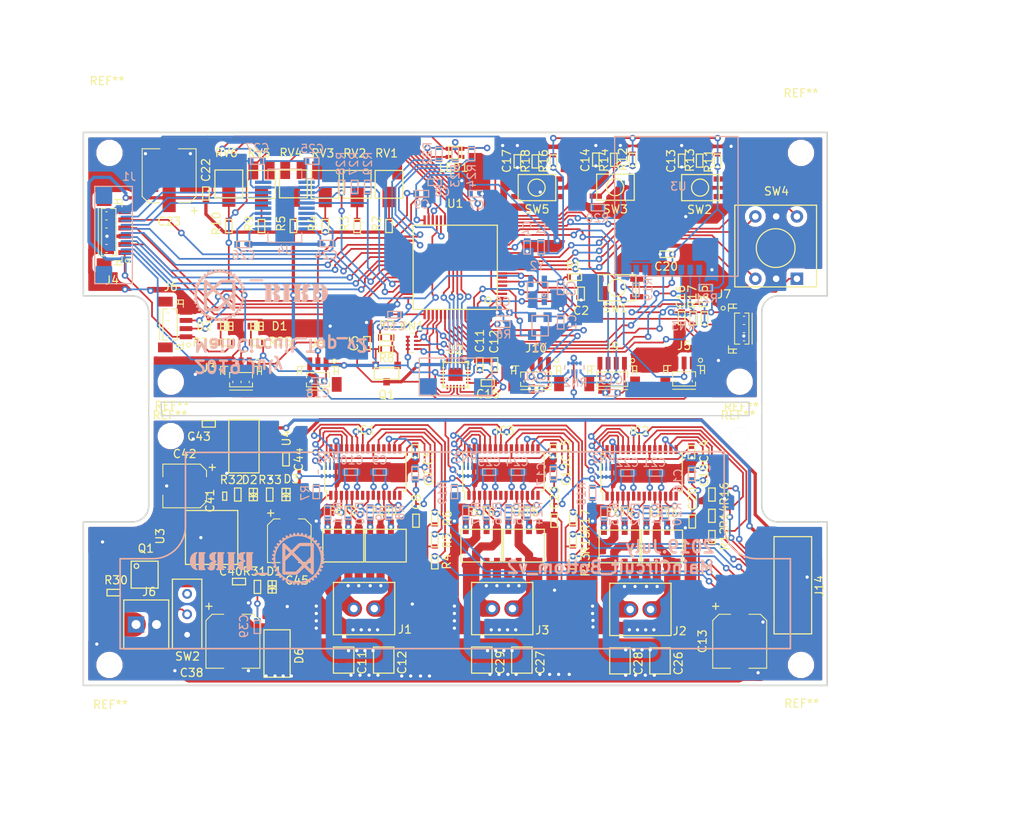
<source format=kicad_pcb>
(kicad_pcb (version 20171130) (host pcbnew "(5.0.0)")
  (layers (0 F.Cu signal) (31 B.Cu signal) (34 B.Paste user) (35 F.Paste user) (36 B.SilkS user) (37 F.SilkS user) (38 B.Mask user) (39 F.Mask user) (44 Edge.Cuts user))
  (net 0 "")
  (module "Footprint:CN-FFC(0.5)8PD" (layer F.Cu) (at 154.85 101.1)
    (fp_text reference J11 (at 0 -3.8) (layer B.SilkS) (effects (justify mirror)))
    (fp_text value FFC_to_sensor)
    (pad 7 smd rect (at 1.2 -1.6) (size 0.23 1.25) (layers B.Cu B.Paste B.Mask))
    (pad 8 smd rect (at 1.7 -1.6) (size 0.23 1.25) (layers B.Cu B.Paste B.Mask))
    (pad 5 smd rect (at 0.2 -1.6) (size 0.23 1.25) (layers B.Cu B.Paste B.Mask))
    (pad "" smd rect (at -3.45 1.075) (size 1.8 2) (layers B.Cu B.Paste B.Mask))
    (pad 4 smd rect (at -0.3 -1.6) (size 0.23 1.25) (layers B.Cu B.Paste B.Mask))
    (pad 3 smd rect (at -0.8 -1.6) (size 0.23 1.25) (layers B.Cu B.Paste B.Mask))
    (pad 1 smd rect (at -1.8 -1.6) (size 0.23 1.25) (layers B.Cu B.Paste B.Mask))
    (pad 6 smd rect (at 0.7 -1.6) (size 0.23 1.25) (layers B.Cu B.Paste B.Mask))
    (pad "" smd rect (at 3.3 1.075) (size 2.2 2) (layers B.Cu B.Paste B.Mask))
    (pad "" smd rect (at -3.45 1.075) (size 2.2 2) (layers B.Cu B.Paste B.Mask))
    (pad 2 smd rect (at -1.3 -1.6) (size 0.23 1.25) (layers B.Cu B.Paste B.Mask))
  )
  (module Footprint:ADUM7640ARQZ (layer B.Cu) (at 133.9043 79.9525 180)
    (fp_text reference U4 (at -0.0457 -5.5475 180) (layer B.SilkS) (effects (justify mirror)))
    (fp_text value ADuM7640)
    (pad 20 smd rect (at 2.6543 2.7575 180) (size 2 0.41) (layers B.Cu B.Paste B.Mask))
    (pad 1 smd rect (at -2.6543 2.7575 180) (size 2 0.41) (layers B.Cu B.Paste B.Mask))
    (pad 6 smd rect (at -2.6543 -0.4175 180) (size 2 0.41) (layers B.Cu B.Paste B.Mask))
    (pad 12 smd rect (at 2.6543 -2.3225 180) (size 2 0.41) (layers B.Cu B.Paste B.Mask))
    (pad 16 smd rect (at 2.6543 0.2175 180) (size 2 0.41) (layers B.Cu B.Paste B.Mask))
    (pad 5 smd rect (at -2.6543 0.2175 180) (size 2 0.41) (layers B.Cu B.Paste B.Mask))
    (pad 19 smd rect (at 2.6543 2.1225 180) (size 2 0.41) (layers B.Cu B.Paste B.Mask))
    (pad 14 smd rect (at 2.6543 -1.0525 180) (size 2 0.41) (layers B.Cu B.Paste B.Mask))
    (pad 15 smd rect (at 2.6543 -0.4175 180) (size 2 0.41) (layers B.Cu B.Paste B.Mask))
    (pad 4 smd rect (at -2.6543 0.8525 180) (size 2 0.41) (layers B.Cu B.Paste B.Mask))
    (pad 3 smd rect (at -2.6543 1.4875 180) (size 2 0.41) (layers B.Cu B.Paste B.Mask))
    (pad 18 smd rect (at 2.6543 1.4875 180) (size 2 0.41) (layers B.Cu B.Paste B.Mask))
    (pad 11 smd rect (at 2.6543 -2.9575 180) (size 2 0.41) (layers B.Cu B.Paste B.Mask))
    (pad 7 smd rect (at -2.6543 -1.0525 180) (size 2 0.41) (layers B.Cu B.Paste B.Mask))
    (pad 17 smd rect (at 2.6543 0.8525 180) (size 2 0.41) (layers B.Cu B.Paste B.Mask))
    (pad 2 smd rect (at -2.6543 2.1225 180) (size 2 0.41) (layers B.Cu B.Paste B.Mask))
    (pad 13 smd rect (at 2.6543 -1.6875 180) (size 2 0.41) (layers B.Cu B.Paste B.Mask))
    (pad 10 smd rect (at -2.6543 -2.9575 180) (size 2 0.41) (layers B.Cu B.Paste B.Mask))
    (pad 8 smd rect (at -2.6543 -1.6875 180) (size 2 0.41) (layers B.Cu B.Paste B.Mask))
    (pad 9 smd rect (at -2.6543 -2.3225 180) (size 2 0.41) (layers B.Cu B.Paste B.Mask))
  )
  (module Footprint:R_1608_HandSoldering (layer B.Cu) (at 139.25 79.9 90)
    (fp_text reference R28 (at 5 1.5 90) (layer B.SilkS) (effects (justify mirror)))
    (fp_text value 10k)
    (pad 2 smd rect (at 2.9 1.6 90) (size 0.5 0.8) (layers B.Cu B.Paste B.Mask))
    (pad 1 smd rect (at 1.4 1.6 90) (size 0.5 0.8) (layers B.Cu B.Paste B.Mask))
  )
  (module Footprint:R_1608_HandSoldering (layer B.Cu) (at 140.85 79.9 90)
    (fp_text reference R29 (at 5 3.2 90) (layer B.SilkS) (effects (justify mirror)))
    (fp_text value 10k)
    (pad 1 smd rect (at 1.4 1.6 90) (size 0.5 0.8) (layers B.Cu B.Paste B.Mask))
    (pad 2 smd rect (at 2.9 1.6 90) (size 0.5 0.8) (layers B.Cu B.Paste B.Mask))
  )
  (module Footprint:R_1608_HandSoldering (layer B.Cu) (at 142.45 79.9 90)
    (fp_text reference R27 (at 5 -0.1 90) (layer B.SilkS) (effects (justify mirror)))
    (fp_text value 10k)
    (pad 1 smd rect (at 1.4 1.6 90) (size 0.5 0.8) (layers B.Cu B.Paste B.Mask))
    (pad 2 smd rect (at 2.9 1.6 90) (size 0.5 0.8) (layers B.Cu B.Paste B.Mask))
  )
  (module "Footprint:LED 1608" (layer F.Cu) (at 128.25 93.9 180)
    (fp_text reference D2 (at 4.2 -0.9 180) (layer F.SilkS))
    (fp_text value LED)
    (pad 2 smd rect (at 2.2 -0.9 180) (size 0.8 0.8) (layers F.Cu F.Paste F.Mask))
    (pad 1 smd rect (at 0.7 -0.9 180) (size 0.8 0.8) (layers F.Cu F.Paste F.Mask))
  )
  (module Footprint:C_1608_HandSolderring (layer F.Cu) (at 125.15 79.925 90)
    (fp_text reference C22 (at 4.225 -0.9 -90) (layer F.SilkS))
    (fp_text value 0.1u)
    (pad 2 smd rect (at 2.125 -0.9 90) (size 0.7 0.8) (layers F.Cu F.Paste F.Mask))
    (pad 1 smd rect (at 0.625 -0.9 90) (size 0.7 0.8) (layers F.Cu F.Paste F.Mask))
  )
  (module Footprint:C_1608_HandSolderring (layer B.Cu) (at 131.85 75.5 180)
    (fp_text reference C27 (at 1.3 2.5 180) (layer B.SilkS) (effects (justify mirror)))
    (fp_text value 0.1u)
    (pad 1 smd rect (at 0.625 0.9 180) (size 0.7 0.8) (layers B.Cu B.Paste B.Mask))
    (pad 2 smd rect (at 2.125 0.9 180) (size 0.7 0.8) (layers B.Cu B.Paste B.Mask))
  )
  (module Footprint:C_1608_HandSolderring (layer B.Cu) (at 127.45 83.9)
    (fp_text reference C26 (at 1.4 2.2) (layer B.SilkS) (effects (justify mirror)))
    (fp_text value 0.1u)
    (pad 2 smd rect (at 2.125 0.9) (size 0.7 0.8) (layers B.Cu B.Paste B.Mask))
    (pad 1 smd rect (at 0.625 0.9) (size 0.7 0.8) (layers B.Cu B.Paste B.Mask))
  )
  (module Footprint:C_1608_HandSolderring (layer B.Cu) (at 135.925 73.7)
    (fp_text reference C25 (at 1.325 -0.6) (layer B.SilkS) (effects (justify mirror)))
    (fp_text value 0.1u)
    (pad 2 smd rect (at 2.125 0.9) (size 0.7 0.8) (layers B.Cu B.Paste B.Mask))
    (pad 1 smd rect (at 0.625 0.9) (size 0.7 0.8) (layers B.Cu B.Paste B.Mask))
  )
  (module Footprint:ST_32EA (layer F.Cu) (at 142.75 77.35 180)
    (fp_text reference RV2 (at 0.3 3.7 180) (layer F.SilkS))
    (fp_text value ST32ETA102)
    (pad 2 smd rect (at 0 -1.65 180) (size 1.6 2.5) (layers F.Cu F.Paste F.Mask))
    (pad 1 smd rect (at 1 1.6 180) (size 1.2 2.2) (layers F.Cu F.Paste F.Mask))
    (pad 3 smd rect (at -1 1.6 180) (size 1.2 2.2) (layers F.Cu F.Paste F.Mask))
  )
  (module Capacitors_SMD:CP_Elec_6.3x5.8 (layer F.Cu) (at 119.75 76.4 90)
    (fp_text reference C23 (at -5.6 0 -180) (layer F.SilkS))
    (fp_text value 180u)
    (fp_text user + (at -4.28 3.01 90) (layer F.SilkS))
    (pad 2 smd rect (at 2.7 0 270) (size 3.5 1.6) (layers F.Cu F.Paste F.Mask))
    (pad 1 smd rect (at -2.7 0 270) (size 3.5 1.6) (layers F.Cu F.Paste F.Mask))
  )
  (module Connectors_JST:JST_SH_BM04B-SRSS-TB_04x1.00mm_Straight (layer F.Cu) (at 189.1125 95.1 270)
    (fp_text reference J7 (at -4.2 1.4625) (layer F.SilkS))
    (fp_text value SH)
    (pad 1 smd rect (at -1.5 1.2625 270) (size 0.6 1.55) (layers F.Cu F.Paste F.Mask))
    (pad 2 smd rect (at -0.5 1.2625 270) (size 0.6 1.55) (layers F.Cu F.Paste F.Mask))
    (pad 3 smd rect (at 0.5 1.2625 270) (size 0.6 1.55) (layers F.Cu F.Paste F.Mask))
    (pad 4 smd rect (at 1.5 1.2625 270) (size 0.6 1.55) (layers F.Cu F.Paste F.Mask))
    (pad "" smd rect (at -2.8 -1.2625 270) (size 1.2 1.8) (layers F.Cu F.Paste F.Mask))
    (pad "" smd rect (at 2.8 -1.2625 270) (size 1.2 1.8) (layers F.Cu F.Paste F.Mask))
  )
  (module Footprint:C_1608_HandSolderring (layer B.Cu) (at 140.375 85.6 180)
    (fp_text reference C24 (at 1.425 -0.5 180) (layer B.SilkS) (effects (justify mirror)))
    (fp_text value 0.1u)
    (pad 1 smd rect (at 0.625 0.9 180) (size 0.7 0.8) (layers B.Cu B.Paste B.Mask))
    (pad 2 smd rect (at 2.125 0.9 180) (size 0.7 0.8) (layers B.Cu B.Paste B.Mask))
  )
  (module Footprint:ST_32EA (layer F.Cu) (at 138.85 77.35 180)
    (fp_text reference RV3 (at 0.3 3.7 180) (layer F.SilkS))
    (fp_text value ST32ETA102)
    (pad 3 smd rect (at -1 1.6 180) (size 1.2 2.2) (layers F.Cu F.Paste F.Mask))
    (pad 1 smd rect (at 1 1.6 180) (size 1.2 2.2) (layers F.Cu F.Paste F.Mask))
    (pad 2 smd rect (at 0 -1.65 180) (size 1.6 2.5) (layers F.Cu F.Paste F.Mask))
  )
  (module Footprint:R_1608_HandSoldering (layer F.Cu) (at 128.95 95.2 180)
    (fp_text reference R26 (at 4.9 -1.6 180) (layer F.SilkS))
    (fp_text value 270)
    (pad 2 smd rect (at 2.9 -1.6 180) (size 0.5 0.8) (layers F.Cu F.Paste F.Mask))
    (pad 1 smd rect (at 1.4 -1.6 180) (size 0.5 0.8) (layers F.Cu F.Paste F.Mask))
  )
  (module Footprint:ST_32EA (layer F.Cu) (at 134.95 77.3 180)
    (fp_text reference RV4 (at 0.3 3.7 180) (layer F.SilkS))
    (fp_text value ST32ETA102)
    (pad 3 smd rect (at -1 1.6 180) (size 1.2 2.2) (layers F.Cu F.Paste F.Mask))
    (pad 1 smd rect (at 1 1.6 180) (size 1.2 2.2) (layers F.Cu F.Paste F.Mask))
    (pad 2 smd rect (at 0 -1.65 180) (size 1.6 2.5) (layers F.Cu F.Paste F.Mask))
  )
  (module Footprint:my_RN (layer B.Cu) (at 182.65 92.9 270)
    (fp_text reference RN3 (at 1.9 0) (layer B.SilkS) (effects (justify mirror)))
    (fp_text value 10k)
    (pad 4 smd rect (at -0.51 -0.87 270) (size 0.5 0.25) (layers B.Cu B.Paste B.Mask))
    (pad 8 smd rect (at 0.49 0.63 270) (size 0.5 0.25) (layers B.Cu B.Paste B.Mask))
    (pad 1 smd rect (at -0.51 0.63 270) (size 0.5 0.25) (layers B.Cu B.Paste B.Mask))
    (pad 5 smd rect (at 0.49 -0.87 270) (size 0.5 0.25) (layers B.Cu B.Paste B.Mask))
    (pad 7 smd rect (at 0.49 0.13 270) (size 0.5 0.25) (layers B.Cu B.Paste B.Mask))
    (pad 6 smd rect (at 0.49 -0.37 270) (size 0.5 0.25) (layers B.Cu B.Paste B.Mask))
    (pad 3 smd rect (at -0.51 -0.37 270) (size 0.5 0.25) (layers B.Cu B.Paste B.Mask))
    (pad 2 smd rect (at -0.51 0.13 270) (size 0.5 0.25) (layers B.Cu B.Paste B.Mask))
  )
  (module "Footprint:LED 1608" (layer F.Cu) (at 131.95 93.9 180)
    (fp_text reference D1 (at -1.3 -0.9 180) (layer F.SilkS))
    (fp_text value LED)
    (pad 2 smd rect (at 2.2 -0.9 180) (size 0.8 0.8) (layers F.Cu F.Paste F.Mask))
    (pad 1 smd rect (at 0.7 -0.9 180) (size 0.8 0.8) (layers F.Cu F.Paste F.Mask))
  )
  (module Footprint:micro_SDcard (layer B.Cu) (at 186.15 87.9)
    (fp_text reference U3 (at -4.1 -10.2) (layer B.SilkS) (effects (justify mirror)))
    (fp_text value SD_SLOT)
    (pad 11 smd rect (at 0 0) (size 1 1.2) (layers B.Cu B.Paste B.Mask))
    (pad 8 smd rect (at -9.25 0) (size 0.7 1.2) (layers B.Cu B.Paste B.Mask))
    (pad 2 smd rect (at -2.65 0) (size 0.7 1.2) (layers B.Cu B.Paste B.Mask))
    (pad 3 smd rect (at -3.75 0) (size 0.7 1.2) (layers B.Cu B.Paste B.Mask))
    (pad 4 smd rect (at -4.85 0) (size 0.7 1.2) (layers B.Cu B.Paste B.Mask))
    (pad 5 smd rect (at -5.95 0) (size 0.7 1.2) (layers B.Cu B.Paste B.Mask))
    (pad 6 smd rect (at -7.05 0) (size 0.7 1.2) (layers B.Cu B.Paste B.Mask))
    (pad 7 smd rect (at -8.15 0) (size 0.7 1.2) (layers B.Cu B.Paste B.Mask))
    (pad 1 smd rect (at -1.55 0) (size 0.7 1.2) (layers B.Cu B.Paste B.Mask))
    (pad 9 smd rect (at -10.2 0) (size 0.7 1.2) (layers B.Cu B.Paste B.Mask))
    (pad 10 smd rect (at -11.15 -10.5) (size 1 0.8) (layers B.Cu B.Paste B.Mask))
    (pad 11 smd rect (at -11.15 -4.3) (size 1 1.2) (layers B.Cu B.Paste B.Mask))
    (pad 11 smd rect (at -11.15 -14.65) (size 1 2.8) (layers B.Cu B.Paste B.Mask))
    (pad 11 smd rect (at 2.35 -15.1) (size 1.3 1.9) (layers B.Cu B.Paste B.Mask))
  )
  (module Footprint:ST_32EA (layer F.Cu) (at 127.05 77.3 180)
    (fp_text reference RV6 (at 0.3 3.7 180) (layer F.SilkS))
    (fp_text value ST32ETA102)
    (pad 3 smd rect (at -1 1.6 180) (size 1.2 2.2) (layers F.Cu F.Paste F.Mask))
    (pad 1 smd rect (at 1 1.6 180) (size 1.2 2.2) (layers F.Cu F.Paste F.Mask))
    (pad 2 smd rect (at 0 -1.65 180) (size 1.6 2.5) (layers F.Cu F.Paste F.Mask))
  )
  (module Footprint:ST_32EA (layer F.Cu) (at 131.05 77.35 180)
    (fp_text reference RV5 (at 0.3 3.7 180) (layer F.SilkS))
    (fp_text value ST32ETA102)
    (pad 2 smd rect (at 0 -1.65 180) (size 1.6 2.5) (layers F.Cu F.Paste F.Mask))
    (pad 1 smd rect (at 1 1.6 180) (size 1.2 2.2) (layers F.Cu F.Paste F.Mask))
    (pad 3 smd rect (at -1 1.6 180) (size 1.2 2.2) (layers F.Cu F.Paste F.Mask))
  )
  (module Footprint:ST_32EA (layer F.Cu) (at 146.65 77.35 180)
    (fp_text reference RV1 (at 0.3 3.7 180) (layer F.SilkS))
    (fp_text value ST32ETA102)
    (pad 2 smd rect (at 0 -1.65 180) (size 1.6 2.5) (layers F.Cu F.Paste F.Mask))
    (pad 1 smd rect (at 1 1.6 180) (size 1.2 2.2) (layers F.Cu F.Paste F.Mask))
    (pad 3 smd rect (at -1 1.6 180) (size 1.2 2.2) (layers F.Cu F.Paste F.Mask))
  )
  (module Mounting_Holes:MountingHole_2.2mm_M2_ISO14580 (layer F.Cu) (at 119.95 101.6 180)
    (fp_text reference REF** (at 0.1 -4.1 180) (layer F.SilkS))
    (fp_text value MountingHole_2.2mm_M2_ISO14580)
    (pad 1 np_thru_hole circle (at 0 0 180) (size 2.2 2.2) (drill 2.2) (layers *.Cu *.Mask))
  )
  (module Footprint:R_1608_HandSoldering (layer F.Cu) (at 132.65 95.2 180)
    (fp_text reference R25 (at -0.7 -1.5 180) (layer F.SilkS))
    (fp_text value 560)
    (pad 2 smd rect (at 2.9 -1.6 180) (size 0.5 0.8) (layers F.Cu F.Paste F.Mask))
    (pad 1 smd rect (at 1.4 -1.6 180) (size 0.5 0.8) (layers F.Cu F.Paste F.Mask))
  )
  (module Footprint:TC25L5I32K7680 (layer B.Cu) (at 166.05 93.7 270)
    (fp_text reference Y1 (at 3.7 1) (layer B.SilkS) (effects (justify mirror)))
    (fp_text value TC25L5I32K7680)
    (pad 4 smd rect (at 0 1.9 270) (size 1.2 1) (layers B.Cu B.Paste B.Mask))
    (pad 3 smd rect (at 2.2 1.9 270) (size 1.2 1) (layers B.Cu B.Paste B.Mask))
    (pad 2 smd rect (at 2.2 0 270) (size 1.2 1) (layers B.Cu B.Paste B.Mask))
    (pad 1 smd rect (at 0 0 270) (size 1.2 1) (layers B.Cu B.Paste B.Mask))
  )
  (module Footprint:ICM20648 (layer F.Cu) (at 154.795 100.74)
    (fp_text reference U2 (at -0.045 -3.04) (layer F.SilkS))
    (fp_text value ICM20648)
    (pad 25 smd rect (at 0.425 0.36) (size 0.875 0.8) (layers F.Cu F.Paste F.Mask))
    (pad 25 smd rect (at 0.425 -0.44) (size 0.875 0.8) (layers F.Cu F.Paste F.Mask))
    (pad 19 smd rect (at 0.99 -1.6 90) (size 0.55 0.2) (layers F.Cu F.Paste F.Mask))
    (pad 3 smd rect (at -1.57 -0.24) (size 0.55 0.2) (layers F.Cu F.Paste F.Mask))
    (pad 22 smd rect (at -0.21 -1.6 90) (size 0.55 0.2) (layers F.Cu F.Paste F.Mask))
    (pad 18 smd rect (at 1.55 -1.04) (size 0.55 0.2) (layers F.Cu F.Paste F.Mask))
    (pad 14 smd rect (at 1.55 0.56) (size 0.55 0.2) (layers F.Cu F.Paste F.Mask))
    (pad 15 smd rect (at 1.55 0.16) (size 0.55 0.2) (layers F.Cu F.Paste F.Mask))
    (pad 20 smd rect (at 0.59 -1.6 90) (size 0.55 0.2) (layers F.Cu F.Paste F.Mask))
    (pad 7 smd rect (at -1.01 1.52 90) (size 0.55 0.2) (layers F.Cu F.Paste F.Mask))
    (pad 2 smd rect (at -1.57 -0.64) (size 0.55 0.2) (layers F.Cu F.Paste F.Mask))
    (pad 25 smd rect (at -0.445 0.36) (size 0.875 0.8) (layers F.Cu F.Paste F.Mask))
    (pad 8 smd rect (at -0.61 1.52 90) (size 0.55 0.2) (layers F.Cu F.Paste F.Mask))
    (pad 21 smd rect (at 0.19 -1.6 90) (size 0.55 0.2) (layers F.Cu F.Paste F.Mask))
    (pad 4 smd rect (at -1.57 0.16) (size 0.55 0.2) (layers F.Cu F.Paste F.Mask))
    (pad 24 smd rect (at -1.01 -1.6 90) (size 0.55 0.2) (layers F.Cu F.Paste F.Mask))
    (pad 17 smd rect (at 1.55 -0.64) (size 0.55 0.2) (layers F.Cu F.Paste F.Mask))
    (pad 10 smd rect (at 0.19 1.52 90) (size 0.55 0.2) (layers F.Cu F.Paste F.Mask))
    (pad 5 smd rect (at -1.57 0.56) (size 0.55 0.2) (layers F.Cu F.Paste F.Mask))
    (pad 12 smd rect (at 0.99 1.52 90) (size 0.55 0.2) (layers F.Cu F.Paste F.Mask))
    (pad 6 smd rect (at -1.57 0.96) (size 0.55 0.2) (layers F.Cu F.Paste F.Mask))
    (pad 1 smd rect (at -1.57 -1.04) (size 0.55 0.2) (layers F.Cu F.Paste F.Mask))
    (pad 13 smd rect (at 1.55 0.96) (size 0.55 0.2) (layers F.Cu F.Paste F.Mask))
    (pad 11 smd rect (at 0.59 1.52 90) (size 0.55 0.2) (layers F.Cu F.Paste F.Mask))
    (pad 16 smd rect (at 1.55 -0.24) (size 0.55 0.2) (layers F.Cu F.Paste F.Mask))
    (pad 25 smd rect (at -0.445 -0.44) (size 0.875 0.8) (layers F.Cu F.Paste F.Mask))
    (pad 9 smd rect (at -0.21 1.52 90) (size 0.55 0.2) (layers F.Cu F.Paste F.Mask))
    (pad 23 smd rect (at -0.61 -1.6 90) (size 0.55 0.2) (layers F.Cu F.Paste F.Mask))
  )
  (module Footprint:SKRPACE010 (layer F.Cu) (at 162.35 78.95)
    (fp_text reference SW5 (at 2.4 1.55) (layer F.SilkS))
    (fp_text value SKRPACE010)
    (pad 4 smd rect (at 4.8 -2.15) (size 1.6 0.65) (layers F.Cu F.Paste F.Mask))
    (pad 2 smd rect (at 0 -2.15) (size 1.5 0.65) (layers F.Cu F.Paste F.Mask))
    (pad 3 smd rect (at 4.8 0) (size 1.6 0.65) (layers F.Cu F.Paste F.Mask))
    (pad 1 smd rect (at 0 0) (size 1.5 0.65) (layers F.Cu F.Paste F.Mask))
  )
  (module Footprint:SKRPACE010 (layer F.Cu) (at 182.35 78.95)
    (fp_text reference SW2 (at 2.3 1.6) (layer F.SilkS))
    (fp_text value SKRPACE010)
    (pad 4 smd rect (at 4.8 -2.15) (size 1.6 0.65) (layers F.Cu F.Paste F.Mask))
    (pad 2 smd rect (at 0 -2.15) (size 1.5 0.65) (layers F.Cu F.Paste F.Mask))
    (pad 3 smd rect (at 4.8 0) (size 1.6 0.65) (layers F.Cu F.Paste F.Mask))
    (pad 1 smd rect (at 0 0) (size 1.5 0.65) (layers F.Cu F.Paste F.Mask))
  )
  (module Footprint:my_RN (layer F.Cu) (at 149.44 96.97 180)
    (fp_text reference RN1 (at -0.01 2.17 180) (layer F.SilkS))
    (fp_text value 10k)
    (pad 2 smd rect (at -0.51 -0.13 180) (size 0.5 0.25) (layers F.Cu F.Paste F.Mask))
    (pad 3 smd rect (at -0.51 0.37 180) (size 0.5 0.25) (layers F.Cu F.Paste F.Mask))
    (pad 6 smd rect (at 0.49 0.37 180) (size 0.5 0.25) (layers F.Cu F.Paste F.Mask))
    (pad 7 smd rect (at 0.49 -0.13 180) (size 0.5 0.25) (layers F.Cu F.Paste F.Mask))
    (pad 5 smd rect (at 0.49 0.87 180) (size 0.5 0.25) (layers F.Cu F.Paste F.Mask))
    (pad 1 smd rect (at -0.51 -0.63 180) (size 0.5 0.25) (layers F.Cu F.Paste F.Mask))
    (pad 8 smd rect (at 0.49 -0.63 180) (size 0.5 0.25) (layers F.Cu F.Paste F.Mask))
    (pad 4 smd rect (at -0.51 0.87 180) (size 0.5 0.25) (layers F.Cu F.Paste F.Mask))
  )
  (module Footprint:R_1608_HandSoldering (layer B.Cu) (at 158.35 71.6 270)
    (fp_text reference R24 (at 4.8 1.6 270) (layer B.SilkS) (effects (justify mirror)))
    (fp_text value 470)
    (pad 2 smd rect (at 2.9 1.6 270) (size 0.5 0.8) (layers B.Cu B.Paste B.Mask))
    (pad 1 smd rect (at 1.4 1.6 270) (size 0.5 0.8) (layers B.Cu B.Paste B.Mask))
  )
  (module Footprint:R_1608_HandSoldering (layer F.Cu) (at 183.65 91.7 270)
    (fp_text reference R15 (at -0.5 -1.5 270) (layer F.SilkS))
    (fp_text value 10k)
    (pad 2 smd rect (at 2.9 -1.6 270) (size 0.5 0.8) (layers F.Cu F.Paste F.Mask))
    (pad 1 smd rect (at 1.4 -1.6 270) (size 0.5 0.8) (layers F.Cu F.Paste F.Mask))
  )
  (module Footprint:R_1608_HandSoldering (layer F.Cu) (at 128.65 84.7 90)
    (fp_text reference R10 (at 2.45 -3.125 90) (layer F.SilkS))
    (fp_text value 10k)
    (pad 2 smd rect (at 2.9 -1.6 90) (size 0.5 0.8) (layers F.Cu F.Paste F.Mask))
    (pad 1 smd rect (at 1.4 -1.6 90) (size 0.5 0.8) (layers F.Cu F.Paste F.Mask))
  )
  (module Footprint:R_1608_HandSoldering (layer F.Cu) (at 140.45 84.7 90)
    (fp_text reference R4 (at 2.45 -3.125 90) (layer F.SilkS))
    (fp_text value 10k)
    (pad 2 smd rect (at 2.9 -1.6 90) (size 0.5 0.8) (layers F.Cu F.Paste F.Mask))
    (pad 1 smd rect (at 1.4 -1.6 90) (size 0.5 0.8) (layers F.Cu F.Paste F.Mask))
  )
  (module Connectors_JST:JST_SH_BM04B-SRSS-TB_04x1.00mm_Straight (layer F.Cu) (at 173.95 100.6 180)
    (fp_text reference J9 (at 0 3.3 180) (layer F.SilkS))
    (fp_text value SH)
    (pad "" smd rect (at 2.8 -1.2625 180) (size 1.2 1.8) (layers F.Cu F.Paste F.Mask))
    (pad "" smd rect (at -2.8 -1.2625 180) (size 1.2 1.8) (layers F.Cu F.Paste F.Mask))
    (pad 4 smd rect (at 1.5 1.2625 180) (size 0.6 1.55) (layers F.Cu F.Paste F.Mask))
    (pad 3 smd rect (at 0.5 1.2625 180) (size 0.6 1.55) (layers F.Cu F.Paste F.Mask))
    (pad 2 smd rect (at -0.5 1.2625 180) (size 0.6 1.55) (layers F.Cu F.Paste F.Mask))
    (pad 1 smd rect (at -1.5 1.2625 180) (size 0.6 1.55) (layers F.Cu F.Paste F.Mask))
  )
  (module Footprint:R_1608_HandSoldering (layer F.Cu) (at 183.05 72.4 270)
    (fp_text reference R13 (at 2.1 -0.4 270) (layer F.SilkS))
    (fp_text value 10k)
    (pad 2 smd rect (at 2.9 -1.6 270) (size 0.5 0.8) (layers F.Cu F.Paste F.Mask))
    (pad 1 smd rect (at 1.4 -1.6 270) (size 0.5 0.8) (layers F.Cu F.Paste F.Mask))
  )
  (module Footprint:SKRPACE010 (layer F.Cu) (at 171.95 78.9)
    (fp_text reference SW3 (at 2.4 1.6) (layer F.SilkS))
    (fp_text value SKRPACE010)
    (pad 4 smd rect (at 4.8 -2.15) (size 1.6 0.65) (layers F.Cu F.Paste F.Mask))
    (pad 2 smd rect (at 0 -2.15) (size 1.5 0.65) (layers F.Cu F.Paste F.Mask))
    (pad 3 smd rect (at 4.8 0) (size 1.6 0.65) (layers F.Cu F.Paste F.Mask))
    (pad 1 smd rect (at 0 0) (size 1.5 0.65) (layers F.Cu F.Paste F.Mask))
  )
  (module Footprint:SKRPACE010 (layer F.Cu) (at 172.15 91.2)
    (fp_text reference SW1 (at 2.2 1.4) (layer F.SilkS))
    (fp_text value SKRPACE010)
    (pad 4 smd rect (at 4.8 -2.15) (size 1.6 0.65) (layers F.Cu F.Paste F.Mask))
    (pad 2 smd rect (at 0 -2.15) (size 1.5 0.65) (layers F.Cu F.Paste F.Mask))
    (pad 3 smd rect (at 4.8 0) (size 1.6 0.65) (layers F.Cu F.Paste F.Mask))
    (pad 1 smd rect (at 0 0) (size 1.5 0.65) (layers F.Cu F.Paste F.Mask))
  )
  (module Footprint:R_1608_HandSoldering (layer F.Cu) (at 148.45 94.6 180)
    (fp_text reference R7 (at 2.1 -0.1 180) (layer F.SilkS))
    (fp_text value 39)
    (pad 2 smd rect (at 2.9 -1.6 180) (size 0.5 0.8) (layers F.Cu F.Paste F.Mask))
    (pad 1 smd rect (at 1.4 -1.6 180) (size 0.5 0.8) (layers F.Cu F.Paste F.Mask))
  )
  (module Footprint:R_1608_HandSoldering (layer F.Cu) (at 178.05 76.6 90)
    (fp_text reference R12 (at 2.2 -2.8 -90) (layer F.SilkS))
    (fp_text value 10k)
    (pad 2 smd rect (at 2.9 -1.6 90) (size 0.5 0.8) (layers F.Cu F.Paste F.Mask))
    (pad 1 smd rect (at 1.4 -1.6 90) (size 0.5 0.8) (layers F.Cu F.Paste F.Mask))
  )
  (module Footprint:R_1608_HandSoldering (layer B.Cu) (at 175.25 92.5 90)
    (fp_text reference R19 (at 2.2 3.1 -90) (layer B.SilkS) (effects (justify mirror)))
    (fp_text value 47K)
    (pad 2 smd rect (at 2.9 1.6 90) (size 0.5 0.8) (layers B.Cu B.Paste B.Mask))
    (pad 1 smd rect (at 1.4 1.6 90) (size 0.5 0.8) (layers B.Cu B.Paste B.Mask))
  )
  (module Footprint:R_1608_HandSoldering (layer B.Cu) (at 166.85 83 270)
    (fp_text reference L1 (at -0.1 1.6 270) (layer B.SilkS) (effects (justify mirror)))
    (fp_text value 330)
    (pad 2 smd rect (at 2.9 1.6 270) (size 0.5 0.8) (layers B.Cu B.Paste B.Mask))
    (pad 1 smd rect (at 1.4 1.6 270) (size 0.5 0.8) (layers B.Cu B.Paste B.Mask))
  )
  (module Footprint:R_1608_HandSoldering (layer F.Cu) (at 162.95 72.5 270)
    (fp_text reference R18 (at 2.1 -0.4 270) (layer F.SilkS))
    (fp_text value 10k)
    (pad 2 smd rect (at 2.9 -1.6 270) (size 0.5 0.8) (layers F.Cu F.Paste F.Mask))
    (pad 1 smd rect (at 1.4 -1.6 270) (size 0.5 0.8) (layers F.Cu F.Paste F.Mask))
  )
  (module Footprint:R_1608_HandSoldering (layer F.Cu) (at 182.25 91.7 270)
    (fp_text reference R17 (at -0.5 -1.5 270) (layer F.SilkS))
    (fp_text value 10k)
    (pad 2 smd rect (at 2.9 -1.6 270) (size 0.5 0.8) (layers F.Cu F.Paste F.Mask))
    (pad 1 smd rect (at 1.4 -1.6 270) (size 0.5 0.8) (layers F.Cu F.Paste F.Mask))
  )
  (module Footprint:R_1608_HandSoldering (layer F.Cu) (at 148.25 84.7 90)
    (fp_text reference R2 (at 2.45 -3.125 90) (layer F.SilkS))
    (fp_text value 10k)
    (pad 2 smd rect (at 2.9 -1.6 90) (size 0.5 0.8) (layers F.Cu F.Paste F.Mask))
    (pad 1 smd rect (at 1.4 -1.6 90) (size 0.5 0.8) (layers F.Cu F.Paste F.Mask))
  )
  (module Connectors_JST:JST_SH_BM04B-SRSS-TB_04x1.00mm_Straight (layer F.Cu) (at 164.65 100.6 180)
    (fp_text reference J10 (at 0 3.1 180) (layer F.SilkS))
    (fp_text value SH)
    (pad "" smd rect (at 2.8 -1.2625 180) (size 1.2 1.8) (layers F.Cu F.Paste F.Mask))
    (pad "" smd rect (at -2.8 -1.2625 180) (size 1.2 1.8) (layers F.Cu F.Paste F.Mask))
    (pad 4 smd rect (at 1.5 1.2625 180) (size 0.6 1.55) (layers F.Cu F.Paste F.Mask))
    (pad 3 smd rect (at 0.5 1.2625 180) (size 0.6 1.55) (layers F.Cu F.Paste F.Mask))
    (pad 2 smd rect (at -0.5 1.2625 180) (size 0.6 1.55) (layers F.Cu F.Paste F.Mask))
    (pad 1 smd rect (at -1.5 1.2625 180) (size 0.6 1.55) (layers F.Cu F.Paste F.Mask))
  )
  (module Footprint:R_1608_HandSoldering (layer B.Cu) (at 162.8 96.15 180)
    (fp_text reference R6 (at 2.15 0.35 180) (layer B.SilkS) (effects (justify mirror)))
    (fp_text value 10k)
    (pad 2 smd rect (at 2.9 1.6 180) (size 0.5 0.8) (layers B.Cu B.Paste B.Mask))
    (pad 1 smd rect (at 1.4 1.6 180) (size 0.5 0.8) (layers B.Cu B.Paste B.Mask))
  )
  (module Footprint:DMG3415U (layer F.Cu) (at 146.35 101.6 180)
    (fp_text reference Q1 (at 0 -1.6 180) (layer F.SilkS))
    (fp_text value DMG3415U)
    (pad 2 smd rect (at -1.35 2 180) (size 0.8 0.9) (layers F.Cu F.Paste F.Mask))
    (pad 1 smd rect (at 1.33 2 180) (size 0.8 0.9) (layers F.Cu F.Paste F.Mask))
    (pad 3 smd rect (at 0 0 180) (size 0.8 0.9) (layers F.Cu F.Paste F.Mask))
  )
  (module Footprint:OSTB0603C1C-A (layer F.Cu) (at 153.95 73.1)
    (fp_text reference LED1 (at 0.6 2.3) (layer F.SilkS))
    (fp_text value OSTB0603C1C-A)
    (pad 2 smd rect (at 0 1) (size 0.75 0.5) (layers F.Cu F.Paste F.Mask))
    (pad 4 smd rect (at 1.55 1) (size 0.75 0.5) (layers F.Cu F.Paste F.Mask))
    (pad 3 smd rect (at 1.55 0) (size 0.75 0.5) (layers F.Cu F.Paste F.Mask))
    (pad 1 smd rect (at 0 0) (size 0.75 0.5) (layers F.Cu F.Paste F.Mask))
  )
  (module Footprint:R_1608_HandSoldering (layer F.Cu) (at 167.25 90.4)
    (fp_text reference R1 (at 2 -3) (layer F.SilkS))
    (fp_text value 150k)
    (pad 2 smd rect (at 2.9 -1.6) (size 0.5 0.8) (layers F.Cu F.Paste F.Mask))
    (pad 1 smd rect (at 1.4 -1.6) (size 0.5 0.8) (layers F.Cu F.Paste F.Mask))
  )
  (module Footprint:R_1608_HandSoldering (layer B.Cu) (at 154.35 71.6 270)
    (fp_text reference R22 (at 2.1 3 270) (layer B.SilkS) (effects (justify mirror)))
    (fp_text value 1.2k)
    (pad 2 smd rect (at 2.9 1.6 270) (size 0.5 0.8) (layers B.Cu B.Paste B.Mask))
    (pad 1 smd rect (at 1.4 1.6 270) (size 0.5 0.8) (layers B.Cu B.Paste B.Mask))
  )
  (module Connectors_JST:JST_SH_BM03B-SRSS-TB_03x1.00mm_Straight (layer F.Cu) (at 137.95 100.6625 180)
    (fp_text reference J8 (at 0 3.7625 180) (layer F.SilkS))
    (fp_text value SH)
    (pad 1 smd rect (at -1 1.2625 180) (size 0.6 1.55) (layers F.Cu F.Paste F.Mask))
    (pad 2 smd rect (at 0 1.2625 180) (size 0.6 1.55) (layers F.Cu F.Paste F.Mask))
    (pad 3 smd rect (at 1 1.2625 180) (size 0.6 1.55) (layers F.Cu F.Paste F.Mask))
    (pad "" smd rect (at -2.3 -1.2625 180) (size 1.2 1.8) (layers F.Cu F.Paste F.Mask))
    (pad "" smd rect (at 2.3 -1.2625 180) (size 1.2 1.8) (layers F.Cu F.Paste F.Mask))
  )
  (module Footprint:R_1608_HandSoldering (layer B.Cu) (at 170.05 78.7)
    (fp_text reference R20 (at 2.1 2.9) (layer B.SilkS) (effects (justify mirror)))
    (fp_text value 47K)
    (pad 2 smd rect (at 2.9 1.6) (size 0.5 0.8) (layers B.Cu B.Paste B.Mask))
    (pad 1 smd rect (at 1.4 1.6) (size 0.5 0.8) (layers B.Cu B.Paste B.Mask))
  )
  (module Footprint:R_1608_HandSoldering (layer F.Cu) (at 168.35 76.8 90)
    (fp_text reference R16 (at 2.2 -2.8 90) (layer F.SilkS))
    (fp_text value 10k)
    (pad 2 smd rect (at 2.9 -1.6 90) (size 0.5 0.8) (layers F.Cu F.Paste F.Mask))
    (pad 1 smd rect (at 1.4 -1.6 90) (size 0.5 0.8) (layers F.Cu F.Paste F.Mask))
  )
  (module Footprint:R_1608_HandSoldering (layer F.Cu) (at 132.65 84.7 90)
    (fp_text reference R9 (at 2.45 -3.125 90) (layer F.SilkS))
    (fp_text value 10k)
    (pad 2 smd rect (at 2.9 -1.6 90) (size 0.5 0.8) (layers F.Cu F.Paste F.Mask))
    (pad 1 smd rect (at 1.4 -1.6 90) (size 0.5 0.8) (layers F.Cu F.Paste F.Mask))
  )
  (module Footprint:R_1608_HandSoldering (layer B.Cu) (at 187.55 91.7 180)
    (fp_text reference R21 (at 2.1 0.3 180) (layer B.SilkS) (effects (justify mirror)))
    (fp_text value 47K)
    (pad 2 smd rect (at 2.9 1.6 180) (size 0.5 0.8) (layers B.Cu B.Paste B.Mask))
    (pad 1 smd rect (at 1.4 1.6 180) (size 0.5 0.8) (layers B.Cu B.Paste B.Mask))
  )
  (module Footprint:R_1608_HandSoldering (layer F.Cu) (at 136.55 84.7 90)
    (fp_text reference R5 (at 2.45 -3.125 90) (layer F.SilkS))
    (fp_text value 10k)
    (pad 2 smd rect (at 2.9 -1.6 90) (size 0.5 0.8) (layers F.Cu F.Paste F.Mask))
    (pad 1 smd rect (at 1.4 -1.6 90) (size 0.5 0.8) (layers F.Cu F.Paste F.Mask))
  )
  (module Footprint:ASDMB-8.000MHZ-LY-T (layer B.Cu) (at 165.65 91.2 180)
    (fp_text reference Y2 (at 0.9 3.8 180) (layer B.SilkS) (effects (justify mirror)))
    (fp_text value ASDMB-8.000MHZ-LY-T)
    (pad 1 smd rect (at 0 -0.325 180) (size 0.65 1.4) (layers B.Cu B.Paste B.Mask))
    (pad 2 smd rect (at 1.65 -0.325 180) (size 0.65 1.4) (layers B.Cu B.Paste B.Mask))
    (pad 4 smd rect (at 0 1.88 180) (size 0.65 1.4) (layers B.Cu B.Paste B.Mask))
    (pad 3 smd rect (at 1.65 1.88 180) (size 0.65 1.4) (layers B.Cu B.Paste B.Mask))
  )
  (module Footprint:R_1608_HandSoldering (layer B.Cu) (at 156.35 71.6 270)
    (fp_text reference R23 (at 4.8 1.6 270) (layer B.SilkS) (effects (justify mirror)))
    (fp_text value 680)
    (pad 2 smd rect (at 2.9 1.6 270) (size 0.5 0.8) (layers B.Cu B.Paste B.Mask))
    (pad 1 smd rect (at 1.4 1.6 270) (size 0.5 0.8) (layers B.Cu B.Paste B.Mask))
  )
  (module Footprint:stm32f401 (layer F.Cu) (at 154.75 87.6 90)
    (fp_text reference U1 (at 7.8 0 -180) (layer F.SilkS))
    (fp_text value STM32F446RE)
    (pad 64 smd rect (at -5.75 3.75 90) (size 1.2 0.28) (layers F.Cu F.Paste F.Mask))
    (pad 63 smd rect (at -5.75 3.25 90) (size 1.2 0.28) (layers F.Cu F.Paste F.Mask))
    (pad 62 smd rect (at -5.75 2.75 90) (size 1.2 0.28) (layers F.Cu F.Paste F.Mask))
    (pad 61 smd rect (at -5.75 2.25 90) (size 1.2 0.28) (layers F.Cu F.Paste F.Mask))
    (pad 60 smd rect (at -5.75 1.75 90) (size 1.2 0.28) (layers F.Cu F.Paste F.Mask))
    (pad 59 smd rect (at -5.75 1.25 90) (size 1.2 0.28) (layers F.Cu F.Paste F.Mask))
    (pad 58 smd rect (at -5.75 0.75 90) (size 1.2 0.28) (layers F.Cu F.Paste F.Mask))
    (pad 57 smd rect (at -5.75 0.25 90) (size 1.2 0.28) (layers F.Cu F.Paste F.Mask))
    (pad 56 smd rect (at -5.75 -0.25 90) (size 1.2 0.28) (layers F.Cu F.Paste F.Mask))
    (pad 55 smd rect (at -5.75 -0.75 90) (size 1.2 0.28) (layers F.Cu F.Paste F.Mask))
    (pad 54 smd rect (at -5.75 -1.25 90) (size 1.2 0.28) (layers F.Cu F.Paste F.Mask))
    (pad 53 smd rect (at -5.75 -1.75 90) (size 1.2 0.28) (layers F.Cu F.Paste F.Mask))
    (pad 52 smd rect (at -5.75 -2.25 90) (size 1.2 0.28) (layers F.Cu F.Paste F.Mask))
    (pad 51 smd rect (at -5.75 -2.75 90) (size 1.2 0.28) (layers F.Cu F.Paste F.Mask))
    (pad 50 smd rect (at -5.75 -3.25 90) (size 1.2 0.28) (layers F.Cu F.Paste F.Mask))
    (pad 49 smd rect (at -5.75 -3.75 90) (size 1.2 0.28) (layers F.Cu F.Paste F.Mask))
    (pad 48 smd rect (at -3.75 -5.75 90) (size 0.28 1.2) (layers F.Cu F.Paste F.Mask))
    (pad 47 smd rect (at -3.25 -5.75 90) (size 0.28 1.2) (layers F.Cu F.Paste F.Mask))
    (pad 46 smd rect (at -2.75 -5.75 90) (size 0.28 1.2) (layers F.Cu F.Paste F.Mask))
    (pad 45 smd rect (at -2.25 -5.75 90) (size 0.28 1.2) (layers F.Cu F.Paste F.Mask))
    (pad 44 smd rect (at -1.75 -5.75 90) (size 0.28 1.2) (layers F.Cu F.Paste F.Mask))
    (pad 43 smd rect (at -1.25 -5.75 90) (size 0.28 1.2) (layers F.Cu F.Paste F.Mask))
    (pad 42 smd rect (at -0.75 -5.75 90) (size 0.28 1.2) (layers F.Cu F.Paste F.Mask))
    (pad 41 smd rect (at -0.25 -5.75 90) (size 0.28 1.2) (layers F.Cu F.Paste F.Mask))
    (pad 40 smd rect (at 0.25 -5.75 90) (size 0.28 1.2) (layers F.Cu F.Paste F.Mask))
    (pad 39 smd rect (at 0.75 -5.75 90) (size 0.28 1.2) (layers F.Cu F.Paste F.Mask))
    (pad 38 smd rect (at 1.25 -5.75 90) (size 0.28 1.2) (layers F.Cu F.Paste F.Mask))
    (pad 37 smd rect (at 1.75 -5.75 90) (size 0.28 1.2) (layers F.Cu F.Paste F.Mask))
    (pad 36 smd rect (at 2.25 -5.75 90) (size 0.28 1.2) (layers F.Cu F.Paste F.Mask))
    (pad 35 smd rect (at 2.75 -5.75 90) (size 0.28 1.2) (layers F.Cu F.Paste F.Mask))
    (pad 34 smd rect (at 3.25 -5.75 90) (size 0.28 1.2) (layers F.Cu F.Paste F.Mask))
    (pad 33 smd rect (at 3.75 -5.75 90) (size 0.28 1.2) (layers F.Cu F.Paste F.Mask))
    (pad 32 smd rect (at 5.75 -3.75 90) (size 1.2 0.28) (layers F.Cu F.Paste F.Mask))
    (pad 31 smd rect (at 5.75 -3.25 90) (size 1.2 0.28) (layers F.Cu F.Paste F.Mask))
    (pad 30 smd rect (at 5.75 -2.75 90) (size 1.2 0.28) (layers F.Cu F.Paste F.Mask))
    (pad 29 smd rect (at 5.75 -2.25 90) (size 1.2 0.28) (layers F.Cu F.Paste F.Mask))
    (pad 28 smd rect (at 5.75 -1.75 90) (size 1.2 0.28) (layers F.Cu F.Paste F.Mask))
    (pad 27 smd rect (at 5.75 -1.25 90) (size 1.2 0.28) (layers F.Cu F.Paste F.Mask))
    (pad 26 smd rect (at 5.75 -0.75 90) (size 1.2 0.28) (layers F.Cu F.Paste F.Mask))
    (pad 25 smd rect (at 5.75 -0.25 90) (size 1.2 0.28) (layers F.Cu F.Paste F.Mask))
    (pad 24 smd rect (at 5.75 0.25 90) (size 1.2 0.28) (layers F.Cu F.Paste F.Mask))
    (pad 23 smd rect (at 5.75 0.75 90) (size 1.2 0.28) (layers F.Cu F.Paste F.Mask))
    (pad 22 smd rect (at 5.75 1.25 90) (size 1.2 0.28) (layers F.Cu F.Paste F.Mask))
    (pad 21 smd rect (at 5.75 1.75 90) (size 1.2 0.28) (layers F.Cu F.Paste F.Mask))
    (pad 20 smd rect (at 5.75 2.25 90) (size 1.2 0.28) (layers F.Cu F.Paste F.Mask))
    (pad 19 smd rect (at 5.75 2.75 90) (size 1.2 0.28) (layers F.Cu F.Paste F.Mask))
    (pad 18 smd rect (at 5.75 3.25 90) (size 1.2 0.28) (layers F.Cu F.Paste F.Mask))
    (pad 17 smd rect (at 5.75 3.75 90) (size 1.2 0.28) (layers F.Cu F.Paste F.Mask))
    (pad 16 smd rect (at 3.75 5.75 90) (size 0.28 1.2) (layers F.Cu F.Paste F.Mask))
    (pad 15 smd rect (at 3.25 5.75 90) (size 0.28 1.2) (layers F.Cu F.Paste F.Mask))
    (pad 14 smd rect (at 2.75 5.75 90) (size 0.28 1.2) (layers F.Cu F.Paste F.Mask))
    (pad 13 smd rect (at 2.25 5.75 90) (size 0.28 1.2) (layers F.Cu F.Paste F.Mask))
    (pad 12 smd rect (at 1.75 5.75 90) (size 0.28 1.2) (layers F.Cu F.Paste F.Mask))
    (pad 11 smd rect (at 1.25 5.75 90) (size 0.28 1.2) (layers F.Cu F.Paste F.Mask))
    (pad 10 smd rect (at 0.75 5.75 90) (size 0.28 1.2) (layers F.Cu F.Paste F.Mask))
    (pad 9 smd rect (at 0.25 5.75 90) (size 0.28 1.2) (layers F.Cu F.Paste F.Mask))
    (pad 8 smd rect (at -0.25 5.75 90) (size 0.28 1.2) (layers F.Cu F.Paste F.Mask))
    (pad 7 smd rect (at -0.75 5.75 90) (size 0.28 1.2) (layers F.Cu F.Paste F.Mask))
    (pad 6 smd rect (at -1.25 5.75 90) (size 0.28 1.2) (layers F.Cu F.Paste F.Mask))
    (pad 5 smd rect (at -1.75 5.75 90) (size 0.28 1.2) (layers F.Cu F.Paste F.Mask))
    (pad 4 smd rect (at -2.25 5.75 90) (size 0.28 1.2) (layers F.Cu F.Paste F.Mask))
    (pad 3 smd rect (at -2.75 5.75 90) (size 0.28 1.2) (layers F.Cu F.Paste F.Mask))
    (pad 2 smd rect (at -3.25 5.75 90) (size 0.28 1.2) (layers F.Cu F.Paste F.Mask))
    (pad 1 smd rect (at -3.75 5.75 90) (size 0.28 1.2) (layers F.Cu F.Paste F.Mask))
  )
  (module Footprint:R_1608_HandSoldering (layer F.Cu) (at 172.55 72.3 270)
    (fp_text reference R14 (at 2.2 -0.4 270) (layer F.SilkS))
    (fp_text value 10k)
    (pad 2 smd rect (at 2.9 -1.6 270) (size 0.5 0.8) (layers F.Cu F.Paste F.Mask))
    (pad 1 smd rect (at 1.4 -1.6 270) (size 0.5 0.8) (layers F.Cu F.Paste F.Mask))
  )
  (module Footprint:my_RN (layer B.Cu) (at 169.45 99.83 90)
    (fp_text reference RN2 (at -1.87 0 -180) (layer B.SilkS) (effects (justify mirror)))
    (fp_text value 10k)
    (pad 2 smd rect (at -0.51 0.13 90) (size 0.5 0.25) (layers B.Cu B.Paste B.Mask))
    (pad 3 smd rect (at -0.51 -0.37 90) (size 0.5 0.25) (layers B.Cu B.Paste B.Mask))
    (pad 6 smd rect (at 0.49 -0.37 90) (size 0.5 0.25) (layers B.Cu B.Paste B.Mask))
    (pad 7 smd rect (at 0.49 0.13 90) (size 0.5 0.25) (layers B.Cu B.Paste B.Mask))
    (pad 5 smd rect (at 0.49 -0.87 90) (size 0.5 0.25) (layers B.Cu B.Paste B.Mask))
    (pad 1 smd rect (at -0.51 0.63 90) (size 0.5 0.25) (layers B.Cu B.Paste B.Mask))
    (pad 8 smd rect (at 0.49 0.63 90) (size 0.5 0.25) (layers B.Cu B.Paste B.Mask))
    (pad 4 smd rect (at -0.51 -0.87 90) (size 0.5 0.25) (layers B.Cu B.Paste B.Mask))
  )
  (module Footprint:R_1608_HandSoldering (layer F.Cu) (at 144.35 84.7 90)
    (fp_text reference R3 (at 2.45 -3.125 90) (layer F.SilkS))
    (fp_text value 10k)
    (pad 2 smd rect (at 2.9 -1.6 90) (size 0.5 0.8) (layers F.Cu F.Paste F.Mask))
    (pad 1 smd rect (at 1.4 -1.6 90) (size 0.5 0.8) (layers F.Cu F.Paste F.Mask))
  )
  (module Connectors_JST:JST_SH_BM04B-SRSS-TB_04x1.00mm_Straight (layer F.Cu) (at 120.55 94.6 90)
    (fp_text reference J6 (at 4.6 -0.6 -180) (layer F.SilkS))
    (fp_text value SH)
    (pad 1 smd rect (at -1.5 1.2625 90) (size 0.6 1.55) (layers F.Cu F.Paste F.Mask))
    (pad 2 smd rect (at -0.5 1.2625 90) (size 0.6 1.55) (layers F.Cu F.Paste F.Mask))
    (pad 3 smd rect (at 0.5 1.2625 90) (size 0.6 1.55) (layers F.Cu F.Paste F.Mask))
    (pad 4 smd rect (at 1.5 1.2625 90) (size 0.6 1.55) (layers F.Cu F.Paste F.Mask))
    (pad "" smd rect (at -2.8 -1.2625 90) (size 1.2 1.8) (layers F.Cu F.Paste F.Mask))
    (pad "" smd rect (at 2.8 -1.2625 90) (size 1.2 1.8) (layers F.Cu F.Paste F.Mask))
  )
  (module Footprint:R_1608_HandSoldering (layer F.Cu) (at 188.45 76.7 90)
    (fp_text reference R11 (at 2.1 -2.7 90) (layer F.SilkS))
    (fp_text value 10k)
    (pad 2 smd rect (at 2.9 -1.6 90) (size 0.5 0.8) (layers F.Cu F.Paste F.Mask))
    (pad 1 smd rect (at 1.4 -1.6 90) (size 0.5 0.8) (layers F.Cu F.Paste F.Mask))
  )
  (module Footprint:R_1608_HandSoldering (layer F.Cu) (at 144.15 99.2)
    (fp_text reference R8 (at 2.2 -0.5) (layer F.SilkS))
    (fp_text value 10K)
    (pad 2 smd rect (at 2.9 -1.6) (size 0.5 0.8) (layers F.Cu F.Paste F.Mask))
    (pad 1 smd rect (at 1.4 -1.6) (size 0.5 0.8) (layers F.Cu F.Paste F.Mask))
  )
  (module Connectors_JST:JST_SH_BM03B-SRSS-TB_03x1.00mm_Straight (layer F.Cu) (at 182.75 100.5625 180)
    (fp_text reference J5 (at 0 3.3625 180) (layer F.SilkS))
    (fp_text value SH)
    (pad 1 smd rect (at -1 1.2625 180) (size 0.6 1.55) (layers F.Cu F.Paste F.Mask))
    (pad 2 smd rect (at 0 1.2625 180) (size 0.6 1.55) (layers F.Cu F.Paste F.Mask))
    (pad 3 smd rect (at 1 1.2625 180) (size 0.6 1.55) (layers F.Cu F.Paste F.Mask))
    (pad "" smd rect (at -2.3 -1.2625 180) (size 1.2 1.8) (layers F.Cu F.Paste F.Mask))
    (pad "" smd rect (at 2.3 -1.2625 180) (size 1.2 1.8) (layers F.Cu F.Paste F.Mask))
  )
  (module Connectors_JST:JST_SH_BM06B-SRSS-TB_06x1.00mm_Straight (layer F.Cu) (at 113.05 83.3 90)
    (fp_text reference J4 (at -5.9 -0.3) (layer F.SilkS))
    (fp_text value SH)
    (pad 1 smd rect (at -2.5 1.2625 90) (size 0.6 1.55) (layers F.Cu F.Paste F.Mask))
    (pad 2 smd rect (at -1.5 1.2625 90) (size 0.6 1.55) (layers F.Cu F.Paste F.Mask))
    (pad 3 smd rect (at -0.5 1.2625 90) (size 0.6 1.55) (layers F.Cu F.Paste F.Mask))
    (pad 4 smd rect (at 0.5 1.2625 90) (size 0.6 1.55) (layers F.Cu F.Paste F.Mask))
    (pad 5 smd rect (at 1.5 1.2625 90) (size 0.6 1.55) (layers F.Cu F.Paste F.Mask))
    (pad 6 smd rect (at 2.5 1.2625 90) (size 0.6 1.55) (layers F.Cu F.Paste F.Mask))
    (pad "" smd rect (at -3.8 -1.2625 90) (size 1.2 1.8) (layers F.Cu F.Paste F.Mask))
    (pad "" smd rect (at 3.8 -1.2625 90) (size 1.2 1.8) (layers F.Cu F.Paste F.Mask))
  )
  (module Footprint:C_1608_HandSolderring (layer F.Cu) (at 161.45 73.275 270)
    (fp_text reference C17 (at 1.325 0.4 270) (layer F.SilkS))
    (fp_text value 1u)
    (pad 1 smd rect (at 0.625 -0.9 270) (size 0.7 0.8) (layers F.Cu F.Paste F.Mask))
    (pad 2 smd rect (at 2.125 -0.9 270) (size 0.7 0.8) (layers F.Cu F.Paste F.Mask))
  )
  (module "Footprint:CN-FFC-SMT2(CN-FFC(0.5)14PD)" (layer F.Cu) (at 109.95 77.4 270)
    (fp_text reference J1 (at -0.9 -4.9 180) (layer B.SilkS) (effects (justify mirror)))
    (fp_text value FFC_to_bottom)
    (pad 14 smd rect (at 9.5 -4.5 270) (size 0.23 1.25) (layers B.Cu B.Paste B.Mask))
    (pad 13 smd rect (at 9 -4.5 270) (size 0.23 1.25) (layers B.Cu B.Paste B.Mask))
    (pad 12 smd rect (at 8.5 -4.5 270) (size 0.23 1.25) (layers B.Cu B.Paste B.Mask))
    (pad 11 smd rect (at 8 -4.5 270) (size 0.23 1.25) (layers B.Cu B.Paste B.Mask))
    (pad 10 smd rect (at 7.5 -4.5 270) (size 0.23 1.25) (layers B.Cu B.Paste B.Mask))
    (pad 9 smd rect (at 7 -4.5 270) (size 0.23 1.25) (layers B.Cu B.Paste B.Mask))
    (pad 8 smd rect (at 6.5 -4.5 270) (size 0.23 1.25) (layers B.Cu B.Paste B.Mask))
    (pad 7 smd rect (at 6 -4.5 270) (size 0.23 1.25) (layers B.Cu B.Paste B.Mask))
    (pad 6 smd rect (at 5.5 -4.5 270) (size 0.23 1.25) (layers B.Cu B.Paste B.Mask))
    (pad 5 smd rect (at 5 -4.5 270) (size 0.23 1.25) (layers B.Cu B.Paste B.Mask))
    (pad 4 smd rect (at 4.5 -4.5 270) (size 0.23 1.25) (layers B.Cu B.Paste B.Mask))
    (pad 3 smd rect (at 4 -4.5 270) (size 0.23 1.25) (layers B.Cu B.Paste B.Mask))
    (pad 2 smd rect (at 3.5 -4.5 270) (size 0.23 1.25) (layers B.Cu B.Paste B.Mask))
    (pad "" smd rect (at 1.35 -1.825 270) (size 1.8 2) (layers B.Cu B.Paste B.Mask))
    (pad "" smd rect (at 11.15 -1.825 270) (size 1.8 2) (layers B.Cu B.Paste B.Mask))
    (pad 1 smd rect (at 3 -4.5 270) (size 0.23 1.25) (layers B.Cu B.Paste B.Mask))
    (pad "" smd rect (at 11.15 -1.825 270) (size 2.2 2) (layers B.Cu B.Paste B.Mask))
    (pad "" smd rect (at 1.35 -1.825 270) (size 2.2 2) (layers B.Cu B.Paste B.Mask))
  )
  (module Footprint:C_1608_HandSolderring (layer B.Cu) (at 165.95 103.35 180)
    (fp_text reference C21 (at 1.4 2.45 180) (layer B.SilkS) (effects (justify mirror)))
    (fp_text value 0.1u)
    (pad 2 smd rect (at 2.125 0.9 180) (size 0.7 0.8) (layers B.Cu B.Paste B.Mask))
    (pad 1 smd rect (at 0.625 0.9 180) (size 0.7 0.8) (layers B.Cu B.Paste B.Mask))
  )
  (module Footprint:C_1608_HandSolderring (layer F.Cu) (at 181.95 85.1 180)
    (fp_text reference C20 (at 1.4 -2.4 180) (layer F.SilkS))
    (fp_text value 0.1u)
    (pad 1 smd rect (at 0.625 -0.9 180) (size 0.7 0.8) (layers F.Cu F.Paste F.Mask))
    (pad 2 smd rect (at 2.125 -0.9 180) (size 0.7 0.8) (layers F.Cu F.Paste F.Mask))
  )
  (module Footprint:C_1608_HandSolderring (layer B.Cu) (at 175.25 103.85 180)
    (fp_text reference C19 (at 1.4 2.45 180) (layer B.SilkS) (effects (justify mirror)))
    (fp_text value 0.1u)
    (pad 2 smd rect (at 2.125 0.9 180) (size 0.7 0.8) (layers B.Cu B.Paste B.Mask))
    (pad 1 smd rect (at 0.625 0.9 180) (size 0.7 0.8) (layers B.Cu B.Paste B.Mask))
  )
  (module Footprint:C_1608_HandSolderring (layer B.Cu) (at 139.35 102.4 180)
    (fp_text reference C18 (at 1.4 -0.6 180) (layer B.SilkS) (effects (justify mirror)))
    (fp_text value 0.1u)
    (pad 1 smd rect (at 0.625 0.9 180) (size 0.7 0.8) (layers B.Cu B.Paste B.Mask))
    (pad 2 smd rect (at 2.125 0.9 180) (size 0.7 0.8) (layers B.Cu B.Paste B.Mask))
  )
  (module Footprint:C_1608_HandSolderring (layer F.Cu) (at 181.55 92.475 270)
    (fp_text reference C16 (at -1.275 -0.8 270) (layer F.SilkS))
    (fp_text value 0.1u)
    (pad 1 smd rect (at 0.625 -0.9 270) (size 0.7 0.8) (layers F.Cu F.Paste F.Mask))
    (pad 2 smd rect (at 2.125 -0.9 270) (size 0.7 0.8) (layers F.Cu F.Paste F.Mask))
  )
  (module Footprint:C_1608_HandSolderring (layer F.Cu) (at 160.45 100.825 90)
    (fp_text reference C15 (at -2.275 -1.7 -180) (layer F.SilkS))
    (fp_text value 0.1u)
    (pad 1 smd rect (at 0.625 -0.9 90) (size 0.7 0.8) (layers F.Cu F.Paste F.Mask))
    (pad 2 smd rect (at 2.125 -0.9 90) (size 0.7 0.8) (layers F.Cu F.Paste F.Mask))
  )
  (module Footprint:C_1608_HandSolderring (layer B.Cu) (at 168.55 93 270)
    (fp_text reference C1 (at 1.3 -0.5 270) (layer B.SilkS) (effects (justify mirror)))
    (fp_text value 0.1u)
    (pad 1 smd rect (at 0.625 0.9 270) (size 0.7 0.8) (layers B.Cu B.Paste B.Mask))
    (pad 2 smd rect (at 2.125 0.9 270) (size 0.7 0.8) (layers B.Cu B.Paste B.Mask))
  )
  (module Mounting_Holes:MountingHole_2.2mm_M2_ISO14580 (layer F.Cu) (at 189.55 101.6 180)
    (fp_text reference REF** (at 0.2 -4.1 180) (layer F.SilkS))
    (fp_text value MountingHole_2.2mm_M2_ISO14580)
    (pad 1 np_thru_hole circle (at 0 0 180) (size 2.2 2.2) (drill 2.2) (layers *.Cu *.Mask))
  )
  (module Footprint:C_1608_HandSolderring (layer F.Cu) (at 157.375 102.65)
    (fp_text reference C12 (at 2.125 -5.95 90) (layer F.SilkS))
    (fp_text value 0.1u)
    (pad 1 smd rect (at 0.625 -0.9) (size 0.7 0.8) (layers F.Cu F.Paste F.Mask))
    (pad 2 smd rect (at 2.125 -0.9) (size 0.7 0.8) (layers F.Cu F.Paste F.Mask))
  )
  (module Footprint:C_1608_HandSolderring (layer B.Cu) (at 162.65 86.525 90)
    (fp_text reference C4 (at 3.625 0.9 90) (layer B.SilkS) (effects (justify mirror)))
    (fp_text value 0.1u)
    (pad 1 smd rect (at 0.625 0.9 90) (size 0.7 0.8) (layers B.Cu B.Paste B.Mask))
    (pad 2 smd rect (at 2.125 0.9 90) (size 0.7 0.8) (layers B.Cu B.Paste B.Mask))
  )
  (module Connectors_JST:JST_SH_BM03B-SRSS-TB_03x1.00mm_Straight (layer F.Cu) (at 128.55 100.6625 180)
    (fp_text reference J3 (at 3.9 0.7625 180) (layer F.SilkS))
    (fp_text value SH)
    (pad 1 smd rect (at -1 1.2625 180) (size 0.6 1.55) (layers F.Cu F.Paste F.Mask))
    (pad 2 smd rect (at 0 1.2625 180) (size 0.6 1.55) (layers F.Cu F.Paste F.Mask))
    (pad 3 smd rect (at 1 1.2625 180) (size 0.6 1.55) (layers F.Cu F.Paste F.Mask))
    (pad "" smd rect (at -2.3 -1.2625 180) (size 1.2 1.8) (layers F.Cu F.Paste F.Mask))
    (pad "" smd rect (at 2.3 -1.2625 180) (size 1.2 1.8) (layers F.Cu F.Paste F.Mask))
  )
  (module Footprint:C_1608_HandSolderring (layer F.Cu) (at 181.55 73.2 270)
    (fp_text reference C13 (at 1.4 0.4 270) (layer F.SilkS))
    (fp_text value 1u)
    (pad 1 smd rect (at 0.625 -0.9 270) (size 0.7 0.8) (layers F.Cu F.Paste F.Mask))
    (pad 2 smd rect (at 2.125 -0.9 270) (size 0.7 0.8) (layers F.Cu F.Paste F.Mask))
  )
  (module Footprint:C_1608_HandSolderring (layer F.Cu) (at 158.65 100.8 90)
    (fp_text reference C11 (at 4.2 -0.9 90) (layer F.SilkS))
    (fp_text value 0.1U)
    (pad 1 smd rect (at 0.625 -0.9 90) (size 0.7 0.8) (layers F.Cu F.Paste F.Mask))
    (pad 2 smd rect (at 2.125 -0.9 90) (size 0.7 0.8) (layers F.Cu F.Paste F.Mask))
  )
  (module Footprint:rotary_switch (layer F.Cu) (at 200.45 82.5 180)
    (fp_text reference SW4 (at 6.4 4.2 180) (layer F.SilkS))
    (fp_text value ERD216RSZ)
    (pad 1 thru_hole rect (at 3.9 -6.5 180) (size 1.524 1.524) (drill 0.8) (layers *.Cu *.Mask))
    (pad C thru_hole circle (at 6.44 -6.5 180) (size 1.524 1.524) (drill 0.8) (layers *.Cu *.Mask))
    (pad 8 thru_hole circle (at 8.98 -6.5 180) (size 1.524 1.524) (drill 0.8) (layers *.Cu *.Mask))
    (pad 4 thru_hole circle (at 3.9 1.12 180) (size 1.524 1.524) (drill 0.8) (layers *.Cu *.Mask))
    (pad C thru_hole circle (at 6.44 1.12 180) (size 1.524 1.524) (drill 0.8) (layers *.Cu *.Mask))
    (pad 2 thru_hole circle (at 8.98 1.12 180) (size 1.524 1.524) (drill 0.8) (layers *.Cu *.Mask))
  )
  (module Footprint:C_1608_HandSolderring (layer B.Cu) (at 149.35 77.7)
    (fp_text reference C9 (at 1.3 2.2) (layer B.SilkS) (effects (justify mirror)))
    (fp_text value 0.1u)
    (pad 1 smd rect (at 0.625 0.9) (size 0.7 0.8) (layers B.Cu B.Paste B.Mask))
    (pad 2 smd rect (at 2.125 0.9) (size 0.7 0.8) (layers B.Cu B.Paste B.Mask))
  )
  (module Footprint:C_1608_HandSolderring (layer B.Cu) (at 159.275 92.25)
    (fp_text reference C6 (at 1.275 -0.45) (layer B.SilkS) (effects (justify mirror)))
    (fp_text value 0.1u)
    (pad 1 smd rect (at 0.625 0.9) (size 0.7 0.8) (layers B.Cu B.Paste B.Mask))
    (pad 2 smd rect (at 2.125 0.9) (size 0.7 0.8) (layers B.Cu B.Paste B.Mask))
  )
  (module Footprint:C_1608_HandSolderring (layer F.Cu) (at 144.85 98.225 90)
    (fp_text reference C5 (at 1.325 -2.5 90) (layer F.SilkS))
    (fp_text value 0.1)
    (pad 1 smd rect (at 0.625 -0.9 90) (size 0.7 0.8) (layers F.Cu F.Paste F.Mask))
    (pad 2 smd rect (at 2.125 -0.9 90) (size 0.7 0.8) (layers F.Cu F.Paste F.Mask))
  )
  (module Footprint:C_1608_HandSolderring (layer B.Cu) (at 168.55 88.775 270)
    (fp_text reference C3 (at 1.425 -0.4 270) (layer B.SilkS) (effects (justify mirror)))
    (fp_text value 0.1u)
    (pad 1 smd rect (at 0.625 0.9 270) (size 0.7 0.8) (layers B.Cu B.Paste B.Mask))
    (pad 2 smd rect (at 2.125 0.9 270) (size 0.7 0.8) (layers B.Cu B.Paste B.Mask))
  )
  (module Mounting_Holes:MountingHole_2.2mm_M2_ISO14580 (layer F.Cu) (at 197.05 73.6 180)
    (fp_text reference REF** (at 0 7.3 180) (layer F.SilkS))
    (fp_text value MountingHole_2.2mm_M2_ISO14580)
    (pad 1 np_thru_hole circle (at 0 0 180) (size 2.2 2.2) (drill 2.2) (layers *.Cu *.Mask))
  )
  (module Footprint:C_1608_HandSolderring (layer F.Cu) (at 171.05 73.075 270)
    (fp_text reference C14 (at 1.425 0.4 270) (layer F.SilkS))
    (fp_text value 1u)
    (pad 1 smd rect (at 0.625 -0.9 270) (size 0.7 0.8) (layers F.Cu F.Paste F.Mask))
    (pad 2 smd rect (at 2.125 -0.9 270) (size 0.7 0.8) (layers F.Cu F.Paste F.Mask))
  )
  (module Footprint:C_1608_HandSolderring (layer F.Cu) (at 169.25 89.475 270)
    (fp_text reference C2 (at 3.425 -0.9) (layer F.SilkS))
    (fp_text value 1u)
    (pad 1 smd rect (at 0.625 -0.9 270) (size 0.7 0.8) (layers F.Cu F.Paste F.Mask))
    (pad 2 smd rect (at 2.125 -0.9 270) (size 0.7 0.8) (layers F.Cu F.Paste F.Mask))
  )
  (module Footprint:C_1608_HandSolderring (layer B.Cu) (at 148.65 94.3 180)
    (fp_text reference C10 (at 1.4 -0.5 180) (layer B.SilkS) (effects (justify mirror)))
    (fp_text value 0.1u)
    (pad 1 smd rect (at 0.625 0.9 180) (size 0.7 0.8) (layers B.Cu B.Paste B.Mask))
    (pad 2 smd rect (at 2.125 0.9 180) (size 0.7 0.8) (layers B.Cu B.Paste B.Mask))
  )
  (module Footprint:C_1608_HandSolderring (layer B.Cu) (at 153.575 78.1 180)
    (fp_text reference C8 (at 0.425 -0.3 180) (layer B.SilkS) (effects (justify mirror)))
    (fp_text value 4.7u)
    (pad 1 smd rect (at 0.625 0.9 180) (size 0.7 0.8) (layers B.Cu B.Paste B.Mask))
    (pad 2 smd rect (at 2.125 0.9 180) (size 0.7 0.8) (layers B.Cu B.Paste B.Mask))
  )
  (module Footprint:C_1608_HandSolderring (layer B.Cu) (at 155.925 77.7)
    (fp_text reference C7 (at 1.425 2.3) (layer B.SilkS) (effects (justify mirror)))
    (fp_text value 0.1u)
    (pad 1 smd rect (at 0.625 0.9) (size 0.7 0.8) (layers B.Cu B.Paste B.Mask))
    (pad 2 smd rect (at 2.125 0.9) (size 0.7 0.8) (layers B.Cu B.Paste B.Mask))
  )
  (module Mounting_Holes:MountingHole_2.2mm_M2_ISO14580 (layer F.Cu) (at 112.45 73.6 180)
    (fp_text reference REF** (at 0.3 8.8 180) (layer F.SilkS))
    (fp_text value MountingHole_2.2mm_M2_ISO14580)
    (pad 1 np_thru_hole circle (at 0 0 180) (size 2.2 2.2) (drill 2.2) (layers *.Cu *.Mask))
  )
  (module EMB:_bird.kicad5_mod (layer B.Cu) (at 130.55 91)
    (fp_text reference G*** hide)
    (fp_text value LOGO hide)
  )
  (module "Footprint:LED 1608" (layer F.Cu) (at 130.95 116.85 90)
    (fp_text reference D2 (at 3.25 -1.35 180) (layer F.SilkS))
    (fp_text value LED)
    (pad 2 smd rect (at 2.2 -0.9 90) (size 0.8 0.8) (layers F.Cu F.Paste F.Mask))
    (pad 1 smd rect (at 0.7 -0.9 90) (size 0.8 0.8) (layers F.Cu F.Paste F.Mask))
  )
  (module Capacitors_SMD:CP_Elec_5x5.8 (layer F.Cu) (at 121.65 114.35 180)
    (fp_text reference C42 (at 0 3.92 180) (layer F.SilkS))
    (fp_text value 82u)
    (fp_text user + (at -3.38 2.35 180) (layer F.SilkS))
    (pad 2 smd rect (at 2.2 0) (size 3 1.6) (layers F.Cu F.Paste F.Mask))
    (pad 1 smd rect (at -2.2 0) (size 3 1.6) (layers F.Cu F.Paste F.Mask))
  )
  (module Footprint:R_1608_HandSoldering (layer F.Cu) (at 167.55 118.85 270)
    (fp_text reference R15 (at 2.45 -3.125 270) (layer F.SilkS))
    (fp_text value 10k)
    (pad 2 smd rect (at 2.9 -1.6 270) (size 0.5 0.8) (layers F.Cu F.Paste F.Mask))
    (pad 1 smd rect (at 1.4 -1.6 270) (size 0.5 0.8) (layers F.Cu F.Paste F.Mask))
  )
  (module Footprint:R_1608_HandSoldering (layer F.Cu) (at 132.15 128.85 90)
    (fp_text reference R31 (at 4.05 -1.95 180) (layer F.SilkS))
    (fp_text value 1k)
    (pad 2 smd rect (at 2.9 -1.6 90) (size 0.5 0.8) (layers F.Cu F.Paste F.Mask))
    (pad 1 smd rect (at 1.4 -1.6 90) (size 0.5 0.8) (layers F.Cu F.Paste F.Mask))
  )
  (module Footprint:R_1608_HandSoldering (layer F.Cu) (at 129.75 117.55 90)
    (fp_text reference R32 (at 3.95 -2.35 180) (layer F.SilkS))
    (fp_text value 560)
    (pad 2 smd rect (at 2.9 -1.6 90) (size 0.5 0.8) (layers F.Cu F.Paste F.Mask))
    (pad 1 smd rect (at 1.4 -1.6 90) (size 0.5 0.8) (layers F.Cu F.Paste F.Mask))
  )
  (module Footprint:uPA2815T1S (layer F.Cu) (at 115.45 124.25 270)
    (fp_text reference Q1 (at -2.25 -1.45) (layer F.SilkS))
    (fp_text value μPA2815T1S)
    (pad 3 smd rect (at 2.85 -1.3) (size 0.33 1.2) (layers F.Cu F.Paste F.Mask))
    (pad 3 smd rect (at -0.95 -1.3) (size 0.33 1.2) (layers F.Cu F.Paste F.Mask))
    (pad 3 smd rect (at -0.05 -3.4 270) (size 0.33 1.2) (layers F.Cu F.Paste F.Mask))
    (pad 3 smd rect (at 0.65 -3.4 270) (size 0.33 1.2) (layers F.Cu F.Paste F.Mask))
    (pad 3 smd rect (at 1.3 -3.4 270) (size 0.33 1.2) (layers F.Cu F.Paste F.Mask))
    (pad 3 smd rect (at 1.95 -3.4 270) (size 0.33 1.2) (layers F.Cu F.Paste F.Mask))
    (pad 2 smd rect (at 1.95 0.9 270) (size 0.33 1.3) (layers F.Cu F.Paste F.Mask))
    (pad 1 smd rect (at 1.3 0.9 270) (size 0.33 1.3) (layers F.Cu F.Paste F.Mask))
    (pad 1 smd rect (at 0.65 0.9 270) (size 0.33 1.3) (layers F.Cu F.Paste F.Mask))
    (pad 1 smd rect (at 0 0.9 270) (size 0.33 1.3) (layers F.Cu F.Paste F.Mask))
  )
  (module Footprint:SS12D01G4 (layer F.Cu) (at 121.95 127.55 270)
    (fp_text reference SW2 (at 7.65 -0.05) (layer F.SilkS))
    (fp_text value SS12D01G4)
    (pad 3 thru_hole circle (at 5 0 270) (size 1.2 1.2) (drill 0.7) (layers *.Cu *.Mask))
    (pad 2 thru_hole circle (at 2.5 0 270) (size 1.2 1.2) (drill 0.7) (layers *.Cu *.Mask))
    (pad 1 thru_hole circle (at 0 0 270) (size 1.2 1.2) (drill 0.7) (layers *.Cu *.Mask))
  )
  (module Footprint:XA_top_2pin (layer F.Cu) (at 161.75 129.35 180)
    (fp_text reference J3 (at -3.65 -2.65 180) (layer F.SilkS))
    (fp_text value XA)
    (pad 2 thru_hole circle (at 2.5 0 180) (size 1.524 1.524) (drill 0.9) (layers *.Cu *.Mask))
    (pad 1 thru_hole circle (at 0 0 180) (size 1.524 1.524) (drill 0.9) (layers *.Cu *.Mask))
  )
  (module Footprint:R_1608_HandSoldering (layer F.Cu) (at 184.55 118.45 270)
    (fp_text reference R12 (at 2.35 -3.125 270) (layer F.SilkS))
    (fp_text value 10k)
    (pad 2 smd rect (at 2.9 -1.6 270) (size 0.5 0.8) (layers F.Cu F.Paste F.Mask))
    (pad 1 smd rect (at 1.4 -1.6 270) (size 0.5 0.8) (layers F.Cu F.Paste F.Mask))
  )
  (module Footprint:IRF8915 (layer F.Cu) (at 142.95 119.35 270)
    (fp_text reference FET2 (at -1.95 1.95) (layer F.SilkS))
    (fp_text value IRF8915)
    (pad 7 smd rect (at 4.68 1.27 270) (size 1.78 0.72) (layers F.Cu F.Paste F.Mask))
    (pad 6 smd rect (at 4.68 2.54 270) (size 1.78 0.72) (layers F.Cu F.Paste F.Mask))
    (pad 5 smd rect (at 4.68 3.81 270) (size 1.78 0.72) (layers F.Cu F.Paste F.Mask))
    (pad 8 smd rect (at 4.68 0 270) (size 1.78 0.72) (layers F.Cu F.Paste F.Mask))
    (pad 4 smd rect (at 0 3.81 270) (size 1.78 0.72) (layers F.Cu F.Paste F.Mask))
    (pad 3 smd rect (at 0 2.54 270) (size 1.78 0.72) (layers F.Cu F.Paste F.Mask))
    (pad 2 smd rect (at 0 1.27 270) (size 1.78 0.72) (layers F.Cu F.Paste F.Mask))
    (pad 1 smd rect (at 0 0 270) (size 1.78 0.72) (layers F.Cu F.Paste F.Mask))
  )
  (module 1SMB5930BT3G:1SMB5930BT3G (layer F.Cu) (at 130.85 130.75 270)
    (fp_text reference D6 (at 4.4 -4.8 270) (layer F.SilkS))
    (fp_text value 1SMB5930BT3G)
    (pad 2 smd rect (at 6.32 -2.1 270) (size 2.159 2.734) (layers F.Cu F.Paste F.Mask))
    (pad 1 smd rect (at 1.9 -2.1 270) (size 2.159 2.734) (layers F.Cu F.Paste F.Mask))
  )
  (module Capacitors_SMD:CP_Elec_6.3x5.8 (layer F.Cu) (at 127.55 133.35 270)
    (fp_text reference C38 (at 3.85 5.05) (layer F.SilkS))
    (fp_text value 180u)
    (fp_text user + (at -4.28 3.01 270) (layer F.SilkS))
    (pad 1 smd rect (at -2.7 0 90) (size 3.5 1.6) (layers F.Cu F.Paste F.Mask))
    (pad 2 smd rect (at 2.7 0 90) (size 3.5 1.6) (layers F.Cu F.Paste F.Mask))
  )
  (module "Footprint:LED 1608" (layer F.Cu) (at 133.25 128.15 90)
    (fp_text reference D1 (at 3.35 -0.65 180) (layer F.SilkS))
    (fp_text value LED)
    (pad 2 smd rect (at 2.2 -0.9 90) (size 0.8 0.8) (layers F.Cu F.Paste F.Mask))
    (pad 1 smd rect (at 0.7 -0.9 90) (size 0.8 0.8) (layers F.Cu F.Paste F.Mask))
  )
  (module Footprint:C_1608_HandSolderring (layer F.Cu) (at 126.95 126.95)
    (fp_text reference C40 (at 0.35 -2.15) (layer F.SilkS))
    (fp_text value 0.39u)
    (pad 1 smd rect (at 0.625 -0.9) (size 0.7 0.8) (layers F.Cu F.Paste F.Mask))
    (pad 2 smd rect (at 2.125 -0.9) (size 0.7 0.8) (layers F.Cu F.Paste F.Mask))
  )
  (module Footprint:C_1608_HandSolderring (layer B.Cu) (at 131.45 130.25 270)
    (fp_text reference C39 (at 1.25 2.55 270) (layer B.SilkS) (effects (justify mirror)))
    (fp_text value 1u)
    (pad 1 smd rect (at 0.625 0.9 270) (size 0.7 0.8) (layers B.Cu B.Paste B.Mask))
    (pad 2 smd rect (at 2.125 0.9 270) (size 0.7 0.8) (layers B.Cu B.Paste B.Mask))
  )
  (module Footprint:my_RN (layer B.Cu) (at 172.85 112.75 270)
    (fp_text reference RN2 (at -1.75 -0.05) (layer B.SilkS) (effects (justify mirror)))
    (fp_text value 10k)
    (pad 4 smd rect (at -0.51 -0.87 270) (size 0.5 0.25) (layers B.Cu B.Paste B.Mask))
    (pad 8 smd rect (at 0.49 0.63 270) (size 0.5 0.25) (layers B.Cu B.Paste B.Mask))
    (pad 1 smd rect (at -0.51 0.63 270) (size 0.5 0.25) (layers B.Cu B.Paste B.Mask))
    (pad 5 smd rect (at 0.49 -0.87 270) (size 0.5 0.25) (layers B.Cu B.Paste B.Mask))
    (pad 7 smd rect (at 0.49 0.13 270) (size 0.5 0.25) (layers B.Cu B.Paste B.Mask))
    (pad 6 smd rect (at 0.49 -0.37 270) (size 0.5 0.25) (layers B.Cu B.Paste B.Mask))
    (pad 3 smd rect (at -0.51 -0.37 270) (size 0.5 0.25) (layers B.Cu B.Paste B.Mask))
    (pad 2 smd rect (at -0.51 0.13 270) (size 0.5 0.25) (layers B.Cu B.Paste B.Mask))
  )
  (module EMB:_bird.kicad5_mod (layer B.Cu) (at 130.9 123.3 180)
    (fp_text reference G*** hide)
    (fp_text value LOGO hide)
  )
  (module Footprint:my_RN (layer B.Cu) (at 155.95 112.65 270)
    (fp_text reference RN3 (at -1.65 -0.05) (layer B.SilkS) (effects (justify mirror)))
    (fp_text value 10k)
    (pad 2 smd rect (at -0.51 0.13 270) (size 0.5 0.25) (layers B.Cu B.Paste B.Mask))
    (pad 3 smd rect (at -0.51 -0.37 270) (size 0.5 0.25) (layers B.Cu B.Paste B.Mask))
    (pad 6 smd rect (at 0.49 -0.37 270) (size 0.5 0.25) (layers B.Cu B.Paste B.Mask))
    (pad 7 smd rect (at 0.49 0.13 270) (size 0.5 0.25) (layers B.Cu B.Paste B.Mask))
    (pad 5 smd rect (at 0.49 -0.87 270) (size 0.5 0.25) (layers B.Cu B.Paste B.Mask))
    (pad 1 smd rect (at -0.51 0.63 270) (size 0.5 0.25) (layers B.Cu B.Paste B.Mask))
    (pad 8 smd rect (at 0.49 0.63 270) (size 0.5 0.25) (layers B.Cu B.Paste B.Mask))
    (pad 4 smd rect (at -0.51 -0.87 270) (size 0.5 0.25) (layers B.Cu B.Paste B.Mask))
  )
  (module Footprint:R_1608_HandSoldering (layer B.Cu) (at 154.45 119.75 90)
    (fp_text reference R27 (at 2.05 2.85 90) (layer B.SilkS) (effects (justify mirror)))
    (fp_text value 75)
    (pad 1 smd rect (at 1.4 1.6 90) (size 0.5 0.8) (layers B.Cu B.Paste B.Mask))
    (pad 2 smd rect (at 2.9 1.6 90) (size 0.5 0.8) (layers B.Cu B.Paste B.Mask))
  )
  (module Footprint:C_1608_HandSolderring (layer B.Cu) (at 167.65 111.45 270)
    (fp_text reference C17 (at 1.45 2.35 270) (layer B.SilkS) (effects (justify mirror)))
    (fp_text value 470n)
    (pad 1 smd rect (at 0.625 0.9 270) (size 0.7 0.8) (layers B.Cu B.Paste B.Mask))
    (pad 2 smd rect (at 2.125 0.9 270) (size 0.7 0.8) (layers B.Cu B.Paste B.Mask))
  )
  (module Footprint:c_3225 (layer F.Cu) (at 146.05 133.85 270)
    (fp_text reference C12 (at 2.1 -2.2 270) (layer F.SilkS))
    (fp_text value 47u)
    (pad 1 smd rect (at 0 0 270) (size 1.2 2) (layers F.Cu F.Paste F.Mask))
    (pad 2 smd rect (at 3.6 0 270) (size 1.2 2) (layers F.Cu F.Paste F.Mask))
  )
  (module Footprint:IRF8915 (layer F.Cu) (at 159.85 119.35 270)
    (fp_text reference FET6 (at -1.85 1.95) (layer F.SilkS))
    (fp_text value IRF8915)
    (pad 7 smd rect (at 4.68 1.27 270) (size 1.78 0.72) (layers F.Cu F.Paste F.Mask))
    (pad 6 smd rect (at 4.68 2.54 270) (size 1.78 0.72) (layers F.Cu F.Paste F.Mask))
    (pad 5 smd rect (at 4.68 3.81 270) (size 1.78 0.72) (layers F.Cu F.Paste F.Mask))
    (pad 8 smd rect (at 4.68 0 270) (size 1.78 0.72) (layers F.Cu F.Paste F.Mask))
    (pad 4 smd rect (at 0 3.81 270) (size 1.78 0.72) (layers F.Cu F.Paste F.Mask))
    (pad 3 smd rect (at 0 2.54 270) (size 1.78 0.72) (layers F.Cu F.Paste F.Mask))
    (pad 2 smd rect (at 0 1.27 270) (size 1.78 0.72) (layers F.Cu F.Paste F.Mask))
    (pad 1 smd rect (at 0 0 270) (size 1.78 0.72) (layers F.Cu F.Paste F.Mask))
  )
  (module Capacitors_SMD:CP_Elec_6.3x5.8 (layer F.Cu) (at 189.55 133.35 270)
    (fp_text reference C13 (at 0 4.56 270) (layer F.SilkS))
    (fp_text value 180u)
    (fp_text user + (at -4.28 3.01 270) (layer F.SilkS))
    (pad 2 smd rect (at 2.7 0 90) (size 3.5 1.6) (layers F.Cu F.Paste F.Mask))
    (pad 1 smd rect (at -2.7 0 90) (size 3.5 1.6) (layers F.Cu F.Paste F.Mask))
  )
  (module Footprint:IRF8915 (layer F.Cu) (at 165.05 119.35 270)
    (fp_text reference FET5 (at -1.85 1.85) (layer F.SilkS))
    (fp_text value IRF8915)
    (pad 1 smd rect (at 0 0 270) (size 1.78 0.72) (layers F.Cu F.Paste F.Mask))
    (pad 2 smd rect (at 0 1.27 270) (size 1.78 0.72) (layers F.Cu F.Paste F.Mask))
    (pad 3 smd rect (at 0 2.54 270) (size 1.78 0.72) (layers F.Cu F.Paste F.Mask))
    (pad 4 smd rect (at 0 3.81 270) (size 1.78 0.72) (layers F.Cu F.Paste F.Mask))
    (pad 8 smd rect (at 4.68 0 270) (size 1.78 0.72) (layers F.Cu F.Paste F.Mask))
    (pad 5 smd rect (at 4.68 3.81 270) (size 1.78 0.72) (layers F.Cu F.Paste F.Mask))
    (pad 6 smd rect (at 4.68 2.54 270) (size 1.78 0.72) (layers F.Cu F.Paste F.Mask))
    (pad 7 smd rect (at 4.68 1.27 270) (size 1.78 0.72) (layers F.Cu F.Paste F.Mask))
  )
  (module Footprint:c_3225 (layer F.Cu) (at 158.05 133.85 270)
    (fp_text reference C29 (at 2.1 -2.2 270) (layer F.SilkS))
    (fp_text value 47u)
    (pad 2 smd rect (at 3.6 0 270) (size 1.2 2) (layers F.Cu F.Paste F.Mask))
    (pad 1 smd rect (at 0 0 270) (size 1.2 2) (layers F.Cu F.Paste F.Mask))
  )
  (module Footprint:c_3225 (layer F.Cu) (at 174.95 133.95 270)
    (fp_text reference C28 (at 2.1 -2.2 270) (layer F.SilkS))
    (fp_text value 47u)
    (pad 2 smd rect (at 3.6 0 270) (size 1.2 2) (layers F.Cu F.Paste F.Mask))
    (pad 1 smd rect (at 0 0 270) (size 1.2 2) (layers F.Cu F.Paste F.Mask))
  )
  (module Footprint:C_1608_HandSolderring (layer F.Cu) (at 167.65 114.15 90)
    (fp_text reference C19 (at 1.25 0.65 90) (layer F.SilkS))
    (fp_text value 0.22u)
    (pad 1 smd rect (at 0.625 -0.9 90) (size 0.7 0.8) (layers F.Cu F.Paste F.Mask))
    (pad 2 smd rect (at 2.125 -0.9 90) (size 0.7 0.8) (layers F.Cu F.Paste F.Mask))
  )
  (module Footprint:C_1608_HandSolderring (layer B.Cu) (at 157.55 111.75)
    (fp_text reference C25 (at 1.35 -0.35) (layer B.SilkS) (effects (justify mirror)))
    (fp_text value 0.22u)
    (pad 1 smd rect (at 0.625 0.9) (size 0.7 0.8) (layers B.Cu B.Paste B.Mask))
    (pad 2 smd rect (at 2.125 0.9) (size 0.7 0.8) (layers B.Cu B.Paste B.Mask))
  )
  (module Footprint:C_1608_HandSolderring (layer F.Cu) (at 165.85 108.75 270)
    (fp_text reference C15 (at 1.25 -2.45 270) (layer F.SilkS))
    (fp_text value 0.1u)
    (pad 2 smd rect (at 2.125 -0.9 270) (size 0.7 0.8) (layers F.Cu F.Paste F.Mask))
    (pad 1 smd rect (at 0.625 -0.9 270) (size 0.7 0.8) (layers F.Cu F.Paste F.Mask))
  )
  (module Footprint:c_3225 (layer F.Cu) (at 162.95 133.85 270)
    (fp_text reference C27 (at 2.1 -2.2 270) (layer F.SilkS))
    (fp_text value 47u)
    (pad 1 smd rect (at 0 0 270) (size 1.2 2) (layers F.Cu F.Paste F.Mask))
    (pad 2 smd rect (at 3.6 0 270) (size 1.2 2) (layers F.Cu F.Paste F.Mask))
  )
  (module Footprint:C_1608_HandSolderring (layer B.Cu) (at 140.65 111.75)
    (fp_text reference C10 (at 1.45 -0.55) (layer B.SilkS) (effects (justify mirror)))
    (fp_text value 0.22u)
    (pad 1 smd rect (at 0.625 0.9) (size 0.7 0.8) (layers B.Cu B.Paste B.Mask))
    (pad 2 smd rect (at 2.125 0.9) (size 0.7 0.8) (layers B.Cu B.Paste B.Mask))
  )
  (module Footprint:c_3225 (layer F.Cu) (at 141.15 133.85 270)
    (fp_text reference C11 (at 2.1 -2.2 270) (layer F.SilkS))
    (fp_text value 47u)
    (pad 2 smd rect (at 3.6 0 270) (size 1.2 2) (layers F.Cu F.Paste F.Mask))
    (pad 1 smd rect (at 0 0 270) (size 1.2 2) (layers F.Cu F.Paste F.Mask))
  )
  (module Footprint:IRF8915 (layer F.Cu) (at 176.75 119.45 270)
    (fp_text reference FET4 (at -1.95 1.85) (layer F.SilkS))
    (fp_text value IRF8915)
    (pad 1 smd rect (at 0 0 270) (size 1.78 0.72) (layers F.Cu F.Paste F.Mask))
    (pad 2 smd rect (at 0 1.27 270) (size 1.78 0.72) (layers F.Cu F.Paste F.Mask))
    (pad 3 smd rect (at 0 2.54 270) (size 1.78 0.72) (layers F.Cu F.Paste F.Mask))
    (pad 4 smd rect (at 0 3.81 270) (size 1.78 0.72) (layers F.Cu F.Paste F.Mask))
    (pad 8 smd rect (at 4.68 0 270) (size 1.78 0.72) (layers F.Cu F.Paste F.Mask))
    (pad 5 smd rect (at 4.68 3.81 270) (size 1.78 0.72) (layers F.Cu F.Paste F.Mask))
    (pad 6 smd rect (at 4.68 2.54 270) (size 1.78 0.72) (layers F.Cu F.Paste F.Mask))
    (pad 7 smd rect (at 4.68 1.27 270) (size 1.78 0.72) (layers F.Cu F.Paste F.Mask))
  )
  (module Housings_SSOP:TSSOP-28-1EP_4.4x9.7mm_Pitch0.65mm (layer F.Cu) (at 177.55 112.75 90)
    (fp_text reference IC2 (at 5.15 -0.25 180) (layer F.SilkS))
    (fp_text value A3921)
    (pad 1 smd rect (at -2.85 -4.225 90) (size 1.1 0.4) (layers F.Cu F.Paste F.Mask))
    (pad 2 smd rect (at -2.85 -3.575 90) (size 1.1 0.4) (layers F.Cu F.Paste F.Mask))
    (pad 3 smd rect (at -2.85 -2.925 90) (size 1.1 0.4) (layers F.Cu F.Paste F.Mask))
    (pad 4 smd rect (at -2.85 -2.275 90) (size 1.1 0.4) (layers F.Cu F.Paste F.Mask))
    (pad 5 smd rect (at -2.85 -1.625 90) (size 1.1 0.4) (layers F.Cu F.Paste F.Mask))
    (pad 6 smd rect (at -2.85 -0.975 90) (size 1.1 0.4) (layers F.Cu F.Paste F.Mask))
    (pad 7 smd rect (at -2.85 -0.325 90) (size 1.1 0.4) (layers F.Cu F.Paste F.Mask))
    (pad 8 smd rect (at -2.85 0.325 90) (size 1.1 0.4) (layers F.Cu F.Paste F.Mask))
    (pad 9 smd rect (at -2.85 0.975 90) (size 1.1 0.4) (layers F.Cu F.Paste F.Mask))
    (pad 10 smd rect (at -2.85 1.625 90) (size 1.1 0.4) (layers F.Cu F.Paste F.Mask))
    (pad 11 smd rect (at -2.85 2.275 90) (size 1.1 0.4) (layers F.Cu F.Paste F.Mask))
    (pad 12 smd rect (at -2.85 2.925 90) (size 1.1 0.4) (layers F.Cu F.Paste F.Mask))
    (pad 13 smd rect (at -2.85 3.575 90) (size 1.1 0.4) (layers F.Cu F.Paste F.Mask))
    (pad 14 smd rect (at -2.85 4.225 90) (size 1.1 0.4) (layers F.Cu F.Paste F.Mask))
    (pad 15 smd rect (at 2.85 4.225 90) (size 1.1 0.4) (layers F.Cu F.Paste F.Mask))
    (pad 16 smd rect (at 2.85 3.575 90) (size 1.1 0.4) (layers F.Cu F.Paste F.Mask))
    (pad 17 smd rect (at 2.85 2.925 90) (size 1.1 0.4) (layers F.Cu F.Paste F.Mask))
    (pad 18 smd rect (at 2.85 2.275 90) (size 1.1 0.4) (layers F.Cu F.Paste F.Mask))
    (pad 19 smd rect (at 2.85 1.625 90) (size 1.1 0.4) (layers F.Cu F.Paste F.Mask))
    (pad 20 smd rect (at 2.85 0.975 90) (size 1.1 0.4) (layers F.Cu F.Paste F.Mask))
    (pad 21 smd rect (at 2.85 0.325 90) (size 1.1 0.4) (layers F.Cu F.Paste F.Mask))
    (pad 22 smd rect (at 2.85 -0.325 90) (size 1.1 0.4) (layers F.Cu F.Paste F.Mask))
    (pad 23 smd rect (at 2.85 -0.975 90) (size 1.1 0.4) (layers F.Cu F.Paste F.Mask))
    (pad 24 smd rect (at 2.85 -1.625 90) (size 1.1 0.4) (layers F.Cu F.Paste F.Mask))
    (pad 25 smd rect (at 2.85 -2.275 90) (size 1.1 0.4) (layers F.Cu F.Paste F.Mask))
    (pad 26 smd rect (at 2.85 -2.925 90) (size 1.1 0.4) (layers F.Cu F.Paste F.Mask))
    (pad 27 smd rect (at 2.85 -3.575 90) (size 1.1 0.4) (layers F.Cu F.Paste F.Mask))
    (pad 28 smd rect (at 2.85 -4.225 90) (size 1.1 0.4) (layers F.Cu F.Paste F.Mask))
    (pad 29 smd rect (at 0.6 2.31375 90) (size 1.2 1.5425) (layers F.Cu F.Paste F.Mask))
    (pad 29 smd rect (at 0.6 0.77125 90) (size 1.2 1.5425) (layers F.Cu F.Paste F.Mask))
    (pad 29 smd rect (at 0.6 -0.77125 90) (size 1.2 1.5425) (layers F.Cu F.Paste F.Mask))
    (pad 29 smd rect (at 0.6 -2.31375 90) (size 1.2 1.5425) (layers F.Cu F.Paste F.Mask))
    (pad 29 smd rect (at -0.6 2.31375 90) (size 1.2 1.5425) (layers F.Cu F.Paste F.Mask))
    (pad 29 smd rect (at -0.6 0.77125 90) (size 1.2 1.5425) (layers F.Cu F.Paste F.Mask))
    (pad 29 smd rect (at -0.6 -0.77125 90) (size 1.2 1.5425) (layers F.Cu F.Paste F.Mask))
    (pad 29 smd rect (at -0.6 -2.31375 90) (size 1.2 1.5425) (layers F.Cu F.Paste F.Mask))
  )
  (module Footprint:IRF8915 (layer F.Cu) (at 181.95 119.45 270)
    (fp_text reference FET3 (at -1.85 1.75) (layer F.SilkS))
    (fp_text value IRF8915)
    (pad 7 smd rect (at 4.68 1.27 270) (size 1.78 0.72) (layers F.Cu F.Paste F.Mask))
    (pad 6 smd rect (at 4.68 2.54 270) (size 1.78 0.72) (layers F.Cu F.Paste F.Mask))
    (pad 5 smd rect (at 4.68 3.81 270) (size 1.78 0.72) (layers F.Cu F.Paste F.Mask))
    (pad 8 smd rect (at 4.68 0 270) (size 1.78 0.72) (layers F.Cu F.Paste F.Mask))
    (pad 4 smd rect (at 0 3.81 270) (size 1.78 0.72) (layers F.Cu F.Paste F.Mask))
    (pad 3 smd rect (at 0 2.54 270) (size 1.78 0.72) (layers F.Cu F.Paste F.Mask))
    (pad 2 smd rect (at 0 1.27 270) (size 1.78 0.72) (layers F.Cu F.Paste F.Mask))
    (pad 1 smd rect (at 0 0 270) (size 1.78 0.72) (layers F.Cu F.Paste F.Mask))
  )
  (module Footprint:C_1608_HandSolderring (layer B.Cu) (at 180.65 113.65 180)
    (fp_text reference C21 (at 1.55 2.15 180) (layer B.SilkS) (effects (justify mirror)))
    (fp_text value 0.22u)
    (pad 2 smd rect (at 2.125 0.9 180) (size 0.7 0.8) (layers B.Cu B.Paste B.Mask))
    (pad 1 smd rect (at 0.625 0.9 180) (size 0.7 0.8) (layers B.Cu B.Paste B.Mask))
  )
  (module Footprint:c_3225 (layer F.Cu) (at 179.85 133.95 270)
    (fp_text reference C26 (at 2.1 -2.2 270) (layer F.SilkS))
    (fp_text value 47u)
    (pad 1 smd rect (at 0 0 270) (size 1.2 2) (layers F.Cu F.Paste F.Mask))
    (pad 2 smd rect (at 3.6 0 270) (size 1.2 2) (layers F.Cu F.Paste F.Mask))
  )
  (module Footprint:C_1608_HandSolderring (layer F.Cu) (at 182.85 117.35 270)
    (fp_text reference C20 (at -1.45 -0.95 270) (layer F.SilkS))
    (fp_text value 10u)
    (pad 1 smd rect (at 0.625 -0.9 270) (size 0.7 0.8) (layers F.Cu F.Paste F.Mask))
    (pad 2 smd rect (at 2.125 -0.9 270) (size 0.7 0.8) (layers F.Cu F.Paste F.Mask))
  )
  (module Footprint:IRF8915 (layer F.Cu) (at 148.15 119.35 270)
    (fp_text reference FET1 (at -1.95 1.95) (layer F.SilkS))
    (fp_text value IRF8915)
    (pad 7 smd rect (at 4.68 1.27 270) (size 1.78 0.72) (layers F.Cu F.Paste F.Mask))
    (pad 6 smd rect (at 4.68 2.54 270) (size 1.78 0.72) (layers F.Cu F.Paste F.Mask))
    (pad 5 smd rect (at 4.68 3.81 270) (size 1.78 0.72) (layers F.Cu F.Paste F.Mask))
    (pad 8 smd rect (at 4.68 0 270) (size 1.78 0.72) (layers F.Cu F.Paste F.Mask))
    (pad 4 smd rect (at 0 3.81 270) (size 1.78 0.72) (layers F.Cu F.Paste F.Mask))
    (pad 3 smd rect (at 0 2.54 270) (size 1.78 0.72) (layers F.Cu F.Paste F.Mask))
    (pad 2 smd rect (at 0 1.27 270) (size 1.78 0.72) (layers F.Cu F.Paste F.Mask))
    (pad 1 smd rect (at 0 0 270) (size 1.78 0.72) (layers F.Cu F.Paste F.Mask))
  )
  (module Footprint:ILG_2pin (layer F.Cu) (at 115.7 131.3)
    (fp_text reference J6 (at 1.6 -4) (layer F.SilkS))
    (fp_text value ILG)
    (pad 1 thru_hole rect (at 0 0) (size 2 2) (drill 1.1) (layers *.Cu *.Mask))
    (pad 2 thru_hole circle (at 2.5 0) (size 2 2) (drill 1.1) (layers *.Cu *.Mask))
  )
  (module Footprint:C_1608_HandSolderring (layer B.Cu) (at 163.75 113.55 180)
    (fp_text reference C24 (at 1.45 2.15 180) (layer B.SilkS) (effects (justify mirror)))
    (fp_text value 0.22u)
    (pad 1 smd rect (at 0.625 0.9 180) (size 0.7 0.8) (layers B.Cu B.Paste B.Mask))
    (pad 2 smd rect (at 2.125 0.9 180) (size 0.7 0.8) (layers B.Cu B.Paste B.Mask))
  )
  (module Footprint:R_1608_HandSoldering (layer B.Cu) (at 145.05 119.75 90)
    (fp_text reference R8 (at 2.15 2.95 90) (layer B.SilkS) (effects (justify mirror)))
    (fp_text value 75)
    (pad 2 smd rect (at 2.9 1.6 90) (size 0.5 0.8) (layers B.Cu B.Paste B.Mask))
    (pad 1 smd rect (at 1.4 1.6 90) (size 0.5 0.8) (layers B.Cu B.Paste B.Mask))
  )
  (module Footprint:C_1608_HandSolderring (layer F.Cu) (at 165.95 117.25 270)
    (fp_text reference C23 (at -1.45 -0.95 270) (layer F.SilkS))
    (fp_text value 10u)
    (pad 1 smd rect (at 0.625 -0.9 270) (size 0.7 0.8) (layers F.Cu F.Paste F.Mask))
    (pad 2 smd rect (at 2.125 -0.9 270) (size 0.7 0.8) (layers F.Cu F.Paste F.Mask))
  )
  (module Footprint:R_1608_HandSoldering (layer B.Cu) (at 176.55 119.85 90)
    (fp_text reference R21 (at 2.05 2.85 90) (layer B.SilkS) (effects (justify mirror)))
    (fp_text value 75)
    (pad 2 smd rect (at 2.9 1.6 90) (size 0.5 0.8) (layers B.Cu B.Paste B.Mask))
    (pad 1 smd rect (at 1.4 1.6 90) (size 0.5 0.8) (layers B.Cu B.Paste B.Mask))
  )
  (module Footprint:R_1608_HandSoldering (layer B.Cu) (at 156.25 112.95 270)
    (fp_text reference R19 (at 2.25 3.05 270) (layer B.SilkS) (effects (justify mirror)))
    (fp_text value 3k)
    (pad 2 smd rect (at 2.9 1.6 270) (size 0.5 0.8) (layers B.Cu B.Paste B.Mask))
    (pad 1 smd rect (at 1.4 1.6 270) (size 0.5 0.8) (layers B.Cu B.Paste B.Mask))
  )
  (module Footprint:R_1608_HandSoldering (layer B.Cu) (at 140.05 119.75 90)
    (fp_text reference R10 (at 2.05 3.05 90) (layer B.SilkS) (effects (justify mirror)))
    (fp_text value 75)
    (pad 2 smd rect (at 2.9 1.6 90) (size 0.5 0.8) (layers B.Cu B.Paste B.Mask))
    (pad 1 smd rect (at 1.4 1.6 90) (size 0.5 0.8) (layers B.Cu B.Paste B.Mask))
  )
  (module Footprint:C_1608_HandSolderring (layer B.Cu) (at 184.55 111.55 270)
    (fp_text reference C16 (at 2.125 2.525 270) (layer B.SilkS) (effects (justify mirror)))
    (fp_text value 470n)
    (pad 1 smd rect (at 0.625 0.9 270) (size 0.7 0.8) (layers B.Cu B.Paste B.Mask))
    (pad 2 smd rect (at 2.125 0.9 270) (size 0.7 0.8) (layers B.Cu B.Paste B.Mask))
  )
  (module Footprint:C_1608_HandSolderring (layer B.Cu) (at 174.45 111.85)
    (fp_text reference C22 (at 1.35 -0.35) (layer B.SilkS) (effects (justify mirror)))
    (fp_text value 0.22u)
    (pad 1 smd rect (at 0.625 0.9) (size 0.7 0.8) (layers B.Cu B.Paste B.Mask))
    (pad 2 smd rect (at 2.125 0.9) (size 0.7 0.8) (layers B.Cu B.Paste B.Mask))
  )
  (module Footprint:R_1608_HandSoldering (layer F.Cu) (at 150.65 116.15 270)
    (fp_text reference R6 (at 2.15 -3.125 270) (layer F.SilkS))
    (fp_text value 10k)
    (pad 2 smd rect (at 2.9 -1.6 270) (size 0.5 0.8) (layers F.Cu F.Paste F.Mask))
    (pad 1 smd rect (at 1.4 -1.6 270) (size 0.5 0.8) (layers F.Cu F.Paste F.Mask))
  )
  (module Footprint:my_RN (layer B.Cu) (at 139.05 112.65 270)
    (fp_text reference RN1 (at -1.65 -0.05) (layer B.SilkS) (effects (justify mirror)))
    (fp_text value 10k)
    (pad 2 smd rect (at -0.51 0.13 270) (size 0.5 0.25) (layers B.Cu B.Paste B.Mask))
    (pad 3 smd rect (at -0.51 -0.37 270) (size 0.5 0.25) (layers B.Cu B.Paste B.Mask))
    (pad 6 smd rect (at 0.49 -0.37 270) (size 0.5 0.25) (layers B.Cu B.Paste B.Mask))
    (pad 7 smd rect (at 0.49 0.13 270) (size 0.5 0.25) (layers B.Cu B.Paste B.Mask))
    (pad 5 smd rect (at 0.49 -0.87 270) (size 0.5 0.25) (layers B.Cu B.Paste B.Mask))
    (pad 1 smd rect (at -0.51 0.63 270) (size 0.5 0.25) (layers B.Cu B.Paste B.Mask))
    (pad 8 smd rect (at 0.49 0.63 270) (size 0.5 0.25) (layers B.Cu B.Paste B.Mask))
    (pad 4 smd rect (at -0.51 -0.87 270) (size 0.5 0.25) (layers B.Cu B.Paste B.Mask))
  )
  (module Housings_SSOP:TSSOP-28-1EP_4.4x9.7mm_Pitch0.65mm (layer F.Cu) (at 143.75 112.65 90)
    (fp_text reference IC1 (at 5.15 0.05 180) (layer F.SilkS))
    (fp_text value A3921)
    (pad 1 smd rect (at -2.85 -4.225 90) (size 1.1 0.4) (layers F.Cu F.Paste F.Mask))
    (pad 2 smd rect (at -2.85 -3.575 90) (size 1.1 0.4) (layers F.Cu F.Paste F.Mask))
    (pad 3 smd rect (at -2.85 -2.925 90) (size 1.1 0.4) (layers F.Cu F.Paste F.Mask))
    (pad 4 smd rect (at -2.85 -2.275 90) (size 1.1 0.4) (layers F.Cu F.Paste F.Mask))
    (pad 5 smd rect (at -2.85 -1.625 90) (size 1.1 0.4) (layers F.Cu F.Paste F.Mask))
    (pad 6 smd rect (at -2.85 -0.975 90) (size 1.1 0.4) (layers F.Cu F.Paste F.Mask))
    (pad 7 smd rect (at -2.85 -0.325 90) (size 1.1 0.4) (layers F.Cu F.Paste F.Mask))
    (pad 8 smd rect (at -2.85 0.325 90) (size 1.1 0.4) (layers F.Cu F.Paste F.Mask))
    (pad 9 smd rect (at -2.85 0.975 90) (size 1.1 0.4) (layers F.Cu F.Paste F.Mask))
    (pad 10 smd rect (at -2.85 1.625 90) (size 1.1 0.4) (layers F.Cu F.Paste F.Mask))
    (pad 11 smd rect (at -2.85 2.275 90) (size 1.1 0.4) (layers F.Cu F.Paste F.Mask))
    (pad 12 smd rect (at -2.85 2.925 90) (size 1.1 0.4) (layers F.Cu F.Paste F.Mask))
    (pad 13 smd rect (at -2.85 3.575 90) (size 1.1 0.4) (layers F.Cu F.Paste F.Mask))
    (pad 14 smd rect (at -2.85 4.225 90) (size 1.1 0.4) (layers F.Cu F.Paste F.Mask))
    (pad 15 smd rect (at 2.85 4.225 90) (size 1.1 0.4) (layers F.Cu F.Paste F.Mask))
    (pad 16 smd rect (at 2.85 3.575 90) (size 1.1 0.4) (layers F.Cu F.Paste F.Mask))
    (pad 17 smd rect (at 2.85 2.925 90) (size 1.1 0.4) (layers F.Cu F.Paste F.Mask))
    (pad 18 smd rect (at 2.85 2.275 90) (size 1.1 0.4) (layers F.Cu F.Paste F.Mask))
    (pad 19 smd rect (at 2.85 1.625 90) (size 1.1 0.4) (layers F.Cu F.Paste F.Mask))
    (pad 20 smd rect (at 2.85 0.975 90) (size 1.1 0.4) (layers F.Cu F.Paste F.Mask))
    (pad 21 smd rect (at 2.85 0.325 90) (size 1.1 0.4) (layers F.Cu F.Paste F.Mask))
    (pad 22 smd rect (at 2.85 -0.325 90) (size 1.1 0.4) (layers F.Cu F.Paste F.Mask))
    (pad 23 smd rect (at 2.85 -0.975 90) (size 1.1 0.4) (layers F.Cu F.Paste F.Mask))
    (pad 24 smd rect (at 2.85 -1.625 90) (size 1.1 0.4) (layers F.Cu F.Paste F.Mask))
    (pad 25 smd rect (at 2.85 -2.275 90) (size 1.1 0.4) (layers F.Cu F.Paste F.Mask))
    (pad 26 smd rect (at 2.85 -2.925 90) (size 1.1 0.4) (layers F.Cu F.Paste F.Mask))
    (pad 27 smd rect (at 2.85 -3.575 90) (size 1.1 0.4) (layers F.Cu F.Paste F.Mask))
    (pad 28 smd rect (at 2.85 -4.225 90) (size 1.1 0.4) (layers F.Cu F.Paste F.Mask))
    (pad 29 smd rect (at 0.6 2.31375 90) (size 1.2 1.5425) (layers F.Cu F.Paste F.Mask))
    (pad 29 smd rect (at 0.6 0.77125 90) (size 1.2 1.5425) (layers F.Cu F.Paste F.Mask))
    (pad 29 smd rect (at 0.6 -0.77125 90) (size 1.2 1.5425) (layers F.Cu F.Paste F.Mask))
    (pad 29 smd rect (at 0.6 -2.31375 90) (size 1.2 1.5425) (layers F.Cu F.Paste F.Mask))
    (pad 29 smd rect (at -0.6 2.31375 90) (size 1.2 1.5425) (layers F.Cu F.Paste F.Mask))
    (pad 29 smd rect (at -0.6 0.77125 90) (size 1.2 1.5425) (layers F.Cu F.Paste F.Mask))
    (pad 29 smd rect (at -0.6 -0.77125 90) (size 1.2 1.5425) (layers F.Cu F.Paste F.Mask))
    (pad 29 smd rect (at -0.6 -2.31375 90) (size 1.2 1.5425) (layers F.Cu F.Paste F.Mask))
  )
  (module Footprint:R_1608_HandSoldering (layer B.Cu) (at 178.85 119.85 90)
    (fp_text reference R20 (at 2.05 3.05 90) (layer B.SilkS) (effects (justify mirror)))
    (fp_text value 75)
    (pad 2 smd rect (at 2.9 1.6 90) (size 0.5 0.8) (layers B.Cu B.Paste B.Mask))
    (pad 1 smd rect (at 1.4 1.6 90) (size 0.5 0.8) (layers B.Cu B.Paste B.Mask))
  )
  (module Footprint:R_1608_HandSoldering (layer B.Cu) (at 173.15 113.05 270)
    (fp_text reference R18 (at 2.25 2.95 270) (layer B.SilkS) (effects (justify mirror)))
    (fp_text value 3k)
    (pad 2 smd rect (at 2.9 1.6 270) (size 0.5 0.8) (layers B.Cu B.Paste B.Mask))
    (pad 1 smd rect (at 1.4 1.6 270) (size 0.5 0.8) (layers B.Cu B.Paste B.Mask))
  )
  (module Footprint:C_1608_HandSolderring (layer F.Cu) (at 182.75 108.85 270)
    (fp_text reference C14 (at 1.25 -2.45 270) (layer F.SilkS))
    (fp_text value 0.1u)
    (pad 1 smd rect (at 0.625 -0.9 270) (size 0.7 0.8) (layers F.Cu F.Paste F.Mask))
    (pad 2 smd rect (at 2.125 -0.9 270) (size 0.7 0.8) (layers F.Cu F.Paste F.Mask))
  )
  (module Footprint:C_1608_HandSolderring (layer F.Cu) (at 184.6 114.25 90)
    (fp_text reference C18 (at 1.25 0.6 90) (layer F.SilkS))
    (fp_text value 0.22u)
    (pad 1 smd rect (at 0.625 -0.9 90) (size 0.7 0.8) (layers F.Cu F.Paste F.Mask))
    (pad 2 smd rect (at 2.125 -0.9 90) (size 0.7 0.8) (layers F.Cu F.Paste F.Mask))
  )
  (module Footprint:R_1608_HandSoldering (layer F.Cu) (at 184.55 115.85 270)
    (fp_text reference R14 (at 2.25 -3.125 270) (layer F.SilkS))
    (fp_text value 10k)
    (pad 1 smd rect (at 1.4 -1.6 270) (size 0.5 0.8) (layers F.Cu F.Paste F.Mask))
    (pad 2 smd rect (at 2.9 -1.6 270) (size 0.5 0.8) (layers F.Cu F.Paste F.Mask))
  )
  (module Footprint:R_1608_HandSoldering (layer B.Cu) (at 137.55 119.75 90)
    (fp_text reference R11 (at 2.05 2.85 90) (layer B.SilkS) (effects (justify mirror)))
    (fp_text value 75)
    (pad 2 smd rect (at 2.9 1.6 90) (size 0.5 0.8) (layers B.Cu B.Paste B.Mask))
    (pad 1 smd rect (at 1.4 1.6 90) (size 0.5 0.8) (layers B.Cu B.Paste B.Mask))
  )
  (module Footprint:R_1608_HandSoldering (layer B.Cu) (at 139.35 112.95 270)
    (fp_text reference R7 (at 2.25 2.95 270) (layer B.SilkS) (effects (justify mirror)))
    (fp_text value 3k)
    (pad 1 smd rect (at 1.4 1.6 270) (size 0.5 0.8) (layers B.Cu B.Paste B.Mask))
    (pad 2 smd rect (at 2.9 1.6 270) (size 0.5 0.8) (layers B.Cu B.Paste B.Mask))
  )
  (module Footprint:R_1608_HandSoldering (layer F.Cu) (at 150.65 121.55 270)
    (fp_text reference R4 (at 2.05 -3.05 270) (layer F.SilkS))
    (fp_text value 10k)
    (pad 2 smd rect (at 2.9 -1.6 270) (size 0.5 0.8) (layers F.Cu F.Paste F.Mask))
    (pad 1 smd rect (at 1.4 -1.6 270) (size 0.5 0.8) (layers F.Cu F.Paste F.Mask))
  )
  (module Footprint:XA_top_2pin (layer F.Cu) (at 178.65 129.45 180)
    (fp_text reference J2 (at -3.55 -2.65 180) (layer F.SilkS))
    (fp_text value XA)
    (pad 1 thru_hole circle (at 0 0 180) (size 1.524 1.524) (drill 0.9) (layers *.Cu *.Mask))
    (pad 2 thru_hole circle (at 2.5 0 180) (size 1.524 1.524) (drill 0.9) (layers *.Cu *.Mask))
  )
  (module Footprint:XA_top_2pin (layer F.Cu) (at 144.85 129.35 180)
    (fp_text reference J1 (at -3.75 -2.55 180) (layer F.SilkS))
    (fp_text value XA)
    (pad 2 thru_hole circle (at 2.5 0 180) (size 1.524 1.524) (drill 0.9) (layers *.Cu *.Mask))
    (pad 1 thru_hole circle (at 0 0 180) (size 1.524 1.524) (drill 0.9) (layers *.Cu *.Mask))
  )
  (module Housings_SSOP:TSSOP-28-1EP_4.4x9.7mm_Pitch0.65mm (layer F.Cu) (at 160.65 112.65 90)
    (fp_text reference IC3 (at 5.05 0.15 180) (layer F.SilkS))
    (fp_text value A3921)
    (pad 29 smd rect (at -0.6 -2.31375 90) (size 1.2 1.5425) (layers F.Cu F.Paste F.Mask))
    (pad 29 smd rect (at -0.6 -0.77125 90) (size 1.2 1.5425) (layers F.Cu F.Paste F.Mask))
    (pad 29 smd rect (at -0.6 0.77125 90) (size 1.2 1.5425) (layers F.Cu F.Paste F.Mask))
    (pad 29 smd rect (at -0.6 2.31375 90) (size 1.2 1.5425) (layers F.Cu F.Paste F.Mask))
    (pad 29 smd rect (at 0.6 -2.31375 90) (size 1.2 1.5425) (layers F.Cu F.Paste F.Mask))
    (pad 29 smd rect (at 0.6 -0.77125 90) (size 1.2 1.5425) (layers F.Cu F.Paste F.Mask))
    (pad 29 smd rect (at 0.6 0.77125 90) (size 1.2 1.5425) (layers F.Cu F.Paste F.Mask))
    (pad 29 smd rect (at 0.6 2.31375 90) (size 1.2 1.5425) (layers F.Cu F.Paste F.Mask))
    (pad 28 smd rect (at 2.85 -4.225 90) (size 1.1 0.4) (layers F.Cu F.Paste F.Mask))
    (pad 27 smd rect (at 2.85 -3.575 90) (size 1.1 0.4) (layers F.Cu F.Paste F.Mask))
    (pad 26 smd rect (at 2.85 -2.925 90) (size 1.1 0.4) (layers F.Cu F.Paste F.Mask))
    (pad 25 smd rect (at 2.85 -2.275 90) (size 1.1 0.4) (layers F.Cu F.Paste F.Mask))
    (pad 24 smd rect (at 2.85 -1.625 90) (size 1.1 0.4) (layers F.Cu F.Paste F.Mask))
    (pad 23 smd rect (at 2.85 -0.975 90) (size 1.1 0.4) (layers F.Cu F.Paste F.Mask))
    (pad 22 smd rect (at 2.85 -0.325 90) (size 1.1 0.4) (layers F.Cu F.Paste F.Mask))
    (pad 21 smd rect (at 2.85 0.325 90) (size 1.1 0.4) (layers F.Cu F.Paste F.Mask))
    (pad 20 smd rect (at 2.85 0.975 90) (size 1.1 0.4) (layers F.Cu F.Paste F.Mask))
    (pad 19 smd rect (at 2.85 1.625 90) (size 1.1 0.4) (layers F.Cu F.Paste F.Mask))
    (pad 18 smd rect (at 2.85 2.275 90) (size 1.1 0.4) (layers F.Cu F.Paste F.Mask))
    (pad 17 smd rect (at 2.85 2.925 90) (size 1.1 0.4) (layers F.Cu F.Paste F.Mask))
    (pad 16 smd rect (at 2.85 3.575 90) (size 1.1 0.4) (layers F.Cu F.Paste F.Mask))
    (pad 15 smd rect (at 2.85 4.225 90) (size 1.1 0.4) (layers F.Cu F.Paste F.Mask))
    (pad 14 smd rect (at -2.85 4.225 90) (size 1.1 0.4) (layers F.Cu F.Paste F.Mask))
    (pad 13 smd rect (at -2.85 3.575 90) (size 1.1 0.4) (layers F.Cu F.Paste F.Mask))
    (pad 12 smd rect (at -2.85 2.925 90) (size 1.1 0.4) (layers F.Cu F.Paste F.Mask))
    (pad 11 smd rect (at -2.85 2.275 90) (size 1.1 0.4) (layers F.Cu F.Paste F.Mask))
    (pad 10 smd rect (at -2.85 1.625 90) (size 1.1 0.4) (layers F.Cu F.Paste F.Mask))
    (pad 9 smd rect (at -2.85 0.975 90) (size 1.1 0.4) (layers F.Cu F.Paste F.Mask))
    (pad 8 smd rect (at -2.85 0.325 90) (size 1.1 0.4) (layers F.Cu F.Paste F.Mask))
    (pad 7 smd rect (at -2.85 -0.325 90) (size 1.1 0.4) (layers F.Cu F.Paste F.Mask))
    (pad 6 smd rect (at -2.85 -0.975 90) (size 1.1 0.4) (layers F.Cu F.Paste F.Mask))
    (pad 5 smd rect (at -2.85 -1.625 90) (size 1.1 0.4) (layers F.Cu F.Paste F.Mask))
    (pad 4 smd rect (at -2.85 -2.275 90) (size 1.1 0.4) (layers F.Cu F.Paste F.Mask))
    (pad 3 smd rect (at -2.85 -2.925 90) (size 1.1 0.4) (layers F.Cu F.Paste F.Mask))
    (pad 2 smd rect (at -2.85 -3.575 90) (size 1.1 0.4) (layers F.Cu F.Paste F.Mask))
    (pad 1 smd rect (at -2.85 -4.225 90) (size 1.1 0.4) (layers F.Cu F.Paste F.Mask))
  )
  (module Footprint:R_1608_HandSoldering (layer F.Cu) (at 150.65 118.85 270)
    (fp_text reference R5 (at 2.15 -3.125 270) (layer F.SilkS))
    (fp_text value 10k)
    (pad 1 smd rect (at 1.4 -1.6 270) (size 0.5 0.8) (layers F.Cu F.Paste F.Mask))
    (pad 2 smd rect (at 2.9 -1.6 270) (size 0.5 0.8) (layers F.Cu F.Paste F.Mask))
  )
  (module Footprint:R_1608_HandSoldering (layer B.Cu) (at 156.95 119.75 90)
    (fp_text reference R26 (at 2.05 2.95 90) (layer B.SilkS) (effects (justify mirror)))
    (fp_text value 75)
    (pad 2 smd rect (at 2.9 1.6 90) (size 0.5 0.8) (layers B.Cu B.Paste B.Mask))
    (pad 1 smd rect (at 1.4 1.6 90) (size 0.5 0.8) (layers B.Cu B.Paste B.Mask))
  )
  (module Footprint:R_1608_HandSoldering (layer B.Cu) (at 159.65 119.75 90)
    (fp_text reference R25 (at 2.05 2.85 90) (layer B.SilkS) (effects (justify mirror)))
    (fp_text value 75)
    (pad 1 smd rect (at 1.4 1.6 90) (size 0.5 0.8) (layers B.Cu B.Paste B.Mask))
    (pad 2 smd rect (at 2.9 1.6 90) (size 0.5 0.8) (layers B.Cu B.Paste B.Mask))
  )
  (module Footprint:R_1608_HandSoldering (layer F.Cu) (at 167.55 121.55 270)
    (fp_text reference R13 (at 2.45 -3.125 270) (layer F.SilkS))
    (fp_text value 10k)
    (pad 1 smd rect (at 1.4 -1.6 270) (size 0.5 0.8) (layers F.Cu F.Paste F.Mask))
    (pad 2 smd rect (at 2.9 -1.6 270) (size 0.5 0.8) (layers F.Cu F.Paste F.Mask))
  )
  (module "Footprint:CN-FFC-SMT2(CN-FFC(0.5)14PD)" (layer B.Cu) (at 199.05 120.25 270)
    (fp_text reference J14 (at 6.35 -0.25 270) (layer F.SilkS))
    (fp_text value FFC_to_top)
    (pad "" smd rect (at 1.35 1.825 270) (size 2.2 2) (layers F.Cu F.Paste F.Mask))
    (pad "" smd rect (at 11.15 1.825 270) (size 2.2 2) (layers F.Cu F.Paste F.Mask))
    (pad 1 smd rect (at 3 4.5 270) (size 0.23 1.25) (layers F.Cu F.Paste F.Mask))
    (pad "" smd rect (at 11.15 1.825 270) (size 1.8 2) (layers F.Cu F.Paste F.Mask))
    (pad "" smd rect (at 1.35 1.825 270) (size 1.8 2) (layers F.Cu F.Paste F.Mask))
    (pad 2 smd rect (at 3.5 4.5 270) (size 0.23 1.25) (layers F.Cu F.Paste F.Mask))
    (pad 3 smd rect (at 4 4.5 270) (size 0.23 1.25) (layers F.Cu F.Paste F.Mask))
    (pad 4 smd rect (at 4.5 4.5 270) (size 0.23 1.25) (layers F.Cu F.Paste F.Mask))
    (pad 5 smd rect (at 5 4.5 270) (size 0.23 1.25) (layers F.Cu F.Paste F.Mask))
    (pad 6 smd rect (at 5.5 4.5 270) (size 0.23 1.25) (layers F.Cu F.Paste F.Mask))
    (pad 7 smd rect (at 6 4.5 270) (size 0.23 1.25) (layers F.Cu F.Paste F.Mask))
    (pad 8 smd rect (at 6.5 4.5 270) (size 0.23 1.25) (layers F.Cu F.Paste F.Mask))
    (pad 9 smd rect (at 7 4.5 270) (size 0.23 1.25) (layers F.Cu F.Paste F.Mask))
    (pad 10 smd rect (at 7.5 4.5 270) (size 0.23 1.25) (layers F.Cu F.Paste F.Mask))
    (pad 11 smd rect (at 8 4.5 270) (size 0.23 1.25) (layers F.Cu F.Paste F.Mask))
    (pad 12 smd rect (at 8.5 4.5 270) (size 0.23 1.25) (layers F.Cu F.Paste F.Mask))
    (pad 13 smd rect (at 9 4.5 270) (size 0.23 1.25) (layers F.Cu F.Paste F.Mask))
    (pad 14 smd rect (at 9.5 4.5 270) (size 0.23 1.25) (layers F.Cu F.Paste F.Mask))
  )
  (module Footprint:R_1608_HandSoldering (layer B.Cu) (at 161.95 119.75 90)
    (fp_text reference R24 (at 2.05 2.95 90) (layer B.SilkS) (effects (justify mirror)))
    (fp_text value 75)
    (pad 2 smd rect (at 2.9 1.6 90) (size 0.5 0.8) (layers B.Cu B.Paste B.Mask))
    (pad 1 smd rect (at 1.4 1.6 90) (size 0.5 0.8) (layers B.Cu B.Paste B.Mask))
  )
  (module Footprint:R_1608_HandSoldering (layer B.Cu) (at 171.35 119.85 90)
    (fp_text reference R23 (at 2.05 2.85 90) (layer B.SilkS) (effects (justify mirror)))
    (fp_text value 75)
    (pad 2 smd rect (at 2.9 1.6 90) (size 0.5 0.8) (layers B.Cu B.Paste B.Mask))
    (pad 1 smd rect (at 1.4 1.6 90) (size 0.5 0.8) (layers B.Cu B.Paste B.Mask))
  )
  (module Footprint:R_1608_HandSoldering (layer B.Cu) (at 142.75 119.75 90)
    (fp_text reference R9 (at 2.05 2.85 90) (layer B.SilkS) (effects (justify mirror)))
    (fp_text value 75)
    (pad 1 smd rect (at 1.4 1.6 90) (size 0.5 0.8) (layers B.Cu B.Paste B.Mask))
    (pad 2 smd rect (at 2.9 1.6 90) (size 0.5 0.8) (layers B.Cu B.Paste B.Mask))
  )
  (module Footprint:R_1608_HandSoldering (layer B.Cu) (at 173.85 119.85 90)
    (fp_text reference R22 (at 2.05 2.95 90) (layer B.SilkS) (effects (justify mirror)))
    (fp_text value 75)
    (pad 2 smd rect (at 2.9 1.6 90) (size 0.5 0.8) (layers B.Cu B.Paste B.Mask))
    (pad 1 smd rect (at 1.4 1.6 90) (size 0.5 0.8) (layers B.Cu B.Paste B.Mask))
  )
  (module Footprint:R_1608_HandSoldering (layer F.Cu) (at 184.55 113.25 270)
    (fp_text reference R16 (at 2.05 -3.125 270) (layer F.SilkS))
    (fp_text value 10k)
    (pad 1 smd rect (at 1.4 -1.6 270) (size 0.5 0.8) (layers F.Cu F.Paste F.Mask))
    (pad 2 smd rect (at 2.9 -1.6 270) (size 0.5 0.8) (layers F.Cu F.Paste F.Mask))
  )
  (module Footprint:R_1608_HandSoldering (layer F.Cu) (at 167.55 116.15 270)
    (fp_text reference R17 (at 2.45 -3.125 270) (layer F.SilkS))
    (fp_text value 10k)
    (pad 2 smd rect (at 2.9 -1.6 270) (size 0.5 0.8) (layers F.Cu F.Paste F.Mask))
    (pad 1 smd rect (at 1.4 -1.6 270) (size 0.5 0.8) (layers F.Cu F.Paste F.Mask))
  )
  (module Footprint:c_1005 (layer F.Cu) (at 126.55 115.05 270)
    (fp_text reference C41 (at 1.1 1.8 270) (layer F.SilkS))
    (fp_text value 2.2u)
    (pad 2 smd rect (at 1.1 0 270) (size 0.5 0.7) (layers F.Cu F.Paste F.Mask))
    (pad 1 smd rect (at 0 0 270) (size 0.5 0.7) (layers F.Cu F.Paste F.Mask))
  )
  (module Footprint:C_1608_HandSolderring (layer F.Cu) (at 125.95 105.85 180)
    (fp_text reference C43 (at 2.55 -2.45 180) (layer F.SilkS))
    (fp_text value 1u)
    (pad 1 smd rect (at 0.625 -0.9 180) (size 0.7 0.8) (layers F.Cu F.Paste F.Mask))
    (pad 2 smd rect (at 2.125 -0.9 180) (size 0.7 0.8) (layers F.Cu F.Paste F.Mask))
  )
  (module Footprint:C_1608_HandSolderring (layer F.Cu) (at 149.05 117.25 270)
    (fp_text reference C8 (at -0.95 -0.95 270) (layer F.SilkS))
    (fp_text value 10u)
    (pad 1 smd rect (at 0.625 -0.9 270) (size 0.7 0.8) (layers F.Cu F.Paste F.Mask))
    (pad 2 smd rect (at 2.125 -0.9 270) (size 0.7 0.8) (layers F.Cu F.Paste F.Mask))
  )
  (module Footprint:C_1608_HandSolderring (layer B.Cu) (at 150.75 111.45 270)
    (fp_text reference C6 (at 1.45 -0.65 270) (layer B.SilkS) (effects (justify mirror)))
    (fp_text value 470n)
    (pad 2 smd rect (at 2.125 0.9 270) (size 0.7 0.8) (layers B.Cu B.Paste B.Mask))
    (pad 1 smd rect (at 0.625 0.9 270) (size 0.7 0.8) (layers B.Cu B.Paste B.Mask))
  )
  (module Mounting_Holes:MountingHole_2.2mm_M2_ISO14580 (layer F.Cu) (at 197.05 136.25)
    (fp_text reference REF** (at 0.08 4.71) (layer F.SilkS))
    (fp_text value MountingHole_2.2mm_M2_ISO14580)
    (pad 1 np_thru_hole circle (at 0 0) (size 2.2 2.2) (drill 2.2) (layers *.Cu *.Mask))
  )
  (module Footprint:R_1608_HandSoldering (layer F.Cu) (at 133.65 117.55 90)
    (fp_text reference R33 (at 3.95 -1.55 180) (layer F.SilkS))
    (fp_text value 270)
    (pad 2 smd rect (at 2.9 -1.6 90) (size 0.5 0.8) (layers F.Cu F.Paste F.Mask))
    (pad 1 smd rect (at 1.4 -1.6 90) (size 0.5 0.8) (layers F.Cu F.Paste F.Mask))
  )
  (module Mounting_Holes:MountingHole_2.2mm_M2_ISO14580 (layer F.Cu) (at 112.45 136.25)
    (fp_text reference REF** (at 0.12 4.85) (layer F.SilkS))
    (fp_text value MountingHole_2.2mm_M2_ISO14580)
    (pad 1 np_thru_hole circle (at 0 0) (size 2.2 2.2) (drill 2.2) (layers *.Cu *.Mask))
  )
  (module Footprint:SOT-223 (layer F.Cu) (at 125.85 109.55 90)
    (fp_text reference U4 (at 1.05 8.25 90) (layer F.SilkS))
    (fp_text value ADP3338)
    (pad 1 smd rect (at -2.3 6.3 90) (size 1 1.5) (layers F.Cu F.Paste F.Mask))
    (pad 3 smd rect (at 2.3 6.3 90) (size 1 1.5) (layers F.Cu F.Paste F.Mask))
    (pad 2 smd rect (at 0 6.3 90) (size 1 1.5) (layers F.Cu F.Paste F.Mask))
    (pad 2 smd rect (at 0 0 90) (size 3.3 1.5) (layers F.Cu F.Paste F.Mask))
  )
  (module Footprint:C_1608_HandSolderring (layer F.Cu) (at 150.75 114.15 90)
    (fp_text reference C7 (at 0.75 0.75 90) (layer F.SilkS))
    (fp_text value 0.22u)
    (pad 2 smd rect (at 2.125 -0.9 90) (size 0.7 0.8) (layers F.Cu F.Paste F.Mask))
    (pad 1 smd rect (at 0.625 -0.9 90) (size 0.7 0.8) (layers F.Cu F.Paste F.Mask))
  )
  (module Footprint:R_1608_HandSoldering (layer F.Cu) (at 110.8 129)
    (fp_text reference R30 (at 2.45 -3.125) (layer F.SilkS))
    (fp_text value 12K)
    (pad 2 smd rect (at 2.9 -1.6) (size 0.5 0.8) (layers F.Cu F.Paste F.Mask))
    (pad 1 smd rect (at 1.4 -1.6) (size 0.5 0.8) (layers F.Cu F.Paste F.Mask))
  )
  (module "Footprint:LED 1608" (layer F.Cu) (at 134.95 116.85 90)
    (fp_text reference D3 (at 3.35 -0.25 180) (layer F.SilkS))
    (fp_text value LED)
    (pad 2 smd rect (at 2.2 -0.9 90) (size 0.8 0.8) (layers F.Cu F.Paste F.Mask))
    (pad 1 smd rect (at 0.7 -0.9 90) (size 0.8 0.8) (layers F.Cu F.Paste F.Mask))
  )
  (module Capacitors_SMD:CP_Elec_5x5.8 (layer F.Cu) (at 134.45 121.05 270)
    (fp_text reference C45 (at 4.85 -0.95) (layer F.SilkS))
    (fp_text value 82u)
    (fp_text user + (at -3.38 2.35 270) (layer F.SilkS))
    (pad 1 smd rect (at -2.2 0 90) (size 3 1.6) (layers F.Cu F.Paste F.Mask))
    (pad 2 smd rect (at 2.2 0 90) (size 3 1.6) (layers F.Cu F.Paste F.Mask))
  )
  (module Footprint:NJM2845DL1 (layer F.Cu) (at 129.75 122.95 90)
    (fp_text reference U3 (at 2.45 -11.1 90) (layer F.SilkS))
    (fp_text value NJM2845)
    (pad 2 smd rect (at 2.28 -6.12 90) (size 5.5 7) (layers F.Cu F.Paste F.Mask))
    (pad 3 smd rect (at 4.56 0 90) (size 1.2 3.2) (layers F.Cu F.Paste F.Mask))
    (pad 1 smd rect (at 0 0 90) (size 1.2 3.2) (layers F.Cu F.Paste F.Mask))
  )
  (module Footprint:C_1608_HandSolderring (layer B.Cu) (at 146.85 113.55 180)
    (fp_text reference C9 (at 1.35 2.35 180) (layer B.SilkS) (effects (justify mirror)))
    (fp_text value 0.22u)
    (pad 2 smd rect (at 2.125 0.9 180) (size 0.7 0.8) (layers B.Cu B.Paste B.Mask))
    (pad 1 smd rect (at 0.625 0.9 180) (size 0.7 0.8) (layers B.Cu B.Paste B.Mask))
  )
  (module Footprint:C_1608_HandSolderring (layer F.Cu) (at 148.95 108.75 270)
    (fp_text reference C5 (at 2.125 -2.525 270) (layer F.SilkS))
    (fp_text value 0.1u)
    (pad 1 smd rect (at 0.625 -0.9 270) (size 0.7 0.8) (layers F.Cu F.Paste F.Mask))
    (pad 2 smd rect (at 2.125 -0.9 270) (size 0.7 0.8) (layers F.Cu F.Paste F.Mask))
  )
  (module Footprint:C_1608_HandSolderring (layer F.Cu) (at 133.15 109.75 270)
    (fp_text reference C44 (at 1.35 -2.45 270) (layer F.SilkS))
    (fp_text value 1u)
    (pad 1 smd rect (at 0.625 -0.9 270) (size 0.7 0.8) (layers F.Cu F.Paste F.Mask))
    (pad 2 smd rect (at 2.125 -0.9 270) (size 0.7 0.8) (layers F.Cu F.Paste F.Mask))
  )
  (module Mounting_Holes:MountingHole_2.2mm_M2_ISO14580 (layer F.Cu) (at 189.55 108.25)
    (fp_text reference REF** (at 0.2 -3.58) (layer F.SilkS))
    (fp_text value MountingHole_2.2mm_M2_ISO14580)
    (pad 1 np_thru_hole circle (at 0 0) (size 2.2 2.2) (drill 2.2) (layers *.Cu *.Mask))
  )
  (module Mounting_Holes:MountingHole_2.2mm_M2_ISO14580 (layer F.Cu) (at 119.95 108.25)
    (fp_text reference REF** (at 0.14 -3.71) (layer F.SilkS))
    (fp_text value MountingHole_2.2mm_M2_ISO14580)
    (pad 1 np_thru_hole circle (at 0 0) (size 2.2 2.2) (drill 2.2) (layers *.Cu *.Mask))
  )
  (gr_line (start 118.8 104.1) (end 118.8 105.75) (layer Edge.Cuts) (width 0.15))
  (gr_line (start 117.25 105.75) (end 117.25 104.1) (layer Edge.Cuts) (width 0.15))
  (gr_line (start 190.7 105.65) (end 190.7 105.75) (layer Edge.Cuts) (width 0.15))
  (gr_line (start 118.8 104.1) (end 190.7 104.1) (layer Edge.Cuts) (width 0.15))
  (gr_line (start 118.8 105.75) (end 190.7 105.75) (layer Edge.Cuts) (width 0.15))
  (gr_line (start 190.7 105.7) (end 190.7 104.1) (layer Edge.Cuts) (width 0.15))
  (gr_line (start 192.25 105.8) (end 192.25 104.1) (layer Edge.Cuts) (width 0.15))
  (gr_circle (center 197.05 73.609734) (end 197.05 72.609734) (layer Edge.Cuts) (width 0.2))
  (gr_line (start 109.25 71.1) (end 109.25 91.1) (layer Edge.Cuts) (width 0.2))
  (gr_line (start 200.25 71.1) (end 109.25 71.1) (layer Edge.Cuts) (width 0.2))
  (gr_line (start 194.25 91.1) (end 200.25 91.1) (layer Edge.Cuts) (width 0.2))
  (gr_arc (start 194.25 93.1) (end 194.25 91.1) (angle -90) (layer Edge.Cuts) (width 0.2))
  (gr_line (start 117.25 93.1) (end 117.25 104.1) (layer Edge.Cuts) (width 0.2))
  (gr_line (start 109.25 91.1) (end 115.25 91.1) (layer Edge.Cuts) (width 0.2))
  (gr_arc (start 115.25 93.1) (end 117.25 93.1) (angle -90) (layer Edge.Cuts) (width 0.2))
  (gr_circle (center 112.45 73.609734) (end 112.45 72.609734) (layer Edge.Cuts) (width 0.2))
  (gr_line (start 192.25 104.1) (end 192.25 93.1) (layer Edge.Cuts) (width 0.2))
  (gr_line (start 200.25 91.1) (end 200.25 71.1) (layer Edge.Cuts) (width 0.2))
  (gr_circle (center 119.95 101.6) (end 119.95 100.6) (layer Edge.Cuts) (width 0.2))
  (gr_circle (center 189.55 101.6) (end 189.55 100.6) (layer Edge.Cuts) (width 0.2))
  (gr_text 2019.July (at 128.25 99.7 180) (layer B.SilkS) (effects (font (size 1.5 1.5) (thickness 0.3)) (justify mirror)))
  (gr_text MainCircuit_Top_v2 (at 133.45 97.1 180) (layer B.SilkS) (effects (font (size 1.5 1.5) (thickness 0.3)) (justify mirror)))
  (gr_line (start 200.25 138.75) (end 200.25 118.75) (layer Edge.Cuts) (width 0.2))
  (gr_line (start 109.25 118.75) (end 109.25 138.75) (layer Edge.Cuts) (width 0.2))
  (gr_circle (center 112.45 136.240266) (end 112.45 137.240266) (layer Edge.Cuts) (width 0.2))
  (gr_circle (center 197.05 136.240266) (end 197.05 137.240266) (layer Edge.Cuts) (width 0.2))
  (gr_circle (center 189.55 108.25) (end 189.55 109.25) (layer Edge.Cuts) (width 0.2))
  (gr_line (start 115.25 118.75) (end 109.25 118.75) (layer Edge.Cuts) (width 0.2))
  (gr_circle (center 119.95 108.25) (end 119.95 109.25) (layer Edge.Cuts) (width 0.2))
  (gr_line (start 117.25 105.75) (end 117.25 116.75) (layer Edge.Cuts) (width 0.2))
  (gr_arc (start 115.25 116.75) (end 115.25 118.75) (angle -90) (layer Edge.Cuts) (width 0.2))
  (gr_line (start 109.25 138.75) (end 200.25 138.75) (layer Edge.Cuts) (width 0.2))
  (gr_line (start 192.25 116.75) (end 192.25 105.75) (layer Edge.Cuts) (width 0.2))
  (gr_arc (start 194.25 116.75) (end 192.25 116.75) (angle -90) (layer Edge.Cuts) (width 0.2))
  (gr_line (start 200.25 118.75) (end 194.25 118.75) (layer Edge.Cuts) (width 0.2))
  (gr_text 2019.July (at 181 121.8) (layer B.SilkS) (effects (font (size 1.5 1.5) (thickness 0.3)) (justify mirror)))
  (gr_text MainCircuit_Bottom_v2 (at 173.7 124.3) (layer B.SilkS) (effects (font (size 1.5 1.5) (thickness 0.3)) (justify mirror)))
  (gr_line (start 195.75 123.25) (end 195.75 134.25) (layer B.SilkS) (width 0.2))
  (gr_line (start 187.65 110.15) (end 187.65 119.25) (layer B.SilkS) (width 0.2))
  (gr_line (start 113.75 123.25) (end 113.75 134.25) (layer B.SilkS) (width 0.2))
  (gr_arc (start 117.75 119.25) (end 117.75 123.25) (angle -90) (layer B.SilkS) (width 0.2))
  (gr_arc (start 191.65 119.25) (end 187.65 119.25) (angle -90) (layer B.SilkS) (width 0.2))
  (gr_line (start 121.75 110.25) (end 187.65 110.15) (layer B.SilkS) (width 0.2))
  (gr_line (start 113.75 123.25) (end 117.75 123.25) (layer B.SilkS) (width 0.2))
  (gr_line (start 195.75 134.25) (end 113.75 134.25) (layer B.SilkS) (width 0.2))
  (gr_line (start 121.75 110.25) (end 121.75 119.25) (layer B.SilkS) (width 0.2))
  (gr_line (start 191.55 123.25) (end 195.75 123.25) (layer B.SilkS) (width 0.2))
  (segment (start 129.45 127) (end 129.45 128.084315) (width 0.4) (layer B.Cu) (net 0))
  (segment (start 142.97875 112.05) (end 141.43625 112.05) (width 0.21) (layer F.Cu) (net 0))
  (segment (start 183.75 129.25) (end 181.05 131.95) (width 1) (layer F.Cu) (net 0))
  (segment (start 151.35 119.34) (end 151.64 119.05) (width 0.21) (layer F.Cu) (net 0))
  (segment (start 185.15 121.25) (end 185.15 118.75) (width 0.21) (layer F.Cu) (net 0))
  (segment (start 120.45 136.95) (end 120.45 136.95) (width 2) (layer F.Cu) (net 0))
  (segment (start 182.9 119.475) (end 181.975 119.475) (width 1) (layer F.Cu) (net 0))
  (segment (start 156.650002 121.35) (end 157.31 120.690002) (width 1) (layer F.Cu) (net 0))
  (segment (start 149 119.35) (end 149.925 119.35) (width 1) (layer F.Cu) (net 0))
  (segment (start 163.85 131.95) (end 159.15 131.95) (width 1) (layer F.Cu) (net 0))
  (segment (start 155.75 121.35) (end 156.650002 121.35) (width 1) (layer F.Cu) (net 0))
  (segment (start 129.45 128.084315) (end 129.45 128.65) (width 0.4) (layer B.Cu) (net 0))
  (segment (start 119.45 114.35) (end 119.45 115.55) (width 0.4) (layer F.Cu) (net 0))
  (segment (start 144.52125 112.05) (end 142.97875 112.05) (width 0.21) (layer F.Cu) (net 0))
  (segment (start 144.52125 112.05) (end 144.52125 113.25) (width 0.21) (layer F.Cu) (net 0))
  (segment (start 137.75 119.215681) (end 137.75 118.649996) (width 0.21) (layer F.Cu) (net 0))
  (segment (start 181.05 131.95) (end 179.05 131.95) (width 1) (layer F.Cu) (net 0))
  (segment (start 151.64 119.05) (end 152.25 119.05) (width 0.21) (layer F.Cu) (net 0))
  (segment (start 154.65 122.45) (end 155.75 121.35) (width 1) (layer F.Cu) (net 0))
  (segment (start 185.2 121.3) (end 185.15 121.25) (width 0.21) (layer F.Cu) (net 0))
  (segment (start 146.06375 112.05) (end 144.52125 112.05) (width 0.21) (layer F.Cu) (net 0))
  (segment (start 183.75 119.475) (end 183.75 129.25) (width 1) (layer F.Cu) (net 0))
  (segment (start 151.35 121.75) (end 151.35 119.34) (width 0.21) (layer F.Cu) (net 0))
  (segment (start 146.06375 113.25) (end 146.06375 112.05) (width 0.21) (layer F.Cu) (net 0))
  (segment (start 123.63 121.18) (end 129.45 127) (width 0.4) (layer B.Cu) (net 0))
  (segment (start 141.43625 112.05) (end 141.43625 113.25) (width 0.21) (layer F.Cu) (net 0))
  (segment (start 142.97875 112.05) (end 142.97875 113.25) (width 0.21) (layer F.Cu) (net 0))
  (segment (start 185.54 121.35) (end 185.49 121.3) (width 0.21) (layer F.Cu) (net 0))
  (segment (start 185.49 121.3) (end 185.2 121.3) (width 0.21) (layer F.Cu) (net 0))
  (segment (start 142.25 131.95) (end 145.25 131.95) (width 1) (layer B.Cu) (net 0))
  (segment (start 157.31 120.690002) (end 157.31 119.45) (width 1) (layer F.Cu) (net 0))
  (segment (start 154.65 131.75) (end 154.65 122.45) (width 1) (layer F.Cu) (net 0))
  (segment (start 186.15 121.35) (end 185.54 121.35) (width 0.21) (layer F.Cu) (net 0))
  (segment (start 123.63 120.67) (end 123.63 121.18) (width 0.4) (layer B.Cu) (net 0))
  (segment (start 192.1 137.2) (end 191.8 137.2) (width 2) (layer F.Cu) (net 0))
  (segment (start 194.5 134.8) (end 192.1 137.2) (width 2) (layer F.Cu) (net 0))
  (segment (start 171.65 126.55) (end 171.65 128.95) (width 1) (layer F.Cu) (net 0))
  (segment (start 172.65 121.35) (end 171.75 122.25) (width 1) (layer F.Cu) (net 0))
  (segment (start 169 121.75) (end 169.15 121.75) (width 0.21) (layer F.Cu) (net 0))
  (segment (start 168.65 119.05) (end 169.15 119.05) (width 0.21) (layer F.Cu) (net 0))
  (segment (start 169.15 121.75) (end 168.25 121.75) (width 0.21) (layer F.Cu) (net 0))
  (segment (start 165.05 119.35) (end 166.825 119.35) (width 1) (layer F.Cu) (net 0))
  (segment (start 168.54 124.45) (end 168.25 124.16) (width 0.21) (layer F.Cu) (net 0))
  (segment (start 166.825 119.35) (end 166.85 119.375) (width 1) (layer F.Cu) (net 0))
  (segment (start 171.65 128.95) (end 171.55 129.05) (width 1) (layer F.Cu) (net 0))
  (segment (start 169.15 124.45) (end 168.54 124.45) (width 0.21) (layer F.Cu) (net 0))
  (segment (start 191.35 136.95) (end 191.55 136.95) (width 0.4) (layer F.Cu) (net 0))
  (segment (start 168.25 124.16) (end 168.25 122.5) (width 0.21) (layer F.Cu) (net 0))
  (segment (start 168.25 121.75) (end 168.25 119.45) (width 0.21) (layer F.Cu) (net 0))
  (segment (start 157.075 114.34) (end 158.165 113.25) (width 0.21) (layer F.Cu) (net 0))
  (segment (start 171.75 122.25) (end 171.55 122.05) (width 0.21) (layer F.Cu) (net 0))
  (segment (start 173.550002 121.35) (end 172.65 121.35) (width 1) (layer F.Cu) (net 0))
  (segment (start 186 121.35) (end 186.15 121.35) (width 0.21) (layer F.Cu) (net 0))
  (segment (start 171.55 129.05) (end 171.55 129.95) (width 1) (layer F.Cu) (net 0))
  (segment (start 171.55 115.95) (end 171.55 118.649996) (width 0.21) (layer B.Cu) (net 0))
  (segment (start 174.21 120.690002) (end 173.550002 121.35) (width 1) (layer F.Cu) (net 0))
  (segment (start 171.55 122.05) (end 171.55 119.215681) (width 0.21) (layer F.Cu) (net 0))
  (segment (start 169.76 124.45) (end 171.65 124.45) (width 0.21) (layer F.Cu) (net 0))
  (segment (start 179.05 131.95) (end 178.05 131.95) (width 1) (layer F.Cu) (net 0))
  (segment (start 171.65 124.45) (end 171.65 126.55) (width 1) (layer F.Cu) (net 0))
  (segment (start 177.050004 131.95) (end 178.05 131.95) (width 1) (layer F.Cu) (net 0))
  (segment (start 164.75 112.025) (end 162.98875 112.025) (width 0.21) (layer F.Cu) (net 0))
  (segment (start 159.87875 112.05) (end 161.42125 112.05) (width 0.21) (layer F.Cu) (net 0))
  (segment (start 171.55 119.215681) (end 171.55 118.649996) (width 0.21) (layer F.Cu) (net 0))
  (segment (start 168.25 122.5) (end 168.25 121.75) (width 0.21) (layer F.Cu) (net 0))
  (segment (start 169.15 124.45) (end 169.76 124.45) (width 0.21) (layer F.Cu) (net 0))
  (segment (start 171.75 122.25) (end 171.65 122.35) (width 1) (layer F.Cu) (net 0))
  (segment (start 173.975 116.36) (end 171.685004 118.649996) (width 0.21) (layer F.Cu) (net 0))
  (segment (start 173.975 115.6) (end 173.975 116.36) (width 0.21) (layer F.Cu) (net 0))
  (segment (start 157.075 116.26) (end 154.685004 118.649996) (width 0.21) (layer F.Cu) (net 0))
  (segment (start 157.075 115.5) (end 157.075 116.26) (width 0.21) (layer F.Cu) (net 0))
  (segment (start 194.55 129.25) (end 194.55 130.35) (width 0.21) (layer F.Cu) (net 0))
  (segment (start 176.05 131.95) (end 177.050004 131.95) (width 1) (layer F.Cu) (net 0))
  (segment (start 171.685004 118.649996) (end 171.55 118.649996) (width 0.21) (layer F.Cu) (net 0))
  (segment (start 154.685004 118.649996) (end 154.65 118.649996) (width 0.21) (layer F.Cu) (net 0))
  (segment (start 166.85 119.475) (end 166.85 128.95) (width 1) (layer F.Cu) (net 0))
  (segment (start 171.65 122.35) (end 171.65 124.45) (width 1) (layer F.Cu) (net 0))
  (segment (start 166.85 128.95) (end 163.85 131.95) (width 1) (layer F.Cu) (net 0))
  (segment (start 168.25 119.45) (end 168.65 119.05) (width 0.21) (layer F.Cu) (net 0))
  (segment (start 194.55 130.35) (end 194.55 130.065001) (width 2) (layer F.Cu) (net 0))
  (segment (start 174.21 119.45) (end 174.21 120.690002) (width 1) (layer F.Cu) (net 0))
  (segment (start 171.55 130.75) (end 171.6 130.8) (width 1) (layer F.Cu) (net 0))
  (segment (start 194.55 130.35) (end 194.5 130.4) (width 2) (layer F.Cu) (net 0))
  (segment (start 189.55 137.15) (end 189.5 137.2) (width 1) (layer F.Cu) (net 0))
  (segment (start 189.55 136.05) (end 189.55 137.15) (width 1) (layer F.Cu) (net 0))
  (segment (start 171.6 131.6) (end 171.6 130.8) (width 1) (layer F.Cu) (net 0))
  (segment (start 171.55 129.95) (end 171.55 130.75) (width 1) (layer F.Cu) (net 0))
  (segment (start 191.8 137.2) (end 189.5 137.2) (width 2) (layer F.Cu) (net 0))
  (segment (start 194.5 130.4) (end 194.5 134.8) (width 2) (layer F.Cu) (net 0))
  (segment (start 163.55 108.604987) (end 164.504985 108.604987) (width 0.21) (layer B.Cu) (net 0))
  (segment (start 164.504985 108.604987) (end 166.299999 110.400001) (width 0.21) (layer B.Cu) (net 0))
  (segment (start 166.299999 110.400001) (end 166.699998 110.8) (width 0.21) (layer B.Cu) (net 0))
  (segment (start 171.6 131.6) (end 171.6 135.6) (width 1) (layer B.Cu) (net 0))
  (segment (start 171.6 135.6) (end 169.8 137.4) (width 1) (layer B.Cu) (net 0))
  (segment (start 143.1 137.5) (end 142 137.5) (width 1) (layer B.Cu) (net 0))
  (segment (start 169.8 137.4) (end 168.7 137.4) (width 1) (layer B.Cu) (net 0))
  (segment (start 145.25 131.95) (end 146.400011 133.100011) (width 1) (layer B.Cu) (net 0))
  (segment (start 145.699999 137.100001) (end 145.3 137.5) (width 1) (layer B.Cu) (net 0))
  (segment (start 146.400011 133.100011) (end 146.400011 136.399989) (width 1) (layer B.Cu) (net 0))
  (segment (start 146.400011 136.399989) (end 145.699999 137.100001) (width 1) (layer B.Cu) (net 0))
  (segment (start 162.2 137.4) (end 161.200002 137.4) (width 1) (layer B.Cu) (net 0))
  (segment (start 161.200002 137.4) (end 161.2 137.399998) (width 1) (layer B.Cu) (net 0))
  (via (at 149.85 110.875) (size 0.8) (drill 0.4) (layers F.Cu B.Cu) (net 0))
  (via (at 145.3 137.5) (size 0.8) (drill 0.4) (layers F.Cu B.Cu) (net 0))
  (via (at 168.7 137.4) (size 0.8) (drill 0.4) (layers F.Cu B.Cu) (net 0))
  (via (at 175.6 137.5) (size 0.8) (drill 0.4) (layers F.Cu B.Cu) (net 0))
  (via (at 166.3 137.4) (size 0.8) (drill 0.4) (layers F.Cu B.Cu) (net 0))
  (via (at 132.699998 137.6) (size 0.8) (drill 0.4) (layers F.Cu B.Cu) (net 0))
  (via (at 179.1 137.5) (size 0.8) (drill 0.4) (layers F.Cu B.Cu) (net 0))
  (via (at 183.700002 110.9) (size 0.8) (drill 0.4) (layers F.Cu B.Cu) (net 0))
  (via (at 161.2 137.399998) (size 0.8) (drill 0.4) (layers F.Cu B.Cu) (net 0))
  (via (at 149.3 137.6) (size 0.8) (drill 0.4) (layers F.Cu B.Cu) (net 0))
  (via (at 148.2 137.6) (size 0.8) (drill 0.4) (layers F.Cu B.Cu) (net 0))
  (via (at 134.7 137.6) (size 0.8) (drill 0.4) (layers F.Cu B.Cu) (net 0))
  (via (at 150.5 137.6) (size 0.8) (drill 0.4) (layers F.Cu B.Cu) (net 0))
  (via (at 176.8 137.5) (size 0.8) (drill 0.4) (layers F.Cu B.Cu) (net 0))
  (via (at 143.1 137.5) (size 0.8) (drill 0.4) (layers F.Cu B.Cu) (net 0))
  (segment (start 152.25 124.45) (end 151.64 124.45) (width 0.21) (layer F.Cu) (net 0))
  (segment (start 137.75 122.05) (end 137.75 119.215681) (width 0.21) (layer F.Cu) (net 0))
  (segment (start 149.95 119.475) (end 149.95 128.95) (width 1) (layer F.Cu) (net 0))
  (segment (start 179.86375 113.35) (end 179.86375 112.15) (width 0.21) (layer F.Cu) (net 0))
  (segment (start 178.32125 112.15) (end 176.77875 112.15) (width 0.21) (layer F.Cu) (net 0))
  (segment (start 173.975 114.44) (end 175.065 113.35) (width 0.21) (layer F.Cu) (net 0))
  (segment (start 183.65 110.975) (end 183.65 112.075) (width 0.21) (layer F.Cu) (net 0))
  (segment (start 140.175 116.26) (end 137.785004 118.649996) (width 0.21) (layer F.Cu) (net 0))
  (segment (start 151.35 124.16) (end 151.35 122.5) (width 0.21) (layer F.Cu) (net 0))
  (segment (start 149.95 128.95) (end 146.95 131.95) (width 1) (layer F.Cu) (net 0))
  (segment (start 154.65 115.95) (end 154.65 118.649996) (width 0.21) (layer B.Cu) (net 0))
  (segment (start 154.65 122.05) (end 154.65 119.215681) (width 0.21) (layer F.Cu) (net 0))
  (segment (start 183.75 119.475) (end 182.9 119.475) (width 1) (layer F.Cu) (net 0))
  (segment (start 140.175 115.5) (end 140.175 116.26) (width 0.21) (layer F.Cu) (net 0))
  (segment (start 146.95 131.95) (end 142.25 131.95) (width 1) (layer F.Cu) (net 0))
  (segment (start 166.75 110.875) (end 166.75 111.975) (width 0.21) (layer F.Cu) (net 0))
  (segment (start 163.575 109.8) (end 163.575 108.600032) (width 0.21) (layer F.Cu) (net 0))
  (segment (start 179.86375 112.15) (end 178.32125 112.15) (width 0.21) (layer F.Cu) (net 0))
  (segment (start 175.25 113.36375) (end 175.23625 113.35) (width 0.21) (layer F.Cu) (net 0))
  (segment (start 175.23625 112.15) (end 175.23625 113.35) (width 0.21) (layer F.Cu) (net 0))
  (segment (start 181.975 119.475) (end 181.95 119.45) (width 0.21) (layer F.Cu) (net 0))
  (segment (start 152.25 124.45) (end 152.86 124.45) (width 0.21) (layer F.Cu) (net 0))
  (segment (start 179.88875 112.125) (end 179.86375 112.15) (width 0.21) (layer F.Cu) (net 0))
  (segment (start 151.64 124.45) (end 151.35 124.16) (width 0.21) (layer F.Cu) (net 0))
  (segment (start 183.65 112.075) (end 183.7 112.125) (width 0.21) (layer F.Cu) (net 0))
  (segment (start 152.1 121.75) (end 152.25 121.75) (width 0.21) (layer F.Cu) (net 0))
  (segment (start 137.75 115.95) (end 137.75 118.649996) (width 0.21) (layer B.Cu) (net 0))
  (segment (start 176.77875 112.15) (end 175.23625 112.15) (width 0.21) (layer F.Cu) (net 0))
  (segment (start 183.7 112.125) (end 181.65 112.125) (width 0.21) (layer F.Cu) (net 0))
  (segment (start 181.65 112.125) (end 179.88875 112.125) (width 0.21) (layer F.Cu) (net 0))
  (segment (start 186.15 118.75) (end 185.15 118.75) (width 0.21) (layer F.Cu) (net 0))
  (segment (start 185.15 116.95) (end 185.15 118.75) (width 0.21) (layer F.Cu) (net 0))
  (segment (start 186.15 116.15) (end 185.15 116.15) (width 0.21) (layer F.Cu) (net 0))
  (segment (start 185.15 116.85) (end 185.15 116.95) (width 0.21) (layer F.Cu) (net 0))
  (segment (start 152.86 124.45) (end 154.75 124.45) (width 0.21) (layer F.Cu) (net 0))
  (segment (start 185.15 116.95) (end 185.15 116.15) (width 0.21) (layer F.Cu) (net 0))
  (segment (start 166.8 112.025) (end 164.75 112.025) (width 0.21) (layer F.Cu) (net 0))
  (segment (start 180.475 109.9) (end 180.475 108.700032) (width 0.21) (layer F.Cu) (net 0))
  (segment (start 151.35 122.5) (end 151.35 121.75) (width 0.21) (layer F.Cu) (net 0))
  (segment (start 154.65 119.215681) (end 154.65 118.649996) (width 0.21) (layer F.Cu) (net 0))
  (segment (start 173.975 115.6) (end 173.975 114.44) (width 0.21) (layer F.Cu) (net 0))
  (segment (start 176.77875 112.15) (end 176.77875 113.35) (width 0.21) (layer F.Cu) (net 0))
  (segment (start 175.065 113.35) (end 175.23625 113.35) (width 0.21) (layer F.Cu) (net 0))
  (segment (start 152.25 121.75) (end 151.35 121.75) (width 0.21) (layer F.Cu) (net 0))
  (segment (start 166.85 119.375) (end 165.075 119.375) (width 0.21) (layer F.Cu) (net 0))
  (segment (start 178.32125 112.15) (end 178.32125 113.35) (width 0.21) (layer F.Cu) (net 0))
  (segment (start 149.85 110.875) (end 149.85 111.975) (width 0.21) (layer F.Cu) (net 0))
  (segment (start 149.9 112.025) (end 147.85 112.025) (width 0.21) (layer F.Cu) (net 0))
  (segment (start 140.175 115.5) (end 140.175 114.34) (width 0.21) (layer F.Cu) (net 0))
  (segment (start 147.85 112.025) (end 146.08875 112.025) (width 0.21) (layer F.Cu) (net 0))
  (segment (start 159.15 131.9) (end 162.15 131.9) (width 1) (layer B.Cu) (net 0))
  (segment (start 139.750002 121.35) (end 140.41 120.690002) (width 1) (layer F.Cu) (net 0))
  (segment (start 146.675 109.8) (end 146.675 108.600032) (width 0.21) (layer F.Cu) (net 0))
  (segment (start 140.175 114.34) (end 141.265 113.25) (width 0.21) (layer F.Cu) (net 0))
  (segment (start 148.15 119.35) (end 149 119.35) (width 1) (layer F.Cu) (net 0))
  (segment (start 140.41 120.690002) (end 140.41 119.45) (width 1) (layer F.Cu) (net 0))
  (segment (start 137.75 131.75) (end 137.75 122.45) (width 1) (layer F.Cu) (net 0))
  (segment (start 137.75 122.45) (end 138.85 121.35) (width 1) (layer F.Cu) (net 0))
  (segment (start 138.85 121.35) (end 139.750002 121.35) (width 1) (layer F.Cu) (net 0))
  (segment (start 176.05 131.9) (end 179.05 131.9) (width 1) (layer B.Cu) (net 0))
  (via (at 137.75 129.05) (size 0.8) (drill 0.4) (layers F.Cu B.Cu) (net 0))
  (via (at 154.65 131.75) (size 0.8) (drill 0.4) (layers F.Cu B.Cu) (net 0))
  (via (at 142.25 131.95) (size 0.8) (drill 0.4) (layers F.Cu B.Cu) (net 0))
  (via (at 137.75 131.75) (size 0.8) (drill 0.4) (layers F.Cu B.Cu) (net 0))
  (via (at 143.250004 131.95) (size 0.8) (drill 0.4) (layers F.Cu B.Cu) (net 0))
  (via (at 137.75 118.649996) (size 0.8) (drill 0.4) (layers F.Cu B.Cu) (net 0))
  (via (at 137.75 129.95) (size 0.8) (drill 0.4) (layers F.Cu B.Cu) (net 0))
  (via (at 161.15 131.95) (size 0.8) (drill 0.4) (layers F.Cu B.Cu) (net 0))
  (via (at 146.65 108.604987) (size 0.8) (drill 0.4) (layers F.Cu B.Cu) (net 0))
  (via (at 137.75 130.85) (size 0.8) (drill 0.4) (layers F.Cu B.Cu) (net 0))
  (via (at 144.25 131.95) (size 0.8) (drill 0.4) (layers F.Cu B.Cu) (net 0))
  (via (at 145.25 131.95) (size 0.8) (drill 0.4) (layers F.Cu B.Cu) (net 0))
  (via (at 171.55 118.649996) (size 0.8) (drill 0.4) (layers F.Cu B.Cu) (net 0))
  (via (at 192.4 131) (size 0.8) (drill 0.4) (layers F.Cu B.Cu) (net 0))
  (via (at 154.65 130.85) (size 0.8) (drill 0.4) (layers F.Cu B.Cu) (net 0))
  (via (at 182.9 119.475) (size 0.8) (drill 0.4) (layers F.Cu B.Cu) (net 0))
  (via (at 171.55 129.95) (size 0.8) (drill 0.4) (layers F.Cu B.Cu) (net 0))
  (via (at 123.63 120.67) (size 0.8) (drill 0.4) (layers F.Cu B.Cu) (net 0))
  (via (at 154.65 129.05) (size 0.8) (drill 0.4) (layers F.Cu B.Cu) (net 0))
  (via (at 154.65 118.649996) (size 0.8) (drill 0.4) (layers F.Cu B.Cu) (net 0))
  (via (at 171.55 129.05) (size 0.8) (drill 0.4) (layers F.Cu B.Cu) (net 0))
  (via (at 191.8 137.2) (size 0.8) (drill 0.4) (layers F.Cu B.Cu) (net 0))
  (via (at 171.6 130.8) (size 0.8) (drill 0.4) (layers F.Cu B.Cu) (net 0))
  (via (at 129.45 128.65) (size 0.8) (drill 0.4) (layers F.Cu B.Cu) (net 0))
  (via (at 178.05 131.95) (size 0.8) (drill 0.4) (layers F.Cu B.Cu) (net 0))
  (via (at 122.7 108.6) (size 0.8) (drill 0.4) (layers F.Cu B.Cu) (net 0))
  (via (at 162.15 131.95) (size 0.8) (drill 0.4) (layers F.Cu B.Cu) (net 0))
  (via (at 159.15 131.95) (size 0.8) (drill 0.4) (layers F.Cu B.Cu) (net 0))
  (via (at 177.050004 131.95) (size 0.8) (drill 0.4) (layers F.Cu B.Cu) (net 0))
  (via (at 119.45 114.35) (size 0.8) (drill 0.4) (layers F.Cu B.Cu) (net 0))
  (via (at 134.2 129.1) (size 0.8) (drill 0.4) (layers F.Cu B.Cu) (net 0))
  (via (at 120.45 136.95) (size 0.8) (drill 0.4) (layers F.Cu B.Cu) (net 0))
  (via (at 149.5 128.8) (size 0.8) (drill 0.4) (layers F.Cu B.Cu) (net 0))
  (via (at 132.15 113.45) (size 0.8) (drill 0.4) (layers F.Cu B.Cu) (net 0))
  (via (at 160.150004 131.95) (size 0.8) (drill 0.4) (layers F.Cu B.Cu) (net 0))
  (via (at 176.05 131.95) (size 0.8) (drill 0.4) (layers F.Cu B.Cu) (net 0))
  (via (at 110.9 133.7) (size 0.8) (drill 0.4) (layers F.Cu B.Cu) (net 0))
  (via (at 171.6 131.6) (size 0.8) (drill 0.4) (layers F.Cu B.Cu) (net 0))
  (via (at 126.8 112.8) (size 0.8) (drill 0.4) (layers F.Cu B.Cu) (net 0))
  (via (at 197.8 125.5) (size 0.8) (drill 0.4) (layers F.Cu B.Cu) (net 0))
  (via (at 154.65 129.95) (size 0.8) (drill 0.4) (layers F.Cu B.Cu) (net 0))
  (via (at 163.55 108.604987) (size 0.8) (drill 0.4) (layers F.Cu B.Cu) (net 0))
  (via (at 129.45 136.95) (size 0.8) (drill 0.4) (layers F.Cu B.Cu) (net 0))
  (via (at 180.45 108.675032) (size 0.8) (drill 0.4) (layers F.Cu B.Cu) (net 0))
  (via (at 111.6 121.2) (size 0.8) (drill 0.4) (layers F.Cu B.Cu) (net 0))
  (via (at 166.9 127.1) (size 0.8) (drill 0.4) (layers F.Cu B.Cu) (net 0))
  (via (at 179.05 131.95) (size 0.8) (drill 0.4) (layers F.Cu B.Cu) (net 0))
  (via (at 187.7 115.9) (size 0.8) (drill 0.4) (layers F.Cu B.Cu) (net 0))
  (segment (start 157.075 115.5) (end 157.075 114.34) (width 0.21) (layer F.Cu) (net 0))
  (segment (start 126.55 116.15) (end 125.8 116.15) (width 0.4) (layer F.Cu) (net 0))
  (segment (start 161.42125 112.05) (end 161.42125 113.25) (width 0.21) (layer F.Cu) (net 0))
  (segment (start 132.85 115.35) (end 131.15 115.35) (width 0.21) (layer F.Cu) (net 0))
  (segment (start 158.165 113.25) (end 158.33625 113.25) (width 0.21) (layer F.Cu) (net 0))
  (segment (start 133.45 126.96) (end 133.45 125.25) (width 0.21) (layer F.Cu) (net 0))
  (segment (start 134.05 116.15) (end 133.65 116.15) (width 0.21) (layer F.Cu) (net 0))
  (segment (start 120.45 136.95) (end 121.85 136.95) (width 2) (layer F.Cu) (net 0))
  (segment (start 133.45 125.25) (end 132.95 124.75) (width 0.21) (layer F.Cu) (net 0))
  (segment (start 119.45 115.55) (end 120.35 116.45) (width 0.4) (layer F.Cu) (net 0))
  (segment (start 120.35 116.45) (end 123.55 116.45) (width 0.4) (layer F.Cu) (net 0))
  (segment (start 119.45 113.45) (end 119.45 114.35) (width 0.4) (layer F.Cu) (net 0))
  (segment (start 123.825 106.75) (end 123.825 109.075) (width 0.4) (layer F.Cu) (net 0))
  (segment (start 125.5 116.45) (end 123.55 116.45) (width 0.4) (layer F.Cu) (net 0))
  (segment (start 131.15 114.45) (end 132.15 113.45) (width 0.21) (layer F.Cu) (net 0))
  (segment (start 131.15 115.35) (end 131.15 114.45) (width 0.21) (layer F.Cu) (net 0))
  (segment (start 123.825 109.075) (end 119.45 113.45) (width 0.4) (layer F.Cu) (net 0))
  (segment (start 133.65 116.15) (end 132.85 115.35) (width 0.21) (layer F.Cu) (net 0))
  (segment (start 132.15 111.85) (end 132.15 113.45) (width 0.4) (layer F.Cu) (net 0))
  (segment (start 125.8 116.15) (end 125.5 116.45) (width 0.4) (layer F.Cu) (net 0))
  (segment (start 133.44 123.25) (end 132.45 124.24) (width 0.21) (layer F.Cu) (net 0))
  (segment (start 132.95 124.75) (end 132.45 124.75) (width 0.21) (layer F.Cu) (net 0))
  (segment (start 159.87875 113.25) (end 158.33625 113.25) (width 0.21) (layer F.Cu) (net 0))
  (segment (start 162.96375 112.05) (end 161.42125 112.05) (width 0.21) (layer F.Cu) (net 0))
  (segment (start 123.63 116.53) (end 123.55 116.45) (width 0.4) (layer F.Cu) (net 0))
  (segment (start 130.55 132.375) (end 129.475 132.375) (width 0.21) (layer B.Cu) (net 0))
  (segment (start 129.075 125.325) (end 129.075 126.05) (width 0.21) (layer F.Cu) (net 0))
  (segment (start 121.95 136.85) (end 121.85 136.95) (width 0.21) (layer F.Cu) (net 0))
  (segment (start 129.45 128.65) (end 129.45 132.35) (width 0.21) (layer B.Cu) (net 0))
  (segment (start 119.45 114.35) (end 119.45 114.35) (width 0.4) (layer F.Cu) (net 0))
  (segment (start 134.45 123.25) (end 133.44 123.25) (width 0.21) (layer F.Cu) (net 0))
  (segment (start 123.63 117.52) (end 123.63 120.67) (width 0.4) (layer B.Cu) (net 0))
  (segment (start 129.45 128.65) (end 129.45 126.425) (width 0.4) (layer F.Cu) (net 0))
  (segment (start 129.45 126.425) (end 129.075 126.05) (width 0.4) (layer F.Cu) (net 0))
  (segment (start 132.96 127.45) (end 133.45 126.96) (width 0.21) (layer F.Cu) (net 0))
  (segment (start 132.15 113.45) (end 127.7 113.45) (width 0.4) (layer B.Cu) (net 0))
  (segment (start 121.95 132.55) (end 121.95 136.85) (width 0.21) (layer F.Cu) (net 0))
  (segment (start 131.15 115.35) (end 130.35 116.15) (width 0.21) (layer F.Cu) (net 0))
  (segment (start 134.025 111.85) (end 134.05 111.875) (width 0.4) (layer F.Cu) (net 0))
  (segment (start 180.475 108.700032) (end 180.45 108.675032) (width 0.21) (layer F.Cu) (net 0))
  (segment (start 129.45 132.35) (end 129.45 136.95) (width 0.21) (layer B.Cu) (net 0))
  (segment (start 132.15 111.85) (end 134.025 111.85) (width 0.4) (layer F.Cu) (net 0))
  (segment (start 132.35 127.45) (end 132.96 127.45) (width 0.21) (layer F.Cu) (net 0))
  (segment (start 123.63 120.67) (end 123.63 116.53) (width 0.4) (layer F.Cu) (net 0))
  (segment (start 132.45 124.24) (end 132.45 124.75) (width 0.21) (layer F.Cu) (net 0))
  (segment (start 132.45 124.75) (end 129.65 124.75) (width 0.21) (layer F.Cu) (net 0))
  (segment (start 162.96375 113.25) (end 162.96375 112.05) (width 0.21) (layer F.Cu) (net 0))
  (segment (start 159.87875 112.05) (end 159.87875 113.25) (width 0.21) (layer F.Cu) (net 0))
  (segment (start 158.33625 113.25) (end 158.33625 112.05) (width 0.21) (layer F.Cu) (net 0))
  (segment (start 127.7 113.45) (end 123.63 117.52) (width 0.4) (layer B.Cu) (net 0))
  (segment (start 129.475 132.375) (end 129.45 132.35) (width 0.21) (layer B.Cu) (net 0))
  (segment (start 129.65 124.75) (end 129.075 125.325) (width 0.21) (layer F.Cu) (net 0))
  (segment (start 130.35 116.15) (end 130.05 116.15) (width 0.21) (layer F.Cu) (net 0))
  (segment (start 147.215685 108.604987) (end 147.220672 108.6) (width 0.21) (layer B.Cu) (net 0))
  (segment (start 134.7 137.6) (end 133.699994 137.6) (width 1) (layer B.Cu) (net 0))
  (segment (start 146.65 108.604987) (end 147.215685 108.604987) (width 0.21) (layer B.Cu) (net 0))
  (segment (start 154.65 134.55) (end 151.6 137.6) (width 1) (layer B.Cu) (net 0))
  (segment (start 154.65 131.75) (end 154.65 134.55) (width 1) (layer B.Cu) (net 0))
  (segment (start 166.3 137.4) (end 165.1 137.4) (width 1) (layer B.Cu) (net 0))
  (segment (start 176.8 137.5) (end 175.6 137.5) (width 1) (layer B.Cu) (net 0))
  (segment (start 154.65 129.05) (end 154.65 131.75) (width 1) (layer B.Cu) (net 0))
  (segment (start 162.15 131.95) (end 163.5 133.3) (width 1) (layer B.Cu) (net 0))
  (segment (start 162.599999 137.000001) (end 162.2 137.4) (width 1) (layer B.Cu) (net 0))
  (segment (start 163.5 133.3) (end 163.5 136.1) (width 1) (layer B.Cu) (net 0))
  (segment (start 163.5 136.1) (end 162.599999 137.000001) (width 1) (layer B.Cu) (net 0))
  (segment (start 178 137.5) (end 176.8 137.5) (width 1) (layer B.Cu) (net 0))
  (segment (start 148.2 137.6) (end 149.3 137.6) (width 1) (layer B.Cu) (net 0))
  (segment (start 150.5 137.6) (end 149.3 137.6) (width 1) (layer B.Cu) (net 0))
  (segment (start 151.6 137.6) (end 150.5 137.6) (width 1) (layer B.Cu) (net 0))
  (via (at 142 137.5) (size 0.8) (drill 0.4) (layers F.Cu B.Cu) (net 0))
  (via (at 166.699998 110.8) (size 0.8) (drill 0.4) (layers F.Cu B.Cu) (net 0))
  (via (at 162.2 137.4) (size 0.8) (drill 0.4) (layers F.Cu B.Cu) (net 0))
  (via (at 165.1 137.4) (size 0.8) (drill 0.4) (layers F.Cu B.Cu) (net 0))
  (via (at 167.4 137.399994) (size 0.8) (drill 0.4) (layers F.Cu B.Cu) (net 0))
  (via (at 178 137.5) (size 0.8) (drill 0.4) (layers F.Cu B.Cu) (net 0))
  (via (at 160.1 137.4) (size 0.8) (drill 0.4) (layers F.Cu B.Cu) (net 0))
  (via (at 151.6 137.6) (size 0.8) (drill 0.4) (layers F.Cu B.Cu) (net 0))
  (via (at 144.2 137.5) (size 0.8) (drill 0.4) (layers F.Cu B.Cu) (net 0))
  (via (at 133.699994 137.6) (size 0.8) (drill 0.4) (layers F.Cu B.Cu) (net 0))
  (via (at 131.6 137.6) (size 0.8) (drill 0.4) (layers F.Cu B.Cu) (net 0))
  (via (at 159 137.4) (size 0.8) (drill 0.4) (layers F.Cu B.Cu) (net 0))
  (segment (start 145.3 137.5) (end 144.2 137.5) (width 1) (layer B.Cu) (net 0))
  (segment (start 167.4 137.399994) (end 166.300006 137.399994) (width 1) (layer B.Cu) (net 0))
  (segment (start 166.300006 137.399994) (end 166.3 137.4) (width 1) (layer B.Cu) (net 0))
  (segment (start 160.1 137.4) (end 159 137.4) (width 1) (layer B.Cu) (net 0))
  (segment (start 133.699994 137.6) (end 132.699998 137.6) (width 1) (layer B.Cu) (net 0))
  (segment (start 179.1 137.5) (end 178 137.5) (width 1) (layer B.Cu) (net 0))
  (segment (start 161.2 137.399998) (end 160.100002 137.399998) (width 1) (layer B.Cu) (net 0))
  (segment (start 160.100002 137.399998) (end 160.1 137.4) (width 1) (layer B.Cu) (net 0))
  (segment (start 180.45 108.675032) (end 182.674968 110.9) (width 0.21) (layer B.Cu) (net 0))
  (segment (start 183.134317 110.9) (end 183.700002 110.9) (width 0.21) (layer B.Cu) (net 0))
  (segment (start 182.674968 110.9) (end 183.134317 110.9) (width 0.21) (layer B.Cu) (net 0))
  (segment (start 147.220672 108.6) (end 148.7 108.6) (width 0.21) (layer B.Cu) (net 0))
  (segment (start 122.3 137.4) (end 168.134315 137.4) (width 2) (layer F.Cu) (net 0))
  (segment (start 169.265685 137.4) (end 168.7 137.4) (width 2) (layer F.Cu) (net 0))
  (segment (start 168.134315 137.4) (end 168.7 137.4) (width 2) (layer F.Cu) (net 0))
  (segment (start 189.3 137.4) (end 169.265685 137.4) (width 2) (layer F.Cu) (net 0))
  (segment (start 121.85 136.95) (end 122.3 137.4) (width 2) (layer F.Cu) (net 0))
  (segment (start 189.5 137.2) (end 189.3 137.4) (width 2) (layer F.Cu) (net 0))
  (segment (start 148.7 108.6) (end 149.85 109.75) (width 0.21) (layer B.Cu) (net 0))
  (segment (start 149.85 109.75) (end 149.85 110.875) (width 0.21) (layer B.Cu) (net 0))
  (segment (start 181.65 112.125) (end 181.65 113.315691) (width 0.21) (layer F.Cu) (net 0))
  (segment (start 181.65 113.315691) (end 184.484309 116.15) (width 0.21) (layer F.Cu) (net 0))
  (segment (start 184.484309 116.15) (end 185.15 116.15) (width 0.21) (layer F.Cu) (net 0))
  (segment (start 118.2 134.7) (end 120.45 136.95) (width 2) (layer F.Cu) (net 0))
  (segment (start 118.2 131.3) (end 118.2 134.7) (width 2) (layer F.Cu) (net 0))
  (segment (start 137.75 129.05) (end 137.75 131.75) (width 1) (layer B.Cu) (net 0))
  (segment (start 168.7 137.4) (end 167.400006 137.4) (width 1) (layer B.Cu) (net 0))
  (segment (start 167.400006 137.4) (end 167.4 137.399994) (width 1) (layer B.Cu) (net 0))
  (segment (start 171.55 131.55) (end 171.6 131.6) (width 1) (layer B.Cu) (net 0))
  (segment (start 171.55 129.05) (end 171.55 131.55) (width 1) (layer B.Cu) (net 0))
  (segment (start 137.75 134.55) (end 134.7 137.6) (width 1) (layer B.Cu) (net 0))
  (segment (start 137.75 131.75) (end 137.75 134.55) (width 1) (layer B.Cu) (net 0))
  (segment (start 144.2 137.5) (end 143.1 137.5) (width 1) (layer B.Cu) (net 0))
  (segment (start 132.699998 137.6) (end 131.6 137.6) (width 1) (layer B.Cu) (net 0))
  (segment (start 179.499999 137.100001) (end 179.1 137.5) (width 1) (layer B.Cu) (net 0))
  (segment (start 180.4 133.3) (end 180.4 136.2) (width 1) (layer B.Cu) (net 0))
  (segment (start 180.4 136.2) (end 179.499999 137.100001) (width 1) (layer B.Cu) (net 0))
  (segment (start 179.05 131.95) (end 180.4 133.3) (width 1) (layer B.Cu) (net 0))
  (segment (start 156.82 113.14) (end 155.23999 113.14) (width 0.21) (layer B.Cu) (net 0))
  (segment (start 153.55 108.170158) (end 153.910011 108.530168) (width 0.21) (layer F.Cu) (net 0))
  (segment (start 154.849999 112.750009) (end 154.45 112.35001) (width 0.21) (layer B.Cu) (net 0))
  (segment (start 136.215685 113.15) (end 135.65 113.15) (width 0.21) (layer B.Cu) (net 0))
  (segment (start 154.050001 111.950011) (end 154.45 112.35001) (width 0.21) (layer F.Cu) (net 0))
  (segment (start 153.910011 108.530168) (end 153.910011 111.810021) (width 0.21) (layer F.Cu) (net 0))
  (segment (start 135.65 113.35) (end 135.65 113.15) (width 0.21) (layer F.Cu) (net 0))
  (segment (start 138.6 113.15) (end 136.215685 113.15) (width 0.21) (layer B.Cu) (net 0))
  (segment (start 153.55 106.25001) (end 153.55 108.170158) (width 0.21) (layer F.Cu) (net 0))
  (segment (start 153.910011 111.810021) (end 154.050001 111.950011) (width 0.21) (layer F.Cu) (net 0))
  (segment (start 138.14999 106.25001) (end 153.55 106.25001) (width 0.4) (layer F.Cu) (net 0))
  (segment (start 132.15 109.55) (end 133.225 109.55) (width 0.4) (layer F.Cu) (net 0))
  (segment (start 125.85 109.55) (end 132.15 109.55) (width 0.4) (layer F.Cu) (net 0))
  (segment (start 135.65 108.75) (end 138.14999 106.25001) (width 0.4) (layer F.Cu) (net 0))
  (segment (start 155.23999 113.14) (end 154.849999 112.750009) (width 0.21) (layer B.Cu) (net 0))
  (segment (start 135.65 116.95) (end 134.45 118.15) (width 0.4) (layer F.Cu) (net 0))
  (segment (start 138.42 113.14) (end 139.92 113.14) (width 0.21) (layer B.Cu) (net 0))
  (segment (start 134.45 118.15) (end 134.45 118.85) (width 0.4) (layer F.Cu) (net 0))
  (segment (start 135.65 111.175) (end 135.65 110.35) (width 0.4) (layer F.Cu) (net 0))
  (segment (start 132.05 117.46) (end 132.05 116.61) (width 0.21) (layer F.Cu) (net 0))
  (segment (start 194.55 120.95) (end 194.55 121.45) (width 0.4) (layer F.Cu) (net 0))
  (segment (start 134.05 110.375) (end 134.85 110.375) (width 0.4) (layer F.Cu) (net 0))
  (segment (start 170.65 106.25001) (end 184.85001 106.25001) (width 0.4) (layer F.Cu) (net 0))
  (segment (start 172.22 113.24) (end 173.72 113.24) (width 0.21) (layer B.Cu) (net 0))
  (segment (start 184.85001 106.25001) (end 191.45 112.85) (width 0.4) (layer F.Cu) (net 0))
  (segment (start 133.225 109.55) (end 134.05 110.375) (width 0.4) (layer F.Cu) (net 0))
  (segment (start 132.05 116.61) (end 132.05 116.15) (width 0.21) (layer F.Cu) (net 0))
  (segment (start 134.85 110.375) (end 134.875 110.35) (width 0.4) (layer F.Cu) (net 0))
  (segment (start 135.65 113.35) (end 135.65 116.95) (width 0.4) (layer F.Cu) (net 0))
  (segment (start 191.45 112.85) (end 191.45 117.85) (width 0.4) (layer F.Cu) (net 0))
  (segment (start 194.55 121.45) (end 194.55 123.734999) (width 0.4) (layer F.Cu) (net 0))
  (segment (start 173.385 113.24) (end 173.72 113.24) (width 0.21) (layer B.Cu) (net 0))
  (segment (start 172.295998 113.24) (end 173.385 113.24) (width 0.21) (layer B.Cu) (net 0))
  (segment (start 170.675023 106.275033) (end 170.675023 111.775023) (width 0.21) (layer F.Cu) (net 0))
  (segment (start 135.65 110.35) (end 135.65 108.75) (width 0.4) (layer F.Cu) (net 0))
  (segment (start 170.65 106.25001) (end 170.675023 106.275033) (width 0.21) (layer F.Cu) (net 0))
  (segment (start 155.32 113.14) (end 156.82 113.14) (width 0.21) (layer B.Cu) (net 0))
  (segment (start 134.875 110.35) (end 135.65 110.35) (width 0.4) (layer F.Cu) (net 0))
  (segment (start 135.65 111.175) (end 135.65 113.35) (width 0.4) (layer F.Cu) (net 0))
  (segment (start 170.950001 112.050001) (end 171.35 112.45) (width 0.21) (layer F.Cu) (net 0))
  (segment (start 170.675023 111.775023) (end 170.950001 112.050001) (width 0.21) (layer F.Cu) (net 0))
  (segment (start 153.55 106.25001) (end 170.65 106.25001) (width 0.4) (layer F.Cu) (net 0))
  (segment (start 133.44 118.85) (end 132.05 117.46) (width 0.21) (layer F.Cu) (net 0))
  (segment (start 134.45 118.85) (end 133.44 118.85) (width 0.21) (layer F.Cu) (net 0))
  (segment (start 171.505998 112.45) (end 172.295998 113.24) (width 0.21) (layer B.Cu) (net 0))
  (segment (start 191.45 117.85) (end 194.55 120.95) (width 0.4) (layer F.Cu) (net 0))
  (segment (start 171.35 112.45) (end 171.505998 112.45) (width 0.21) (layer B.Cu) (net 0))
  (via (at 154.45 112.35001) (size 0.8) (drill 0.4) (layers F.Cu B.Cu) (net 0))
  (via (at 171.35 112.45) (size 0.8) (drill 0.4) (layers F.Cu B.Cu) (net 0))
  (via (at 135.65 113.15) (size 0.8) (drill 0.4) (layers F.Cu B.Cu) (net 0))
  (segment (start 149.95 114.85) (end 149.95 115.615673) (width 0.21) (layer B.Cu) (net 0))
  (segment (start 147.965673 117.6) (end 143.9 117.6) (width 0.21) (layer B.Cu) (net 0))
  (segment (start 149.95 113.575) (end 149.95 114.284315) (width 0.21) (layer F.Cu) (net 0))
  (segment (start 143.9 117.6) (end 143.549999 117.249999) (width 0.21) (layer B.Cu) (net 0))
  (segment (start 144.075 116.26) (end 143.485 116.85) (width 0.21) (layer F.Cu) (net 0))
  (segment (start 144.075 115.5) (end 144.075 116.26) (width 0.21) (layer F.Cu) (net 0))
  (segment (start 149.95 114.284315) (end 149.95 114.85) (width 0.21) (layer F.Cu) (net 0))
  (segment (start 143.549999 117.249999) (end 143.15 116.85) (width 0.21) (layer B.Cu) (net 0))
  (segment (start 149.95 115.615673) (end 147.965673 117.6) (width 0.21) (layer B.Cu) (net 0))
  (via (at 149.95 114.85) (size 0.8) (drill 0.4) (layers F.Cu B.Cu) (net 0))
  (via (at 143.15 116.85) (size 0.8) (drill 0.4) (layers F.Cu B.Cu) (net 0))
  (segment (start 178.525 109.9) (end 178.525 111.025) (width 0.21) (layer F.Cu) (net 0))
  (segment (start 178.525 111.025) (end 178.55 111.05) (width 0.21) (layer F.Cu) (net 0))
  (segment (start 173.325 110.66) (end 173.715 111.05) (width 0.21) (layer F.Cu) (net 0))
  (segment (start 173.325 109.9) (end 173.325 110.66) (width 0.21) (layer F.Cu) (net 0))
  (segment (start 173.715 111.05) (end 178.135 111.05) (width 0.21) (layer F.Cu) (net 0))
  (segment (start 178.135 111.05) (end 178.55 111.05) (width 0.21) (layer F.Cu) (net 0))
  (segment (start 182.025 111.05) (end 183.6 109.475) (width 0.21) (layer F.Cu) (net 0))
  (segment (start 178.55 111.05) (end 182.025 111.05) (width 0.21) (layer F.Cu) (net 0))
  (segment (start 183.6 109.475) (end 183.65 109.475) (width 0.21) (layer F.Cu) (net 0))
  (segment (start 161.625 109.8) (end 161.625 110.925) (width 0.21) (layer F.Cu) (net 0))
  (segment (start 156.815 110.95) (end 165.125 110.95) (width 0.21) (layer F.Cu) (net 0))
  (segment (start 156.425 110.56) (end 156.815 110.95) (width 0.21) (layer F.Cu) (net 0))
  (segment (start 165.125 110.95) (end 166.7 109.375) (width 0.21) (layer F.Cu) (net 0))
  (segment (start 166.7 109.375) (end 166.75 109.375) (width 0.21) (layer F.Cu) (net 0))
  (segment (start 156.425 109.8) (end 156.425 110.56) (width 0.21) (layer F.Cu) (net 0))
  (segment (start 185.034979 109.560975) (end 185.034979 111.584315) (width 0.21) (layer F.Cu) (net 0))
  (segment (start 181.775 109.9) (end 181.775 109.55) (width 0.21) (layer F.Cu) (net 0))
  (segment (start 181.775 109.55) (end 182.534956 108.790044) (width 0.21) (layer F.Cu) (net 0))
  (segment (start 184.264048 108.790044) (end 185.034979 109.560975) (width 0.21) (layer F.Cu) (net 0))
  (segment (start 182.534956 108.790044) (end 184.264048 108.790044) (width 0.21) (layer F.Cu) (net 0))
  (segment (start 185.009979 112.175) (end 185.034979 112.15) (width 0.21) (layer B.Cu) (net 0))
  (segment (start 185.034979 111.584315) (end 185.034979 112.15) (width 0.21) (layer F.Cu) (net 0))
  (segment (start 183.65 112.175) (end 185.009979 112.175) (width 0.21) (layer B.Cu) (net 0))
  (via (at 185.034979 112.15) (size 0.8) (drill 0.4) (layers F.Cu B.Cu) (net 0))
  (segment (start 184.433878 108.380033) (end 181.884967 108.380033) (width 0.21) (layer F.Cu) (net 0))
  (segment (start 181.125 109.14) (end 181.125 109.9) (width 0.21) (layer F.Cu) (net 0))
  (segment (start 183.65 113.675) (end 185.025 113.675) (width 0.21) (layer B.Cu) (net 0))
  (segment (start 185.739989 109.686144) (end 184.433878 108.380033) (width 0.21) (layer F.Cu) (net 0))
  (segment (start 185.05 113.65) (end 185.739989 112.960011) (width 0.21) (layer F.Cu) (net 0))
  (segment (start 181.884967 108.380033) (end 181.125 109.14) (width 0.21) (layer F.Cu) (net 0))
  (segment (start 185.025 113.675) (end 185.05 113.65) (width 0.21) (layer B.Cu) (net 0))
  (segment (start 185.739989 112.960011) (end 185.739989 109.686144) (width 0.21) (layer F.Cu) (net 0))
  (via (at 185.05 113.65) (size 0.8) (drill 0.4) (layers F.Cu B.Cu) (net 0))
  (segment (start 164.225 109.8) (end 164.225 109.04) (width 0.21) (layer F.Cu) (net 0))
  (segment (start 168.55 112.879305) (end 168.44499 112.984315) (width 0.21) (layer F.Cu) (net 0))
  (segment (start 168.44499 112.984315) (end 168.44499 113.55) (width 0.21) (layer F.Cu) (net 0))
  (segment (start 168.55 109.296155) (end 168.55 112.879305) (width 0.21) (layer F.Cu) (net 0))
  (segment (start 164.225 109.04) (end 164.955012 108.309988) (width 0.21) (layer F.Cu) (net 0))
  (segment (start 167.563833 108.309988) (end 168.55 109.296155) (width 0.21) (layer F.Cu) (net 0))
  (segment (start 166.75 113.575) (end 168.125 113.575) (width 0.21) (layer B.Cu) (net 0))
  (segment (start 164.955012 108.309988) (end 167.563833 108.309988) (width 0.21) (layer F.Cu) (net 0))
  (via (at 168.44499 113.55) (size 0.8) (drill 0.4) (layers F.Cu B.Cu) (net 0))
  (segment (start 167.775 112.075) (end 167.8 112.05) (width 0.21) (layer B.Cu) (net 0))
  (segment (start 167.8 109.125998) (end 167.8 111.484315) (width 0.21) (layer F.Cu) (net 0))
  (segment (start 167.8 111.484315) (end 167.8 112.05) (width 0.21) (layer F.Cu) (net 0))
  (segment (start 164.875 109.45) (end 165.605001 108.719999) (width 0.21) (layer F.Cu) (net 0))
  (segment (start 167.394001 108.719999) (end 167.8 109.125998) (width 0.21) (layer F.Cu) (net 0))
  (segment (start 165.605001 108.719999) (end 167.394001 108.719999) (width 0.21) (layer F.Cu) (net 0))
  (segment (start 164.875 109.8) (end 164.875 109.45) (width 0.21) (layer F.Cu) (net 0))
  (segment (start 166.75 112.075) (end 167.775 112.075) (width 0.21) (layer B.Cu) (net 0))
  (via (at 167.8 112.05) (size 0.8) (drill 0.4) (layers F.Cu B.Cu) (net 0))
  (segment (start 176.95 116.95) (end 177.7 117.7) (width 0.21) (layer B.Cu) (net 0))
  (segment (start 177.875 116.36) (end 177.285 116.95) (width 0.21) (layer F.Cu) (net 0))
  (segment (start 183.7 113.625) (end 183.7 114.15) (width 0.21) (layer F.Cu) (net 0))
  (segment (start 184.45 115.465685) (end 184.45 116.8) (width 0.21) (layer B.Cu) (net 0))
  (segment (start 177.7 117.7) (end 183.55 117.7) (width 0.21) (layer B.Cu) (net 0))
  (segment (start 177.875 115.6) (end 177.875 116.36) (width 0.21) (layer F.Cu) (net 0))
  (segment (start 183.55 117.7) (end 184.45 116.8) (width 0.21) (layer B.Cu) (net 0))
  (segment (start 183.7 114.15) (end 184.45 114.9) (width 0.21) (layer F.Cu) (net 0))
  (segment (start 184.45 114.9) (end 184.45 115.465685) (width 0.21) (layer B.Cu) (net 0))
  (segment (start 177.285 116.95) (end 176.95 116.95) (width 0.21) (layer F.Cu) (net 0))
  (via (at 184.45 114.9) (size 0.8) (drill 0.4) (layers F.Cu B.Cu) (net 0))
  (via (at 176.95 116.95) (size 0.8) (drill 0.4) (layers F.Cu B.Cu) (net 0))
  (segment (start 166.85 114.85) (end 166.85 115.615673) (width 0.21) (layer B.Cu) (net 0))
  (segment (start 166.85 113.575) (end 166.85 114.284315) (width 0.21) (layer F.Cu) (net 0))
  (segment (start 166.85 114.284315) (end 166.85 114.85) (width 0.21) (layer F.Cu) (net 0))
  (segment (start 160.975 116.26) (end 160.385 116.85) (width 0.21) (layer F.Cu) (net 0))
  (segment (start 164.865673 117.6) (end 160.893132 117.6) (width 0.21) (layer B.Cu) (net 0))
  (segment (start 160.466932 117.1738) (end 160.066933 116.773801) (width 0.21) (layer B.Cu) (net 0))
  (segment (start 160.893132 117.6) (end 160.466932 117.1738) (width 0.21) (layer B.Cu) (net 0))
  (segment (start 160.975 115.5) (end 160.975 116.26) (width 0.21) (layer F.Cu) (net 0))
  (segment (start 166.85 115.615673) (end 164.865673 117.6) (width 0.21) (layer B.Cu) (net 0))
  (segment (start 166.8 113.525) (end 166.85 113.575) (width 0.21) (layer F.Cu) (net 0))
  (via (at 166.85 114.85) (size 0.8) (drill 0.4) (layers F.Cu B.Cu) (net 0))
  (via (at 160.066933 116.773801) (size 0.8) (drill 0.4) (layers F.Cu B.Cu) (net 0))
  (segment (start 179.41 118.92) (end 179.41 119.45) (width 0.21) (layer F.Cu) (net 0))
  (segment (start 180.68 122.889998) (end 180.68 124.13) (width 1) (layer F.Cu) (net 0))
  (segment (start 179.825 115.6) (end 179.825 118.505) (width 0.21) (layer F.Cu) (net 0))
  (segment (start 181.3 127.87763) (end 181.3 124.13) (width 2) (layer F.Cu) (net 0))
  (segment (start 180.025 112.75) (end 180.025 114.46833) (width 0.21) (layer B.Cu) (net 0))
  (segment (start 179.72763 129.45) (end 181.3 127.87763) (width 2) (layer F.Cu) (net 0))
  (segment (start 178.65 129.45) (end 179.72763 129.45) (width 2) (layer F.Cu) (net 0))
  (segment (start 179.41 121.619998) (end 180.68 122.889998) (width 1) (layer F.Cu) (net 0))
  (segment (start 179.41 119.45) (end 179.41 121.619998) (width 1) (layer F.Cu) (net 0))
  (segment (start 179.825 114.66833) (end 179.943318 114.550012) (width 0.21) (layer F.Cu) (net 0))
  (segment (start 179.825 115.6) (end 179.825 114.66833) (width 0.21) (layer F.Cu) (net 0))
  (segment (start 180.025 114.46833) (end 179.943318 114.550012) (width 0.21) (layer B.Cu) (net 0))
  (segment (start 179.825 118.505) (end 179.41 118.92) (width 0.21) (layer F.Cu) (net 0))
  (segment (start 181.3 124.13) (end 181.95 124.13) (width 1) (layer F.Cu) (net 0))
  (segment (start 180.68 124.13) (end 181.3 124.13) (width 1) (layer F.Cu) (net 0))
  (via (at 179.943318 114.550012) (size 0.8) (drill 0.4) (layers F.Cu B.Cu) (net 0))
  (via (at 141.7 134.5) (size 0.8) (drill 0.4) (layers F.Cu B.Cu) (net 0))
  (via (at 144.7 134.5) (size 0.8) (drill 0.4) (layers F.Cu B.Cu) (net 0))
  (via (at 178.6 134.4) (size 0.8) (drill 0.4) (layers F.Cu B.Cu) (net 0))
  (via (at 175.6 134.4) (size 0.8) (drill 0.4) (layers F.Cu B.Cu) (net 0))
  (via (at 177.6 134.4) (size 0.8) (drill 0.4) (layers F.Cu B.Cu) (net 0))
  (via (at 176.6 134.4) (size 0.8) (drill 0.4) (layers F.Cu B.Cu) (net 0))
  (segment (start 159.85 124.03) (end 159.85 126.55) (width 1) (layer F.Cu) (net 0))
  (segment (start 158.58 124.03) (end 158.58 126.52) (width 1) (layer F.Cu) (net 0))
  (segment (start 145.61 124.03) (end 145.61 126.51) (width 1) (layer F.Cu) (net 0))
  (segment (start 147.325 114.875) (end 147.325 115.5) (width 0.21) (layer F.Cu) (net 0))
  (segment (start 162.51 124.03) (end 161.24 124.03) (width 1) (layer F.Cu) (net 0))
  (segment (start 179.41 124.13) (end 178.14 124.13) (width 1) (layer F.Cu) (net 0))
  (segment (start 149.95 117.875) (end 149.95 116.55) (width 0.21) (layer F.Cu) (net 0))
  (segment (start 149.95 116.55) (end 149.95 115.95) (width 0.21) (layer F.Cu) (net 0))
  (segment (start 159.85 124.03) (end 161.24 124.03) (width 1) (layer F.Cu) (net 0))
  (segment (start 141.68 124.03) (end 142.95 124.03) (width 1) (layer F.Cu) (net 0))
  (segment (start 149.95 115.95) (end 148.55 114.55) (width 0.21) (layer F.Cu) (net 0))
  (segment (start 158.58 124.03) (end 159.85 124.03) (width 1) (layer F.Cu) (net 0))
  (segment (start 161.24 124.03) (end 161.24 126.54) (width 1) (layer F.Cu) (net 0))
  (segment (start 150 117.875) (end 150.85 118.725) (width 0.21) (layer F.Cu) (net 0))
  (segment (start 148.55 114.55) (end 147.65 114.55) (width 0.21) (layer F.Cu) (net 0))
  (segment (start 147.65 114.55) (end 147.325 114.875) (width 0.21) (layer F.Cu) (net 0))
  (segment (start 162.51 126.51) (end 162.55 126.55) (width 1) (layer F.Cu) (net 0))
  (segment (start 141.68 124.03) (end 141.68 126.52) (width 1) (layer F.Cu) (net 0))
  (segment (start 145.61 124.03) (end 144.34 124.03) (width 1) (layer F.Cu) (net 0))
  (segment (start 162.51 124.03) (end 162.51 126.51) (width 1) (layer F.Cu) (net 0))
  (segment (start 150.85 118.725) (end 150.85 134.35) (width 0.21) (layer F.Cu) (net 0))
  (segment (start 167.75 118.725) (end 167.75 134.35) (width 0.21) (layer F.Cu) (net 0))
  (segment (start 175.48 124.13) (end 175.48 126.62) (width 1) (layer F.Cu) (net 0))
  (segment (start 129.65 122.95) (end 127.575 125.025) (width 0.4) (layer F.Cu) (net 0))
  (segment (start 170.35 113.45) (end 170.929303 113.45) (width 0.21) (layer B.Cu) (net 0))
  (segment (start 167.85 115.984323) (end 167.85 116.550008) (width 0.21) (layer B.Cu) (net 0))
  (segment (start 179.41 124.13) (end 179.41 126.61) (width 1) (layer F.Cu) (net 0))
  (segment (start 181.45 114.65) (end 181.125 114.975) (width 0.21) (layer F.Cu) (net 0))
  (segment (start 167.85 115.95) (end 167.85 115.984323) (width 0.21) (layer B.Cu) (net 0))
  (segment (start 175.48 124.13) (end 176.75 124.13) (width 1) (layer F.Cu) (net 0))
  (segment (start 176.75 124.13) (end 176.75 126.65) (width 1) (layer F.Cu) (net 0))
  (segment (start 178.14 126.64) (end 178.15 126.65) (width 1) (layer F.Cu) (net 0))
  (segment (start 130.55 128.75) (end 130.55 127.45) (width 0.21) (layer F.Cu) (net 0))
  (segment (start 176.75 124.13) (end 178.14 124.13) (width 1) (layer F.Cu) (net 0))
  (segment (start 183.75 116.15) (end 182.25 114.65) (width 0.21) (layer F.Cu) (net 0))
  (segment (start 168.55 115.35) (end 168.449999 115.350001) (width 0.21) (layer B.Cu) (net 0))
  (segment (start 166.85 116.55) (end 166.850008 116.550008) (width 0.21) (layer F.Cu) (net 0))
  (segment (start 182.25 114.65) (end 181.45 114.65) (width 0.21) (layer F.Cu) (net 0))
  (segment (start 178.14 124.13) (end 178.14 126.64) (width 1) (layer F.Cu) (net 0))
  (segment (start 183.75 117.975) (end 183.75 116.15) (width 0.21) (layer F.Cu) (net 0))
  (segment (start 164.225 114.875) (end 164.225 115.5) (width 0.21) (layer F.Cu) (net 0))
  (segment (start 167.75 134.35) (end 167.65 134.45) (width 0.21) (layer F.Cu) (net 0))
  (segment (start 179.41 126.61) (end 179.45 126.65) (width 1) (layer F.Cu) (net 0))
  (segment (start 166.9 117.875) (end 167.75 118.725) (width 0.21) (layer F.Cu) (net 0))
  (segment (start 127.55 130.65) (end 127.55 129.7) (width 2) (layer F.Cu) (net 0))
  (segment (start 129.75 122.95) (end 129.65 122.95) (width 0.4) (layer F.Cu) (net 0))
  (segment (start 164.55 114.55) (end 164.225 114.875) (width 0.21) (layer F.Cu) (net 0))
  (segment (start 117.95 127.1) (end 118.85 126.2) (width 2) (layer F.Cu) (net 0))
  (segment (start 118.85 126.2) (end 118.85 124.9) (width 2) (layer F.Cu) (net 0))
  (segment (start 130.55 130.875) (end 130.55 128.75) (width 0.21) (layer B.Cu) (net 0))
  (segment (start 165.45 114.55) (end 164.55 114.55) (width 0.21) (layer F.Cu) (net 0))
  (segment (start 175.48 126.62) (end 175.45 126.65) (width 1) (layer F.Cu) (net 0))
  (segment (start 116.75 127.1) (end 117.95 127.1) (width 2) (layer F.Cu) (net 0))
  (segment (start 166.850008 116.550008) (end 167.284315 116.550008) (width 0.21) (layer F.Cu) (net 0))
  (segment (start 167.284315 116.550008) (end 167.85 116.550008) (width 0.21) (layer F.Cu) (net 0))
  (segment (start 127.575 130.625) (end 127.55 130.65) (width 0.4) (layer F.Cu) (net 0))
  (segment (start 168.449999 115.350001) (end 167.85 115.95) (width 0.21) (layer B.Cu) (net 0))
  (segment (start 173.325 115.6) (end 173.325 115.25) (width 0.21) (layer F.Cu) (net 0))
  (segment (start 166.85 115.95) (end 165.45 114.55) (width 0.21) (layer F.Cu) (net 0))
  (segment (start 127.575 126.05) (end 127.575 130.625) (width 0.4) (layer F.Cu) (net 0))
  (segment (start 166.85 117.875) (end 166.85 116.55) (width 0.21) (layer F.Cu) (net 0))
  (segment (start 116.75 123.3) (end 117.95 123.3) (width 2) (layer F.Cu) (net 0))
  (segment (start 127.575 125.025) (end 127.575 126.05) (width 0.4) (layer F.Cu) (net 0))
  (segment (start 181.125 114.975) (end 181.125 115.6) (width 0.21) (layer F.Cu) (net 0))
  (segment (start 170.929303 113.45) (end 171.494988 113.45) (width 0.21) (layer B.Cu) (net 0))
  (segment (start 173.325 115.25) (end 171.525 113.45) (width 0.21) (layer F.Cu) (net 0))
  (segment (start 171.525 113.45) (end 171.494988 113.45) (width 0.21) (layer F.Cu) (net 0))
  (segment (start 168.449999 115.350001) (end 170.35 113.45) (width 0.21) (layer B.Cu) (net 0))
  (segment (start 117.95 123.3) (end 118.85 124.2) (width 2) (layer F.Cu) (net 0))
  (segment (start 166.85 116.55) (end 166.85 115.95) (width 0.21) (layer F.Cu) (net 0))
  (segment (start 165.05 134.5) (end 169.6 134.5) (width 3) (layer F.Cu) (net 0))
  (segment (start 184.510022 134.5) (end 174.788757 134.5) (width 3) (layer F.Cu) (net 0))
  (segment (start 130.55 131.65) (end 129.55 132.65) (width 0.21) (layer F.Cu) (net 0))
  (segment (start 130.55 128.75) (end 130.55 131.65) (width 0.21) (layer F.Cu) (net 0))
  (segment (start 139 134.5) (end 141 134.5) (width 3) (layer F.Cu) (net 0))
  (segment (start 184.555011 134.544989) (end 184.510022 134.5) (width 3) (layer F.Cu) (net 0))
  (segment (start 174.788757 134.5) (end 174.788747 134.49999) (width 3) (layer F.Cu) (net 0))
  (segment (start 184.555011 134.544989) (end 184.55 134.55) (width 0.21) (layer F.Cu) (net 0))
  (segment (start 150.334315 116.55001) (end 150.9 116.55001) (width 0.21) (layer F.Cu) (net 0))
  (segment (start 183.75 117.975) (end 183.8 117.975) (width 0.21) (layer F.Cu) (net 0))
  (segment (start 154.4 113.4) (end 155 113.4) (width 0.21) (layer F.Cu) (net 0))
  (segment (start 179.45 126.65) (end 175.45 126.65) (width 2) (layer B.Cu) (net 0))
  (segment (start 183.8 117.975) (end 184.555011 118.730011) (width 0.21) (layer F.Cu) (net 0))
  (segment (start 149.95001 116.55001) (end 150.334315 116.55001) (width 0.21) (layer F.Cu) (net 0))
  (segment (start 162.55 126.55) (end 158.55 126.55) (width 2) (layer B.Cu) (net 0))
  (segment (start 144.34 124.03) (end 144.34 126.54) (width 1) (layer F.Cu) (net 0))
  (segment (start 142.95 124.03) (end 144.34 124.03) (width 2) (layer F.Cu) (net 0))
  (segment (start 158.55 126.55) (end 156.8 128.3) (width 2) (layer B.Cu) (net 0))
  (segment (start 155 113.4) (end 156.425 114.825) (width 0.21) (layer F.Cu) (net 0))
  (segment (start 142.95 124.03) (end 142.95 126.55) (width 1) (layer F.Cu) (net 0))
  (segment (start 175.45 126.65) (end 173.8 128.3) (width 2) (layer B.Cu) (net 0))
  (segment (start 144.34 124.03) (end 145.17999 124.03) (width 2) (layer F.Cu) (net 0))
  (segment (start 119.800001 125.249999) (end 124.249999 125.249999) (width 3) (layer F.Cu) (net 0))
  (segment (start 184.555011 118.730011) (end 184.555011 134.544989) (width 0.21) (layer F.Cu) (net 0))
  (segment (start 135.95 118.665) (end 135.95 134.45) (width 0.21) (layer F.Cu) (net 0))
  (segment (start 142.95 124.03) (end 142.11001 124.03) (width 2) (layer F.Cu) (net 0))
  (segment (start 124.249999 125.249999) (end 125.1 126.1) (width 3) (layer F.Cu) (net 0))
  (segment (start 125.1 126.1) (end 125.1 128.2) (width 3) (layer F.Cu) (net 0))
  (segment (start 125.1 128.2) (end 127.55 130.65) (width 3) (layer F.Cu) (net 0))
  (segment (start 139.525 115.5) (end 139.115 115.5) (width 0.21) (layer F.Cu) (net 0))
  (segment (start 129.55 132.65) (end 127.55 130.65) (width 3) (layer F.Cu) (net 0))
  (segment (start 132.95 132.65) (end 129.55 132.65) (width 3) (layer F.Cu) (net 0))
  (segment (start 134.15 132.65) (end 135.95 134.45) (width 3) (layer F.Cu) (net 0))
  (segment (start 139.115 115.5) (end 135.95 118.665) (width 0.21) (layer F.Cu) (net 0))
  (segment (start 149.950008 116.550008) (end 149.95001 116.55001) (width 0.21) (layer F.Cu) (net 0))
  (segment (start 132.95 132.65) (end 134.15 132.65) (width 3) (layer F.Cu) (net 0))
  (segment (start 156.425 114.825) (end 156.425 115.5) (width 0.21) (layer F.Cu) (net 0))
  (segment (start 184.555011 134.444989) (end 184.555011 134.544989) (width 3) (layer F.Cu) (net 0))
  (segment (start 189.55 130.65) (end 188.35 130.65) (width 3) (layer F.Cu) (net 0))
  (segment (start 188.35 130.65) (end 184.555011 134.444989) (width 3) (layer F.Cu) (net 0))
  (segment (start 145.65 126.55) (end 141.65 126.55) (width 2) (layer B.Cu) (net 0))
  (segment (start 174.788747 134.49999) (end 165.04999 134.49999) (width 3) (layer F.Cu) (net 0))
  (via (at 161.25 126.55) (size 0.8) (drill 0.4) (layers F.Cu B.Cu) (net 0))
  (via (at 130.55 128.75) (size 0.8) (drill 0.4) (layers F.Cu B.Cu) (net 0))
  (via (at 167.85 116.550008) (size 0.8) (drill 0.4) (layers F.Cu B.Cu) (net 0))
  (via (at 176.75 126.65) (size 0.8) (drill 0.4) (layers F.Cu B.Cu) (net 0))
  (via (at 150.9 116.55001) (size 0.8) (drill 0.4) (layers F.Cu B.Cu) (net 0))
  (via (at 179.45 126.65) (size 0.8) (drill 0.4) (layers F.Cu B.Cu) (net 0))
  (via (at 141.65 126.55) (size 0.8) (drill 0.4) (layers F.Cu B.Cu) (net 0))
  (via (at 159.85 126.55) (size 0.8) (drill 0.4) (layers F.Cu B.Cu) (net 0))
  (via (at 178.15 126.65) (size 0.8) (drill 0.4) (layers F.Cu B.Cu) (net 0))
  (via (at 144.35 126.55) (size 0.8) (drill 0.4) (layers F.Cu B.Cu) (net 0))
  (via (at 142.95 126.55) (size 0.8) (drill 0.4) (layers F.Cu B.Cu) (net 0))
  (via (at 171.494988 113.45) (size 0.8) (drill 0.4) (layers F.Cu B.Cu) (net 0))
  (via (at 145.65 126.55) (size 0.8) (drill 0.4) (layers F.Cu B.Cu) (net 0))
  (via (at 154.4 113.4) (size 0.8) (drill 0.4) (layers F.Cu B.Cu) (net 0))
  (via (at 158.55 126.55) (size 0.8) (drill 0.4) (layers F.Cu B.Cu) (net 0))
  (via (at 175.45 126.65) (size 0.8) (drill 0.4) (layers F.Cu B.Cu) (net 0))
  (via (at 162.55 126.55) (size 0.8) (drill 0.4) (layers F.Cu B.Cu) (net 0))
  (segment (start 160 134.5) (end 160.7 134.5) (width 2) (layer B.Cu) (net 0))
  (segment (start 156.9 134.2) (end 157.2 134.5) (width 2) (layer B.Cu) (net 0))
  (segment (start 157.2 134.5) (end 160 134.5) (width 2) (layer B.Cu) (net 0))
  (segment (start 160.7 134.5) (end 161.7 134.5) (width 2) (layer B.Cu) (net 0))
  (via (at 160.7 134.5) (size 0.8) (drill 0.4) (layers F.Cu B.Cu) (net 0))
  (via (at 159.7 134.5) (size 0.8) (drill 0.4) (layers F.Cu B.Cu) (net 0))
  (via (at 161.7 134.5) (size 0.8) (drill 0.4) (layers F.Cu B.Cu) (net 0))
  (via (at 143.7 134.5) (size 0.8) (drill 0.4) (layers F.Cu B.Cu) (net 0))
  (via (at 142.7 134.5) (size 0.8) (drill 0.4) (layers F.Cu B.Cu) (net 0))
  (via (at 158.7 134.5) (size 0.8) (drill 0.4) (layers F.Cu B.Cu) (net 0))
  (segment (start 143 134.5) (end 143.7 134.5) (width 2) (layer B.Cu) (net 0))
  (segment (start 143 134.5) (end 143 134.5) (width 2) (layer B.Cu) (net 0))
  (segment (start 136.515685 134.45) (end 135.95 134.45) (width 3) (layer F.Cu) (net 0))
  (segment (start 136.565685 134.5) (end 136.515685 134.45) (width 3) (layer F.Cu) (net 0))
  (segment (start 141 134.5) (end 136.565685 134.5) (width 3) (layer F.Cu) (net 0))
  (segment (start 156.8 131.8) (end 156.8 133.5) (width 2) (layer B.Cu) (net 0))
  (segment (start 156.8 134.1) (end 157.2 134.5) (width 2) (layer B.Cu) (net 0))
  (segment (start 156.8 128.3) (end 156.8 131.8) (width 2) (layer B.Cu) (net 0))
  (segment (start 156.8 131.8) (end 156.8 134.1) (width 2) (layer B.Cu) (net 0))
  (segment (start 173.8 128.3) (end 173.8 131.9) (width 2) (layer B.Cu) (net 0))
  (segment (start 173.8 131.9) (end 173.8 134.1) (width 2) (layer B.Cu) (net 0))
  (segment (start 173.8 131.9) (end 173.8 133.5) (width 2) (layer B.Cu) (net 0))
  (segment (start 144.7 134.5) (end 164.95 134.5) (width 3) (layer F.Cu) (net 0))
  (segment (start 139.9 128.3) (end 139.9 134.2) (width 2) (layer B.Cu) (net 0))
  (segment (start 141 134.5) (end 144.7 134.5) (width 3) (layer F.Cu) (net 0))
  (segment (start 141.65 126.55) (end 139.9 128.3) (width 2) (layer B.Cu) (net 0))
  (segment (start 150.955012 115.944988) (end 153.100001 113.799999) (width 0.21) (layer B.Cu) (net 0))
  (segment (start 153.100001 113.799999) (end 154.000001 113.799999) (width 0.21) (layer B.Cu) (net 0))
  (segment (start 154.000001 113.799999) (end 154.4 113.4) (width 0.21) (layer B.Cu) (net 0))
  (segment (start 150.955012 116.550008) (end 150.955012 115.944988) (width 0.21) (layer B.Cu) (net 0))
  (segment (start 139.9 134.2) (end 140.2 134.5) (width 2) (layer B.Cu) (net 0))
  (segment (start 140.2 134.5) (end 143 134.5) (width 2) (layer B.Cu) (net 0))
  (segment (start 143.7 134.5) (end 144.7 134.5) (width 2) (layer B.Cu) (net 0))
  (segment (start 176.9 134.4) (end 177.6 134.4) (width 2) (layer B.Cu) (net 0))
  (segment (start 177.6 134.4) (end 178.6 134.4) (width 2) (layer B.Cu) (net 0))
  (segment (start 174.1 134.4) (end 176.9 134.4) (width 2) (layer B.Cu) (net 0))
  (segment (start 173.8 134.1) (end 174.1 134.4) (width 2) (layer B.Cu) (net 0))
  (segment (start 161.625 112.65) (end 161.625 114.425) (width 0.21) (layer B.Cu) (net 0))
  (segment (start 161.65 114.45) (end 161.65 115.475) (width 0.21) (layer F.Cu) (net 0))
  (via (at 161.65 114.45) (size 0.8) (drill 0.4) (layers F.Cu B.Cu) (net 0))
  (segment (start 124.575 107.55) (end 125.325 106.8) (width 0.4) (layer F.Cu) (net 0))
  (segment (start 134.05 107.25) (end 135 106.3) (width 0.4) (layer B.Cu) (net 0))
  (segment (start 125.325 106.75) (end 131.65 106.75) (width 0.4) (layer F.Cu) (net 0))
  (segment (start 194.55 124.25) (end 193.715 124.25) (width 0.21) (layer F.Cu) (net 0))
  (segment (start 127.05 115.05) (end 128.15 116.15) (width 0.4) (layer F.Cu) (net 0))
  (segment (start 184.9 106.3) (end 190.75 112.15) (width 0.4) (layer B.Cu) (net 0))
  (segment (start 126.55 115.05) (end 127.05 115.05) (width 0.4) (layer F.Cu) (net 0))
  (segment (start 129.75 118.39) (end 129.29 118.39) (width 0.4) (layer F.Cu) (net 0))
  (segment (start 193.715 124.25) (end 193.25 124.25) (width 0.21) (layer F.Cu) (net 0))
  (segment (start 124.575 112.425) (end 124.575 107.55) (width 0.4) (layer F.Cu) (net 0))
  (segment (start 190.75 112.15) (end 190.75 118.684315) (width 0.4) (layer B.Cu) (net 0))
  (segment (start 135 106.3) (end 184.9 106.3) (width 0.4) (layer B.Cu) (net 0))
  (segment (start 125.325 106.8) (end 125.325 106.75) (width 0.4) (layer F.Cu) (net 0))
  (segment (start 191.149999 119.649999) (end 190.75 119.25) (width 0.4) (layer F.Cu) (net 0))
  (segment (start 192.2 120.7) (end 191.149999 119.649999) (width 0.4) (layer F.Cu) (net 0))
  (segment (start 193.25 124.25) (end 192.2 123.2) (width 0.4) (layer F.Cu) (net 0))
  (segment (start 192.2 123.2) (end 192.2 120.7) (width 0.4) (layer F.Cu) (net 0))
  (segment (start 128.15 116.15) (end 128.15 116.79) (width 0.4) (layer F.Cu) (net 0))
  (segment (start 126.55 115.05) (end 124.55 115.05) (width 0.4) (layer F.Cu) (net 0))
  (segment (start 190.75 118.684315) (end 190.75 119.25) (width 0.4) (layer B.Cu) (net 0))
  (segment (start 193.25 124.25) (end 193.55 124.25) (width 0.4) (layer F.Cu) (net 0))
  (segment (start 123.85 113.15) (end 124.575 112.425) (width 0.4) (layer F.Cu) (net 0))
  (segment (start 132.15 107.25) (end 134.05 107.25) (width 0.4) (layer F.Cu) (net 0))
  (segment (start 128.15 116.79) (end 129.75 118.39) (width 0.4) (layer F.Cu) (net 0))
  (segment (start 131.65 106.75) (end 132.15 107.25) (width 0.4) (layer F.Cu) (net 0))
  (segment (start 124.55 115.05) (end 123.85 114.35) (width 0.4) (layer F.Cu) (net 0))
  (segment (start 123.85 114.35) (end 123.85 113.15) (width 0.4) (layer F.Cu) (net 0))
  (via (at 134.05 107.25) (size 0.8) (drill 0.4) (layers F.Cu B.Cu) (net 0))
  (via (at 190.75 119.25) (size 0.8) (drill 0.4) (layers F.Cu B.Cu) (net 0))
  (segment (start 130.55 125.95) (end 132.35 125.95) (width 0.21) (layer F.Cu) (net 0))
  (segment (start 128.15 114.65) (end 130.05 114.65) (width 0.21) (layer F.Cu) (net 0))
  (segment (start 132.05 114.65) (end 134.05 114.65) (width 0.21) (layer F.Cu) (net 0))
  (segment (start 144.35 118.35) (end 144.35 119.34) (width 0.21) (layer B.Cu) (net 0))
  (via (at 144.34 119.35) (size 0.8) (drill 0.4) (layers F.Cu B.Cu) (net 0))
  (segment (start 146.65 118.35) (end 146.65 119.12) (width 0.21) (layer B.Cu) (net 0))
  (via (at 146.88 119.35) (size 0.8) (drill 0.4) (layers F.Cu B.Cu) (net 0))
  (segment (start 141.65 118.35) (end 141.65 119.32) (width 0.21) (layer B.Cu) (net 0))
  (via (at 141.68 119.35) (size 0.8) (drill 0.4) (layers F.Cu B.Cu) (net 0))
  (segment (start 139.15 118.35) (end 139.15 119.34) (width 0.21) (layer B.Cu) (net 0))
  (via (at 139.14 119.35) (size 0.8) (drill 0.4) (layers F.Cu B.Cu) (net 0))
  (segment (start 178.15 119.44) (end 178.14 119.45) (width 0.21) (layer B.Cu) (net 0))
  (segment (start 178.15 118.45) (end 178.15 119.44) (width 0.21) (layer B.Cu) (net 0))
  (via (at 178.14 119.45) (size 0.8) (drill 0.4) (layers F.Cu B.Cu) (net 0))
  (segment (start 180.45 118.45) (end 180.45 119.22) (width 0.21) (layer B.Cu) (net 0))
  (segment (start 180.45 119.22) (end 180.68 119.45) (width 0.21) (layer B.Cu) (net 0))
  (via (at 180.68 119.45) (size 0.8) (drill 0.4) (layers F.Cu B.Cu) (net 0))
  (segment (start 175.45 118.45) (end 175.45 119.42) (width 0.21) (layer B.Cu) (net 0))
  (segment (start 175.45 119.42) (end 175.48 119.45) (width 0.21) (layer B.Cu) (net 0))
  (via (at 175.48 119.45) (size 0.8) (drill 0.4) (layers F.Cu B.Cu) (net 0))
  (segment (start 172.95 119.44) (end 172.94 119.45) (width 0.21) (layer B.Cu) (net 0))
  (segment (start 172.95 118.45) (end 172.95 119.44) (width 0.21) (layer B.Cu) (net 0))
  (via (at 172.94 119.45) (size 0.8) (drill 0.4) (layers F.Cu B.Cu) (net 0))
  (segment (start 161.25 118.35) (end 161.25 119.34) (width 0.21) (layer B.Cu) (net 0))
  (via (at 161.24 119.35) (size 0.8) (drill 0.4) (layers F.Cu B.Cu) (net 0))
  (segment (start 163.55 118.35) (end 163.55 119.12) (width 0.21) (layer B.Cu) (net 0))
  (via (at 163.78 119.35) (size 0.8) (drill 0.4) (layers F.Cu B.Cu) (net 0))
  (segment (start 158.55 118.35) (end 158.55 119.32) (width 0.21) (layer B.Cu) (net 0))
  (via (at 158.58 119.35) (size 0.8) (drill 0.4) (layers F.Cu B.Cu) (net 0))
  (segment (start 156.05 118.35) (end 156.05 119.34) (width 0.21) (layer B.Cu) (net 0))
  (via (at 156.04 119.35) (size 0.8) (drill 0.4) (layers F.Cu B.Cu) (net 0))
  (segment (start 140.825 115.5) (end 140.825 117.517333) (width 0.21) (layer F.Cu) (net 0))
  (segment (start 140.069388 116.85) (end 140.41606 117.196672) (width 0.21) (layer B.Cu) (net 0))
  (segment (start 140.41606 117.196672) (end 140.816059 117.596671) (width 0.21) (layer B.Cu) (net 0))
  (segment (start 139.15 116.85) (end 140.069388 116.85) (width 0.21) (layer B.Cu) (net 0))
  (via (at 140.816059 117.596671) (size 0.8) (drill 0.4) (layers F.Cu B.Cu) (net 0))
  (segment (start 142.55 117.75) (end 141.65 116.85) (width 0.21) (layer B.Cu) (net 0))
  (segment (start 142.125 116.925) (end 142.95 117.75) (width 0.21) (layer F.Cu) (net 0))
  (segment (start 142.95 117.75) (end 142.55 117.75) (width 0.21) (layer B.Cu) (net 0))
  (segment (start 142.125 115.5) (end 142.125 116.925) (width 0.21) (layer F.Cu) (net 0))
  (via (at 143.108896 117.849167) (size 0.8) (drill 0.4) (layers F.Cu B.Cu) (net 0))
  (segment (start 144.35 116.85) (end 145.31999 116.85) (width 0.21) (layer B.Cu) (net 0))
  (segment (start 145.375 115.5) (end 145.375 116.79499) (width 0.21) (layer F.Cu) (net 0))
  (via (at 145.31999 116.85) (size 0.8) (drill 0.4) (layers F.Cu B.Cu) (net 0))
  (segment (start 147.234315 116.700012) (end 147.8 116.700012) (width 0.21) (layer F.Cu) (net 0))
  (segment (start 146.675 115.5) (end 146.675 116.26) (width 0.21) (layer F.Cu) (net 0))
  (segment (start 146.675 116.26) (end 147.115012 116.700012) (width 0.21) (layer F.Cu) (net 0))
  (segment (start 146.65 116.85) (end 147.650012 116.85) (width 0.21) (layer B.Cu) (net 0))
  (segment (start 147.115012 116.700012) (end 147.234315 116.700012) (width 0.21) (layer F.Cu) (net 0))
  (via (at 147.8 116.700012) (size 0.8) (drill 0.4) (layers F.Cu B.Cu) (net 0))
  (segment (start 143.444998 107.344998) (end 142.955011 106.855011) (width 0.21) (layer F.Cu) (net 0))
  (segment (start 138.265146 106.855011) (end 137.494967 107.62519) (width 0.21) (layer F.Cu) (net 0))
  (segment (start 143.444998 109.020002) (end 143.444998 107.344998) (width 0.21) (layer F.Cu) (net 0))
  (segment (start 138.060652 108.191266) (end 137.494967 108.191266) (width 0.21) (layer B.Cu) (net 0))
  (segment (start 137.494967 107.625581) (end 137.494967 108.191266) (width 0.21) (layer F.Cu) (net 0))
  (segment (start 139.92 110.050614) (end 138.060652 108.191266) (width 0.21) (layer B.Cu) (net 0))
  (segment (start 142.955011 106.855011) (end 138.265146 106.855011) (width 0.21) (layer F.Cu) (net 0))
  (segment (start 139.92 112.14) (end 139.92 110.050614) (width 0.21) (layer B.Cu) (net 0))
  (segment (start 143.425 109.8) (end 143.425 109.04) (width 0.21) (layer F.Cu) (net 0))
  (via (at 137.494967 108.191266) (size 0.8) (drill 0.4) (layers F.Cu B.Cu) (net 0))
  (segment (start 138.434978 107.265022) (end 138.199977 107.500023) (width 0.21) (layer F.Cu) (net 0))
  (segment (start 141.068112 107.265022) (end 138.434978 107.265022) (width 0.21) (layer F.Cu) (net 0))
  (segment (start 142.125 109.8) (end 142.125 108.32191) (width 0.21) (layer F.Cu) (net 0))
  (segment (start 139.42 111.023666) (end 138.049777 109.653443) (width 0.21) (layer B.Cu) (net 0))
  (segment (start 138.199977 108.703245) (end 138.049777 108.853445) (width 0.21) (layer F.Cu) (net 0))
  (segment (start 138.049777 108.853445) (end 137.649778 109.253444) (width 0.21) (layer F.Cu) (net 0))
  (segment (start 142.125 108.32191) (end 141.068112 107.265022) (width 0.21) (layer F.Cu) (net 0))
  (segment (start 138.199977 107.500023) (end 138.199977 108.703245) (width 0.21) (layer F.Cu) (net 0))
  (segment (start 139.42 112.14) (end 139.42 111.023666) (width 0.21) (layer B.Cu) (net 0))
  (segment (start 138.049777 109.653443) (end 137.649778 109.253444) (width 0.21) (layer B.Cu) (net 0))
  (via (at 137.649778 109.253444) (size 0.8) (drill 0.4) (layers F.Cu B.Cu) (net 0))
  (segment (start 138.609988 109.295551) (end 138.052085 109.853454) (width 0.21) (layer F.Cu) (net 0))
  (segment (start 138.92 111.521367) (end 138.052085 110.653452) (width 0.21) (layer B.Cu) (net 0))
  (segment (start 138.92 112.14) (end 138.92 111.521367) (width 0.21) (layer B.Cu) (net 0))
  (segment (start 138.609988 107.890012) (end 138.609988 109.295551) (width 0.21) (layer F.Cu) (net 0))
  (segment (start 138.052085 109.853454) (end 137.652086 110.253453) (width 0.21) (layer F.Cu) (net 0))
  (segment (start 141.475 109.8) (end 141.475 108.251753) (width 0.21) (layer F.Cu) (net 0))
  (segment (start 140.89828 107.675033) (end 138.824967 107.675033) (width 0.21) (layer F.Cu) (net 0))
  (segment (start 141.475 108.251753) (end 140.89828 107.675033) (width 0.21) (layer F.Cu) (net 0))
  (segment (start 138.824967 107.675033) (end 138.609988 107.890012) (width 0.21) (layer F.Cu) (net 0))
  (segment (start 138.052085 110.653452) (end 137.652086 110.253453) (width 0.21) (layer B.Cu) (net 0))
  (via (at 137.652086 110.253453) (size 0.8) (drill 0.4) (layers F.Cu B.Cu) (net 0))
  (segment (start 139.019999 110.429402) (end 138.196169 111.253232) (width 0.21) (layer F.Cu) (net 0))
  (segment (start 140.880009 108.236605) (end 140.728448 108.085044) (width 0.21) (layer F.Cu) (net 0))
  (segment (start 140.880009 109.744991) (end 140.880009 108.236605) (width 0.21) (layer F.Cu) (net 0))
  (segment (start 138.196169 111.253232) (end 137.630484 111.253232) (width 0.21) (layer F.Cu) (net 0))
  (segment (start 139.414956 108.085044) (end 139.019999 108.480001) (width 0.21) (layer F.Cu) (net 0))
  (segment (start 138.42 112.015) (end 137.754652 111.349652) (width 0.21) (layer B.Cu) (net 0))
  (segment (start 140.728448 108.085044) (end 139.414956 108.085044) (width 0.21) (layer F.Cu) (net 0))
  (segment (start 139.019999 108.480001) (end 139.019999 110.429402) (width 0.21) (layer F.Cu) (net 0))
  (segment (start 138.42 112.14) (end 138.42 112.015) (width 0.21) (layer B.Cu) (net 0))
  (via (at 137.630484 111.253232) (size 0.8) (drill 0.4) (layers F.Cu B.Cu) (net 0))
  (segment (start 140.175006 108.853124) (end 140.175006 109.799994) (width 0.21) (layer F.Cu) (net 0))
  (segment (start 140.575005 113.424995) (end 140.575005 109.253123) (width 0.21) (layer B.Cu) (net 0))
  (segment (start 140.175006 109.799994) (end 140.175 109.8) (width 0.21) (layer F.Cu) (net 0))
  (segment (start 139.65 114.35) (end 140.575005 113.424995) (width 0.21) (layer B.Cu) (net 0))
  (segment (start 137.75 114.35) (end 139.65 114.35) (width 0.21) (layer B.Cu) (net 0))
  (segment (start 140.575005 109.253123) (end 140.175006 108.853124) (width 0.21) (layer B.Cu) (net 0))
  (via (at 140.175006 108.853124) (size 0.8) (drill 0.4) (layers F.Cu B.Cu) (net 0))
  (segment (start 174.375005 109.353123) (end 173.975006 108.953124) (width 0.21) (layer B.Cu) (net 0))
  (segment (start 173.45 114.45) (end 174.375005 113.524995) (width 0.21) (layer B.Cu) (net 0))
  (segment (start 174.375005 113.524995) (end 174.375005 109.353123) (width 0.21) (layer B.Cu) (net 0))
  (segment (start 173.975 109.9) (end 173.975 108.95313) (width 0.21) (layer F.Cu) (net 0))
  (segment (start 173.975 108.95313) (end 173.975006 108.953124) (width 0.21) (layer F.Cu) (net 0))
  (segment (start 171.55 114.45) (end 173.45 114.45) (width 0.21) (layer B.Cu) (net 0))
  (via (at 173.975006 108.953124) (size 0.8) (drill 0.4) (layers F.Cu B.Cu) (net 0))
  (segment (start 174.528448 108.185044) (end 173.664322 108.185044) (width 0.21) (layer F.Cu) (net 0))
  (segment (start 172.22 112.24) (end 172.22 112.115) (width 0.21) (layer B.Cu) (net 0))
  (segment (start 174.680009 109.844991) (end 174.680009 108.336605) (width 0.21) (layer F.Cu) (net 0))
  (segment (start 172.819999 110.618037) (end 171.988384 111.449652) (width 0.21) (layer F.Cu) (net 0))
  (segment (start 172.22 112.115) (end 171.554652 111.449652) (width 0.21) (layer B.Cu) (net 0))
  (segment (start 173.664322 108.185044) (end 172.819999 109.029367) (width 0.21) (layer F.Cu) (net 0))
  (segment (start 171.988384 111.449652) (end 171.422699 111.449652) (width 0.21) (layer F.Cu) (net 0))
  (segment (start 172.819999 109.029367) (end 172.819999 110.618037) (width 0.21) (layer F.Cu) (net 0))
  (segment (start 174.680009 108.336605) (end 174.528448 108.185044) (width 0.21) (layer F.Cu) (net 0))
  (segment (start 174.625 109.9) (end 174.680009 109.844991) (width 0.21) (layer F.Cu) (net 0))
  (segment (start 171.554652 111.449652) (end 171.422699 111.449652) (width 0.21) (layer B.Cu) (net 0))
  (via (at 171.422699 111.449652) (size 0.8) (drill 0.4) (layers F.Cu B.Cu) (net 0))
  (segment (start 175.275 108.351753) (end 174.69828 107.775033) (width 0.21) (layer F.Cu) (net 0))
  (segment (start 172.72 112.24) (end 172.72 111.720013) (width 0.21) (layer B.Cu) (net 0))
  (segment (start 171.849999 110.050014) (end 171.45 110.450013) (width 0.21) (layer F.Cu) (net 0))
  (segment (start 173.49449 107.775033) (end 172.409988 108.859535) (width 0.21) (layer F.Cu) (net 0))
  (segment (start 171.849999 110.850012) (end 171.45 110.450013) (width 0.21) (layer B.Cu) (net 0))
  (segment (start 175.275 109.9) (end 175.275 108.351753) (width 0.21) (layer F.Cu) (net 0))
  (segment (start 172.409988 108.859535) (end 172.409988 109.490025) (width 0.21) (layer F.Cu) (net 0))
  (segment (start 172.409988 109.490025) (end 171.849999 110.050014) (width 0.21) (layer F.Cu) (net 0))
  (segment (start 172.72 111.720013) (end 171.849999 110.850012) (width 0.21) (layer B.Cu) (net 0))
  (segment (start 174.69828 107.775033) (end 173.49449 107.775033) (width 0.21) (layer F.Cu) (net 0))
  (via (at 171.45 110.450013) (size 0.8) (drill 0.4) (layers F.Cu B.Cu) (net 0))
  (segment (start 173.22 111.220013) (end 171.849999 109.850012) (width 0.21) (layer B.Cu) (net 0))
  (segment (start 174.868112 107.365022) (end 173.324658 107.365022) (width 0.21) (layer F.Cu) (net 0))
  (segment (start 171.849999 109.050014) (end 171.45 109.450013) (width 0.21) (layer F.Cu) (net 0))
  (segment (start 173.324658 107.365022) (end 171.849999 108.839681) (width 0.21) (layer F.Cu) (net 0))
  (segment (start 175.925 109.9) (end 175.925 108.42191) (width 0.21) (layer F.Cu) (net 0))
  (segment (start 171.849999 108.839681) (end 171.849999 109.050014) (width 0.21) (layer F.Cu) (net 0))
  (segment (start 175.925 108.42191) (end 174.868112 107.365022) (width 0.21) (layer F.Cu) (net 0))
  (segment (start 173.22 112.24) (end 173.22 111.220013) (width 0.21) (layer B.Cu) (net 0))
  (segment (start 171.849999 109.850012) (end 171.45 109.450013) (width 0.21) (layer B.Cu) (net 0))
  (via (at 171.45 109.450013) (size 0.8) (drill 0.4) (layers F.Cu B.Cu) (net 0))
  (segment (start 177.244998 109.120002) (end 177.244998 107.444998) (width 0.21) (layer F.Cu) (net 0))
  (segment (start 177.225 109.9) (end 177.225 109.14) (width 0.21) (layer F.Cu) (net 0))
  (segment (start 171.780032 108.690714) (end 171.380033 108.290715) (width 0.21) (layer B.Cu) (net 0))
  (segment (start 171.780032 107.890716) (end 171.380033 108.290715) (width 0.21) (layer F.Cu) (net 0))
  (segment (start 177.225 109.14) (end 177.244998 109.120002) (width 0.21) (layer F.Cu) (net 0))
  (segment (start 173.72 110.630682) (end 171.780032 108.690714) (width 0.21) (layer B.Cu) (net 0))
  (segment (start 172.715737 106.955011) (end 171.780032 107.890716) (width 0.21) (layer F.Cu) (net 0))
  (segment (start 176.755011 106.955011) (end 172.715737 106.955011) (width 0.21) (layer F.Cu) (net 0))
  (segment (start 177.244998 107.444998) (end 176.755011 106.955011) (width 0.21) (layer F.Cu) (net 0))
  (segment (start 173.72 112.24) (end 173.72 110.630682) (width 0.21) (layer B.Cu) (net 0))
  (via (at 171.380033 108.290715) (size 0.8) (drill 0.4) (layers F.Cu B.Cu) (net 0))
  (segment (start 181.034315 116.800012) (end 181.6 116.800012) (width 0.21) (layer F.Cu) (net 0))
  (segment (start 180.475 116.36) (end 180.915012 116.800012) (width 0.21) (layer F.Cu) (net 0))
  (segment (start 180.915012 116.800012) (end 181.034315 116.800012) (width 0.21) (layer F.Cu) (net 0))
  (segment (start 180.45 116.95) (end 181.450012 116.95) (width 0.21) (layer B.Cu) (net 0))
  (segment (start 180.475 115.6) (end 180.475 116.36) (width 0.21) (layer F.Cu) (net 0))
  (segment (start 181.450012 116.95) (end 181.6 116.800012) (width 0.21) (layer B.Cu) (net 0))
  (via (at 181.6 116.800012) (size 0.8) (drill 0.4) (layers F.Cu B.Cu) (net 0))
  (segment (start 179.175 115.6) (end 179.175 116.89499) (width 0.21) (layer F.Cu) (net 0))
  (segment (start 178.15 116.95) (end 179.11999 116.95) (width 0.21) (layer B.Cu) (net 0))
  (segment (start 179.175 116.89499) (end 179.11999 116.95) (width 0.21) (layer F.Cu) (net 0))
  (via (at 179.11999 116.95) (size 0.8) (drill 0.4) (layers F.Cu B.Cu) (net 0))
  (segment (start 175.6 116.95) (end 176.59898 117.94898) (width 0.21) (layer B.Cu) (net 0))
  (segment (start 176.59898 117.94898) (end 176.904582 117.94898) (width 0.21) (layer B.Cu) (net 0))
  (segment (start 175.925 115.6) (end 175.925 116.969398) (width 0.21) (layer F.Cu) (net 0))
  (segment (start 176.504583 117.548981) (end 176.904582 117.94898) (width 0.21) (layer F.Cu) (net 0))
  (segment (start 175.925 116.969398) (end 176.504583 117.548981) (width 0.21) (layer F.Cu) (net 0))
  (segment (start 175.45 116.95) (end 175.6 116.95) (width 0.21) (layer B.Cu) (net 0))
  (via (at 176.904582 117.94898) (size 0.8) (drill 0.4) (layers F.Cu B.Cu) (net 0))
  (segment (start 174.625 115.6) (end 174.625 117.693086) (width 0.21) (layer F.Cu) (net 0))
  (segment (start 172.95 116.95) (end 173.867004 116.95) (width 0.21) (layer B.Cu) (net 0))
  (segment (start 174.625 117.693086) (end 174.617545 117.700541) (width 0.21) (layer F.Cu) (net 0))
  (segment (start 174.217546 117.300542) (end 174.617545 117.700541) (width 0.21) (layer B.Cu) (net 0))
  (segment (start 173.867004 116.95) (end 174.217546 117.300542) (width 0.21) (layer B.Cu) (net 0))
  (via (at 174.617545 117.700541) (size 0.8) (drill 0.4) (layers F.Cu B.Cu) (net 0))
  (segment (start 157.075 109.8) (end 157.075 108.85313) (width 0.21) (layer F.Cu) (net 0))
  (segment (start 156.55 114.35) (end 157.475005 113.424995) (width 0.21) (layer B.Cu) (net 0))
  (segment (start 154.65 114.35) (end 156.55 114.35) (width 0.21) (layer B.Cu) (net 0))
  (segment (start 157.475005 113.424995) (end 157.475005 109.253123) (width 0.21) (layer B.Cu) (net 0))
  (segment (start 157.475005 109.253123) (end 157.075006 108.853124) (width 0.21) (layer B.Cu) (net 0))
  (via (at 157.075006 108.853124) (size 0.8) (drill 0.4) (layers F.Cu B.Cu) (net 0))
  (segment (start 155.919999 108.979365) (end 155.919999 109.925201) (width 0.21) (layer F.Cu) (net 0))
  (segment (start 156.81432 108.085044) (end 155.919999 108.979365) (width 0.21) (layer F.Cu) (net 0))
  (segment (start 157.780009 108.236605) (end 157.628448 108.085044) (width 0.21) (layer F.Cu) (net 0))
  (segment (start 157.780009 109.744991) (end 157.780009 108.236605) (width 0.21) (layer F.Cu) (net 0))
  (segment (start 155.32 112.015) (end 154.654652 111.349652) (width 0.21) (layer B.Cu) (net 0))
  (segment (start 155.919999 109.925201) (end 155.01502 110.83018) (width 0.21) (layer F.Cu) (net 0))
  (segment (start 157.628448 108.085044) (end 156.81432 108.085044) (width 0.21) (layer F.Cu) (net 0))
  (segment (start 155.32 112.14) (end 155.32 112.015) (width 0.21) (layer B.Cu) (net 0))
  (segment (start 155.01502 110.83018) (end 154.615021 111.230179) (width 0.21) (layer F.Cu) (net 0))
  (via (at 154.615021 111.230179) (size 0.8) (drill 0.4) (layers F.Cu B.Cu) (net 0))
  (segment (start 155.01502 109.821497) (end 154.615021 110.221496) (width 0.21) (layer F.Cu) (net 0))
  (segment (start 155.509988 109.326529) (end 155.01502 109.821497) (width 0.21) (layer F.Cu) (net 0))
  (segment (start 158.375 109.8) (end 158.375 108.251753) (width 0.21) (layer F.Cu) (net 0))
  (segment (start 157.79828 107.675033) (end 156.644488 107.675033) (width 0.21) (layer F.Cu) (net 0))
  (segment (start 155.01502 110.621495) (end 154.615021 110.221496) (width 0.21) (layer B.Cu) (net 0))
  (segment (start 155.509988 108.809533) (end 155.509988 109.326529) (width 0.21) (layer F.Cu) (net 0))
  (segment (start 158.375 108.251753) (end 157.79828 107.675033) (width 0.21) (layer F.Cu) (net 0))
  (segment (start 155.82 112.14) (end 155.82 111.426475) (width 0.21) (layer B.Cu) (net 0))
  (segment (start 156.644488 107.675033) (end 155.509988 108.809533) (width 0.21) (layer F.Cu) (net 0))
  (segment (start 155.82 111.426475) (end 155.01502 110.621495) (width 0.21) (layer B.Cu) (net 0))
  (via (at 154.615021 110.221496) (size 0.8) (drill 0.4) (layers F.Cu B.Cu) (net 0))
  (segment (start 155.01502 109.607828) (end 154.615021 109.207829) (width 0.21) (layer B.Cu) (net 0))
  (segment (start 156.474656 107.265022) (end 155.01502 108.724658) (width 0.21) (layer F.Cu) (net 0))
  (segment (start 155.01502 108.80783) (end 154.615021 109.207829) (width 0.21) (layer F.Cu) (net 0))
  (segment (start 156.32 110.912808) (end 155.01502 109.607828) (width 0.21) (layer B.Cu) (net 0))
  (segment (start 156.32 112.14) (end 156.32 110.912808) (width 0.21) (layer B.Cu) (net 0))
  (segment (start 159.025 108.32191) (end 157.968112 107.265022) (width 0.21) (layer F.Cu) (net 0))
  (segment (start 155.01502 108.724658) (end 155.01502 108.80783) (width 0.21) (layer F.Cu) (net 0))
  (segment (start 159.025 109.8) (end 159.025 108.32191) (width 0.21) (layer F.Cu) (net 0))
  (segment (start 157.968112 107.265022) (end 156.474656 107.265022) (width 0.21) (layer F.Cu) (net 0))
  (via (at 154.615021 109.207829) (size 0.8) (drill 0.4) (layers F.Cu B.Cu) (net 0))
  (segment (start 159.855011 106.855011) (end 155.848844 106.855011) (width 0.21) (layer F.Cu) (net 0))
  (segment (start 160.325 109.8) (end 160.325 109.04) (width 0.21) (layer F.Cu) (net 0))
  (segment (start 156.82 109.912934) (end 155.088303 108.181237) (width 0.21) (layer B.Cu) (net 0))
  (segment (start 160.344998 109.020002) (end 160.344998 107.344998) (width 0.21) (layer F.Cu) (net 0))
  (segment (start 155.848844 106.855011) (end 154.922617 107.781238) (width 0.21) (layer F.Cu) (net 0))
  (segment (start 154.922617 107.781238) (end 154.522618 108.181237) (width 0.21) (layer F.Cu) (net 0))
  (segment (start 156.82 112.14) (end 156.82 109.912934) (width 0.21) (layer B.Cu) (net 0))
  (segment (start 155.088303 108.181237) (end 154.522618 108.181237) (width 0.21) (layer B.Cu) (net 0))
  (segment (start 160.344998 107.344998) (end 159.855011 106.855011) (width 0.21) (layer F.Cu) (net 0))
  (via (at 154.522618 108.181237) (size 0.8) (drill 0.4) (layers F.Cu B.Cu) (net 0))
  (segment (start 163.55 116.85) (end 164.550012 116.85) (width 0.21) (layer B.Cu) (net 0))
  (segment (start 163.575 116.26) (end 164.015012 116.700012) (width 0.21) (layer F.Cu) (net 0))
  (segment (start 164.134315 116.700012) (end 164.7 116.700012) (width 0.21) (layer F.Cu) (net 0))
  (segment (start 164.015012 116.700012) (end 164.134315 116.700012) (width 0.21) (layer F.Cu) (net 0))
  (segment (start 163.575 115.5) (end 163.575 116.26) (width 0.21) (layer F.Cu) (net 0))
  (via (at 164.7 116.700012) (size 0.8) (drill 0.4) (layers F.Cu B.Cu) (net 0))
  (segment (start 162.275 115.5) (end 162.275 116.79499) (width 0.21) (layer F.Cu) (net 0))
  (segment (start 161.25 116.85) (end 162.21999 116.85) (width 0.21) (layer B.Cu) (net 0))
  (via (at 162.21999 116.85) (size 0.8) (drill 0.4) (layers F.Cu B.Cu) (net 0))
  (segment (start 159.025 116.925) (end 159.85 117.75) (width 0.21) (layer F.Cu) (net 0))
  (segment (start 159.025 115.5) (end 159.025 116.925) (width 0.21) (layer F.Cu) (net 0))
  (segment (start 159.45 117.75) (end 158.55 116.85) (width 0.21) (layer B.Cu) (net 0))
  (segment (start 159.85 117.75) (end 159.45 117.75) (width 0.21) (layer B.Cu) (net 0))
  (via (at 159.85 117.75) (size 0.8) (drill 0.4) (layers F.Cu B.Cu) (net 0))
  (segment (start 157.31606 117.196672) (end 157.716059 117.596671) (width 0.21) (layer B.Cu) (net 0))
  (segment (start 156.969388 116.85) (end 157.31606 117.196672) (width 0.21) (layer B.Cu) (net 0))
  (segment (start 156.05 116.85) (end 156.969388 116.85) (width 0.21) (layer B.Cu) (net 0))
  (segment (start 157.725 115.5) (end 157.725 117.517333) (width 0.21) (layer F.Cu) (net 0))
  (via (at 157.716059 117.596671) (size 0.8) (drill 0.4) (layers F.Cu B.Cu) (net 0))
  (segment (start 114.55 126.2) (end 114.55 127.35) (width 0.21) (layer F.Cu) (net 0))
  (segment (start 121.350001 129.450001) (end 121.95 130.05) (width 0.21) (layer F.Cu) (net 0))
  (segment (start 114.55 127.35) (end 114.85 127.35) (width 0.21) (layer F.Cu) (net 0))
  (segment (start 114.85 127.35) (end 116.950001 129.450001) (width 0.21) (layer F.Cu) (net 0))
  (segment (start 116.950001 129.450001) (end 121.350001 129.450001) (width 0.21) (layer F.Cu) (net 0))
  (segment (start 113.7 127.4) (end 113.75 127.35) (width 0.21) (layer F.Cu) (net 0))
  (segment (start 114.21 127.35) (end 114.55 127.35) (width 0.21) (layer F.Cu) (net 0))
  (segment (start 113.75 127.35) (end 114.21 127.35) (width 0.21) (layer F.Cu) (net 0))
  (segment (start 162.51 121.519998) (end 163.78 122.789998) (width 1) (layer F.Cu) (net 0))
  (segment (start 164.4 124.03) (end 165.05 124.03) (width 1) (layer F.Cu) (net 0))
  (segment (start 161.75 129.35) (end 162.82763 129.35) (width 2) (layer F.Cu) (net 0))
  (segment (start 163.78 124.03) (end 164.4 124.03) (width 1) (layer F.Cu) (net 0))
  (segment (start 162.925 118.405) (end 162.51 118.82) (width 0.21) (layer F.Cu) (net 0))
  (segment (start 163.125 112.65) (end 163.125 114.36833) (width 0.21) (layer B.Cu) (net 0))
  (segment (start 162.925 115.5) (end 162.925 114.56833) (width 0.21) (layer F.Cu) (net 0))
  (segment (start 162.51 119.35) (end 162.51 121.519998) (width 1) (layer F.Cu) (net 0))
  (segment (start 163.78 122.789998) (end 163.78 124.03) (width 1) (layer F.Cu) (net 0))
  (segment (start 162.925 115.5) (end 162.925 118.405) (width 0.21) (layer F.Cu) (net 0))
  (segment (start 162.82763 129.35) (end 164.4 127.77763) (width 2) (layer F.Cu) (net 0))
  (segment (start 164.4 127.77763) (end 164.4 124.03) (width 2) (layer F.Cu) (net 0))
  (via (at 163.043318 114.450012) (size 0.8) (drill 0.4) (layers F.Cu B.Cu) (net 0))
  (segment (start 148.45 110.95) (end 148.85 110.55) (width 0.21) (layer F.Cu) (net 0))
  (segment (start 144.725 109.8) (end 144.725 110.925) (width 0.21) (layer F.Cu) (net 0))
  (segment (start 144.75 110.95) (end 148.45 110.95) (width 0.21) (layer F.Cu) (net 0))
  (segment (start 148.85 110.55) (end 148.85 109.75) (width 0.21) (layer F.Cu) (net 0))
  (segment (start 139.915 110.95) (end 144.335 110.95) (width 0.21) (layer F.Cu) (net 0))
  (segment (start 144.335 110.95) (end 144.75 110.95) (width 0.21) (layer F.Cu) (net 0))
  (segment (start 139.525 110.56) (end 139.915 110.95) (width 0.21) (layer F.Cu) (net 0))
  (segment (start 148.85 109.75) (end 149.225 109.375) (width 0.21) (layer F.Cu) (net 0))
  (segment (start 149.225 109.375) (end 149.85 109.375) (width 0.21) (layer F.Cu) (net 0))
  (segment (start 139.525 109.8) (end 139.525 110.56) (width 0.21) (layer F.Cu) (net 0))
  (segment (start 147.325 109.8) (end 147.325 109.04) (width 0.21) (layer F.Cu) (net 0))
  (segment (start 151.705001 112.824304) (end 151.54499 112.984315) (width 0.21) (layer F.Cu) (net 0))
  (segment (start 151.54499 112.984315) (end 151.54499 113.55) (width 0.21) (layer F.Cu) (net 0))
  (segment (start 147.325 109.04) (end 148.055012 108.309988) (width 0.21) (layer F.Cu) (net 0))
  (segment (start 150.663832 108.309988) (end 151.705001 109.351157) (width 0.21) (layer F.Cu) (net 0))
  (segment (start 149.85 113.575) (end 151.225 113.575) (width 0.21) (layer B.Cu) (net 0))
  (segment (start 148.055012 108.309988) (end 150.663832 108.309988) (width 0.21) (layer F.Cu) (net 0))
  (segment (start 151.705001 109.351157) (end 151.705001 112.824304) (width 0.21) (layer F.Cu) (net 0))
  (via (at 151.54499 113.55) (size 0.8) (drill 0.4) (layers F.Cu B.Cu) (net 0))
  (segment (start 148.705001 108.719999) (end 150.494001 108.719999) (width 0.21) (layer F.Cu) (net 0))
  (segment (start 147.975 109.45) (end 148.705001 108.719999) (width 0.21) (layer F.Cu) (net 0))
  (segment (start 151 111.484315) (end 151 112.05) (width 0.21) (layer F.Cu) (net 0))
  (segment (start 151 109.225998) (end 151 111.484315) (width 0.21) (layer F.Cu) (net 0))
  (segment (start 149.875 112.05) (end 151 112.05) (width 0.21) (layer B.Cu) (net 0))
  (segment (start 150.494001 108.719999) (end 151 109.225998) (width 0.21) (layer F.Cu) (net 0))
  (via (at 151 112.05) (size 0.8) (drill 0.4) (layers F.Cu B.Cu) (net 0))
  (segment (start 144.75 114.45) (end 144.75 115.475) (width 0.21) (layer F.Cu) (net 0))
  (segment (start 144.725 112.65) (end 144.725 114.425) (width 0.21) (layer B.Cu) (net 0))
  (via (at 144.75 114.45) (size 0.8) (drill 0.4) (layers F.Cu B.Cu) (net 0))
  (segment (start 146.88 122.789998) (end 146.88 124.03) (width 1) (layer F.Cu) (net 0))
  (segment (start 146.025 115.5) (end 146.025 114.56833) (width 0.21) (layer F.Cu) (net 0))
  (segment (start 146.025 118.405) (end 145.61 118.82) (width 0.21) (layer F.Cu) (net 0))
  (segment (start 146.025 115.5) (end 146.025 118.405) (width 0.21) (layer F.Cu) (net 0))
  (segment (start 145.61 121.519998) (end 146.88 122.789998) (width 1) (layer F.Cu) (net 0))
  (segment (start 145.92763 129.35) (end 147.5 127.77763) (width 2) (layer F.Cu) (net 0))
  (segment (start 144.85 129.35) (end 145.92763 129.35) (width 2) (layer F.Cu) (net 0))
  (segment (start 147.5 124.03) (end 148.15 124.03) (width 1) (layer F.Cu) (net 0))
  (segment (start 146.88 124.03) (end 147.5 124.03) (width 1) (layer F.Cu) (net 0))
  (segment (start 145.61 119.35) (end 145.61 121.519998) (width 1) (layer F.Cu) (net 0))
  (segment (start 147.5 127.77763) (end 147.5 124.03) (width 2) (layer F.Cu) (net 0))
  (segment (start 146.225 112.65) (end 146.225 114.36833) (width 0.21) (layer B.Cu) (net 0))
  (via (at 146.143318 114.450012) (size 0.8) (drill 0.4) (layers F.Cu B.Cu) (net 0))
  (via (at 142.75 114.450002) (size 0.8) (drill 0.4) (layers F.Cu B.Cu) (net 0))
  (segment (start 142.75 114.450002) (end 142.75 115.475) (width 0.21) (layer F.Cu) (net 0))
  (segment (start 142.775 112.65) (end 142.775 114.425002) (width 0.21) (layer B.Cu) (net 0))
  (via (at 178.55 114.55) (size 0.8) (drill 0.4) (layers F.Cu B.Cu) (net 0))
  (segment (start 178.525 114.525) (end 178.55 114.55) (width 0.21) (layer B.Cu) (net 0))
  (segment (start 178.55 114.55) (end 178.55 115.575) (width 0.21) (layer F.Cu) (net 0))
  (segment (start 178.55 115.575) (end 178.525 115.6) (width 0.21) (layer F.Cu) (net 0))
  (segment (start 178.525 112.75) (end 178.525 114.525) (width 0.21) (layer B.Cu) (net 0))
  (via (at 176.55 114.550002) (size 0.8) (drill 0.4) (layers F.Cu B.Cu) (net 0))
  (segment (start 176.575 114.525002) (end 176.55 114.550002) (width 0.21) (layer B.Cu) (net 0))
  (segment (start 176.55 115.575) (end 176.575 115.6) (width 0.21) (layer F.Cu) (net 0))
  (segment (start 176.55 114.550002) (end 176.55 115.575) (width 0.21) (layer F.Cu) (net 0))
  (segment (start 176.575 112.75) (end 176.575 114.525002) (width 0.21) (layer B.Cu) (net 0))
  (via (at 159.65 114.450002) (size 0.8) (drill 0.4) (layers F.Cu B.Cu) (net 0))
  (segment (start 159.65 114.450002) (end 159.65 115.475) (width 0.21) (layer F.Cu) (net 0))
  (segment (start 159.675 112.65) (end 159.675 114.425002) (width 0.21) (layer B.Cu) (net 0))
  (via (at 189.496541 120.854316) (size 0.8) (drill 0.4) (layers F.Cu B.Cu) (net 0))
  (via (at 189.05 114.65) (size 0.8) (drill 0.4) (layers F.Cu B.Cu) (net 0))
  (segment (start 194.55 124.75) (end 193.715 124.75) (width 0.21) (layer F.Cu) (net 0))
  (segment (start 186.15 114.65) (end 186.15 109.516312) (width 0.21) (layer F.Cu) (net 0))
  (segment (start 179.175 108.725) (end 179.175 109.14) (width 0.21) (layer F.Cu) (net 0))
  (segment (start 184.60371 107.970022) (end 179.929978 107.970022) (width 0.21) (layer F.Cu) (net 0))
  (segment (start 189.496541 120.288631) (end 189.496541 120.854316) (width 0.21) (layer B.Cu) (net 0))
  (segment (start 179.175 109.14) (end 179.175 109.9) (width 0.21) (layer F.Cu) (net 0))
  (segment (start 189.496541 121.296541) (end 189.496541 120.854316) (width 0.21) (layer F.Cu) (net 0))
  (segment (start 189.496541 115.096541) (end 189.496541 120.288631) (width 0.21) (layer B.Cu) (net 0))
  (segment (start 186.15 109.516312) (end 184.60371 107.970022) (width 0.21) (layer F.Cu) (net 0))
  (segment (start 192.95501 124.75501) (end 189.496541 121.296541) (width 0.21) (layer F.Cu) (net 0))
  (segment (start 179.929978 107.970022) (end 179.175 108.725) (width 0.21) (layer F.Cu) (net 0))
  (segment (start 193.70999 124.75501) (end 192.95501 124.75501) (width 0.21) (layer F.Cu) (net 0))
  (segment (start 189.05 114.65) (end 189.496541 115.096541) (width 0.21) (layer B.Cu) (net 0))
  (segment (start 189.05 114.65) (end 186.15 114.65) (width 0.21) (layer F.Cu) (net 0))
  (segment (start 193.715 124.75) (end 193.70999 124.75501) (width 0.21) (layer F.Cu) (net 0))
  (via (at 188.510144 120.689864) (size 0.8) (drill 0.4) (layers F.Cu B.Cu) (net 0))
  (via (at 188.35 118.15) (size 0.8) (drill 0.4) (layers F.Cu B.Cu) (net 0))
  (segment (start 192.85 125.25) (end 188.510144 120.910144) (width 0.21) (layer F.Cu) (net 0))
  (segment (start 194.55 125.25) (end 192.85 125.25) (width 0.21) (layer F.Cu) (net 0))
  (segment (start 188.35 118.15) (end 188.35 120.52972) (width 0.21) (layer B.Cu) (net 0))
  (segment (start 189.95 115.65) (end 189.95 112.736471) (width 0.21) (layer F.Cu) (net 0))
  (segment (start 189.95 112.736471) (end 184.773541 107.560012) (width 0.21) (layer F.Cu) (net 0))
  (segment (start 186.15 117.25) (end 188.35 117.25) (width 0.21) (layer F.Cu) (net 0))
  (segment (start 179.454989 107.560011) (end 177.875 109.14) (width 0.21) (layer F.Cu) (net 0))
  (segment (start 188.35 120.52972) (end 188.510144 120.689864) (width 0.21) (layer B.Cu) (net 0))
  (segment (start 188.510144 120.910144) (end 188.510144 120.689864) (width 0.21) (layer F.Cu) (net 0))
  (segment (start 177.875 109.14) (end 177.875 109.9) (width 0.21) (layer F.Cu) (net 0))
  (segment (start 184.773541 107.560012) (end 179.454989 107.560011) (width 0.21) (layer F.Cu) (net 0))
  (segment (start 188.35 117.25) (end 189.95 115.65) (width 0.21) (layer F.Cu) (net 0))
  (segment (start 188.35 118.15) (end 188.35 117.25) (width 0.21) (layer F.Cu) (net 0))
  (via (at 178.05 107.95) (size 0.8) (drill 0.4) (layers F.Cu B.Cu) (net 0))
  (via (at 176.539988 107.85) (size 0.8) (drill 0.4) (layers F.Cu B.Cu) (net 0))
  (segment (start 177.95 107.85) (end 178.05 107.95) (width 0.21) (layer B.Cu) (net 0))
  (segment (start 194.55 125.75) (end 192.573245 125.75) (width 0.21) (layer F.Cu) (net 0))
  (segment (start 176.575 107.885012) (end 176.539988 107.85) (width 0.21) (layer F.Cu) (net 0))
  (segment (start 178.849999 107.150001) (end 178.449999 107.550001) (width 0.21) (layer F.Cu) (net 0))
  (segment (start 190.360011 118.439989) (end 190.360011 112.566639) (width 0.21) (layer F.Cu) (net 0))
  (segment (start 187.35 120.526755) (end 187.35 119.85) (width 0.21) (layer F.Cu) (net 0))
  (segment (start 178.449999 107.550001) (end 178.05 107.95) (width 0.21) (layer F.Cu) (net 0))
  (segment (start 190.360011 112.566639) (end 184.943372 107.150002) (width 0.21) (layer F.Cu) (net 0))
  (segment (start 176.539988 107.85) (end 177.95 107.85) (width 0.21) (layer B.Cu) (net 0))
  (segment (start 184.943372 107.150002) (end 178.849999 107.150001) (width 0.21) (layer F.Cu) (net 0))
  (segment (start 187.35 119.85) (end 188.95 119.85) (width 0.21) (layer F.Cu) (net 0))
  (segment (start 186.15 119.85) (end 187.35 119.85) (width 0.21) (layer F.Cu) (net 0))
  (segment (start 192.573245 125.75) (end 187.35 120.526755) (width 0.21) (layer F.Cu) (net 0))
  (segment (start 176.575 109.9) (end 176.575 107.885012) (width 0.21) (layer F.Cu) (net 0))
  (segment (start 188.95 119.85) (end 190.360011 118.439989) (width 0.21) (layer F.Cu) (net 0))
  (via (at 169.15 122.95) (size 0.8) (drill 0.4) (layers F.Cu B.Cu) (net 0))
  (via (at 161.05 107.75) (size 0.8) (drill 0.4) (layers F.Cu B.Cu) (net 0))
  (via (at 159.639988 107.75) (size 0.8) (drill 0.4) (layers F.Cu B.Cu) (net 0))
  (via (at 187.9 124.4) (size 0.8) (drill 0.4) (layers F.Cu B.Cu) (net 0))
  (segment (start 159.675 109.8) (end 159.675 107.785012) (width 0.21) (layer F.Cu) (net 0))
  (segment (start 161.05 107.75) (end 161.85 106.95) (width 0.21) (layer F.Cu) (net 0))
  (segment (start 168.329843 106.95) (end 170.265012 108.885169) (width 0.21) (layer F.Cu) (net 0))
  (segment (start 187.500001 124.000001) (end 187.9 124.4) (width 0.21) (layer B.Cu) (net 0))
  (segment (start 194.55 127.25) (end 190.894527 127.25) (width 0.21) (layer F.Cu) (net 0))
  (segment (start 159.639988 107.75) (end 161.05 107.75) (width 0.21) (layer B.Cu) (net 0))
  (segment (start 161.05 107.75) (end 161.05 107.75) (width 0.21) (layer B.Cu) (net 0))
  (segment (start 188.044527 124.4) (end 187.9 124.4) (width 0.21) (layer F.Cu) (net 0))
  (segment (start 170.265012 121.984988) (end 169.3 122.95) (width 0.21) (layer F.Cu) (net 0))
  (segment (start 169.15 122.95) (end 186.45 122.95) (width 0.21) (layer B.Cu) (net 0))
  (segment (start 186.45 122.95) (end 187.500001 124.000001) (width 0.21) (layer B.Cu) (net 0))
  (segment (start 161.85 106.95) (end 168.329843 106.95) (width 0.21) (layer F.Cu) (net 0))
  (segment (start 169.3 122.95) (end 169.15 122.95) (width 0.21) (layer F.Cu) (net 0))
  (segment (start 190.894527 127.25) (end 188.044527 124.4) (width 0.21) (layer F.Cu) (net 0))
  (segment (start 170.265012 108.885169) (end 170.265012 121.984988) (width 0.21) (layer F.Cu) (net 0))
  (via (at 189.45 124.25) (size 0.8) (drill 0.4) (layers F.Cu B.Cu) (net 0))
  (via (at 169.15 120.25) (size 0.8) (drill 0.4) (layers F.Cu B.Cu) (net 0))
  (segment (start 189.849999 124.649999) (end 189.45 124.25) (width 0.21) (layer F.Cu) (net 0))
  (segment (start 169.855001 119.694999) (end 169.3 120.25) (width 0.21) (layer F.Cu) (net 0))
  (segment (start 188.75 124.25) (end 188.884315 124.25) (width 0.21) (layer B.Cu) (net 0))
  (segment (start 169.839989 118.059013) (end 169.839989 118.540987) (width 0.21) (layer F.Cu) (net 0))
  (segment (start 169.855001 118.044001) (end 169.839989 118.059013) (width 0.21) (layer F.Cu) (net 0))
  (segment (start 160.975 109.04) (end 162.565 107.45) (width 0.21) (layer F.Cu) (net 0))
  (segment (start 162.565 107.45) (end 168.25 107.45) (width 0.21) (layer F.Cu) (net 0))
  (segment (start 171.889989 121.939989) (end 186.439989 121.939989) (width 0.21) (layer B.Cu) (net 0))
  (segment (start 169.15 120.25) (end 170.2 120.25) (width 0.21) (layer B.Cu) (net 0))
  (segment (start 170.2 120.25) (end 171.889989 121.939989) (width 0.21) (layer B.Cu) (net 0))
  (segment (start 169.3 120.25) (end 169.15 120.25) (width 0.21) (layer F.Cu) (net 0))
  (segment (start 169.839989 118.540987) (end 169.855001 118.555999) (width 0.21) (layer F.Cu) (net 0))
  (segment (start 168.25 107.45) (end 169.855001 109.055001) (width 0.21) (layer F.Cu) (net 0))
  (segment (start 188.884315 124.25) (end 189.45 124.25) (width 0.21) (layer B.Cu) (net 0))
  (segment (start 191.95 126.75) (end 189.849999 124.649999) (width 0.21) (layer F.Cu) (net 0))
  (segment (start 169.855001 118.555999) (end 169.855001 119.694999) (width 0.21) (layer F.Cu) (net 0))
  (segment (start 160.975 109.8) (end 160.975 109.04) (width 0.21) (layer F.Cu) (net 0))
  (segment (start 186.439989 121.939989) (end 188.75 124.25) (width 0.21) (layer B.Cu) (net 0))
  (segment (start 169.855001 109.055001) (end 169.855001 118.044001) (width 0.21) (layer F.Cu) (net 0))
  (segment (start 194.55 126.75) (end 191.95 126.75) (width 0.21) (layer F.Cu) (net 0))
  (via (at 169.15 117.55) (size 0.8) (drill 0.4) (layers F.Cu B.Cu) (net 0))
  (via (at 188.798518 123.301482) (size 0.8) (drill 0.4) (layers F.Cu B.Cu) (net 0))
  (segment (start 169.15 117.55) (end 169.3 117.55) (width 0.21) (layer B.Cu) (net 0))
  (segment (start 192.493402 126.25) (end 189.544884 123.301482) (width 0.21) (layer F.Cu) (net 0))
  (segment (start 169.3 117.55) (end 173.2 121.45) (width 0.21) (layer B.Cu) (net 0))
  (segment (start 189.544884 123.301482) (end 189.364203 123.301482) (width 0.21) (layer F.Cu) (net 0))
  (segment (start 186.947036 121.45) (end 188.398519 122.901483) (width 0.21) (layer B.Cu) (net 0))
  (segment (start 188.398519 122.901483) (end 188.798518 123.301482) (width 0.21) (layer B.Cu) (net 0))
  (segment (start 194.55 126.25) (end 192.493402 126.25) (width 0.21) (layer F.Cu) (net 0))
  (segment (start 162.275 109.04) (end 162.275 109.8) (width 0.21) (layer F.Cu) (net 0))
  (segment (start 163.000023 107.899977) (end 162.275 108.625) (width 0.21) (layer F.Cu) (net 0))
  (segment (start 167.999977 107.899977) (end 163.000023 107.899977) (width 0.21) (layer F.Cu) (net 0))
  (segment (start 173.2 121.45) (end 186.947036 121.45) (width 0.21) (layer B.Cu) (net 0))
  (segment (start 189.364203 123.301482) (end 188.798518 123.301482) (width 0.21) (layer F.Cu) (net 0))
  (segment (start 169.15 109.05) (end 167.999977 107.899977) (width 0.21) (layer F.Cu) (net 0))
  (segment (start 162.275 108.625) (end 162.275 109.04) (width 0.21) (layer F.Cu) (net 0))
  (segment (start 169.15 117.55) (end 169.15 109.05) (width 0.21) (layer F.Cu) (net 0))
  (via (at 185.8 123.699999) (size 0.8) (drill 0.4) (layers F.Cu B.Cu) (net 0))
  (via (at 152.25 117.55) (size 0.8) (drill 0.4) (layers F.Cu B.Cu) (net 0))
  (segment (start 152.4 117.55) (end 158.549999 123.699999) (width 0.21) (layer B.Cu) (net 0))
  (segment (start 188.900001 126.8) (end 186.199999 124.099998) (width 0.21) (layer F.Cu) (net 0))
  (segment (start 186.199999 124.099998) (end 185.8 123.699999) (width 0.21) (layer F.Cu) (net 0))
  (segment (start 190.814685 127.75) (end 189.864686 126.800001) (width 0.21) (layer F.Cu) (net 0))
  (segment (start 145.375 108.725) (end 145.375 109.04) (width 0.21) (layer F.Cu) (net 0))
  (segment (start 152.25 117.55) (end 152.4 117.55) (width 0.21) (layer B.Cu) (net 0))
  (segment (start 194.55 127.75) (end 190.814685 127.75) (width 0.21) (layer F.Cu) (net 0))
  (segment (start 150.950327 107.810011) (end 146.289989 107.810011) (width 0.21) (layer F.Cu) (net 0))
  (segment (start 189.864686 126.800001) (end 188.900001 126.8) (width 0.21) (layer F.Cu) (net 0))
  (segment (start 152.25 117.55) (end 152.25 109.109684) (width 0.21) (layer F.Cu) (net 0))
  (segment (start 185.234315 123.699999) (end 185.8 123.699999) (width 0.21) (layer B.Cu) (net 0))
  (segment (start 152.25 109.109684) (end 150.950327 107.810011) (width 0.21) (layer F.Cu) (net 0))
  (segment (start 158.549999 123.699999) (end 185.234315 123.699999) (width 0.21) (layer B.Cu) (net 0))
  (segment (start 146.289989 107.810011) (end 145.375 108.725) (width 0.21) (layer F.Cu) (net 0))
  (segment (start 145.375 109.04) (end 145.375 109.8) (width 0.21) (layer F.Cu) (net 0))
  (via (at 152.25 120.25) (size 0.8) (drill 0.4) (layers F.Cu B.Cu) (net 0))
  (via (at 185.8 124.9) (size 0.8) (drill 0.4) (layers F.Cu B.Cu) (net 0))
  (segment (start 152.25 120.25) (end 152.4 120.25) (width 0.21) (layer F.Cu) (net 0))
  (segment (start 153.089989 109.369831) (end 151.120158 107.4) (width 0.21) (layer F.Cu) (net 0))
  (segment (start 185.8 124.9) (end 185.7 124.8) (width 0.21) (layer B.Cu) (net 0))
  (segment (start 188.110011 127.210011) (end 186.199999 125.299999) (width 0.21) (layer F.Cu) (net 0))
  (segment (start 153.95 120.25) (end 152.25 120.25) (width 0.21) (layer B.Cu) (net 0))
  (segment (start 153.089989 119.560011) (end 153.089989 109.369831) (width 0.21) (layer F.Cu) (net 0))
  (segment (start 145.715 107.4) (end 144.075 109.04) (width 0.21) (layer F.Cu) (net 0))
  (segment (start 194.55 128.25) (end 190.734844 128.25) (width 0.21) (layer F.Cu) (net 0))
  (segment (start 185.7 124.8) (end 158.5 124.8) (width 0.21) (layer B.Cu) (net 0))
  (segment (start 152.4 120.25) (end 153.089989 119.560011) (width 0.21) (layer F.Cu) (net 0))
  (segment (start 144.075 109.04) (end 144.075 109.8) (width 0.21) (layer F.Cu) (net 0))
  (segment (start 186.199999 125.299999) (end 185.8 124.9) (width 0.21) (layer F.Cu) (net 0))
  (segment (start 158.5 124.8) (end 153.95 120.25) (width 0.21) (layer B.Cu) (net 0))
  (segment (start 189.694855 127.210011) (end 188.110011 127.210011) (width 0.21) (layer F.Cu) (net 0))
  (segment (start 151.120158 107.4) (end 145.715 107.4) (width 0.21) (layer F.Cu) (net 0))
  (segment (start 190.734844 128.25) (end 189.694855 127.210011) (width 0.21) (layer F.Cu) (net 0))
  (via (at 152.25 122.95) (size 0.8) (drill 0.4) (layers F.Cu B.Cu) (net 0))
  (via (at 144.2 107.7) (size 0.8) (drill 0.4) (layers F.Cu B.Cu) (net 0))
  (via (at 185.8 126) (size 0.8) (drill 0.4) (layers F.Cu B.Cu) (net 0))
  (via (at 142.6 107.7) (size 0.8) (drill 0.4) (layers F.Cu B.Cu) (net 0))
  (segment (start 153.5 122.31) (end 153.5 109.2) (width 0.21) (layer F.Cu) (net 0))
  (segment (start 142.775 108.440685) (end 142.775 109.04) (width 0.21) (layer F.Cu) (net 0))
  (segment (start 142.6 107.7) (end 142.6 108.265685) (width 0.21) (layer F.Cu) (net 0))
  (segment (start 189.805001 127.9) (end 187.7 127.9) (width 0.21) (layer F.Cu) (net 0))
  (segment (start 152.86 122.95) (end 153.5 122.31) (width 0.21) (layer F.Cu) (net 0))
  (segment (start 153.5 109.2) (end 153.499999 109.2) (width 0.21) (layer F.Cu) (net 0))
  (segment (start 185.044989 125.244989) (end 155.154989 125.244989) (width 0.21) (layer B.Cu) (net 0))
  (segment (start 194.55 128.75) (end 190.655001 128.75) (width 0.21) (layer F.Cu) (net 0))
  (segment (start 152.86 122.95) (end 152.25 122.95) (width 0.21) (layer B.Cu) (net 0))
  (segment (start 185.8 126) (end 185.044989 125.244989) (width 0.21) (layer B.Cu) (net 0))
  (segment (start 152.25 122.95) (end 152.86 122.95) (width 0.21) (layer F.Cu) (net 0))
  (segment (start 153.5 109.2) (end 153.5 109) (width 0.21) (layer F.Cu) (net 0))
  (segment (start 153.5 109) (end 151.4 106.9) (width 0.21) (layer F.Cu) (net 0))
  (segment (start 151.4 106.9) (end 145 106.9) (width 0.21) (layer F.Cu) (net 0))
  (segment (start 142.775 109.04) (end 142.775 109.8) (width 0.21) (layer F.Cu) (net 0))
  (segment (start 155.154989 125.244989) (end 152.86 122.95) (width 0.21) (layer B.Cu) (net 0))
  (segment (start 144.2 107.7) (end 142.6 107.7) (width 0.21) (layer B.Cu) (net 0))
  (segment (start 145 106.9) (end 144.2 107.7) (width 0.21) (layer F.Cu) (net 0))
  (segment (start 187.7 127.9) (end 185.8 126) (width 0.21) (layer F.Cu) (net 0))
  (segment (start 142.6 108.265685) (end 142.775 108.440685) (width 0.21) (layer F.Cu) (net 0))
  (segment (start 190.655001 128.75) (end 189.805001 127.9) (width 0.21) (layer F.Cu) (net 0))
  (via (at 141.45 114.450002) (size 0.8) (drill 0.4) (layers F.Cu B.Cu) (net 0))
  (segment (start 142.38 118.25) (end 142.95 118.82) (width 0.21) (layer F.Cu) (net 0))
  (segment (start 141.25 114.250002) (end 141.25 112.675) (width 0.21) (layer B.Cu) (net 0))
  (segment (start 142.95 118.82) (end 142.95 119.35) (width 0.21) (layer F.Cu) (net 0))
  (segment (start 141.475 115.5) (end 141.475 117.345998) (width 0.21) (layer F.Cu) (net 0))
  (segment (start 141.475 117.345998) (end 142.379002 118.25) (width 0.21) (layer F.Cu) (net 0))
  (segment (start 141.475 115.5) (end 141.475 114.475002) (width 0.21) (layer F.Cu) (net 0))
  (segment (start 141.047073 121.75) (end 140.41 122.387073) (width 1) (layer F.Cu) (net 0))
  (segment (start 142.35 121.75) (end 141.047073 121.75) (width 1) (layer F.Cu) (net 0))
  (segment (start 142.95 119.45) (end 142.95 121.15) (width 1) (layer F.Cu) (net 0))
  (segment (start 139.8 124.13) (end 139.7 124.03) (width 2) (layer F.Cu) (net 0))
  (segment (start 139.7 124.03) (end 139.14 124.03) (width 1) (layer F.Cu) (net 0))
  (segment (start 142.3 129.3) (end 142.055823 129.3) (width 2) (layer F.Cu) (net 0))
  (segment (start 140.41 122.387073) (end 140.41 124.13) (width 1) (layer F.Cu) (net 0))
  (segment (start 142.35 129.35) (end 142.3 129.3) (width 2) (layer F.Cu) (net 0))
  (segment (start 139.8 127.044177) (end 139.8 124.13) (width 2) (layer F.Cu) (net 0))
  (segment (start 142.055823 129.3) (end 139.8 127.044177) (width 2) (layer F.Cu) (net 0))
  (segment (start 140.41 124.03) (end 139.7 124.03) (width 1) (layer F.Cu) (net 0))
  (segment (start 142.95 121.15) (end 142.35 121.75) (width 1) (layer F.Cu) (net 0))
  (via (at 175.25 114.55) (size 0.8) (drill 0.4) (layers F.Cu B.Cu) (net 0))
  (segment (start 175.05 114.35) (end 175.05 112.775) (width 0.21) (layer B.Cu) (net 0))
  (segment (start 176.75 121.15) (end 176.15 121.75) (width 1) (layer F.Cu) (net 0))
  (segment (start 176.15 121.75) (end 174.847073 121.75) (width 1) (layer F.Cu) (net 0))
  (segment (start 175.25 114.55) (end 175.05 114.35) (width 0.21) (layer B.Cu) (net 0))
  (segment (start 173.6 124.13) (end 174.21 124.13) (width 1) (layer F.Cu) (net 0))
  (segment (start 174.847073 121.75) (end 174.21 122.387073) (width 1) (layer F.Cu) (net 0))
  (segment (start 173.6 127.97763) (end 173.6 124.13) (width 2) (layer F.Cu) (net 0))
  (segment (start 176.15 129.45) (end 175.07237 129.45) (width 2) (layer F.Cu) (net 0))
  (segment (start 176.179002 118.35) (end 176.18 118.35) (width 0.21) (layer F.Cu) (net 0))
  (segment (start 174.21 122.387073) (end 174.21 124.13) (width 1) (layer F.Cu) (net 0))
  (segment (start 175.07237 129.45) (end 173.6 127.97763) (width 2) (layer F.Cu) (net 0))
  (segment (start 176.75 119.45) (end 176.75 121.15) (width 1) (layer F.Cu) (net 0))
  (segment (start 176.75 118.92) (end 176.75 119.45) (width 0.21) (layer F.Cu) (net 0))
  (segment (start 175.275 115.6) (end 175.275 114.575) (width 0.21) (layer F.Cu) (net 0))
  (segment (start 175.275 115.6) (end 175.275 117.445998) (width 0.21) (layer F.Cu) (net 0))
  (segment (start 175.275 117.445998) (end 176.179002 118.35) (width 0.21) (layer F.Cu) (net 0))
  (segment (start 172.94 124.13) (end 173.6 124.13) (width 1) (layer F.Cu) (net 0))
  (segment (start 175.275 114.575) (end 175.25 114.55) (width 0.21) (layer F.Cu) (net 0))
  (segment (start 176.18 118.35) (end 176.75 118.92) (width 0.21) (layer F.Cu) (net 0))
  (segment (start 175.05 112.775) (end 175.075 112.75) (width 0.21) (layer B.Cu) (net 0))
  (via (at 158.35 114.450002) (size 0.8) (drill 0.4) (layers F.Cu B.Cu) (net 0))
  (segment (start 157.947073 121.75) (end 157.31 122.387073) (width 1) (layer F.Cu) (net 0))
  (segment (start 159.85 119.45) (end 159.85 121.15) (width 1) (layer F.Cu) (net 0))
  (segment (start 157.31 122.387073) (end 157.31 124.13) (width 1) (layer F.Cu) (net 0))
  (segment (start 158.375 114.475002) (end 158.35 114.450002) (width 0.21) (layer F.Cu) (net 0))
  (segment (start 158.15 114.250002) (end 158.15 112.675) (width 0.21) (layer B.Cu) (net 0))
  (segment (start 159.85 118.82) (end 159.85 119.35) (width 0.21) (layer F.Cu) (net 0))
  (segment (start 158.35 114.450002) (end 158.15 114.250002) (width 0.21) (layer B.Cu) (net 0))
  (segment (start 159.25 129.35) (end 158.17237 129.35) (width 2) (layer F.Cu) (net 0))
  (segment (start 158.375 115.5) (end 158.375 117.345998) (width 0.21) (layer F.Cu) (net 0))
  (segment (start 158.375 117.345998) (end 159.279002 118.25) (width 0.21) (layer F.Cu) (net 0))
  (segment (start 159.25 121.75) (end 157.947073 121.75) (width 1) (layer F.Cu) (net 0))
  (segment (start 158.15 112.675) (end 158.175 112.65) (width 0.21) (layer B.Cu) (net 0))
  (segment (start 159.28 118.25) (end 159.85 118.82) (width 0.21) (layer F.Cu) (net 0))
  (segment (start 159.85 121.15) (end 159.25 121.75) (width 1) (layer F.Cu) (net 0))
  (segment (start 156.7 127.87763) (end 156.7 124.03) (width 2) (layer F.Cu) (net 0))
  (segment (start 158.17237 129.35) (end 156.7 127.87763) (width 2) (layer F.Cu) (net 0))
  (segment (start 156.7 124.03) (end 157.31 124.03) (width 1) (layer F.Cu) (net 0))
  (segment (start 156.04 124.03) (end 156.7 124.03) (width 1) (layer F.Cu) (net 0))
  (segment (start 159.279002 118.25) (end 159.28 118.25) (width 0.21) (layer F.Cu) (net 0))
  (segment (start 158.375 115.5) (end 158.375 114.475002) (width 0.21) (layer F.Cu) (net 0))
  (segment (start 111.1 125.689998) (end 112.289998 124.5) (width 2) (layer F.Cu) (net 0))
  (segment (start 114.5 124.5) (end 114.5 125.334999) (width 1) (layer F.Cu) (net 0))
  (segment (start 115.3 131.3) (end 114.1 131.3) (width 2) (layer F.Cu) (net 0))
  (segment (start 111.6 125.189998) (end 111.989998 124.8) (width 3) (layer F.Cu) (net 0))
  (segment (start 112.374998 124.5) (end 113.1 124.5) (width 3) (layer F.Cu) (net 0))
  (segment (start 111.4 125.4) (end 112.3 124.5) (width 3) (layer F.Cu) (net 0))
  (segment (start 111.4 129.6) (end 111.4 125.4) (width 3) (layer F.Cu) (net 0))
  (segment (start 113.1 131.3) (end 111.4 129.6) (width 3) (layer F.Cu) (net 0))
  (segment (start 114.1 131.3) (end 113.1 131.3) (width 3) (layer F.Cu) (net 0))
  (segment (start 112.289998 124.5) (end 112.374998 124.5) (width 3) (layer F.Cu) (net 0))
  (segment (start 112.374998 124.5) (end 114.5 124.5) (width 2) (layer F.Cu) (net 0))
  (segment (start 113.1 131.3) (end 115.4 131.3) (width 3) (layer F.Cu) (net 0))
  (segment (start 115.7 131.3) (end 113.1 131.3) (width 2) (layer F.Cu) (net 0))
  (via (at 151.434372 79.985267) (size 0.8) (drill 0.4) (layers F.Cu B.Cu) (net 0))
  (segment (start 133.75 82.91) (end 133.75 84.7) (width 0.21) (layer B.Cu) (net 0))
  (segment (start 138.25 84.7) (end 133.75 84.7) (width 0.21) (layer B.Cu) (net 0))
  (segment (start 133.75 84.7) (end 129.675 84.7) (width 0.21) (layer B.Cu) (net 0))
  (segment (start 138.05 71.6) (end 142.45 71.6) (width 0.21) (layer B.Cu) (net 0))
  (segment (start 138.05 74.6) (end 138.05 71.6) (width 0.21) (layer B.Cu) (net 0))
  (segment (start 124.25 77.8) (end 124.25 75.6) (width 0.21) (layer F.Cu) (net 0))
  (segment (start 112.15 82.19) (end 112.15 83.8) (width 0.21) (layer B.Cu) (net 0))
  (segment (start 113.94 80.4) (end 112.15 82.19) (width 0.21) (layer B.Cu) (net 0))
  (segment (start 151.475 78.6) (end 151.475 79.944639) (width 0.21) (layer B.Cu) (net 0))
  (segment (start 112.15 83.8) (end 114.3125 83.8) (width 0.21) (layer F.Cu) (net 0))
  (segment (start 151.434372 80.550952) (end 151.434372 79.985267) (width 0.21) (layer F.Cu) (net 0))
  (segment (start 151.5 81.85) (end 151.5 81.04) (width 0.21) (layer F.Cu) (net 0))
  (segment (start 114.45 80.9) (end 114.45 80.4) (width 0.21) (layer B.Cu) (net 0))
  (segment (start 116.85 78.51) (end 116.85 73.7) (width 0.21) (layer B.Cu) (net 0))
  (segment (start 114.96 80.4) (end 116.85 78.51) (width 0.21) (layer B.Cu) (net 0))
  (segment (start 151.45 78.575) (end 151.475 78.6) (width 0.21) (layer B.Cu) (net 0))
  (segment (start 114.45 80.4) (end 114.96 80.4) (width 0.21) (layer B.Cu) (net 0))
  (segment (start 116.85 73.7) (end 119.75 73.7) (width 0.21) (layer F.Cu) (net 0))
  (segment (start 124.25 75.6) (end 122.35 73.7) (width 0.21) (layer F.Cu) (net 0))
  (segment (start 114.45 80.4) (end 113.94 80.4) (width 0.21) (layer B.Cu) (net 0))
  (segment (start 157.95 93.4) (end 158 93.35) (width 0.21) (layer F.Cu) (net 0))
  (segment (start 151.45 77.2) (end 151.45 78.575) (width 0.21) (layer B.Cu) (net 0))
  (segment (start 151.434372 80.974372) (end 151.434372 80.550952) (width 0.21) (layer F.Cu) (net 0))
  (segment (start 151.5 81.04) (end 151.434372 80.974372) (width 0.21) (layer F.Cu) (net 0))
  (segment (start 151.475 79.944639) (end 151.434372 79.985267) (width 0.21) (layer B.Cu) (net 0))
  (segment (start 122.35 73.7) (end 122.35 73.7) (width 0.21) (layer F.Cu) (net 0))
  (segment (start 156.45 77) (end 158.05 78.6) (width 0.21) (layer F.Cu) (net 0))
  (segment (start 136.95 101.5) (end 137.174982 101.5) (width 0.21) (layer F.Cu) (net 0))
  (segment (start 166.05 96.71) (end 166.05 95.9) (width 0.21) (layer B.Cu) (net 0))
  (segment (start 159.55 98.7) (end 160.15 98.7) (width 0.2) (layer F.Cu) (net 0))
  (segment (start 137.174982 101.5) (end 137.174991 101.500009) (width 0.21) (layer F.Cu) (net 0))
  (segment (start 127.55 98.415) (end 128.35 97.615) (width 0.21) (layer F.Cu) (net 0))
  (segment (start 136.95 103.1) (end 136.95 101.5) (width 0.21) (layer F.Cu) (net 0))
  (segment (start 158.65 98.675) (end 159.525 98.675) (width 0.2) (layer F.Cu) (net 0))
  (segment (start 160.05 101.75) (end 159.5 101.75) (width 0.2) (layer F.Cu) (net 0))
  (segment (start 109.95 88.3) (end 111.95 90.3) (width 0.21) (layer F.Cu) (net 0))
  (segment (start 117.30956 90.3) (end 117.477275 90.467715) (width 0.21) (layer B.Cu) (net 0))
  (segment (start 127.55 99.4) (end 127.55 102.2) (width 0.21) (layer F.Cu) (net 0))
  (segment (start 127.74 94) (end 131.06 94) (width 0.21) (layer F.Cu) (net 0))
  (segment (start 127.55 94.8) (end 127.55 94) (width 0.21) (layer F.Cu) (net 0))
  (segment (start 160.5 101.3) (end 160.05 101.75) (width 0.2) (layer F.Cu) (net 0))
  (segment (start 160.15 98.7) (end 160.5 99.05) (width 0.2) (layer F.Cu) (net 0))
  (segment (start 151.74 76.3) (end 154.85 76.3) (width 0.21) (layer B.Cu) (net 0))
  (segment (start 159.525 98.675) (end 159.55 98.7) (width 0.2) (layer F.Cu) (net 0))
  (segment (start 160.5 99.05) (end 160.5 99.85) (width 0.2) (layer F.Cu) (net 0))
  (segment (start 127.55 99.4) (end 127.55 98.415) (width 0.21) (layer F.Cu) (net 0))
  (segment (start 111.95 90.3) (end 114.35 90.3) (width 0.21) (layer F.Cu) (net 0))
  (segment (start 136.95 100.385) (end 136.95 99.4) (width 0.21) (layer F.Cu) (net 0))
  (segment (start 128.35 96.21) (end 128.35 97.615) (width 0.21) (layer F.Cu) (net 0))
  (segment (start 131.25 94.19) (end 131.25 94.8) (width 0.21) (layer F.Cu) (net 0))
  (segment (start 131.06 94) (end 131.25 94.19) (width 0.21) (layer F.Cu) (net 0))
  (segment (start 127.55 94.8) (end 127.55 95.41) (width 0.21) (layer F.Cu) (net 0))
  (segment (start 123.95 93.1) (end 121.8125 93.1) (width 0.21) (layer F.Cu) (net 0))
  (segment (start 121.8125 93.1) (end 121.8125 91.9) (width 0.21) (layer F.Cu) (net 0))
  (segment (start 165.56 97.2) (end 166.05 96.71) (width 0.21) (layer B.Cu) (net 0))
  (segment (start 136.65 103.4) (end 136.95 103.1) (width 0.21) (layer F.Cu) (net 0))
  (segment (start 121.8125 91.9) (end 120.380215 90.467715) (width 0.21) (layer F.Cu) (net 0))
  (segment (start 151.45 77.2) (end 151.45 76.59) (width 0.21) (layer B.Cu) (net 0))
  (segment (start 154.85 76.3) (end 155.55 77) (width 0.21) (layer B.Cu) (net 0))
  (segment (start 161.64 97.2) (end 165.56 97.2) (width 0.21) (layer B.Cu) (net 0))
  (segment (start 157.75 98.675) (end 158.65 98.675) (width 0.2) (layer F.Cu) (net 0))
  (segment (start 124.85 94) (end 123.95 93.1) (width 0.21) (layer F.Cu) (net 0))
  (segment (start 118.04296 90.467715) (end 117.477275 90.467715) (width 0.21) (layer F.Cu) (net 0))
  (segment (start 161.65 99.85) (end 160.5 99.85) (width 0.2) (layer F.Cu) (net 0))
  (segment (start 161.64 97.2) (end 161.64 99.84) (width 0.2) (layer B.Cu) (net 0))
  (segment (start 160.5 99.85) (end 160.5 101.3) (width 0.2) (layer F.Cu) (net 0))
  (segment (start 158 94.2) (end 158.2 94.4) (width 0.21) (layer F.Cu) (net 0))
  (segment (start 158 93.35) (end 158 94.2) (width 0.21) (layer F.Cu) (net 0))
  (segment (start 158.2 94.4) (end 158.85 94.4) (width 0.21) (layer F.Cu) (net 0))
  (segment (start 158.85 94.4) (end 159.15 94.1) (width 0.21) (layer F.Cu) (net 0))
  (segment (start 159.3 93.15) (end 159.9 93.15) (width 0.21) (layer F.Cu) (net 0))
  (segment (start 159.15 94.1) (end 159.15 93.3) (width 0.21) (layer F.Cu) (net 0))
  (segment (start 159.15 93.3) (end 159.3 93.15) (width 0.21) (layer F.Cu) (net 0))
  (segment (start 155.385 102.835) (end 155.385 102.26) (width 0.2) (layer F.Cu) (net 0))
  (segment (start 161.64 99.84) (end 161.65 99.85) (width 0.2) (layer B.Cu) (net 0))
  (segment (start 155.4 102.85) (end 155.385 102.835) (width 0.2) (layer F.Cu) (net 0))
  (segment (start 120.380215 90.467715) (end 118.04296 90.467715) (width 0.21) (layer F.Cu) (net 0))
  (segment (start 127.55 95.41) (end 128.35 96.21) (width 0.21) (layer F.Cu) (net 0))
  (segment (start 114.35 90.3) (end 117.30956 90.3) (width 0.21) (layer B.Cu) (net 0))
  (segment (start 159 102.85) (end 155.4 102.85) (width 0.2) (layer F.Cu) (net 0))
  (segment (start 112.15 83.8) (end 111.584315 83.8) (width 0.21) (layer F.Cu) (net 0))
  (segment (start 136.95 101.5) (end 136.95 100.385) (width 0.21) (layer F.Cu) (net 0))
  (segment (start 151.45 76.59) (end 151.74 76.3) (width 0.21) (layer B.Cu) (net 0))
  (segment (start 109.95 85.434315) (end 109.95 88.3) (width 0.21) (layer F.Cu) (net 0))
  (segment (start 128.75 103.4) (end 136.65 103.4) (width 0.21) (layer F.Cu) (net 0))
  (segment (start 127.74 94) (end 127.55 94) (width 0.21) (layer F.Cu) (net 0))
  (segment (start 111.584315 83.8) (end 109.95 85.434315) (width 0.21) (layer F.Cu) (net 0))
  (segment (start 127.55 102.2) (end 128.75 103.4) (width 0.21) (layer F.Cu) (net 0))
  (segment (start 127.55 94) (end 124.85 94) (width 0.21) (layer F.Cu) (net 0))
  (segment (start 155.55 77) (end 156.45 77) (width 0.21) (layer F.Cu) (net 0))
  (segment (start 159.5 101.75) (end 159.5 102.35) (width 0.2) (layer F.Cu) (net 0))
  (segment (start 159.5 102.35) (end 159 102.85) (width 0.2) (layer F.Cu) (net 0))
  (segment (start 156.925 98.45) (end 156.35 98.45) (width 0.2) (layer F.Cu) (net 0))
  (segment (start 160.94 94.55) (end 160.65 94.26) (width 0.21) (layer B.Cu) (net 0))
  (segment (start 131.25 94.8) (end 139.45 94.8) (width 0.21) (layer F.Cu) (net 0))
  (segment (start 161.4 94.55) (end 161.4 95.56) (width 0.21) (layer B.Cu) (net 0))
  (segment (start 161.65 100.415685) (end 161.65 99.85) (width 0.21) (layer B.Cu) (net 0))
  (segment (start 161.65 100.835) (end 161.65 100.415685) (width 0.21) (layer B.Cu) (net 0))
  (segment (start 163.15 102.335) (end 163.15 100.3225) (width 0.21) (layer F.Cu) (net 0))
  (segment (start 163.265 102.45) (end 163.15 102.335) (width 0.21) (layer F.Cu) (net 0))
  (segment (start 157.15 98.675) (end 156.925 98.45) (width 0.2) (layer F.Cu) (net 0))
  (segment (start 161.4 95.56) (end 161.64 95.8) (width 0.21) (layer B.Cu) (net 0))
  (segment (start 163.265 102.45) (end 161.65 100.835) (width 0.21) (layer B.Cu) (net 0))
  (segment (start 142.6 96.1) (end 143.95 96.1) (width 0.21) (layer F.Cu) (net 0))
  (segment (start 156.35 98.45) (end 155.5 98.45) (width 0.2) (layer F.Cu) (net 0))
  (segment (start 160.65 93.34) (end 160.46 93.15) (width 0.21) (layer B.Cu) (net 0))
  (segment (start 158 80.85) (end 158 81.04) (width 0.21) (layer F.Cu) (net 0))
  (segment (start 155.385 98.565) (end 155.385 99.14) (width 0.2) (layer F.Cu) (net 0))
  (segment (start 158 81.04) (end 158 81.85) (width 0.21) (layer F.Cu) (net 0))
  (segment (start 167.084315 92.65) (end 167.65 92.65) (width 0.21) (layer B.Cu) (net 0))
  (segment (start 163.344986 85.85) (end 163.549996 85.64499) (width 0.21) (layer F.Cu) (net 0))
  (segment (start 158.05 78.6) (end 158.05 78.65) (width 0.21) (layer F.Cu) (net 0))
  (segment (start 156.35 99.395) (end 156.35 98.45) (width 0.2) (layer F.Cu) (net 0))
  (segment (start 167.65 90.9) (end 167.65 92.65) (width 0.21) (layer B.Cu) (net 0))
  (segment (start 164 91.525) (end 164 91.15) (width 0.21) (layer B.Cu) (net 0))
  (segment (start 141.3 94.8) (end 142.6 96.1) (width 0.21) (layer F.Cu) (net 0))
  (segment (start 158.35 80.5) (end 158 80.85) (width 0.21) (layer F.Cu) (net 0))
  (segment (start 157.75 98.675) (end 157.15 98.675) (width 0.2) (layer F.Cu) (net 0))
  (segment (start 160.5 85.85) (end 163.344986 85.85) (width 0.21) (layer F.Cu) (net 0))
  (segment (start 164 91.15) (end 164.85 90.3) (width 0.21) (layer B.Cu) (net 0))
  (segment (start 160.65 94.26) (end 160.65 93.34) (width 0.21) (layer B.Cu) (net 0))
  (segment (start 164 91.525) (end 164 91.9) (width 0.21) (layer B.Cu) (net 0))
  (segment (start 163.55 85.644994) (end 163.549996 85.64499) (width 0.21) (layer B.Cu) (net 0))
  (segment (start 156.345 99.4) (end 156.35 99.395) (width 0.2) (layer F.Cu) (net 0))
  (segment (start 163.949995 86.044989) (end 163.549996 85.64499) (width 0.21) (layer B.Cu) (net 0))
  (segment (start 155.5 98.45) (end 155.385 98.565) (width 0.2) (layer F.Cu) (net 0))
  (segment (start 161.4 94.55) (end 160.94 94.55) (width 0.21) (layer B.Cu) (net 0))
  (segment (start 164.75 92.65) (end 167.084315 92.65) (width 0.21) (layer B.Cu) (net 0))
  (segment (start 143.95 94.4) (end 143.9 94.35) (width 0.21) (layer F.Cu) (net 0))
  (segment (start 158.05 78.65) (end 158.35 78.95) (width 0.21) (layer F.Cu) (net 0))
  (segment (start 164.85 86.944994) (end 163.949995 86.044989) (width 0.21) (layer B.Cu) (net 0))
  (segment (start 143.95 96.1) (end 143.95 94.4) (width 0.21) (layer F.Cu) (net 0))
  (segment (start 164.85 90.3) (end 164.85 86.944994) (width 0.21) (layer B.Cu) (net 0))
  (segment (start 144.85 93.4) (end 146.525 93.4) (width 0.21) (layer B.Cu) (net 0))
  (segment (start 166.05 95.9) (end 167.5 95.9) (width 0.21) (layer B.Cu) (net 0))
  (segment (start 143.9 94.35) (end 144.85 93.4) (width 0.21) (layer B.Cu) (net 0))
  (segment (start 163.55 85.9) (end 163.55 85.644994) (width 0.21) (layer B.Cu) (net 0))
  (segment (start 167.65 95.75) (end 167.65 95.125) (width 0.21) (layer B.Cu) (net 0))
  (segment (start 167.5 95.9) (end 167.65 95.75) (width 0.21) (layer B.Cu) (net 0))
  (segment (start 168.75 94.009285) (end 168.75 94.57497) (width 0.21) (layer F.Cu) (net 0))
  (segment (start 158.05 78.6) (end 158.05 78.6) (width 0.21) (layer F.Cu) (net 0))
  (segment (start 160.46 93.15) (end 159.9 93.15) (width 0.21) (layer B.Cu) (net 0))
  (segment (start 167.65 92.65) (end 168.75 93.75) (width 0.21) (layer F.Cu) (net 0))
  (segment (start 168.75 94.635) (end 168.75 94.57497) (width 0.21) (layer B.Cu) (net 0))
  (segment (start 167.65 95.125) (end 168.26 95.125) (width 0.21) (layer B.Cu) (net 0))
  (segment (start 168.26 95.125) (end 168.75 94.635) (width 0.21) (layer B.Cu) (net 0))
  (segment (start 158.35 78.95) (end 158.35 80.5) (width 0.21) (layer F.Cu) (net 0))
  (segment (start 156.345 99.7) (end 156.345 99.4) (width 0.2) (layer F.Cu) (net 0))
  (segment (start 160.05 95.8) (end 161.64 95.8) (width 0.2) (layer B.Cu) (net 0))
  (segment (start 164 91.9) (end 164.75 92.65) (width 0.21) (layer B.Cu) (net 0))
  (segment (start 161.64 95.8) (end 161.64 97.2) (width 0.21) (layer B.Cu) (net 0))
  (segment (start 168.75 93.75) (end 168.75 94.009285) (width 0.21) (layer F.Cu) (net 0))
  (segment (start 163.825 102.45) (end 163.265 102.45) (width 0.21) (layer B.Cu) (net 0))
  (segment (start 163.15 100.3225) (end 163.15 99.3375) (width 0.21) (layer F.Cu) (net 0))
  (segment (start 171.75 91.6) (end 172.15 91.2) (width 0.21) (layer F.Cu) (net 0))
  (segment (start 160.05 71.6) (end 160.55 72.1) (width 0.21) (layer B.Cu) (net 0))
  (segment (start 194.01 89) (end 194.01 87.92237) (width 0.21) (layer F.Cu) (net 0))
  (segment (start 160.55 72.7) (end 174.95 72.7) (width 0.21) (layer F.Cu) (net 0))
  (segment (start 181.75 95.25) (end 182.4 94.6) (width 0.21) (layer F.Cu) (net 0))
  (segment (start 160.55 72.1) (end 160.55 72.7) (width 0.21) (layer B.Cu) (net 0))
  (segment (start 162.35 75.4) (end 162.35 72.7) (width 0.21) (layer B.Cu) (net 0))
  (segment (start 182.45 72.7) (end 188.4 72.7) (width 0.21) (layer F.Cu) (net 0))
  (segment (start 184.45 85.1) (end 186.15 86.8) (width 0.21) (layer F.Cu) (net 0))
  (segment (start 179.825 77.9) (end 179.825 85.39) (width 0.21) (layer B.Cu) (net 0))
  (segment (start 173.425 102.15) (end 185.2 102.15) (width 0.21) (layer B.Cu) (net 0))
  (segment (start 194.01 89) (end 190.05 92.96) (width 0.21) (layer B.Cu) (net 0))
  (segment (start 174.95 72.7) (end 182.45 72.7) (width 0.21) (layer F.Cu) (net 0))
  (segment (start 182.45 94.6) (end 182.5 94.6) (width 0.21) (layer F.Cu) (net 0))
  (segment (start 170.15 94.57497) (end 170.15 91.6) (width 0.21) (layer B.Cu) (net 0))
  (segment (start 188.5 72.8) (end 188.5 75.87) (width 0.21) (layer B.Cu) (net 0))
  (segment (start 179.1 87.1) (end 179.1 86.725) (width 0.21) (layer B.Cu) (net 0))
  (segment (start 163.825 102.45) (end 163.265 102.45) (width 0.21) (layer F.Cu) (net 0))
  (segment (start 179.825 86) (end 179.825 85.39) (width 0.21) (layer F.Cu) (net 0))
  (segment (start 171.95 76.75) (end 171.95 75.2) (width 0.21) (layer F.Cu) (net 0))
  (segment (start 178.994999 86.994999) (end 175.955001 86.994999) (width 0.21) (layer B.Cu) (net 0))
  (segment (start 160.150001 73.099999) (end 160.55 72.7) (width 0.21) (layer F.Cu) (net 0))
  (segment (start 181.75 99.3) (end 181.75 95.25) (width 0.21) (layer F.Cu) (net 0))
  (segment (start 175.95 83.84) (end 175.71 83.6) (width 0.21) (layer B.Cu) (net 0))
  (segment (start 175.955001 86.994999) (end 175.95 87) (width 0.21) (layer B.Cu) (net 0))
  (segment (start 168.75 94.57497) (end 170.15 94.57497) (width 0.21) (layer B.Cu) (net 0))
  (segment (start 184.5 96.6) (end 186.865 96.6) (width 0.21) (layer F.Cu) (net 0))
  (segment (start 179.1 87.9) (end 179.1 87.1) (width 0.21) (layer B.Cu) (net 0))
  (segment (start 175.71 83.6) (end 175 83.6) (width 0.21) (layer B.Cu) (net 0))
  (segment (start 179.825 85.39) (end 180.115 85.1) (width 0.21) (layer F.Cu) (net 0))
  (segment (start 158.05 78.6) (end 158.05 75.2) (width 0.21) (layer F.Cu) (net 0))
  (segment (start 182.5 94.6) (end 184.5 96.6) (width 0.21) (layer F.Cu) (net 0))
  (segment (start 182.4 94.6) (end 182.45 94.6) (width 0.21) (layer F.Cu) (net 0))
  (segment (start 179.1 87.1) (end 178.994999 86.994999) (width 0.21) (layer B.Cu) (net 0))
  (segment (start 179.1 86.725) (end 179.825 86) (width 0.21) (layer B.Cu) (net 0))
  (segment (start 171.95 75.2) (end 171.95 72.7) (width 0.21) (layer B.Cu) (net 0))
  (segment (start 186.865 96.6) (end 187.85 96.6) (width 0.21) (layer F.Cu) (net 0))
  (segment (start 170.15 91.6) (end 171.75 91.6) (width 0.21) (layer F.Cu) (net 0))
  (segment (start 188.5 75.87) (end 194.01 81.38) (width 0.21) (layer B.Cu) (net 0))
  (segment (start 158.05 75.2) (end 160.150001 73.099999) (width 0.21) (layer F.Cu) (net 0))
  (segment (start 172.45 99.3375) (end 172.45 102.285) (width 0.21) (layer F.Cu) (net 0))
  (segment (start 175 73.25) (end 175 72.75) (width 0.21) (layer B.Cu) (net 0))
  (segment (start 180.115 85.1) (end 184.45 85.1) (width 0.21) (layer F.Cu) (net 0))
  (segment (start 175.95 87.9) (end 175.95 87) (width 0.21) (layer B.Cu) (net 0))
  (segment (start 175.95 87) (end 175.95 83.84) (width 0.21) (layer B.Cu) (net 0))
  (segment (start 179.825 85.39) (end 179.825 86) (width 0.21) (layer B.Cu) (net 0))
  (segment (start 182.4 75.325) (end 179.825 77.9) (width 0.21) (layer B.Cu) (net 0))
  (segment (start 182.45 75.325) (end 182.4 75.325) (width 0.21) (layer B.Cu) (net 0))
  (segment (start 182.45 72.7) (end 182.45 75.325) (width 0.21) (layer B.Cu) (net 0))
  (segment (start 190.05 96) (end 189.45 96.6) (width 0.21) (layer F.Cu) (net 0))
  (segment (start 185.2 102.15) (end 190.05 97.3) (width 0.21) (layer B.Cu) (net 0))
  (segment (start 194.01 87.92237) (end 194.01 81.38) (width 0.21) (layer F.Cu) (net 0))
  (segment (start 190.05 92.96) (end 190.05 96) (width 0.21) (layer B.Cu) (net 0))
  (segment (start 188.4 72.7) (end 188.5 72.8) (width 0.21) (layer F.Cu) (net 0))
  (segment (start 182.45 75.325) (end 182.45 76.7) (width 0.21) (layer F.Cu) (net 0))
  (segment (start 175 72.75) (end 174.95 72.7) (width 0.21) (layer B.Cu) (net 0))
  (segment (start 189.45 96.6) (end 187.85 96.6) (width 0.21) (layer F.Cu) (net 0))
  (segment (start 173.125 102.9) (end 173.125 102.95) (width 0.21) (layer F.Cu) (net 0))
  (segment (start 172.51 102.285) (end 173.125 102.9) (width 0.21) (layer F.Cu) (net 0))
  (segment (start 186.15 86.8) (end 186.15 87.9) (width 0.21) (layer F.Cu) (net 0))
  (segment (start 182.45 76.7) (end 182.35 76.8) (width 0.21) (layer F.Cu) (net 0))
  (segment (start 116.85 73.7) (end 118.95 71.6) (width 0.21) (layer B.Cu) (net 0))
  (segment (start 172.45 102.285) (end 172.51 102.285) (width 0.21) (layer F.Cu) (net 0))
  (segment (start 190.05 97.3) (end 190.05 96) (width 0.21) (layer B.Cu) (net 0))
  (segment (start 138.25 83.8064) (end 138.25 84.09) (width 0.21) (layer B.Cu) (net 0))
  (segment (start 131.25 82.91) (end 130.04 82.91) (width 0.21) (layer B.Cu) (net 0))
  (segment (start 132.46 77.83) (end 133.85 77.83) (width 0.21) (layer B.Cu) (net 0))
  (segment (start 156.05 99.6) (end 156.55 99.1) (width 0.21) (layer B.Cu) (net 0))
  (segment (start 167.24499 83.784379) (end 167.24499 84.350064) (width 0.21) (layer B.Cu) (net 0))
  (segment (start 147.65 92.225) (end 147.65 92.10501) (width 0.21) (layer B.Cu) (net 0))
  (segment (start 137.7686 77.83) (end 136.5586 77.83) (width 0.21) (layer B.Cu) (net 0))
  (segment (start 129.575 84.19) (end 129.575 84.8) (width 0.21) (layer B.Cu) (net 0))
  (segment (start 138.25 84.09) (end 138.25 84.7) (width 0.21) (layer B.Cu) (net 0))
  (segment (start 129.675 84.7) (end 129.575 84.8) (width 0.21) (layer B.Cu) (net 0))
  (segment (start 138.05 74.6) (end 138.05 76.9) (width 0.21) (layer B.Cu) (net 0))
  (segment (start 133.85 77.83) (end 136.5586 77.83) (width 0.21) (layer B.Cu) (net 0))
  (segment (start 167.24499 79.39499) (end 167.24499 83.784379) (width 0.21) (layer B.Cu) (net 0))
  (segment (start 165.950064 85.64499) (end 166.844991 84.750063) (width 0.21) (layer F.Cu) (net 0))
  (segment (start 160.55 72.7) (end 167.24499 79.39499) (width 0.21) (layer B.Cu) (net 0))
  (segment (start 166.844991 84.750063) (end 167.24499 84.350064) (width 0.21) (layer F.Cu) (net 0))
  (segment (start 156.55 98) (end 158.75 95.8) (width 0.21) (layer B.Cu) (net 0))
  (segment (start 148.323244 90.85) (end 147.65 91.523244) (width 0.21) (layer F.Cu) (net 0))
  (segment (start 144.05 77) (end 140.85 77) (width 0.21) (layer B.Cu) (net 0))
  (segment (start 173.125 102.45) (end 173.425 102.15) (width 0.21) (layer B.Cu) (net 0))
  (segment (start 138.05 77.5486) (end 137.7686 77.83) (width 0.21) (layer B.Cu) (net 0))
  (segment (start 133.75 82.91) (end 133.75 77.93) (width 0.21) (layer B.Cu) (net 0))
  (segment (start 138.05 76.9) (end 138.05 77.5486) (width 0.21) (layer B.Cu) (net 0))
  (segment (start 162.35 76.8) (end 162.35 75.4) (width 0.21) (layer F.Cu) (net 0))
  (segment (start 147.65 91.523244) (end 147.65 91.539325) (width 0.21) (layer F.Cu) (net 0))
  (segment (start 129.575 83.375) (end 129.575 84.19) (width 0.21) (layer B.Cu) (net 0))
  (segment (start 142.45 77) (end 142.45 76.54) (width 0.21) (layer B.Cu) (net 0))
  (segment (start 163.549996 85.64499) (end 165.950064 85.64499) (width 0.21) (layer F.Cu) (net 0))
  (segment (start 122.35 73.7) (end 119.75 73.7) (width 0.21) (layer F.Cu) (net 0))
  (segment (start 137.3536 82.91) (end 138.25 83.8064) (width 0.21) (layer B.Cu) (net 0))
  (segment (start 130.04 82.91) (end 129.575 83.375) (width 0.21) (layer B.Cu) (net 0))
  (segment (start 156.55 99.5) (end 156.065001 99.5) (width 0.4) (layer B.Cu) (net 0))
  (segment (start 158.75 95.8) (end 160.05 95.8) (width 0.21) (layer B.Cu) (net 0))
  (segment (start 139.45 94.8) (end 141.3 94.8) (width 0.21) (layer F.Cu) (net 0))
  (segment (start 133.75 77.93) (end 133.85 77.83) (width 0.21) (layer B.Cu) (net 0))
  (segment (start 156.55 99.1) (end 156.55 98) (width 0.21) (layer B.Cu) (net 0))
  (segment (start 173.125 102.95) (end 173.125 102.45) (width 0.21) (layer B.Cu) (net 0))
  (segment (start 147.65 91.539325) (end 147.65 92.10501) (width 0.21) (layer F.Cu) (net 0))
  (segment (start 136.5586 82.91) (end 137.3536 82.91) (width 0.21) (layer B.Cu) (net 0))
  (segment (start 142.45 76.54) (end 142.45 71.6) (width 0.21) (layer B.Cu) (net 0))
  (segment (start 146.525 93.35) (end 147.65 92.225) (width 0.21) (layer B.Cu) (net 0))
  (segment (start 146.525 93.4) (end 146.525 93.35) (width 0.21) (layer B.Cu) (net 0))
  (segment (start 142.45 71.6) (end 160.05 71.6) (width 0.21) (layer B.Cu) (net 0))
  (segment (start 131.25 77.83) (end 132.46 77.83) (width 0.21) (layer B.Cu) (net 0))
  (segment (start 149 90.85) (end 148.323244 90.85) (width 0.21) (layer F.Cu) (net 0))
  (segment (start 124.45 73) (end 124.45 71.6) (width 0.21) (layer B.Cu) (net 0))
  (segment (start 129.725 74.6) (end 126.05 74.6) (width 0.21) (layer B.Cu) (net 0))
  (segment (start 118.95 71.6) (end 124.45 71.6) (width 0.21) (layer B.Cu) (net 0))
  (segment (start 124.45 71.6) (end 138.05 71.6) (width 0.21) (layer B.Cu) (net 0))
  (segment (start 126.05 74.6) (end 124.45 73) (width 0.21) (layer B.Cu) (net 0))
  (via (at 165.15 78.4) (size 0.8) (drill 0.4) (layers F.Cu B.Cu) (net 0))
  (via (at 188.5 72.8) (size 0.8) (drill 0.4) (layers F.Cu B.Cu) (net 0))
  (via (at 186.15 87.9) (size 0.8) (drill 0.4) (layers F.Cu B.Cu) (net 0))
  (via (at 122.35 73.7) (size 0.8) (drill 0.4) (layers F.Cu B.Cu) (net 0))
  (via (at 162.35 72.7) (size 0.8) (drill 0.4) (layers F.Cu B.Cu) (net 0))
  (via (at 179.825 86) (size 0.8) (drill 0.4) (layers F.Cu B.Cu) (net 0))
  (via (at 147.65 92.10501) (size 0.8) (drill 0.4) (layers F.Cu B.Cu) (net 0))
  (via (at 167.24499 84.350064) (size 0.8) (drill 0.4) (layers F.Cu B.Cu) (net 0))
  (via (at 186.95 99) (size 0.8) (drill 0.4) (layers F.Cu B.Cu) (net 0))
  (via (at 190.05 96) (size 0.8) (drill 0.4) (layers F.Cu B.Cu) (net 0))
  (via (at 174.95 72.7) (size 0.8) (drill 0.4) (layers F.Cu B.Cu) (net 0))
  (via (at 182.95 81.4) (size 0.8) (drill 0.4) (layers F.Cu B.Cu) (net 0))
  (via (at 139.45 94.8) (size 0.8) (drill 0.4) (layers F.Cu B.Cu) (net 0))
  (via (at 122.95 100.7) (size 0.8) (drill 0.4) (layers F.Cu B.Cu) (net 0))
  (via (at 170.15 91.6) (size 0.8) (drill 0.4) (layers F.Cu B.Cu) (net 0))
  (via (at 182.45 72.7) (size 0.8) (drill 0.4) (layers F.Cu B.Cu) (net 0))
  (via (at 182.45 75.325) (size 0.8) (drill 0.4) (layers F.Cu B.Cu) (net 0))
  (via (at 171.95 75.2) (size 0.8) (drill 0.4) (layers F.Cu B.Cu) (net 0))
  (via (at 171.95 72.7) (size 0.8) (drill 0.4) (layers F.Cu B.Cu) (net 0))
  (via (at 162.35 75.4) (size 0.8) (drill 0.4) (layers F.Cu B.Cu) (net 0))
  (via (at 173.125 102.95) (size 0.8) (drill 0.4) (layers F.Cu B.Cu) (net 0))
  (via (at 160.55 72.7) (size 0.8) (drill 0.4) (layers F.Cu B.Cu) (net 0))
  (via (at 163.825 102.45) (size 0.8) (drill 0.4) (layers F.Cu B.Cu) (net 0))
  (via (at 137.174991 101.500009) (size 0.8) (drill 0.4) (layers F.Cu B.Cu) (net 0))
  (via (at 158.05 78.6) (size 0.8) (drill 0.4) (layers F.Cu B.Cu) (net 0))
  (via (at 114.35 90.3) (size 0.8) (drill 0.4) (layers F.Cu B.Cu) (net 0))
  (via (at 112.15 83.8) (size 0.8) (drill 0.4) (layers F.Cu B.Cu) (net 0))
  (via (at 117.477275 90.467715) (size 0.8) (drill 0.4) (layers F.Cu B.Cu) (net 0))
  (via (at 155.55 77) (size 0.8) (drill 0.4) (layers F.Cu B.Cu) (net 0))
  (via (at 161.65 99.85) (size 0.8) (drill 0.4) (layers F.Cu B.Cu) (net 0))
  (via (at 159.9 93.15) (size 0.8) (drill 0.4) (layers F.Cu B.Cu) (net 0))
  (via (at 143.9 94.35) (size 0.8) (drill 0.4) (layers F.Cu B.Cu) (net 0))
  (via (at 167.65 92.65) (size 0.8) (drill 0.4) (layers F.Cu B.Cu) (net 0))
  (via (at 163.549996 85.64499) (size 0.8) (drill 0.4) (layers F.Cu B.Cu) (net 0))
  (via (at 116.85 73.7) (size 0.8) (drill 0.4) (layers F.Cu B.Cu) (net 0))
  (via (at 168.75 94.57497) (size 0.8) (drill 0.4) (layers F.Cu B.Cu) (net 0))
  (segment (start 129.725 74.6) (end 129.725 77.515) (width 0.21) (layer B.Cu) (net 0))
  (segment (start 130.04 77.83) (end 131.25 77.83) (width 0.21) (layer B.Cu) (net 0))
  (segment (start 129.725 77.515) (end 130.04 77.83) (width 0.21) (layer B.Cu) (net 0))
  (via (at 176.45 75.2) (size 0.8) (drill 0.4) (layers F.Cu B.Cu) (net 0))
  (via (at 181.25 89.5) (size 0.8) (drill 0.4) (layers F.Cu B.Cu) (net 0))
  (via (at 186.85 71.8) (size 0.8) (drill 0.4) (layers F.Cu B.Cu) (net 0))
  (via (at 175.35 90) (size 0.8) (drill 0.4) (layers F.Cu B.Cu) (net 0))
  (via (at 166.75 71.8) (size 0.8) (drill 0.4) (layers F.Cu B.Cu) (net 0))
  (via (at 181.325 86) (size 0.8) (drill 0.4) (layers F.Cu B.Cu) (net 0))
  (via (at 148.95 98.6) (size 0.8) (drill 0.4) (layers F.Cu B.Cu) (net 0))
  (via (at 186.85 75.3) (size 0.8) (drill 0.4) (layers F.Cu B.Cu) (net 0))
  (via (at 167.65 89.39499) (size 0.8) (drill 0.4) (layers F.Cu B.Cu) (net 0))
  (via (at 166.75 75.4) (size 0.8) (drill 0.4) (layers F.Cu B.Cu) (net 0))
  (via (at 141.15 99.6) (size 0.8) (drill 0.4) (layers F.Cu B.Cu) (net 0))
  (via (at 186.05 93.1) (size 0.8) (drill 0.4) (layers F.Cu B.Cu) (net 0))
  (via (at 181.15 93.1) (size 0.8) (drill 0.4) (layers F.Cu B.Cu) (net 0))
  (via (at 159.63484 100.094876) (size 0.8) (drill 0.4) (layers F.Cu B.Cu) (net 0))
  (via (at 126.25 73.1) (size 0.8) (drill 0.4) (layers F.Cu B.Cu) (net 0))
  (via (at 134.95 91.00501) (size 0.8) (drill 0.4) (layers F.Cu B.Cu) (net 0))
  (via (at 176.45 71.8) (size 0.8) (drill 0.4) (layers F.Cu B.Cu) (net 0))
  (via (at 138.85 83.3) (size 0.8) (drill 0.4) (layers F.Cu B.Cu) (net 0))
  (segment (start 167.65 93.625) (end 164.225 93.625) (width 0.21) (layer B.Cu) (net 0))
  (segment (start 127.05 83.3) (end 131.05 83.3) (width 0.4) (layer F.Cu) (net 0))
  (segment (start 131.05 83.3) (end 134.95 83.3) (width 0.4) (layer F.Cu) (net 0))
  (segment (start 134.95 83.3) (end 138.85 83.3) (width 0.4) (layer F.Cu) (net 0))
  (segment (start 114.3125 88.5625) (end 114.35 88.6) (width 0.21) (layer F.Cu) (net 0))
  (segment (start 164.225 93.625) (end 164.15 93.7) (width 0.21) (layer B.Cu) (net 0))
  (segment (start 138.85 83.3) (end 142.75 83.3) (width 0.4) (layer F.Cu) (net 0))
  (segment (start 119.75 79.1) (end 114.45 79.1) (width 0.4) (layer F.Cu) (net 0))
  (segment (start 124.05 79.1) (end 124.25 79.3) (width 0.21) (layer F.Cu) (net 0))
  (segment (start 114.3125 85.8) (end 114.3125 88.5625) (width 0.21) (layer F.Cu) (net 0))
  (segment (start 149.975 78.6) (end 148.925795 78.6) (width 0.21) (layer B.Cu) (net 0))
  (segment (start 161.4 93.15) (end 163.6 93.15) (width 0.21) (layer B.Cu) (net 0))
  (segment (start 152.30001 102.20001) (end 152.30001 100.45) (width 0.2) (layer F.Cu) (net 0))
  (segment (start 149 92.35) (end 149.05 92.4) (width 0.21) (layer F.Cu) (net 0))
  (segment (start 114.45 79.1) (end 114.45 78.534315) (width 0.4) (layer B.Cu) (net 0))
  (segment (start 114.35 88.6) (end 117.65501 91.90501) (width 0.21) (layer F.Cu) (net 0))
  (segment (start 148.925795 78.6) (end 148.85501 78.529215) (width 0.21) (layer B.Cu) (net 0))
  (segment (start 151.570168 75.889989) (end 149.975 77.485157) (width 0.21) (layer B.Cu) (net 0))
  (segment (start 152.989969 102.889969) (end 152.30001 102.20001) (width 0.2) (layer F.Cu) (net 0))
  (segment (start 143.36 83.3) (end 146.65 83.3) (width 0.4) (layer F.Cu) (net 0))
  (segment (start 124.25 81.1) (end 126.45 83.3) (width 0.4) (layer F.Cu) (net 0))
  (segment (start 149 91.35) (end 149 92.35) (width 0.21) (layer F.Cu) (net 0))
  (segment (start 148.025 93.4) (end 148.55 93.4) (width 0.21) (layer B.Cu) (net 0))
  (segment (start 155.483393 75.889989) (end 151.570168 75.889989) (width 0.21) (layer B.Cu) (net 0))
  (segment (start 150.10501 81.85) (end 150.05501 81.8) (width 0.21) (layer F.Cu) (net 0))
  (segment (start 156.55 77.5) (end 156.55 76.956596) (width 0.21) (layer B.Cu) (net 0))
  (segment (start 124.25 79.3) (end 124.25 81.1) (width 0.4) (layer F.Cu) (net 0))
  (segment (start 146.65 83.3) (end 146.8 83.3) (width 0.21) (layer F.Cu) (net 0))
  (segment (start 160.05 77.5) (end 166.15 83.6) (width 0.21) (layer B.Cu) (net 0))
  (segment (start 156.55 76.956596) (end 155.483393 75.889989) (width 0.21) (layer B.Cu) (net 0))
  (segment (start 120.15 96.1) (end 121.8125 96.1) (width 0.21) (layer F.Cu) (net 0))
  (segment (start 114.45 88.5) (end 114.45 86.9) (width 0.21) (layer B.Cu) (net 0))
  (segment (start 142.75 83.3) (end 143.36 83.3) (width 0.21) (layer F.Cu) (net 0))
  (segment (start 119.75 79.1) (end 122.15 79.1) (width 0.4) (layer F.Cu) (net 0))
  (segment (start 138.95 99.4) (end 138.95 101.275) (width 0.21) (layer F.Cu) (net 0))
  (segment (start 138.95 101.275) (end 138.725 101.5) (width 0.21) (layer F.Cu) (net 0))
  (segment (start 124.5975 97.9) (end 122.7975 96.1) (width 0.21) (layer F.Cu) (net 0))
  (segment (start 112.05 86.6) (end 114.45 86.6) (width 0.4) (layer B.Cu) (net 0))
  (segment (start 112.515685 76.6) (end 110.55 76.6) (width 0.4) (layer B.Cu) (net 0))
  (segment (start 122.15 79.1) (end 124.05 79.1) (width 0.4) (layer F.Cu) (net 0))
  (segment (start 114.45 86.9) (end 114.45 86.6) (width 0.21) (layer B.Cu) (net 0))
  (segment (start 114.35 88.6) (end 114.45 88.5) (width 0.21) (layer B.Cu) (net 0))
  (segment (start 127.55 96.95) (end 126.6 97.9) (width 0.21) (layer F.Cu) (net 0))
  (segment (start 122.7975 96.1) (end 121.8125 96.1) (width 0.21) (layer F.Cu) (net 0))
  (segment (start 148.55 93.4) (end 149.05 92.9) (width 0.21) (layer B.Cu) (net 0))
  (segment (start 151 81.85) (end 150.10501 81.85) (width 0.21) (layer F.Cu) (net 0))
  (segment (start 146.8 83.3) (end 148.85501 81.24499) (width 0.21) (layer F.Cu) (net 0))
  (segment (start 148.85501 81.24499) (end 148.85501 79.0949) (width 0.21) (layer F.Cu) (net 0))
  (segment (start 149.975 77.99) (end 149.975 78.6) (width 0.21) (layer B.Cu) (net 0))
  (segment (start 149.975 81.71999) (end 150.05501 81.8) (width 0.21) (layer B.Cu) (net 0))
  (segment (start 156.55 77.5) (end 160.05 77.5) (width 0.21) (layer B.Cu) (net 0))
  (segment (start 156.55 78.6) (end 156.55 77.5) (width 0.21) (layer B.Cu) (net 0))
  (segment (start 166.15 83.6) (end 166.15 85.7) (width 0.21) (layer B.Cu) (net 0))
  (segment (start 166.15 85.7) (end 165.95 85.9) (width 0.21) (layer B.Cu) (net 0))
  (segment (start 161.05 93.100004) (end 161.049996 93.1) (width 0.21) (layer B.Cu) (net 0))
  (segment (start 161.05 93.15) (end 161.05 93.100004) (width 0.21) (layer B.Cu) (net 0))
  (segment (start 149.975 78.6) (end 149.975 81.71999) (width 0.21) (layer B.Cu) (net 0))
  (segment (start 160.5 91.35) (end 160.5 92.25) (width 0.21) (layer F.Cu) (net 0))
  (segment (start 149.05 92.9) (end 149.05 92.4) (width 0.21) (layer B.Cu) (net 0))
  (segment (start 126.45 83.3) (end 127.05 83.3) (width 0.4) (layer F.Cu) (net 0))
  (segment (start 165.95 85.9) (end 165.25 85.9) (width 0.21) (layer B.Cu) (net 0))
  (segment (start 117.65501 93.60501) (end 120.15 96.1) (width 0.21) (layer F.Cu) (net 0))
  (segment (start 126.6 97.9) (end 124.5975 97.9) (width 0.21) (layer F.Cu) (net 0))
  (segment (start 160.5 92.25) (end 161.4 93.15) (width 0.21) (layer F.Cu) (net 0))
  (segment (start 109.95 84.5) (end 112.05 86.6) (width 0.4) (layer B.Cu) (net 0))
  (segment (start 109.95 77.2) (end 109.95 84.5) (width 0.4) (layer B.Cu) (net 0))
  (segment (start 114.45 78.534315) (end 112.515685 76.6) (width 0.4) (layer B.Cu) (net 0))
  (segment (start 110.55 76.6) (end 109.95 77.2) (width 0.4) (layer B.Cu) (net 0))
  (segment (start 117.65501 91.90501) (end 117.65501 93.60501) (width 0.21) (layer F.Cu) (net 0))
  (segment (start 127.55 96.8) (end 127.55 96.95) (width 0.21) (layer F.Cu) (net 0))
  (segment (start 148.85501 79.0949) (end 148.85501 78.529215) (width 0.21) (layer F.Cu) (net 0))
  (segment (start 149.975 77.485157) (end 149.975 77.99) (width 0.21) (layer B.Cu) (net 0))
  (segment (start 163.6 93.15) (end 164.15 93.7) (width 0.21) (layer B.Cu) (net 0))
  (segment (start 114.45 86.6) (end 114.45 86.4) (width 0.21) (layer B.Cu) (net 0))
  (segment (start 145.02 99.6) (end 145.02 97.62) (width 0.21) (layer F.Cu) (net 0))
  (segment (start 176.45 75.2) (end 174.95 75.2) (width 0.21) (layer B.Cu) (net 0))
  (segment (start 169.05 92.275) (end 169.05 90.79499) (width 0.21) (layer B.Cu) (net 0))
  (segment (start 168.65 88.8) (end 168.19 88.8) (width 0.21) (layer F.Cu) (net 0))
  (segment (start 167.95 85.2) (end 167.95 76.6) (width 0.21) (layer B.Cu) (net 0))
  (segment (start 174.95 75.2) (end 171.45 78.7) (width 0.21) (layer B.Cu) (net 0))
  (segment (start 167.7 93.625) (end 169.05 92.275) (width 0.21) (layer B.Cu) (net 0))
  (segment (start 186.85 75.3) (end 186.85 80.475) (width 0.21) (layer B.Cu) (net 0))
  (segment (start 186.85 80.475) (end 181.325 86) (width 0.21) (layer B.Cu) (net 0))
  (segment (start 181.325 87.875) (end 181.3 87.9) (width 0.21) (layer B.Cu) (net 0))
  (segment (start 148.95 99.165685) (end 148.95 99.6) (width 0.21) (layer B.Cu) (net 0))
  (segment (start 144.7 98.62) (end 144.7 94.6) (width 0.21) (layer B.Cu) (net 0))
  (segment (start 176.45 71.8) (end 186.85 71.8) (width 0.21) (layer F.Cu) (net 0))
  (segment (start 160.04 91.35) (end 158.5 92.89) (width 0.21) (layer F.Cu) (net 0))
  (segment (start 167.65 89.34) (end 167.65 89.39499) (width 0.21) (layer F.Cu) (net 0))
  (segment (start 148.025 93.825) (end 148.025 93.4) (width 0.21) (layer B.Cu) (net 0))
  (segment (start 168.049999 89.794989) (end 167.65 89.39499) (width 0.21) (layer B.Cu) (net 0))
  (segment (start 160.5 91.35) (end 160.04 91.35) (width 0.21) (layer F.Cu) (net 0))
  (segment (start 157.5 79.6) (end 157.5 79.799998) (width 0.21) (layer B.Cu) (net 0))
  (segment (start 149.65 100.45) (end 152.30001 100.45) (width 0.21) (layer B.Cu) (net 0))
  (segment (start 148.95 99.6) (end 148.95 99.75) (width 0.21) (layer B.Cu) (net 0))
  (segment (start 154.185 102.26) (end 154.185 102.665) (width 0.2) (layer F.Cu) (net 0))
  (segment (start 145.02 99.6) (end 147.95 99.6) (width 0.21) (layer B.Cu) (net 0))
  (segment (start 156.55 78.6) (end 156.55 78.65) (width 0.21) (layer B.Cu) (net 0))
  (segment (start 157.5 81.85) (end 157.5 79.799998) (width 0.21) (layer F.Cu) (net 0))
  (segment (start 148.95 98.6) (end 148.95 96.1) (width 0.21) (layer F.Cu) (net 0))
  (segment (start 145.02 97.62) (end 145 97.6) (width 0.21) (layer F.Cu) (net 0))
  (segment (start 145.55 97.6) (end 145 97.6) (width 0.21) (layer F.Cu) (net 0))
  (segment (start 148.95 99.75) (end 149.65 100.45) (width 0.21) (layer B.Cu) (net 0))
  (segment (start 156.55 78.65) (end 157.5 79.6) (width 0.21) (layer B.Cu) (net 0))
  (segment (start 145.02 98.94) (end 144.7 98.62) (width 0.21) (layer B.Cu) (net 0))
  (segment (start 158 101.75) (end 156.395 101.75) (width 0.2) (layer F.Cu) (net 0))
  (segment (start 145.1 94.2) (end 147.65 94.2) (width 0.21) (layer B.Cu) (net 0))
  (segment (start 187.35 93.1) (end 187.85 93.6) (width 0.21) (layer F.Cu) (net 0))
  (segment (start 182.45 93.1) (end 183.85 93.1) (width 0.21) (layer F.Cu) (net 0))
  (segment (start 147.65 94.2) (end 148.025 93.825) (width 0.21) (layer B.Cu) (net 0))
  (segment (start 165.25 85.9) (end 165.25 86.36) (width 0.21) (layer B.Cu) (net 0))
  (segment (start 165.65 89.32) (end 167.57501 89.32) (width 0.21) (layer B.Cu) (net 0))
  (segment (start 165.25 86.36) (end 167.65 88.76) (width 0.21) (layer B.Cu) (net 0))
  (segment (start 168.19 88.8) (end 167.65 89.34) (width 0.21) (layer F.Cu) (net 0))
  (segment (start 167.57501 89.32) (end 167.65 89.39499) (width 0.21) (layer B.Cu) (net 0))
  (segment (start 145.02 99.6) (end 145.02 98.94) (width 0.21) (layer B.Cu) (net 0))
  (segment (start 169.05 90.79499) (end 168.049999 89.794989) (width 0.21) (layer B.Cu) (net 0))
  (segment (start 167.65 88.76) (end 167.65 88.829305) (width 0.21) (layer B.Cu) (net 0))
  (segment (start 166.75 75.4) (end 166.75 71.8) (width 0.21) (layer B.Cu) (net 0))
  (segment (start 158.5 92.89) (end 158.5 93.35) (width 0.21) (layer F.Cu) (net 0))
  (segment (start 165.25 85.9) (end 167.25 85.9) (width 0.21) (layer B.Cu) (net 0))
  (segment (start 166.75 71.8) (end 176.45 71.8) (width 0.21) (layer F.Cu) (net 0))
  (segment (start 167.95 76.6) (end 166.75 75.4) (width 0.21) (layer B.Cu) (net 0))
  (segment (start 167.25 85.9) (end 167.95 85.2) (width 0.21) (layer B.Cu) (net 0))
  (segment (start 154.185 102.665) (end 153.960031 102.889969) (width 0.2) (layer F.Cu) (net 0))
  (segment (start 145 97.6) (end 143.95 97.6) (width 0.21) (layer F.Cu) (net 0))
  (segment (start 186.85 71.8) (end 186.85 75.3) (width 0.21) (layer B.Cu) (net 0))
  (segment (start 171.45 79.69) (end 171.45 80.3) (width 0.21) (layer B.Cu) (net 0))
  (segment (start 148.95 98.6) (end 148.95 99.165685) (width 0.21) (layer B.Cu) (net 0))
  (segment (start 183.85 93.1) (end 185.25 93.1) (width 0.21) (layer F.Cu) (net 0))
  (segment (start 153.960031 102.889969) (end 152.989969 102.889969) (width 0.2) (layer F.Cu) (net 0))
  (segment (start 147.95 99.6) (end 148.95 99.6) (width 0.21) (layer B.Cu) (net 0))
  (segment (start 167.65 88.829305) (end 167.65 89.39499) (width 0.21) (layer B.Cu) (net 0))
  (segment (start 156.395 101.75) (end 156.345 101.7) (width 0.2) (layer F.Cu) (net 0))
  (segment (start 167.65 93.625) (end 167.7 93.625) (width 0.21) (layer B.Cu) (net 0))
  (segment (start 176.45 71.8) (end 176.45 75.2) (width 0.21) (layer B.Cu) (net 0))
  (segment (start 171.45 78.7) (end 171.45 79.69) (width 0.21) (layer B.Cu) (net 0))
  (segment (start 144.7 94.6) (end 145.1 94.2) (width 0.21) (layer B.Cu) (net 0))
  (segment (start 139.75 85.31) (end 139.46 85.6) (width 0.21) (layer B.Cu) (net 0))
  (segment (start 159.325 100.425) (end 159.63484 100.11516) (width 0.2) (layer F.Cu) (net 0))
  (segment (start 139.75 82.9864) (end 137.7686 81.005) (width 0.21) (layer B.Cu) (net 0))
  (segment (start 157.05 100.5) (end 157.05 99.714193) (width 0.21) (layer B.Cu) (net 0))
  (segment (start 181.25 89.5) (end 180.75 90) (width 0.21) (layer F.Cu) (net 0))
  (segment (start 156.700001 100.849999) (end 157.05 100.5) (width 0.21) (layer B.Cu) (net 0))
  (segment (start 131.225 74.6) (end 131.225 74.55) (width 0.21) (layer B.Cu) (net 0))
  (segment (start 126.815685 73.1) (end 126.25 73.1) (width 0.21) (layer B.Cu) (net 0))
  (segment (start 129.775 73.1) (end 126.815685 73.1) (width 0.21) (layer B.Cu) (net 0))
  (segment (start 131.225 74.6) (end 131.225 77.17) (width 0.21) (layer B.Cu) (net 0))
  (segment (start 186.15 93) (end 186.05 93.1) (width 0.21) (layer B.Cu) (net 0))
  (segment (start 181.3 89.45) (end 181.25 89.5) (width 0.21) (layer B.Cu) (net 0))
  (segment (start 134.95 91.570695) (end 134.95 91.00501) (width 0.4) (layer B.Cu) (net 0))
  (segment (start 130.04 81.005) (end 131.25 81.005) (width 0.21) (layer B.Cu) (net 0))
  (segment (start 186.15 90.1) (end 186.95 90.1) (width 0.21) (layer B.Cu) (net 0))
  (segment (start 137.7686 81.005) (end 136.5586 81.005) (width 0.21) (layer B.Cu) (net 0))
  (segment (start 136.55 77.1864) (end 136.5586 77.195) (width 0.21) (layer B.Cu) (net 0))
  (segment (start 159.63484 100.11516) (end 159.63484 100.094876) (width 0.2) (layer F.Cu) (net 0))
  (segment (start 187.55 81.175) (end 186.85 80.475) (width 0.21) (layer B.Cu) (net 0))
  (segment (start 175.35 90) (end 175.75 90) (width 0.21) (layer B.Cu) (net 0))
  (segment (start 139.75 84.7) (end 139.75 85.31) (width 0.21) (layer B.Cu) (net 0))
  (segment (start 141.15 99.6) (end 145.02 99.6) (width 0.4) (layer B.Cu) (net 0))
  (segment (start 175.75 90) (end 176.85 91.1) (width 0.21) (layer B.Cu) (net 0))
  (segment (start 185.25 93.1) (end 186.05 93.1) (width 0.21) (layer F.Cu) (net 0))
  (segment (start 183.52 93.39) (end 181.44 93.39) (width 0.21) (layer B.Cu) (net 0))
  (segment (start 140.95 99.4) (end 141.15 99.6) (width 0.21) (layer F.Cu) (net 0))
  (segment (start 187.55 89.5) (end 187.55 81.175) (width 0.21) (layer B.Cu) (net 0))
  (segment (start 136.55 74.6) (end 136.55 77.1864) (width 0.21) (layer B.Cu) (net 0))
  (segment (start 181.44 93.39) (end 181.15 93.1) (width 0.21) (layer B.Cu) (net 0))
  (segment (start 136.55 74.6) (end 131.225 74.6) (width 0.21) (layer B.Cu) (net 0))
  (segment (start 180.75 90) (end 175.35 90) (width 0.21) (layer F.Cu) (net 0))
  (segment (start 138.95 99.4) (end 140.95 99.4) (width 0.21) (layer F.Cu) (net 0))
  (segment (start 134.95 97.3) (end 134.95 91.570695) (width 0.4) (layer B.Cu) (net 0))
  (segment (start 138.85 83.3) (end 139.75 83.3) (width 0.21) (layer B.Cu) (net 0))
  (segment (start 139.75 83.3) (end 139.75 82.9864) (width 0.21) (layer B.Cu) (net 0))
  (segment (start 181.3 87.9) (end 181.3 89.45) (width 0.21) (layer B.Cu) (net 0))
  (segment (start 141.15 99.6) (end 137.25 99.6) (width 0.4) (layer B.Cu) (net 0))
  (segment (start 186.95 90.1) (end 187.55 89.5) (width 0.21) (layer B.Cu) (net 0))
  (segment (start 139.46 85.6) (end 128.55 85.6) (width 0.21) (layer B.Cu) (net 0))
  (segment (start 182.45 93.1) (end 181.15 93.1) (width 0.21) (layer F.Cu) (net 0))
  (segment (start 131.225 77.17) (end 131.25 77.195) (width 0.21) (layer B.Cu) (net 0))
  (segment (start 158 101.75) (end 158 101.7) (width 0.2) (layer F.Cu) (net 0))
  (segment (start 158 101.7) (end 159.605124 100.094876) (width 0.2) (layer F.Cu) (net 0))
  (segment (start 152.700009 100.849999) (end 156.700001 100.849999) (width 0.21) (layer B.Cu) (net 0))
  (segment (start 152.30001 100.45) (end 152.700009 100.849999) (width 0.21) (layer B.Cu) (net 0))
  (segment (start 158.839964 99.3) (end 159.234841 99.694877) (width 0.21) (layer B.Cu) (net 0))
  (segment (start 159.234841 99.694877) (end 159.63484 100.094876) (width 0.21) (layer B.Cu) (net 0))
  (segment (start 157.464193 99.3) (end 158.839964 99.3) (width 0.21) (layer B.Cu) (net 0))
  (segment (start 153.365 73.1) (end 151.865 71.6) (width 0.21) (layer F.Cu) (net 0))
  (segment (start 127.75 71.6) (end 126.649999 72.700001) (width 0.21) (layer F.Cu) (net 0))
  (segment (start 153.95 73.1) (end 153.365 73.1) (width 0.21) (layer F.Cu) (net 0))
  (segment (start 128.55 85.6) (end 128.075 85.125) (width 0.21) (layer B.Cu) (net 0))
  (segment (start 126.649999 72.700001) (end 126.25 73.1) (width 0.21) (layer F.Cu) (net 0))
  (segment (start 157.05 99.714193) (end 157.464193 99.3) (width 0.21) (layer B.Cu) (net 0))
  (segment (start 186.05 93.1) (end 187.35 93.1) (width 0.21) (layer F.Cu) (net 0))
  (segment (start 128.075 82.97) (end 130.04 81.005) (width 0.21) (layer B.Cu) (net 0))
  (segment (start 186.15 90.1) (end 186.15 93) (width 0.21) (layer B.Cu) (net 0))
  (segment (start 181.325 86) (end 181.325 87.875) (width 0.21) (layer B.Cu) (net 0))
  (segment (start 134.95 83.3) (end 134.95 91.00501) (width 0.4) (layer F.Cu) (net 0))
  (segment (start 128.075 84.8) (end 128.075 82.97) (width 0.21) (layer B.Cu) (net 0))
  (segment (start 128.075 85.125) (end 128.075 84.8) (width 0.21) (layer B.Cu) (net 0))
  (segment (start 139.75 84.7) (end 139.75 83.3) (width 0.21) (layer B.Cu) (net 0))
  (segment (start 159.605124 100.094876) (end 159.63484 100.094876) (width 0.2) (layer F.Cu) (net 0))
  (segment (start 137.25 99.6) (end 134.95 97.3) (width 0.4) (layer B.Cu) (net 0))
  (segment (start 124.3 79.3) (end 125.05 78.55) (width 0.21) (layer F.Cu) (net 0))
  (segment (start 125.05 78.55) (end 125.05 74.3) (width 0.21) (layer F.Cu) (net 0))
  (segment (start 124.25 79.3) (end 124.3 79.3) (width 0.21) (layer F.Cu) (net 0))
  (segment (start 151.865 71.6) (end 127.75 71.6) (width 0.21) (layer F.Cu) (net 0))
  (segment (start 131.225 74.55) (end 129.775 73.1) (width 0.21) (layer B.Cu) (net 0))
  (segment (start 125.850001 73.499999) (end 126.25 73.1) (width 0.21) (layer F.Cu) (net 0))
  (segment (start 125.05 74.3) (end 125.850001 73.499999) (width 0.21) (layer F.Cu) (net 0))
  (via (at 161.4 93.15) (size 0.8) (drill 0.4) (layers F.Cu B.Cu) (net 0))
  (via (at 152.30001 100.45) (size 0.8) (drill 0.4) (layers F.Cu B.Cu) (net 0))
  (via (at 157.5 79.799998) (size 0.8) (drill 0.4) (layers F.Cu B.Cu) (net 0))
  (via (at 114.45 79.1) (size 0.8) (drill 0.4) (layers F.Cu B.Cu) (net 0))
  (via (at 114.35 88.6) (size 0.8) (drill 0.4) (layers F.Cu B.Cu) (net 0))
  (via (at 138.725 101.5) (size 0.8) (drill 0.4) (layers F.Cu B.Cu) (net 0))
  (via (at 150.05501 81.8) (size 0.8) (drill 0.4) (layers F.Cu B.Cu) (net 0))
  (via (at 149.05 92.4) (size 0.8) (drill 0.4) (layers F.Cu B.Cu) (net 0))
  (via (at 145.02 99.6) (size 0.8) (drill 0.4) (layers F.Cu B.Cu) (net 0))
  (via (at 148.85501 78.529215) (size 0.8) (drill 0.4) (layers F.Cu B.Cu) (net 0))
  (via (at 121.25 83.400002) (size 0.8) (drill 0.4) (layers F.Cu B.Cu) (net 0))
  (via (at 162.799996 88.65) (size 0.8) (drill 0.4) (layers F.Cu B.Cu) (net 0))
  (segment (start 164.1 88.65) (end 162.799996 88.65) (width 0.21) (layer F.Cu) (net 0))
  (segment (start 151.05 91.4) (end 153.8 88.65) (width 0.21) (layer B.Cu) (net 0))
  (segment (start 170.15 88.8) (end 170.15 88.95) (width 0.21) (layer F.Cu) (net 0))
  (segment (start 121.25 83.400002) (end 123.860009 86.010011) (width 0.21) (layer B.Cu) (net 0))
  (segment (start 153.8 88.65) (end 162.234311 88.65) (width 0.21) (layer B.Cu) (net 0))
  (segment (start 140.019573 86.010011) (end 145.409562 91.4) (width 0.21) (layer B.Cu) (net 0))
  (segment (start 114.3125 81.8) (end 119.649998 81.8) (width 0.21) (layer F.Cu) (net 0))
  (segment (start 171.9 88.8) (end 172.15 89.05) (width 0.21) (layer F.Cu) (net 0))
  (segment (start 169 90.1) (end 165.55 90.1) (width 0.21) (layer F.Cu) (net 0))
  (segment (start 169 90.1) (end 170.15 90.1) (width 0.21) (layer F.Cu) (net 0))
  (segment (start 162.499996 88.35) (end 162.799996 88.65) (width 0.21) (layer F.Cu) (net 0))
  (segment (start 162.234311 88.65) (end 162.799996 88.65) (width 0.21) (layer B.Cu) (net 0))
  (segment (start 170.15 90.1) (end 170.15 88.8) (width 0.21) (layer F.Cu) (net 0))
  (segment (start 120.850001 83.000003) (end 121.25 83.400002) (width 0.21) (layer F.Cu) (net 0))
  (segment (start 119.649998 81.8) (end 120.850001 83.000003) (width 0.21) (layer F.Cu) (net 0))
  (segment (start 160.5 88.35) (end 162.499996 88.35) (width 0.21) (layer F.Cu) (net 0))
  (segment (start 165.55 90.1) (end 164.1 88.65) (width 0.21) (layer F.Cu) (net 0))
  (segment (start 123.860009 86.010011) (end 140.019573 86.010011) (width 0.21) (layer B.Cu) (net 0))
  (segment (start 170.15 88.8) (end 171.9 88.8) (width 0.21) (layer F.Cu) (net 0))
  (segment (start 145.409562 91.4) (end 151.05 91.4) (width 0.21) (layer B.Cu) (net 0))
  (via (at 162.049996 85.14499) (size 0.8) (drill 0.4) (layers F.Cu B.Cu) (net 0))
  (segment (start 162.449995 84.744991) (end 162.049996 85.14499) (width 0.21) (layer B.Cu) (net 0))
  (segment (start 162.794986 84.4) (end 162.449995 84.744991) (width 0.21) (layer B.Cu) (net 0))
  (segment (start 163.55 84.4) (end 165.25 84.4) (width 0.21) (layer B.Cu) (net 0))
  (segment (start 161.844986 85.35) (end 162.049996 85.14499) (width 0.21) (layer F.Cu) (net 0))
  (segment (start 163.55 84.4) (end 162.794986 84.4) (width 0.21) (layer B.Cu) (net 0))
  (segment (start 160.5 85.35) (end 161.844986 85.35) (width 0.21) (layer F.Cu) (net 0))
  (via (at 168.855045 82.051675) (size 0.8) (drill 0.4) (layers F.Cu B.Cu) (net 0))
  (via (at 173.45 82.3) (size 0.8) (drill 0.4) (layers F.Cu B.Cu) (net 0))
  (segment (start 160.96 83.85) (end 162.279967 82.530033) (width 0.21) (layer F.Cu) (net 0))
  (segment (start 179.55 75.7) (end 181.425 73.825) (width 0.21) (layer F.Cu) (net 0))
  (segment (start 162.279967 82.530033) (end 168.376687 82.530033) (width 0.21) (layer F.Cu) (net 0))
  (segment (start 160.5 83.85) (end 160.96 83.85) (width 0.21) (layer F.Cu) (net 0))
  (segment (start 177.45 82.3) (end 179.55 80.2) (width 0.21) (layer F.Cu) (net 0))
  (segment (start 168.376687 82.530033) (end 168.455046 82.451674) (width 0.21) (layer F.Cu) (net 0))
  (segment (start 181.425 73.825) (end 182.45 73.825) (width 0.21) (layer F.Cu) (net 0))
  (segment (start 169.10337 82.3) (end 168.855045 82.051675) (width 0.21) (layer B.Cu) (net 0))
  (segment (start 182.45 73.825) (end 184.625 73.825) (width 0.21) (layer F.Cu) (net 0))
  (segment (start 173.45 82.3) (end 177.45 82.3) (width 0.21) (layer F.Cu) (net 0))
  (segment (start 168.455046 82.451674) (end 168.855045 82.051675) (width 0.21) (layer F.Cu) (net 0))
  (segment (start 184.625 73.825) (end 184.65 73.8) (width 0.21) (layer F.Cu) (net 0))
  (segment (start 179.55 80.2) (end 179.55 75.7) (width 0.21) (layer F.Cu) (net 0))
  (segment (start 173.45 82.3) (end 169.10337 82.3) (width 0.21) (layer B.Cu) (net 0))
  (segment (start 162.3 73.9) (end 162.35 73.9) (width 0.21) (layer F.Cu) (net 0))
  (segment (start 159.65 76.55) (end 162.3 73.9) (width 0.21) (layer F.Cu) (net 0))
  (segment (start 158.5 81.85) (end 158.85 81.85) (width 0.21) (layer F.Cu) (net 0))
  (segment (start 162.35 73.9) (end 164.55 73.9) (width 0.21) (layer F.Cu) (net 0))
  (segment (start 159.65 81.05) (end 159.65 76.55) (width 0.21) (layer F.Cu) (net 0))
  (segment (start 158.85 81.85) (end 159.65 81.05) (width 0.21) (layer F.Cu) (net 0))
  (segment (start 157 82.580158) (end 157.199821 82.779979) (width 0.21) (layer F.Cu) (net 0))
  (segment (start 169.65 75.95) (end 171.9 73.7) (width 0.21) (layer F.Cu) (net 0))
  (segment (start 167.45 81.3) (end 169.65 79.1) (width 0.21) (layer F.Cu) (net 0))
  (segment (start 157.199821 82.779979) (end 159.121333 82.779979) (width 0.21) (layer F.Cu) (net 0))
  (segment (start 159.121333 82.779979) (end 160.601312 81.3) (width 0.21) (layer F.Cu) (net 0))
  (segment (start 160.601312 81.3) (end 167.45 81.3) (width 0.21) (layer F.Cu) (net 0))
  (segment (start 169.65 79.1) (end 169.65 75.95) (width 0.21) (layer F.Cu) (net 0))
  (segment (start 172.56 73.7) (end 174.15 73.7) (width 0.21) (layer F.Cu) (net 0))
  (segment (start 171.9 73.7) (end 171.95 73.7) (width 0.21) (layer F.Cu) (net 0))
  (segment (start 171.95 73.7) (end 172.56 73.7) (width 0.21) (layer F.Cu) (net 0))
  (segment (start 157 81.85) (end 157 82.580158) (width 0.21) (layer F.Cu) (net 0))
  (via (at 143.259051 90.309908) (size 0.8) (drill 0.4) (layers F.Cu B.Cu) (net 0))
  (segment (start 145.356596 87.35) (end 143.69648 89.010116) (width 0.21) (layer F.Cu) (net 0))
  (segment (start 120.329847 90.300006) (end 142.683464 90.300006) (width 0.21) (layer B.Cu) (net 0))
  (segment (start 142.693366 90.309908) (end 143.259051 90.309908) (width 0.21) (layer B.Cu) (net 0))
  (segment (start 143.69648 89.010116) (end 143.69648 89.872479) (width 0.21) (layer F.Cu) (net 0))
  (segment (start 142.683464 90.300006) (end 142.693366 90.309908) (width 0.21) (layer B.Cu) (net 0))
  (segment (start 143.65905 89.909909) (end 143.259051 90.309908) (width 0.21) (layer F.Cu) (net 0))
  (segment (start 115.429841 85.4) (end 120.329847 90.300006) (width 0.21) (layer B.Cu) (net 0))
  (segment (start 114.45 85.4) (end 115.429841 85.4) (width 0.21) (layer B.Cu) (net 0))
  (segment (start 149 87.35) (end 145.356596 87.35) (width 0.21) (layer F.Cu) (net 0))
  (segment (start 143.69648 89.872479) (end 143.65905 89.909909) (width 0.21) (layer F.Cu) (net 0))
  (via (at 142.584338 89.571812) (size 0.8) (drill 0.4) (layers F.Cu B.Cu) (net 0))
  (segment (start 149 86.85) (end 145.265582 86.85) (width 0.21) (layer F.Cu) (net 0))
  (segment (start 145.265582 86.85) (end 142.984337 89.131245) (width 0.21) (layer F.Cu) (net 0))
  (segment (start 114.45 84.9) (end 115.509684 84.9) (width 0.21) (layer B.Cu) (net 0))
  (segment (start 142.984337 89.171813) (end 142.584338 89.571812) (width 0.21) (layer F.Cu) (net 0))
  (segment (start 115.509684 84.9) (end 120.181496 89.571812) (width 0.21) (layer B.Cu) (net 0))
  (segment (start 142.018653 89.571812) (end 142.584338 89.571812) (width 0.21) (layer B.Cu) (net 0))
  (segment (start 142.984337 89.131245) (end 142.984337 89.171813) (width 0.21) (layer F.Cu) (net 0))
  (segment (start 120.181496 89.571812) (end 142.018653 89.571812) (width 0.21) (layer B.Cu) (net 0))
  (segment (start 142.256939 88.444415) (end 141.85694 88.844414) (width 0.21) (layer F.Cu) (net 0))
  (segment (start 149 86.35) (end 144.351354 86.35) (width 0.21) (layer F.Cu) (net 0))
  (segment (start 120.194413 88.844414) (end 141.291255 88.844414) (width 0.21) (layer B.Cu) (net 0))
  (segment (start 114.45 84.4) (end 115.749999 84.4) (width 0.21) (layer B.Cu) (net 0))
  (segment (start 144.351354 86.35) (end 142.256939 88.444415) (width 0.21) (layer F.Cu) (net 0))
  (segment (start 115.749999 84.4) (end 120.194413 88.844414) (width 0.21) (layer B.Cu) (net 0))
  (segment (start 141.291255 88.844414) (end 141.85694 88.844414) (width 0.21) (layer B.Cu) (net 0))
  (via (at 141.85694 88.844414) (size 0.8) (drill 0.4) (layers F.Cu B.Cu) (net 0))
  (segment (start 143.29499 85.85) (end 141.478757 87.666233) (width 0.21) (layer F.Cu) (net 0))
  (segment (start 149 85.85) (end 143.29499 85.85) (width 0.21) (layer F.Cu) (net 0))
  (segment (start 141.478757 87.666233) (end 141.078758 88.066232) (width 0.21) (layer F.Cu) (net 0))
  (segment (start 114.45 82.9) (end 117.35 82.9) (width 0.21) (layer B.Cu) (net 0))
  (segment (start 139.71792 86.564956) (end 141.078758 87.925794) (width 0.21) (layer B.Cu) (net 0))
  (segment (start 141.078758 87.925794) (end 141.078758 88.066232) (width 0.21) (layer B.Cu) (net 0))
  (segment (start 117.35 82.9) (end 121.014956 86.564956) (width 0.21) (layer B.Cu) (net 0))
  (segment (start 121.014956 86.564956) (end 139.71792 86.564956) (width 0.21) (layer B.Cu) (net 0))
  (via (at 141.078758 88.066232) (size 0.8) (drill 0.4) (layers F.Cu B.Cu) (net 0))
  (segment (start 116.65 83.4) (end 120.55 87.3) (width 0.21) (layer B.Cu) (net 0))
  (segment (start 139.549999 86.900001) (end 139.15 87.3) (width 0.21) (layer F.Cu) (net 0))
  (segment (start 141.6 84.85) (end 139.549999 86.900001) (width 0.21) (layer F.Cu) (net 0))
  (segment (start 114.45 83.4) (end 116.65 83.4) (width 0.21) (layer B.Cu) (net 0))
  (segment (start 149 84.85) (end 141.6 84.85) (width 0.21) (layer F.Cu) (net 0))
  (segment (start 120.55 87.3) (end 138.584315 87.3) (width 0.21) (layer B.Cu) (net 0))
  (segment (start 138.584315 87.3) (end 139.15 87.3) (width 0.21) (layer B.Cu) (net 0))
  (via (at 139.15 87.3) (size 0.8) (drill 0.4) (layers F.Cu B.Cu) (net 0))
  (segment (start 149 85.35) (end 142.034315 85.35) (width 0.21) (layer F.Cu) (net 0))
  (segment (start 139.944999 88.005001) (end 140.05 87.9) (width 0.21) (layer B.Cu) (net 0))
  (segment (start 115.829842 83.9) (end 119.934843 88.005001) (width 0.21) (layer B.Cu) (net 0))
  (segment (start 140.05 87.334315) (end 140.05 87.9) (width 0.21) (layer F.Cu) (net 0))
  (segment (start 119.934843 88.005001) (end 139.944999 88.005001) (width 0.21) (layer B.Cu) (net 0))
  (segment (start 114.45 83.9) (end 115.829842 83.9) (width 0.21) (layer B.Cu) (net 0))
  (segment (start 142.034315 85.35) (end 140.05 87.334315) (width 0.21) (layer F.Cu) (net 0))
  (via (at 140.05 87.9) (size 0.8) (drill 0.4) (layers F.Cu B.Cu) (net 0))
  (segment (start 156.75 73) (end 158.65 73) (width 0.21) (layer B.Cu) (net 0))
  (segment (start 155.6 73) (end 155.5 73.1) (width 0.21) (layer F.Cu) (net 0))
  (segment (start 158.65 73) (end 155.6 73) (width 0.21) (layer F.Cu) (net 0))
  (via (at 158.65 73) (size 0.8) (drill 0.4) (layers F.Cu B.Cu) (net 0))
  (segment (start 154.75 73.475) (end 154.75 72.870695) (width 0.21) (layer F.Cu) (net 0))
  (segment (start 154.75 72.870695) (end 154.75 72.30501) (width 0.21) (layer F.Cu) (net 0))
  (segment (start 155.375 74.1) (end 154.75 73.475) (width 0.21) (layer F.Cu) (net 0))
  (segment (start 155.5 74.1) (end 155.375 74.1) (width 0.21) (layer F.Cu) (net 0))
  (segment (start 154.75 73) (end 154.75 72.30501) (width 0.21) (layer B.Cu) (net 0))
  (via (at 154.75 72.30501) (size 0.8) (drill 0.4) (layers F.Cu B.Cu) (net 0))
  (segment (start 152.75 73) (end 151.35 73) (width 0.21) (layer B.Cu) (net 0))
  (segment (start 153.365 74.1) (end 153.95 74.1) (width 0.21) (layer F.Cu) (net 0))
  (segment (start 151.884315 74.1) (end 153.365 74.1) (width 0.21) (layer F.Cu) (net 0))
  (segment (start 151.35 73.565685) (end 151.884315 74.1) (width 0.21) (layer F.Cu) (net 0))
  (segment (start 151.35 73) (end 151.35 73.565685) (width 0.21) (layer F.Cu) (net 0))
  (via (at 151.35 73) (size 0.8) (drill 0.4) (layers F.Cu B.Cu) (net 0))
  (segment (start 147.05 96.2) (end 147.05 97.6) (width 0.21) (layer F.Cu) (net 0))
  (segment (start 147.15 97.6) (end 147.05 97.6) (width 0.21) (layer F.Cu) (net 0))
  (segment (start 147.7 99.6) (end 147.7 98.15) (width 0.21) (layer F.Cu) (net 0))
  (segment (start 147.7 98.15) (end 147.15 97.6) (width 0.21) (layer F.Cu) (net 0))
  (segment (start 146.65 80.46) (end 146.65 81.8) (width 0.21) (layer F.Cu) (net 0))
  (segment (start 146.65 79) (end 146.65 80.46) (width 0.21) (layer F.Cu) (net 0))
  (segment (start 172.95 81.6) (end 172.94499 81.59499) (width 0.21) (layer B.Cu) (net 0))
  (segment (start 172.94499 81.59499) (end 174.05501 81.59499) (width 0.21) (layer B.Cu) (net 0))
  (segment (start 175 80.65) (end 175 79.53998) (width 0.21) (layer B.Cu) (net 0))
  (segment (start 160.5 90.85) (end 159.69 90.85) (width 0.21) (layer F.Cu) (net 0))
  (segment (start 167.789664 82.120022) (end 168.616118 81.293567) (width 0.21) (layer F.Cu) (net 0))
  (segment (start 159.15 90.31) (end 159.15 83.910998) (width 0.21) (layer F.Cu) (net 0))
  (segment (start 160.940976 82.120022) (end 167.789664 82.120022) (width 0.21) (layer F.Cu) (net 0))
  (segment (start 172.94499 81.59499) (end 170.315685 81.59499) (width 0.21) (layer B.Cu) (net 0))
  (segment (start 168.616118 81.293567) (end 169.448577 81.293567) (width 0.21) (layer F.Cu) (net 0))
  (segment (start 172.95 81.58998) (end 172.95 80.3) (width 0.21) (layer B.Cu) (net 0))
  (segment (start 174.05501 81.59499) (end 175 80.65) (width 0.21) (layer B.Cu) (net 0))
  (segment (start 169.448577 81.293567) (end 169.75 81.59499) (width 0.21) (layer F.Cu) (net 0))
  (segment (start 170.315685 81.59499) (end 169.75 81.59499) (width 0.21) (layer B.Cu) (net 0))
  (segment (start 159.69 90.85) (end 159.15 90.31) (width 0.21) (layer F.Cu) (net 0))
  (segment (start 159.15 83.910998) (end 160.940976 82.120022) (width 0.21) (layer F.Cu) (net 0))
  (segment (start 172.94499 81.59499) (end 172.95 81.58998) (width 0.21) (layer B.Cu) (net 0))
  (segment (start 175 79.53998) (end 175 77.4) (width 0.21) (layer B.Cu) (net 0))
  (via (at 169.75 81.59499) (size 0.8) (drill 0.4) (layers F.Cu B.Cu) (net 0))
  (segment (start 147.029978 81.474968) (end 150.050001 84.494991) (width 0.21) (layer B.Cu) (net 0))
  (segment (start 150.050001 84.494991) (end 150.45 84.89499) (width 0.21) (layer B.Cu) (net 0))
  (segment (start 149.65 74.5) (end 147.029978 77.120022) (width 0.21) (layer B.Cu) (net 0))
  (segment (start 152.75 74.5) (end 149.65 74.5) (width 0.21) (layer B.Cu) (net 0))
  (segment (start 147.029978 77.120022) (end 147.029978 81.474968) (width 0.21) (layer B.Cu) (net 0))
  (segment (start 149 84.35) (end 149.90501 84.35) (width 0.21) (layer F.Cu) (net 0))
  (segment (start 149.90501 84.35) (end 150.050001 84.494991) (width 0.21) (layer F.Cu) (net 0))
  (segment (start 150.050001 84.494991) (end 150.45 84.89499) (width 0.21) (layer F.Cu) (net 0))
  (via (at 150.45 84.89499) (size 0.8) (drill 0.4) (layers F.Cu B.Cu) (net 0))
  (segment (start 153.570033 75.069967) (end 154.14 74.5) (width 0.21) (layer B.Cu) (net 0))
  (segment (start 149 83.85) (end 150.2 83.85) (width 0.21) (layer F.Cu) (net 0))
  (segment (start 150.45 83.6) (end 149.884315 83.6) (width 0.21) (layer B.Cu) (net 0))
  (segment (start 147.439989 77.730168) (end 150.10019 75.069967) (width 0.21) (layer B.Cu) (net 0))
  (segment (start 147.439989 81.155674) (end 147.439989 77.730168) (width 0.21) (layer B.Cu) (net 0))
  (segment (start 154.14 74.5) (end 154.75 74.5) (width 0.21) (layer B.Cu) (net 0))
  (segment (start 150.2 83.85) (end 150.45 83.6) (width 0.21) (layer F.Cu) (net 0))
  (segment (start 150.10019 75.069967) (end 153.570033 75.069967) (width 0.21) (layer B.Cu) (net 0))
  (segment (start 149.884315 83.6) (end 147.439989 81.155674) (width 0.21) (layer B.Cu) (net 0))
  (via (at 150.45 83.6) (size 0.8) (drill 0.4) (layers F.Cu B.Cu) (net 0))
  (segment (start 153.05 83.8) (end 151.95 82.7) (width 0.21) (layer B.Cu) (net 0))
  (segment (start 147.85 80.6) (end 147.85 77.9) (width 0.21) (layer B.Cu) (net 0))
  (segment (start 150.270022 75.479978) (end 155.160022 75.479978) (width 0.21) (layer B.Cu) (net 0))
  (segment (start 153 81.85) (end 153 83.75) (width 0.21) (layer F.Cu) (net 0))
  (segment (start 153 83.75) (end 153.05 83.8) (width 0.21) (layer F.Cu) (net 0))
  (segment (start 155.160022 75.479978) (end 156.14 74.5) (width 0.21) (layer B.Cu) (net 0))
  (segment (start 147.85 77.9) (end 150.270022 75.479978) (width 0.21) (layer B.Cu) (net 0))
  (segment (start 149.95 82.7) (end 147.85 80.6) (width 0.21) (layer B.Cu) (net 0))
  (segment (start 151.95 82.7) (end 149.95 82.7) (width 0.21) (layer B.Cu) (net 0))
  (segment (start 156.14 74.5) (end 156.75 74.5) (width 0.21) (layer B.Cu) (net 0))
  (via (at 153.05 83.8) (size 0.8) (drill 0.4) (layers F.Cu B.Cu) (net 0))
  (segment (start 148.741886 94.90501) (end 151.946902 91.699994) (width 0.21) (layer B.Cu) (net 0))
  (segment (start 145.55 96.2) (end 145.55 94.90501) (width 0.21) (layer F.Cu) (net 0))
  (segment (start 152.5 81.85) (end 152.5 83.306596) (width 0.21) (layer F.Cu) (net 0))
  (segment (start 151.946902 90.899996) (end 152.346901 91.299995) (width 0.21) (layer F.Cu) (net 0))
  (segment (start 151.946902 91.699994) (end 152.346901 91.299995) (width 0.21) (layer B.Cu) (net 0))
  (segment (start 145.55 94.90501) (end 148.741886 94.90501) (width 0.21) (layer B.Cu) (net 0))
  (segment (start 152.5 83.306596) (end 151.946902 83.859694) (width 0.21) (layer F.Cu) (net 0))
  (segment (start 151.946902 83.859694) (end 151.946902 90.899996) (width 0.21) (layer F.Cu) (net 0))
  (via (at 152.346901 91.299995) (size 0.8) (drill 0.4) (layers F.Cu B.Cu) (net 0))
  (via (at 145.55 94.90501) (size 0.8) (drill 0.4) (layers F.Cu B.Cu) (net 0))
  (segment (start 187.85 94.6) (end 185.25 94.6) (width 0.21) (layer F.Cu) (net 0))
  (segment (start 185.25 92.1) (end 185.25 94.6) (width 0.21) (layer B.Cu) (net 0))
  (segment (start 162.849867 90.650016) (end 167.800016 90.650016) (width 0.21) (layer F.Cu) (net 0))
  (segment (start 167.800016 90.650016) (end 169.55 92.4) (width 0.21) (layer F.Cu) (net 0))
  (segment (start 176.006596 92.4) (end 176.011598 92.394998) (width 0.21) (layer F.Cu) (net 0))
  (segment (start 180.106598 92.1) (end 184.684315 92.1) (width 0.21) (layer F.Cu) (net 0))
  (segment (start 169.55 92.4) (end 176.006596 92.4) (width 0.21) (layer F.Cu) (net 0))
  (segment (start 158.665681 90.25) (end 158.099996 90.25) (width 0.21) (layer B.Cu) (net 0))
  (segment (start 162.449851 90.25) (end 158.665681 90.25) (width 0.21) (layer B.Cu) (net 0))
  (segment (start 162.849867 90.650016) (end 162.449851 90.25) (width 0.21) (layer B.Cu) (net 0))
  (segment (start 157 92.54) (end 157.052263 92.487737) (width 0.21) (layer F.Cu) (net 0))
  (segment (start 184.684315 92.1) (end 185.25 92.1) (width 0.21) (layer F.Cu) (net 0))
  (segment (start 176.693404 92.4) (end 179.806598 92.4) (width 0.21) (layer F.Cu) (net 0))
  (segment (start 157.052263 92.487737) (end 157.052263 91.297733) (width 0.21) (layer F.Cu) (net 0))
  (segment (start 157.052263 91.297733) (end 157.699997 90.649999) (width 0.21) (layer F.Cu) (net 0))
  (segment (start 176.011598 92.394998) (end 176.688402 92.394998) (width 0.21) (layer F.Cu) (net 0))
  (segment (start 176.688402 92.394998) (end 176.693404 92.4) (width 0.21) (layer F.Cu) (net 0))
  (segment (start 179.806598 92.4) (end 180.106598 92.1) (width 0.21) (layer F.Cu) (net 0))
  (segment (start 157 93.35) (end 157 92.54) (width 0.21) (layer F.Cu) (net 0))
  (segment (start 157.699997 90.649999) (end 158.099996 90.25) (width 0.21) (layer F.Cu) (net 0))
  (via (at 158.099996 90.25) (size 0.8) (drill 0.4) (layers F.Cu B.Cu) (net 0))
  (via (at 162.849867 90.650016) (size 0.8) (drill 0.4) (layers F.Cu B.Cu) (net 0))
  (via (at 185.25 92.1) (size 0.8) (drill 0.4) (layers F.Cu B.Cu) (net 0))
  (via (at 185.25 94.6) (size 0.8) (drill 0.4) (layers F.Cu B.Cu) (net 0))
  (segment (start 157.5 93.35) (end 157.5 92.05) (width 0.21) (layer F.Cu) (net 0))
  (segment (start 187.85 95.6) (end 184.39 95.6) (width 0.21) (layer F.Cu) (net 0))
  (segment (start 184.39 95.6) (end 183.85 95.06) (width 0.21) (layer F.Cu) (net 0))
  (segment (start 183.85 95.06) (end 183.85 94.6) (width 0.21) (layer F.Cu) (net 0))
  (segment (start 183 93.9) (end 183.7 94.6) (width 0.21) (layer F.Cu) (net 0))
  (segment (start 162.9 91.75) (end 168 91.75) (width 0.21) (layer F.Cu) (net 0))
  (segment (start 157.5 92.05) (end 157.750001 91.799999) (width 0.21) (layer F.Cu) (net 0))
  (segment (start 168 91.75) (end 170.15 93.9) (width 0.21) (layer F.Cu) (net 0))
  (segment (start 157.750001 91.799999) (end 158.15 91.4) (width 0.21) (layer F.Cu) (net 0))
  (segment (start 158.5 91.75) (end 158.15 91.4) (width 0.21) (layer B.Cu) (net 0))
  (segment (start 162.9 91.75) (end 158.5 91.75) (width 0.21) (layer B.Cu) (net 0))
  (segment (start 170.15 93.9) (end 183 93.9) (width 0.21) (layer F.Cu) (net 0))
  (segment (start 183.7 94.6) (end 183.85 94.6) (width 0.21) (layer F.Cu) (net 0))
  (via (at 162.9 91.75) (size 0.8) (drill 0.4) (layers F.Cu B.Cu) (net 0))
  (via (at 158.15 91.4) (size 0.8) (drill 0.4) (layers F.Cu B.Cu) (net 0))
  (segment (start 154.585 97.232036) (end 153.347659 95.994695) (width 0.2) (layer F.Cu) (net 0))
  (segment (start 154.585 99.14) (end 154.585 97.232036) (width 0.2) (layer F.Cu) (net 0))
  (segment (start 150.45 95.1) (end 152.373122 95.1) (width 0.2) (layer B.Cu) (net 0))
  (segment (start 151.5 94.016883) (end 150.849999 94.666884) (width 0.2) (layer F.Cu) (net 0))
  (segment (start 150.849999 94.700001) (end 150.45 95.1) (width 0.2) (layer F.Cu) (net 0))
  (segment (start 152.867818 95.594696) (end 153.267817 95.994695) (width 0.2) (layer B.Cu) (net 0))
  (segment (start 152.373122 95.1) (end 152.867818 95.594696) (width 0.2) (layer B.Cu) (net 0))
  (segment (start 149.95 96.1) (end 149.95 95.6) (width 0.21) (layer F.Cu) (net 0))
  (segment (start 149.95 95.6) (end 150.45 95.1) (width 0.21) (layer F.Cu) (net 0))
  (segment (start 150.849999 94.666884) (end 150.849999 94.700001) (width 0.2) (layer F.Cu) (net 0))
  (segment (start 151.5 93.35) (end 151.5 94.016883) (width 0.2) (layer F.Cu) (net 0))
  (segment (start 153.347659 95.994695) (end 153.267817 95.994695) (width 0.2) (layer F.Cu) (net 0))
  (via (at 150.45 95.1) (size 0.8) (drill 0.4) (layers F.Cu B.Cu) (net 0))
  (via (at 153.267817 95.994695) (size 0.8) (drill 0.4) (layers F.Cu B.Cu) (net 0))
  (segment (start 153.785 99.14) (end 153.785 98.732235) (width 0.2) (layer F.Cu) (net 0))
  (segment (start 152.549995 95.635997) (end 152.549995 97.49723) (width 0.2) (layer F.Cu) (net 0))
  (segment (start 152.549995 97.49723) (end 152.627773 97.575008) (width 0.2) (layer F.Cu) (net 0))
  (segment (start 152.627773 97.575008) (end 153.027772 97.975007) (width 0.2) (layer F.Cu) (net 0))
  (segment (start 150.59999 97.6) (end 150.89999 97.9) (width 0.21) (layer F.Cu) (net 0))
  (segment (start 152.449999 95.536001) (end 152.549995 95.635997) (width 0.2) (layer F.Cu) (net 0))
  (segment (start 153.192765 98.14) (end 153.027772 97.975007) (width 0.2) (layer F.Cu) (net 0))
  (segment (start 149.95 97.6) (end 150.59999 97.6) (width 0.21) (layer F.Cu) (net 0))
  (segment (start 153 94.213996) (end 152.449998 94.763998) (width 0.2) (layer F.Cu) (net 0))
  (segment (start 153.027772 97.975007) (end 150.974997 97.975007) (width 0.21) (layer B.Cu) (net 0))
  (segment (start 153.785 98.732235) (end 153.027772 97.975007) (width 0.2) (layer F.Cu) (net 0))
  (segment (start 150.974997 97.975007) (end 150.89999 97.9) (width 0.21) (layer B.Cu) (net 0))
  (segment (start 153 93.35) (end 153 94.213996) (width 0.2) (layer F.Cu) (net 0))
  (segment (start 152.449998 94.763998) (end 152.449999 95.536001) (width 0.2) (layer F.Cu) (net 0))
  (via (at 150.89999 97.9) (size 0.8) (drill 0.4) (layers F.Cu B.Cu) (net 0))
  (via (at 153.027772 97.975007) (size 0.8) (drill 0.4) (layers F.Cu B.Cu) (net 0))
  (segment (start 152.049987 95.601691) (end 151.6 96.051678) (width 0.2) (layer F.Cu) (net 0))
  (segment (start 152.049987 94.598309) (end 152.049987 95.601691) (width 0.2) (layer F.Cu) (net 0))
  (segment (start 152.5 93.35) (end 152.5 94.148296) (width 0.2) (layer F.Cu) (net 0))
  (segment (start 152.5 94.148296) (end 152.049987 94.598309) (width 0.2) (layer F.Cu) (net 0))
  (segment (start 149.95 97.1) (end 151.55 97.1) (width 0.21) (layer F.Cu) (net 0))
  (segment (start 151.55 97.1) (end 151.6 97.15) (width 0.21) (layer F.Cu) (net 0))
  (segment (start 151.6 96.051678) (end 151.6 97.15) (width 0.2) (layer F.Cu) (net 0))
  (segment (start 152.82428 103.28998) (end 154.146023 103.289979) (width 0.2) (layer F.Cu) (net 0))
  (segment (start 151.6 102.0657) (end 152.82428 103.28998) (width 0.2) (layer F.Cu) (net 0))
  (segment (start 154.146023 103.289979) (end 154.585 102.851002) (width 0.2) (layer F.Cu) (net 0))
  (segment (start 151.6 97.15) (end 151.6 102.0657) (width 0.2) (layer F.Cu) (net 0))
  (segment (start 154.585 102.851002) (end 154.585 102.26) (width 0.2) (layer F.Cu) (net 0))
  (segment (start 155.5 94.45) (end 155.65 94.6) (width 0.21) (layer F.Cu) (net 0))
  (segment (start 155.5 93.35) (end 155.5 94.45) (width 0.21) (layer F.Cu) (net 0))
  (segment (start 155.65 94.6) (end 156.85 95.8) (width 0.21) (layer F.Cu) (net 0))
  (segment (start 165.15 100.550441) (end 165.15 100.9) (width 0.2) (layer B.Cu) (net 0))
  (segment (start 156.85 95.8) (end 157 95.95) (width 0.21) (layer F.Cu) (net 0))
  (segment (start 169.695431 96.00501) (end 165.15 100.550441) (width 0.2) (layer B.Cu) (net 0))
  (segment (start 169.635412 95.944991) (end 169.695431 96.00501) (width 0.2) (layer F.Cu) (net 0))
  (segment (start 169.255009 95.944991) (end 169.635412 95.944991) (width 0.2) (layer F.Cu) (net 0))
  (segment (start 165.55 100.9) (end 165.15 100.9) (width 0.21) (layer B.Cu) (net 0))
  (segment (start 159.7 95.95) (end 169.25 95.95) (width 0.21) (layer F.Cu) (net 0))
  (segment (start 157 95.95) (end 159.7 95.95) (width 0.21) (layer F.Cu) (net 0))
  (segment (start 169.25 95.95) (end 169.255009 95.944991) (width 0.2) (layer F.Cu) (net 0))
  (segment (start 168.58 100.34) (end 168.02 100.9) (width 0.21) (layer B.Cu) (net 0))
  (segment (start 168.02 100.9) (end 165.55 100.9) (width 0.21) (layer B.Cu) (net 0))
  (segment (start 165.15 99.3375) (end 165.15 100.9) (width 0.2) (layer F.Cu) (net 0))
  (via (at 169.695431 96.00501) (size 0.8) (drill 0.4) (layers F.Cu B.Cu) (net 0))
  (via (at 165.15 100.9) (size 0.8) (drill 0.4) (layers F.Cu B.Cu) (net 0))
  (via (at 173.45 100.9) (size 0.8) (drill 0.4) (layers F.Cu B.Cu) (net 0))
  (via (at 170.35 83.89499) (size 0.8) (drill 0.4) (layers F.Cu B.Cu) (net 0))
  (segment (start 170.915685 83.89499) (end 170.35 83.89499) (width 0.21) (layer B.Cu) (net 0))
  (segment (start 172.688373 83.89073) (end 170.919945 83.89073) (width 0.21) (layer B.Cu) (net 0))
  (segment (start 162.659956 82.940044) (end 169.960739 82.940044) (width 0.21) (layer F.Cu) (net 0))
  (segment (start 169.960739 82.940044) (end 170.35 83.329305) (width 0.21) (layer F.Cu) (net 0))
  (segment (start 173.45 100.9) (end 173.45 84.652357) (width 0.21) (layer B.Cu) (net 0))
  (segment (start 170.08 100.465) (end 170.08 100.34) (width 0.21) (layer B.Cu) (net 0))
  (segment (start 173.45 100.9) (end 170.515 100.9) (width 0.21) (layer B.Cu) (net 0))
  (segment (start 170.515 100.9) (end 170.08 100.465) (width 0.21) (layer B.Cu) (net 0))
  (segment (start 170.35 83.329305) (end 170.35 83.89499) (width 0.21) (layer F.Cu) (net 0))
  (segment (start 161.25 84.35) (end 162.659956 82.940044) (width 0.21) (layer F.Cu) (net 0))
  (segment (start 170.919945 83.89073) (end 170.915685 83.89499) (width 0.21) (layer B.Cu) (net 0))
  (segment (start 173.45 84.652357) (end 172.688373 83.89073) (width 0.21) (layer B.Cu) (net 0))
  (segment (start 160.5 84.35) (end 161.25 84.35) (width 0.21) (layer F.Cu) (net 0))
  (segment (start 173.45 100.9) (end 173.45 99.3375) (width 0.21) (layer F.Cu) (net 0))
  (via (at 164.1 101) (size 0.8) (drill 0.4) (layers F.Cu B.Cu) (net 0))
  (via (at 170.45 95.3) (size 0.8) (drill 0.4) (layers F.Cu B.Cu) (net 0))
  (segment (start 164.8 101.7) (end 164.1 101) (width 0.21) (layer B.Cu) (net 0))
  (segment (start 156 93.35) (end 156 94.16) (width 0.21) (layer F.Cu) (net 0))
  (segment (start 164.1 101) (end 164.1 99.3875) (width 0.21) (layer F.Cu) (net 0))
  (segment (start 164.1 100.434315) (end 164.1 101) (width 0.21) (layer B.Cu) (net 0))
  (segment (start 159.72998 95.27998) (end 170.42998 95.27998) (width 0.21) (layer F.Cu) (net 0))
  (segment (start 169.234315 95.3) (end 164.1 100.434315) (width 0.21) (layer B.Cu) (net 0))
  (segment (start 169.08 100.8) (end 168.18 101.7) (width 0.21) (layer B.Cu) (net 0))
  (segment (start 156 94.16) (end 157.11998 95.27998) (width 0.21) (layer F.Cu) (net 0))
  (segment (start 168.18 101.7) (end 164.8 101.7) (width 0.21) (layer B.Cu) (net 0))
  (segment (start 170.42998 95.27998) (end 170.45 95.3) (width 0.21) (layer F.Cu) (net 0))
  (segment (start 169.08 100.34) (end 169.08 100.8) (width 0.21) (layer B.Cu) (net 0))
  (segment (start 157.11998 95.27998) (end 159.72998 95.27998) (width 0.21) (layer F.Cu) (net 0))
  (segment (start 164.1 99.3875) (end 164.15 99.3375) (width 0.21) (layer F.Cu) (net 0))
  (segment (start 170.45 95.3) (end 169.234315 95.3) (width 0.21) (layer B.Cu) (net 0))
  (via (at 169.25 83.645054) (size 0.8) (drill 0.4) (layers F.Cu B.Cu) (net 0))
  (via (at 174.45 100.9) (size 0.8) (drill 0.4) (layers F.Cu B.Cu) (net 0))
  (segment (start 168.684315 83.645054) (end 169.25 83.645054) (width 0.21) (layer F.Cu) (net 0))
  (segment (start 174.45 100.9) (end 174.45 84.9) (width 0.21) (layer B.Cu) (net 0))
  (segment (start 162.534788 83.645054) (end 168.684315 83.645054) (width 0.21) (layer F.Cu) (net 0))
  (segment (start 174.45 100.9) (end 174.45 101.465685) (width 0.21) (layer B.Cu) (net 0))
  (segment (start 174.215685 101.7) (end 170.1 101.7) (width 0.21) (layer B.Cu) (net 0))
  (segment (start 174.45 101.465685) (end 174.215685 101.7) (width 0.21) (layer B.Cu) (net 0))
  (segment (start 169.58 101.18) (end 169.58 100.34) (width 0.21) (layer B.Cu) (net 0))
  (segment (start 170.1 101.7) (end 169.58 101.18) (width 0.21) (layer B.Cu) (net 0))
  (segment (start 161.329842 84.85) (end 162.534788 83.645054) (width 0.21) (layer F.Cu) (net 0))
  (segment (start 160.5 84.85) (end 161.329842 84.85) (width 0.21) (layer F.Cu) (net 0))
  (segment (start 174.45 84.9) (end 172.649991 83.099991) (width 0.21) (layer B.Cu) (net 0))
  (segment (start 172.649991 83.099991) (end 169.795063 83.099991) (width 0.21) (layer B.Cu) (net 0))
  (segment (start 174.45 100.9) (end 174.45 99.3375) (width 0.21) (layer F.Cu) (net 0))
  (segment (start 169.795063 83.099991) (end 169.649999 83.245055) (width 0.21) (layer B.Cu) (net 0))
  (segment (start 169.649999 83.245055) (end 169.25 83.645054) (width 0.21) (layer B.Cu) (net 0))
  (via (at 153.346911 91.301749) (size 0.8) (drill 0.4) (layers F.Cu B.Cu) (net 0))
  (segment (start 154 79.769368) (end 154 81.04) (width 0.21) (layer F.Cu) (net 0))
  (segment (start 145.65 75.25) (end 146.749945 74.150055) (width 0.21) (layer F.Cu) (net 0))
  (segment (start 145.65 75.75) (end 145.65 75.25) (width 0.21) (layer F.Cu) (net 0))
  (segment (start 146.749945 74.150055) (end 148.380687 74.150055) (width 0.21) (layer F.Cu) (net 0))
  (segment (start 154 81.04) (end 154 81.85) (width 0.21) (layer F.Cu) (net 0))
  (segment (start 148.380687 74.150055) (end 154 79.769368) (width 0.21) (layer F.Cu) (net 0))
  (segment (start 154.061297 98.753703) (end 154.061297 92.016135) (width 0.21) (layer B.Cu) (net 0))
  (segment (start 154.05 99.6) (end 154.05 98.765) (width 0.21) (layer B.Cu) (net 0))
  (segment (start 154.061297 92.016135) (end 153.74691 91.701748) (width 0.21) (layer B.Cu) (net 0))
  (segment (start 153.74691 91.701748) (end 153.346911 91.301749) (width 0.21) (layer B.Cu) (net 0))
  (segment (start 154.05 98.765) (end 154.061297 98.753703) (width 0.21) (layer B.Cu) (net 0))
  (segment (start 153.346911 90.736064) (end 153.346911 91.301749) (width 0.21) (layer F.Cu) (net 0))
  (segment (start 153.346911 90.705445) (end 153.346911 90.736064) (width 0.21) (layer F.Cu) (net 0))
  (segment (start 154 81.85) (end 154 90.052356) (width 0.21) (layer F.Cu) (net 0))
  (segment (start 154 90.052356) (end 153.346911 90.705445) (width 0.21) (layer F.Cu) (net 0))
  (via (at 154.345781 91.253978) (size 0.8) (drill 0.4) (layers F.Cu B.Cu) (net 0))
  (segment (start 141.75 75.25) (end 143.259956 73.740044) (width 0.21) (layer F.Cu) (net 0))
  (segment (start 143.259956 73.740044) (end 148.550518 73.740044) (width 0.21) (layer F.Cu) (net 0))
  (segment (start 141.75 75.75) (end 141.75 75.25) (width 0.21) (layer F.Cu) (net 0))
  (segment (start 154.55 99.6) (end 154.55 91.458197) (width 0.21) (layer B.Cu) (net 0))
  (segment (start 148.550518 73.740044) (end 154.5 79.689526) (width 0.21) (layer F.Cu) (net 0))
  (segment (start 154.5 81.04) (end 154.5 81.85) (width 0.21) (layer F.Cu) (net 0))
  (segment (start 154.5 79.689526) (end 154.5 81.04) (width 0.21) (layer F.Cu) (net 0))
  (segment (start 154.55 91.458197) (end 154.345781 91.253978) (width 0.21) (layer B.Cu) (net 0))
  (segment (start 154.345781 90.688293) (end 154.345781 91.253978) (width 0.21) (layer F.Cu) (net 0))
  (segment (start 154.5 81.85) (end 154.5 90.534074) (width 0.21) (layer F.Cu) (net 0))
  (segment (start 154.5 90.534074) (end 154.345781 90.688293) (width 0.21) (layer F.Cu) (net 0))
  (via (at 155.343995 91.194037) (size 0.8) (drill 0.4) (layers F.Cu B.Cu) (net 0))
  (segment (start 155.05 91.488032) (end 155.343995 91.194037) (width 0.21) (layer B.Cu) (net 0))
  (segment (start 155 81.04) (end 155 81.85) (width 0.21) (layer F.Cu) (net 0))
  (segment (start 139.769967 73.330033) (end 148.720349 73.330033) (width 0.21) (layer F.Cu) (net 0))
  (segment (start 137.85 75.75) (end 137.85 75.25) (width 0.21) (layer F.Cu) (net 0))
  (segment (start 155 81.85) (end 155 90.850042) (width 0.21) (layer F.Cu) (net 0))
  (segment (start 155 90.850042) (end 155.343995 91.194037) (width 0.21) (layer F.Cu) (net 0))
  (segment (start 155.05 99.6) (end 155.05 91.488032) (width 0.21) (layer B.Cu) (net 0))
  (segment (start 148.720349 73.330033) (end 155 79.609684) (width 0.21) (layer F.Cu) (net 0))
  (segment (start 137.85 75.25) (end 139.769967 73.330033) (width 0.21) (layer F.Cu) (net 0))
  (segment (start 155 79.609684) (end 155 81.04) (width 0.21) (layer F.Cu) (net 0))
  (via (at 156.347262 91.187806) (size 0.8) (drill 0.4) (layers F.Cu B.Cu) (net 0))
  (segment (start 155.947263 91.587805) (end 156.347262 91.187806) (width 0.21) (layer B.Cu) (net 0))
  (segment (start 136.229978 72.920022) (end 148.89018 72.920022) (width 0.21) (layer F.Cu) (net 0))
  (segment (start 133.95 75.7) (end 133.95 75.2) (width 0.21) (layer F.Cu) (net 0))
  (segment (start 133.95 75.2) (end 136.229978 72.920022) (width 0.21) (layer F.Cu) (net 0))
  (segment (start 155.5 81.04) (end 155.5 81.85) (width 0.21) (layer F.Cu) (net 0))
  (segment (start 155.947263 90.787807) (end 156.347262 91.187806) (width 0.21) (layer F.Cu) (net 0))
  (segment (start 155.5 90.340544) (end 155.947263 90.787807) (width 0.21) (layer F.Cu) (net 0))
  (segment (start 155.5 79.529842) (end 155.5 81.04) (width 0.21) (layer F.Cu) (net 0))
  (segment (start 148.89018 72.920022) (end 155.5 79.529842) (width 0.21) (layer F.Cu) (net 0))
  (segment (start 155.55 91.985068) (end 155.947263 91.587805) (width 0.21) (layer B.Cu) (net 0))
  (segment (start 155.55 99.6) (end 155.55 91.985068) (width 0.21) (layer B.Cu) (net 0))
  (segment (start 155.5 81.85) (end 155.5 90.340544) (width 0.21) (layer F.Cu) (net 0))
  (via (at 127.85 80.9) (size 0.8) (drill 0.4) (layers F.Cu B.Cu) (net 0))
  (via (at 127.05 84.599998) (size 0.8) (drill 0.4) (layers F.Cu B.Cu) (net 0))
  (via (at 128.95 91.00501) (size 0.8) (drill 0.4) (layers F.Cu B.Cu) (net 0))
  (via (at 129.05501 97.602476) (size 0.8) (drill 0.4) (layers F.Cu B.Cu) (net 0))
  (segment (start 129.24 77.06) (end 129.24 79.51) (width 0.21) (layer F.Cu) (net 0))
  (segment (start 130.05 75.75) (end 130.05 76.25) (width 0.21) (layer F.Cu) (net 0))
  (segment (start 129.24 79.51) (end 128.249999 80.500001) (width 0.21) (layer F.Cu) (net 0))
  (segment (start 127.05 89.10501) (end 127.05 85.165683) (width 0.21) (layer F.Cu) (net 0))
  (segment (start 127.05 85.165683) (end 127.05 84.599998) (width 0.21) (layer F.Cu) (net 0))
  (segment (start 128.95 91.00501) (end 127.05 89.10501) (width 0.21) (layer F.Cu) (net 0))
  (segment (start 128.655011 98.002475) (end 129.05501 97.602476) (width 0.21) (layer F.Cu) (net 0))
  (segment (start 128.55 98.107486) (end 128.655011 98.002475) (width 0.21) (layer F.Cu) (net 0))
  (segment (start 128.55 99.4) (end 128.55 98.107486) (width 0.21) (layer F.Cu) (net 0))
  (segment (start 130.05 75.25) (end 132.789989 72.510011) (width 0.21) (layer F.Cu) (net 0))
  (segment (start 130.05 75.75) (end 130.05 75.25) (width 0.21) (layer F.Cu) (net 0))
  (segment (start 132.789989 72.510011) (end 149.060011 72.510011) (width 0.21) (layer F.Cu) (net 0))
  (segment (start 156 81.04) (end 156 81.85) (width 0.21) (layer F.Cu) (net 0))
  (segment (start 156 79.45) (end 156 81.04) (width 0.21) (layer F.Cu) (net 0))
  (segment (start 149.060011 72.510011) (end 156 79.45) (width 0.21) (layer F.Cu) (net 0))
  (segment (start 129.05501 91.11002) (end 128.95 91.00501) (width 0.21) (layer B.Cu) (net 0))
  (segment (start 129.05501 97.602476) (end 129.05501 91.11002) (width 0.21) (layer B.Cu) (net 0))
  (segment (start 130.05 76.25) (end 129.24 77.06) (width 0.21) (layer F.Cu) (net 0))
  (segment (start 128.249999 80.500001) (end 127.85 80.9) (width 0.21) (layer F.Cu) (net 0))
  (segment (start 127.85 80.9) (end 127.05 81.7) (width 0.21) (layer B.Cu) (net 0))
  (segment (start 127.05 81.7) (end 127.05 84.034313) (width 0.21) (layer B.Cu) (net 0))
  (segment (start 127.05 84.034313) (end 127.05 84.599998) (width 0.21) (layer B.Cu) (net 0))
  (via (at 175.365021 91.6) (size 0.8) (drill 0.4) (layers F.Cu B.Cu) (net 0))
  (via (at 182.75 100.99499) (size 0.8) (drill 0.4) (layers F.Cu B.Cu) (net 0))
  (segment (start 160.771144 81.710011) (end 167.619832 81.710011) (width 0.21) (layer F.Cu) (net 0))
  (segment (start 174.25 90.484979) (end 175.365021 91.6) (width 0.21) (layer F.Cu) (net 0))
  (segment (start 159.291165 83.18999) (end 160.771144 81.710011) (width 0.21) (layer F.Cu) (net 0))
  (segment (start 126.05 75.7) (end 126.05 75.2) (width 0.21) (layer F.Cu) (net 0))
  (segment (start 156.5 79.35) (end 156.5 81.04) (width 0.21) (layer F.Cu) (net 0))
  (segment (start 175.365021 91.6) (end 175.365021 97.015021) (width 0.21) (layer B.Cu) (net 0))
  (segment (start 171.15 87.520086) (end 171.929914 88.3) (width 0.21) (layer F.Cu) (net 0))
  (segment (start 173.55 88.3) (end 174.25 89) (width 0.21) (layer F.Cu) (net 0))
  (segment (start 171.929914 88.3) (end 173.55 88.3) (width 0.21) (layer F.Cu) (net 0))
  (segment (start 168.446286 80.883556) (end 170.176958 80.883556) (width 0.21) (layer F.Cu) (net 0))
  (segment (start 149.25 72.1) (end 156.5 79.35) (width 0.21) (layer F.Cu) (net 0))
  (segment (start 182.184315 100.99499) (end 182.75 100.99499) (width 0.21) (layer B.Cu) (net 0))
  (segment (start 126.05 75.2) (end 129.15 72.1) (width 0.21) (layer F.Cu) (net 0))
  (segment (start 167.619832 81.710011) (end 168.446286 80.883556) (width 0.21) (layer F.Cu) (net 0))
  (segment (start 174.25 89) (end 174.25 90.484979) (width 0.21) (layer F.Cu) (net 0))
  (segment (start 129.15 72.1) (end 149.25 72.1) (width 0.21) (layer F.Cu) (net 0))
  (segment (start 171.15 81.856598) (end 171.15 87.520086) (width 0.21) (layer F.Cu) (net 0))
  (segment (start 179.34499 100.99499) (end 182.184315 100.99499) (width 0.21) (layer B.Cu) (net 0))
  (segment (start 182.75 99.3) (end 182.75 100.99499) (width 0.21) (layer F.Cu) (net 0))
  (segment (start 156.5 81.04) (end 156.5 81.85) (width 0.21) (layer F.Cu) (net 0))
  (segment (start 157.029989 83.18999) (end 159.291165 83.18999) (width 0.21) (layer F.Cu) (net 0))
  (segment (start 156.5 82.66) (end 157.029989 83.18999) (width 0.21) (layer F.Cu) (net 0))
  (segment (start 156.5 81.85) (end 156.5 82.66) (width 0.21) (layer F.Cu) (net 0))
  (segment (start 170.176958 80.883556) (end 171.15 81.856598) (width 0.21) (layer F.Cu) (net 0))
  (segment (start 175.365021 97.015021) (end 179.34499 100.99499) (width 0.21) (layer B.Cu) (net 0))
  (via (at 169.45 85.8) (size 0.8) (drill 0.4) (layers F.Cu B.Cu) (net 0))
  (via (at 172.356723 85.59572) (size 0.8) (drill 0.4) (layers F.Cu B.Cu) (net 0))
  (segment (start 189.570022 83.279978) (end 174.672465 83.279978) (width 0.21) (layer F.Cu) (net 0))
  (segment (start 174.672465 83.279978) (end 172.756722 85.195721) (width 0.21) (layer F.Cu) (net 0))
  (segment (start 160.5 86.85) (end 168.4 86.85) (width 0.21) (layer F.Cu) (net 0))
  (segment (start 168.4 86.85) (end 169.45 85.8) (width 0.21) (layer F.Cu) (net 0))
  (segment (start 172.152443 85.8) (end 172.356723 85.59572) (width 0.21) (layer B.Cu) (net 0))
  (segment (start 191.47 81.38) (end 189.570022 83.279978) (width 0.21) (layer F.Cu) (net 0))
  (segment (start 172.756722 85.195721) (end 172.356723 85.59572) (width 0.21) (layer F.Cu) (net 0))
  (segment (start 169.45 85.8) (end 172.152443 85.8) (width 0.21) (layer B.Cu) (net 0))
  (via (at 172.349972 84.595731) (size 0.8) (drill 0.4) (layers F.Cu B.Cu) (net 0))
  (via (at 168.95 84.9) (size 0.8) (drill 0.4) (layers F.Cu B.Cu) (net 0))
  (segment (start 167.5 86.35) (end 168.95 84.9) (width 0.21) (layer F.Cu) (net 0))
  (segment (start 196.55 81.38) (end 194.67 79.5) (width 0.21) (layer F.Cu) (net 0))
  (segment (start 194.67 79.5) (end 190.45 79.5) (width 0.21) (layer F.Cu) (net 0))
  (segment (start 172.045703 84.9) (end 172.349972 84.595731) (width 0.21) (layer B.Cu) (net 0))
  (segment (start 187.080033 82.869967) (end 174.075736 82.869967) (width 0.21) (layer F.Cu) (net 0))
  (segment (start 190.45 79.5) (end 187.080033 82.869967) (width 0.21) (layer F.Cu) (net 0))
  (segment (start 172.749971 84.195732) (end 172.349972 84.595731) (width 0.21) (layer F.Cu) (net 0))
  (segment (start 174.075736 82.869967) (end 172.749971 84.195732) (width 0.21) (layer F.Cu) (net 0))
  (segment (start 168.95 84.9) (end 172.045703 84.9) (width 0.21) (layer B.Cu) (net 0))
  (segment (start 160.5 86.35) (end 167.5 86.35) (width 0.21) (layer F.Cu) (net 0))
  (via (at 172.333924 86.595472) (size 0.8) (drill 0.4) (layers F.Cu B.Cu) (net 0))
  (via (at 169.45 86.8) (size 0.8) (drill 0.4) (layers F.Cu B.Cu) (net 0))
  (segment (start 160.5 87.35) (end 168.9 87.35) (width 0.21) (layer F.Cu) (net 0))
  (segment (start 186.159989 83.689989) (end 175.339375 83.689989) (width 0.21) (layer F.Cu) (net 0))
  (segment (start 168.9 87.35) (end 169.45 86.8) (width 0.21) (layer F.Cu) (net 0))
  (segment (start 175.339375 83.689989) (end 172.833891 86.195473) (width 0.21) (layer F.Cu) (net 0))
  (segment (start 172.733923 86.195473) (end 172.333924 86.595472) (width 0.21) (layer F.Cu) (net 0))
  (segment (start 172.833891 86.195473) (end 172.733923 86.195473) (width 0.21) (layer F.Cu) (net 0))
  (segment (start 172.129396 86.8) (end 172.333924 86.595472) (width 0.21) (layer B.Cu) (net 0))
  (segment (start 169.45 86.8) (end 172.129396 86.8) (width 0.21) (layer B.Cu) (net 0))
  (segment (start 191.47 89) (end 186.159989 83.689989) (width 0.21) (layer F.Cu) (net 0))
  (via (at 169.45 87.8) (size 0.8) (drill 0.4) (layers F.Cu B.Cu) (net 0))
  (via (at 172.365341 87.59499) (size 0.8) (drill 0.4) (layers F.Cu B.Cu) (net 0))
  (segment (start 160.5 87.85) (end 169.4 87.85) (width 0.21) (layer F.Cu) (net 0))
  (segment (start 172.160331 87.8) (end 172.365341 87.59499) (width 0.21) (layer B.Cu) (net 0))
  (segment (start 172.76534 87.194991) (end 172.365341 87.59499) (width 0.21) (layer F.Cu) (net 0))
  (segment (start 193.978 90.6) (end 191.25 90.6) (width 0.21) (layer F.Cu) (net 0))
  (segment (start 169.4 87.85) (end 169.45 87.8) (width 0.21) (layer F.Cu) (net 0))
  (segment (start 169.45 87.8) (end 172.160331 87.8) (width 0.21) (layer B.Cu) (net 0))
  (segment (start 175.860331 84.1) (end 172.76534 87.194991) (width 0.21) (layer F.Cu) (net 0))
  (segment (start 184.75 84.1) (end 175.860331 84.1) (width 0.21) (layer F.Cu) (net 0))
  (segment (start 191.25 90.6) (end 184.75 84.1) (width 0.21) (layer F.Cu) (net 0))
  (segment (start 195.578 89) (end 193.978 90.6) (width 0.21) (layer F.Cu) (net 0))
  (segment (start 196.55 89) (end 195.578 89) (width 0.21) (layer F.Cu) (net 0))
  (via (at 162.65 94.150004) (size 0.8) (drill 0.4) (layers F.Cu B.Cu) (net 0))
  (segment (start 162.150001 93.650005) (end 162.250001 93.750005) (width 0.21) (layer F.Cu) (net 0))
  (segment (start 160.5 90.35) (end 161.31 90.35) (width 0.21) (layer F.Cu) (net 0))
  (segment (start 164.15 95.9) (end 162.75 95.9) (width 0.21) (layer B.Cu) (net 0))
  (segment (start 161.31 90.35) (end 162.150001 91.190001) (width 0.21) (layer F.Cu) (net 0))
  (segment (start 162.75 95.9) (end 162.75 94.250004) (width 0.21) (layer B.Cu) (net 0))
  (segment (start 162.250001 93.750005) (end 162.65 94.150004) (width 0.21) (layer F.Cu) (net 0))
  (segment (start 162.150001 91.190001) (end 162.150001 93.650005) (width 0.21) (layer F.Cu) (net 0))
  (segment (start 162.75 94.250004) (end 162.65 94.150004) (width 0.21) (layer B.Cu) (net 0))
  (via (at 162.852562 89.650008) (size 0.8) (drill 0.4) (layers F.Cu B.Cu) (net 0))
  (segment (start 163.18257 89.32) (end 162.852562 89.650008) (width 0.21) (layer B.Cu) (net 0))
  (segment (start 164 89.32) (end 163.18257 89.32) (width 0.21) (layer B.Cu) (net 0))
  (segment (start 160.5 89.35) (end 162.552554 89.35) (width 0.21) (layer F.Cu) (net 0))
  (segment (start 162.552554 89.35) (end 162.852562 89.650008) (width 0.21) (layer F.Cu) (net 0))
  (via (at 137.95 91.00501) (size 0.8) (drill 0.4) (layers F.Cu B.Cu) (net 0))
  (via (at 137.95 97.8) (size 0.8) (drill 0.4) (layers F.Cu B.Cu) (net 0))
  (segment (start 137.95 90.439325) (end 137.95 91.00501) (width 0.21) (layer F.Cu) (net 0))
  (segment (start 150.25 79) (end 149.35 79.9) (width 0.21) (layer F.Cu) (net 0))
  (segment (start 147.55 84.010998) (end 140.339002 84.010998) (width 0.21) (layer F.Cu) (net 0))
  (segment (start 140.339002 84.010998) (end 137.95 86.4) (width 0.21) (layer F.Cu) (net 0))
  (segment (start 153.5 81.85) (end 153.5 81.04) (width 0.21) (layer F.Cu) (net 0))
  (segment (start 137.95 86.4) (end 137.95 90.439325) (width 0.21) (layer F.Cu) (net 0))
  (segment (start 153.5 81.04) (end 151.46 79) (width 0.21) (layer F.Cu) (net 0))
  (segment (start 137.95 97.8) (end 137.95 91.00501) (width 0.21) (layer B.Cu) (net 0))
  (segment (start 149.35 79.9) (end 149.35 82.210998) (width 0.21) (layer F.Cu) (net 0))
  (segment (start 137.95 97.8) (end 137.95 99.4) (width 0.21) (layer F.Cu) (net 0))
  (segment (start 149.35 82.210998) (end 147.55 84.010998) (width 0.21) (layer F.Cu) (net 0))
  (segment (start 151.46 79) (end 150.25 79) (width 0.21) (layer F.Cu) (net 0))
  (via (at 125.75 91.19499) (size 0.8) (drill 0.4) (layers F.Cu B.Cu) (net 0))
  (via (at 123.45 94.100008) (size 0.8) (drill 0.4) (layers F.Cu B.Cu) (net 0))
  (segment (start 123.45 94.100008) (end 125.75 91.800008) (width 0.21) (layer B.Cu) (net 0))
  (segment (start 126.149999 90.794991) (end 125.75 91.19499) (width 0.21) (layer F.Cu) (net 0))
  (segment (start 121.8125 94.1) (end 123.449992 94.1) (width 0.21) (layer F.Cu) (net 0))
  (segment (start 125.75 91.760675) (end 125.75 91.19499) (width 0.21) (layer B.Cu) (net 0))
  (segment (start 128.611598 91.710012) (end 127.391574 90.489988) (width 0.21) (layer F.Cu) (net 0))
  (segment (start 126.455002 90.489988) (end 126.149999 90.794991) (width 0.21) (layer F.Cu) (net 0))
  (segment (start 123.449992 94.1) (end 123.45 94.100008) (width 0.21) (layer F.Cu) (net 0))
  (segment (start 149 88.35) (end 146.443403 88.35) (width 0.21) (layer F.Cu) (net 0))
  (segment (start 143.083391 91.710012) (end 128.611598 91.710012) (width 0.21) (layer F.Cu) (net 0))
  (segment (start 146.443403 88.35) (end 143.083391 91.710012) (width 0.21) (layer F.Cu) (net 0))
  (segment (start 125.75 91.800008) (end 125.75 91.760675) (width 0.21) (layer B.Cu) (net 0))
  (segment (start 127.391574 90.489988) (end 126.455002 90.489988) (width 0.21) (layer F.Cu) (net 0))
  (via (at 124.15 95.1) (size 0.8) (drill 0.4) (layers F.Cu B.Cu) (net 0))
  (via (at 126.769551 91.19499) (size 0.8) (drill 0.4) (layers F.Cu B.Cu) (net 0))
  (segment (start 127.694584 92.120023) (end 127.16955 91.594989) (width 0.21) (layer F.Cu) (net 0))
  (segment (start 127.16955 91.594989) (end 126.769551 91.19499) (width 0.21) (layer F.Cu) (net 0))
  (segment (start 143.253223 92.120023) (end 127.694584 92.120023) (width 0.21) (layer F.Cu) (net 0))
  (segment (start 126.769551 91.760675) (end 126.769551 91.19499) (width 0.21) (layer B.Cu) (net 0))
  (segment (start 124.15 95.1) (end 126.769551 92.480449) (width 0.21) (layer B.Cu) (net 0))
  (segment (start 149 88.85) (end 146.523246 88.85) (width 0.21) (layer F.Cu) (net 0))
  (segment (start 126.769551 92.480449) (end 126.769551 91.760675) (width 0.21) (layer B.Cu) (net 0))
  (segment (start 124.15 95.1) (end 121.8125 95.1) (width 0.21) (layer F.Cu) (net 0))
  (segment (start 146.523246 88.85) (end 143.253223 92.120023) (width 0.21) (layer F.Cu) (net 0))
  (segment (start 149 90.35) (end 148.19 90.35) (width 0.21) (layer F.Cu) (net 0))
  (segment (start 115.2975 82.8) (end 114.3125 82.8) (width 0.21) (layer F.Cu) (net 0))
  (segment (start 115.75 82.8) (end 115.2975 82.8) (width 0.21) (layer F.Cu) (net 0))
  (segment (start 146.009966 92.530034) (end 125.480034 92.530034) (width 0.21) (layer F.Cu) (net 0))
  (segment (start 148.19 90.35) (end 146.009966 92.530034) (width 0.21) (layer F.Cu) (net 0))
  (segment (start 125.480034 92.530034) (end 115.75 82.8) (width 0.21) (layer F.Cu) (net 0))
  (segment (start 151 93.35) (end 125.267657 93.35) (width 0.21) (layer F.Cu) (net 0))
  (segment (start 115.2975 84.8) (end 114.3125 84.8) (width 0.21) (layer F.Cu) (net 0))
  (segment (start 125.267657 93.35) (end 116.717657 84.8) (width 0.21) (layer F.Cu) (net 0))
  (segment (start 116.717657 84.8) (end 115.2975 84.8) (width 0.21) (layer F.Cu) (net 0))
  (via (at 180.55 96.4) (size 0.8) (drill 0.4) (layers F.Cu B.Cu) (net 0))
  (segment (start 183.5 92.37) (end 183.52 92.39) (width 0.21) (layer B.Cu) (net 0))
  (segment (start 175.65 97.85) (end 176.7 96.8) (width 0.2) (layer F.Cu) (net 0))
  (segment (start 156.210202 97.940045) (end 175.559955 97.940045) (width 0.21) (layer F.Cu) (net 0))
  (segment (start 180.150001 96.799999) (end 180.55 96.4) (width 0.21) (layer F.Cu) (net 0))
  (segment (start 175.559955 97.940045) (end 175.65 97.85) (width 0.21) (layer F.Cu) (net 0))
  (segment (start 182.65 96.4) (end 184.25 94.8) (width 0.21) (layer B.Cu) (net 0))
  (segment (start 183.52 92.515) (end 183.52 92.39) (width 0.21) (layer B.Cu) (net 0))
  (segment (start 184.25 93.245) (end 183.52 92.515) (width 0.21) (layer B.Cu) (net 0))
  (segment (start 184.25 94.8) (end 184.25 93.245) (width 0.21) (layer B.Cu) (net 0))
  (segment (start 183.5 87.9) (end 183.5 92.37) (width 0.21) (layer B.Cu) (net 0))
  (segment (start 177.35 96.805001) (end 180.144999 96.805001) (width 0.21) (layer F.Cu) (net 0))
  (segment (start 180.55 96.4) (end 182.65 96.4) (width 0.21) (layer B.Cu) (net 0))
  (segment (start 176.7 96.8) (end 177.344999 96.8) (width 0.21) (layer F.Cu) (net 0))
  (segment (start 153.5 93.35) (end 153.5 95.229843) (width 0.21) (layer F.Cu) (net 0))
  (segment (start 153.5 95.229843) (end 156.210202 97.940045) (width 0.21) (layer F.Cu) (net 0))
  (segment (start 180.144999 96.805001) (end 180.150001 96.799999) (width 0.21) (layer F.Cu) (net 0))
  (segment (start 177.344999 96.8) (end 177.35 96.805001) (width 0.21) (layer F.Cu) (net 0))
  (segment (start 177.205001 96.805001) (end 177.35 96.805001) (width 0.21) (layer F.Cu) (net 0))
  (via (at 178.35 96.1) (size 0.8) (drill 0.4) (layers F.Cu B.Cu) (net 0))
  (segment (start 154 93.35) (end 154 95.129843) (width 0.21) (layer F.Cu) (net 0))
  (segment (start 182.52 91.965997) (end 182.52 92.39) (width 0.21) (layer B.Cu) (net 0))
  (segment (start 178.35 95.534315) (end 178.35 96.1) (width 0.21) (layer B.Cu) (net 0))
  (segment (start 180.2 87.9) (end 180.2 91.6) (width 0.21) (layer B.Cu) (net 0))
  (segment (start 180.2 91.6) (end 178.35 93.45) (width 0.21) (layer B.Cu) (net 0))
  (segment (start 156.400191 97.530034) (end 175.219966 97.530034) (width 0.21) (layer F.Cu) (net 0))
  (segment (start 154 95.129843) (end 156.400191 97.530034) (width 0.21) (layer F.Cu) (net 0))
  (segment (start 175.219966 97.530034) (end 176.65 96.1) (width 0.21) (layer F.Cu) (net 0))
  (segment (start 182.154002 91.6) (end 182.52 91.965997) (width 0.21) (layer B.Cu) (net 0))
  (segment (start 177.784315 96.1) (end 178.35 96.1) (width 0.21) (layer F.Cu) (net 0))
  (segment (start 176.65 96.1) (end 177.784315 96.1) (width 0.21) (layer F.Cu) (net 0))
  (segment (start 178.35 93.45) (end 178.35 95.534315) (width 0.21) (layer B.Cu) (net 0))
  (segment (start 180.2 91.6) (end 182.154002 91.6) (width 0.21) (layer B.Cu) (net 0))
  (via (at 176.35 93.1) (size 0.8) (drill 0.4) (layers F.Cu B.Cu) (net 0))
  (via (at 180.15 93.1) (size 0.8) (drill 0.4) (layers F.Cu B.Cu) (net 0))
  (via (at 179.75 95.1) (size 0.8) (drill 0.4) (layers F.Cu B.Cu) (net 0))
  (segment (start 180.15 93.1) (end 176.35 93.1) (width 0.21) (layer F.Cu) (net 0))
  (segment (start 173.82002 97.02998) (end 175.25 95.6) (width 0.2) (layer F.Cu) (net 0))
  (segment (start 154.5 94.759685) (end 156.860338 97.120023) (width 0.21) (layer F.Cu) (net 0))
  (segment (start 176.384321 95.6) (end 176.75 95.6) (width 0.21) (layer F.Cu) (net 0))
  (segment (start 176.75 95.6) (end 177.25 95.1) (width 0.21) (layer F.Cu) (net 0))
  (segment (start 180.86 92.39) (end 182.02 92.39) (width 0.21) (layer B.Cu) (net 0))
  (segment (start 179.75 93.5) (end 180.15 93.1) (width 0.21) (layer B.Cu) (net 0))
  (segment (start 154.5 93.35) (end 154.5 94.759685) (width 0.21) (layer F.Cu) (net 0))
  (segment (start 180.15 93.1) (end 180.86 92.39) (width 0.21) (layer B.Cu) (net 0))
  (segment (start 178 88.71) (end 178 87.9) (width 0.21) (layer B.Cu) (net 0))
  (segment (start 178 92.015685) (end 178 88.71) (width 0.21) (layer B.Cu) (net 0))
  (segment (start 173.729977 97.120023) (end 173.82002 97.02998) (width 0.21) (layer F.Cu) (net 0))
  (segment (start 156.860338 97.120023) (end 173.729977 97.120023) (width 0.21) (layer F.Cu) (net 0))
  (segment (start 176.915685 93.1) (end 178 92.015685) (width 0.21) (layer B.Cu) (net 0))
  (segment (start 175.25 95.6) (end 176.384321 95.6) (width 0.21) (layer F.Cu) (net 0))
  (segment (start 177.25 95.1) (end 179.75 95.1) (width 0.21) (layer F.Cu) (net 0))
  (segment (start 179.75 95.1) (end 179.75 93.5) (width 0.21) (layer B.Cu) (net 0))
  (segment (start 176.35 93.1) (end 176.915685 93.1) (width 0.21) (layer B.Cu) (net 0))
  (via (at 179.35 90.8) (size 0.8) (drill 0.4) (layers F.Cu B.Cu) (net 0))
  (via (at 181.45 90.8) (size 0.8) (drill 0.4) (layers F.Cu B.Cu) (net 0))
  (via (at 176.25 94.7) (size 0.8) (drill 0.4) (layers F.Cu B.Cu) (net 0))
  (segment (start 183.02 91.93) (end 183.02 92.39) (width 0.21) (layer B.Cu) (net 0))
  (segment (start 182.4 87.9) (end 182.4 89.85) (width 0.21) (layer B.Cu) (net 0))
  (segment (start 182.4 89.85) (end 183.02 90.47) (width 0.21) (layer B.Cu) (net 0))
  (segment (start 179.35 90.8) (end 181.45 90.8) (width 0.21) (layer F.Cu) (net 0))
  (segment (start 155 93.35) (end 155 94.679842) (width 0.21) (layer F.Cu) (net 0))
  (segment (start 181.45 90.8) (end 183.02 90.8) (width 0.21) (layer B.Cu) (net 0))
  (segment (start 173.3 96.6) (end 175.25 94.65) (width 0.2) (layer F.Cu) (net 0))
  (segment (start 173.189988 96.710012) (end 173.3 96.6) (width 0.21) (layer F.Cu) (net 0))
  (segment (start 157.03017 96.710012) (end 173.189988 96.710012) (width 0.21) (layer F.Cu) (net 0))
  (segment (start 155 94.679842) (end 157.03017 96.710012) (width 0.21) (layer F.Cu) (net 0))
  (segment (start 175.3 94.7) (end 175.684315 94.7) (width 0.21) (layer F.Cu) (net 0))
  (segment (start 175.25 94.65) (end 175.3 94.7) (width 0.21) (layer F.Cu) (net 0))
  (segment (start 179.35 90.8) (end 179.35 91.6) (width 0.21) (layer B.Cu) (net 0))
  (segment (start 176.649999 94.300001) (end 176.25 94.7) (width 0.21) (layer B.Cu) (net 0))
  (segment (start 179.35 91.6) (end 176.649999 94.300001) (width 0.21) (layer B.Cu) (net 0))
  (segment (start 183.02 90.47) (end 183.02 90.8) (width 0.21) (layer B.Cu) (net 0))
  (segment (start 175.684315 94.7) (end 176.25 94.7) (width 0.21) (layer F.Cu) (net 0))
  (segment (start 183.02 90.8) (end 183.02 91.93) (width 0.21) (layer B.Cu) (net 0))
  (via (at 150.89999 96.12657) (size 0.8) (drill 0.4) (layers F.Cu B.Cu) (net 0))
  (via (at 153.35 97) (size 0.8) (drill 0.4) (layers F.Cu B.Cu) (net 0))
  (segment (start 154.185 97.665) (end 153.52 97) (width 0.2) (layer F.Cu) (net 0))
  (segment (start 153.35 97) (end 151.77342 97) (width 0.2) (layer B.Cu) (net 0))
  (segment (start 150.42656 96.6) (end 150.499991 96.526569) (width 0.21) (layer F.Cu) (net 0))
  (segment (start 151.299989 96.526569) (end 150.89999 96.12657) (width 0.2) (layer B.Cu) (net 0))
  (segment (start 152 94.082583) (end 151.349989 94.732594) (width 0.2) (layer F.Cu) (net 0))
  (segment (start 151.299989 95.726571) (end 150.89999 96.12657) (width 0.2) (layer F.Cu) (net 0))
  (segment (start 154.185 99.14) (end 154.185 97.665) (width 0.2) (layer F.Cu) (net 0))
  (segment (start 151.349989 94.732594) (end 151.349989 95.676571) (width 0.2) (layer F.Cu) (net 0))
  (segment (start 151.349989 95.676571) (end 151.299989 95.726571) (width 0.2) (layer F.Cu) (net 0))
  (segment (start 150.499991 96.526569) (end 150.89999 96.12657) (width 0.21) (layer F.Cu) (net 0))
  (segment (start 149.95 96.6) (end 150.42656 96.6) (width 0.21) (layer F.Cu) (net 0))
  (segment (start 152 93.35) (end 152 94.082583) (width 0.2) (layer F.Cu) (net 0))
  (segment (start 151.77342 97) (end 151.299989 96.526569) (width 0.2) (layer B.Cu) (net 0))
  (segment (start 153.52 97) (end 153.35 97) (width 0.2) (layer F.Cu) (net 0))
  (via (at 152.143415 80.69045) (size 0.8) (drill 0.4) (layers F.Cu B.Cu) (net 0))
  (segment (start 152.95 77.2) (end 152.95 79.9) (width 0.21) (layer B.Cu) (net 0))
  (segment (start 152.15955 80.69045) (end 152.143415 80.69045) (width 0.21) (layer B.Cu) (net 0))
  (segment (start 152 81.85) (end 152 80.833865) (width 0.21) (layer F.Cu) (net 0))
  (segment (start 152 80.833865) (end 152.143415 80.69045) (width 0.21) (layer F.Cu) (net 0))
  (segment (start 152.95 79.9) (end 152.15955 80.69045) (width 0.21) (layer B.Cu) (net 0))
  (via (at 160.6 102.25) (size 0.8) (drill 0.4) (layers F.Cu B.Cu) (net 0))
  (via (at 157.75501 100.175) (size 0.8) (drill 0.4) (layers F.Cu B.Cu) (net 0))
  (segment (start 160.200001 102.649999) (end 160.6 102.25) (width 0.2) (layer F.Cu) (net 0))
  (segment (start 154.985 103.035) (end 155.239979 103.289979) (width 0.2) (layer F.Cu) (net 0))
  (segment (start 158.725 100.175) (end 158.320695 100.175) (width 0.2) (layer B.Cu) (net 0))
  (segment (start 160.6 102.25) (end 160.6 102.05) (width 0.2) (layer B.Cu) (net 0))
  (segment (start 160.6 102.05) (end 158.725 100.175) (width 0.2) (layer B.Cu) (net 0))
  (segment (start 158.320695 100.175) (end 157.75501 100.175) (width 0.2) (layer B.Cu) (net 0))
  (segment (start 155.239979 103.289979) (end 159.560021 103.289979) (width 0.2) (layer F.Cu) (net 0))
  (segment (start 159.560021 103.289979) (end 160.200001 102.649999) (width 0.2) (layer F.Cu) (net 0))
  (segment (start 154.985 102.26) (end 154.985 103.035) (width 0.2) (layer F.Cu) (net 0))
  (segment (start 142.75 79) (end 142.75 80.46) (width 0.21) (layer F.Cu) (net 0))
  (segment (start 142.75 80.46) (end 142.75 81.8) (width 0.21) (layer F.Cu) (net 0))
  (segment (start 138.85 80.46) (end 138.85 81.8) (width 0.21) (layer F.Cu) (net 0))
  (segment (start 138.85 79) (end 138.85 80.46) (width 0.21) (layer F.Cu) (net 0))
  (segment (start 134.95 78.95) (end 134.95 80.41) (width 0.21) (layer F.Cu) (net 0))
  (segment (start 134.95 80.41) (end 134.95 81.8) (width 0.21) (layer F.Cu) (net 0))
  (via (at 159.9 94.55) (size 0.8) (drill 0.4) (layers F.Cu B.Cu) (net 0))
  (segment (start 156.45 93.4) (end 156.5 93.35) (width 0.21) (layer F.Cu) (net 0))
  (segment (start 159.44 94.55) (end 159.9 94.55) (width 0.21) (layer F.Cu) (net 0))
  (segment (start 157.269832 94.839989) (end 159.150011 94.839989) (width 0.21) (layer F.Cu) (net 0))
  (segment (start 156.5 94.070157) (end 157.269832 94.839989) (width 0.21) (layer F.Cu) (net 0))
  (segment (start 156.5 93.35) (end 156.5 94.070157) (width 0.21) (layer F.Cu) (net 0))
  (segment (start 159.150011 94.839989) (end 159.44 94.55) (width 0.21) (layer F.Cu) (net 0))
  (segment (start 131.05 80.46) (end 131.05 81.8) (width 0.21) (layer F.Cu) (net 0))
  (segment (start 131.05 79) (end 131.05 80.46) (width 0.21) (layer F.Cu) (net 0))
  (segment (start 127.05 78.95) (end 127.05 81.8) (width 0.21) (layer F.Cu) (net 0))
  (segment (start 176.85 87.95) (end 176.9 87.9) (width 0.21) (layer B.Cu) (net 0))
  (segment (start 176.85 89.6) (end 176.85 87.95) (width 0.21) (layer B.Cu) (net 0))
  (segment (start 184.65 90.1) (end 184.65 87.95) (width 0.21) (layer B.Cu) (net 0))
  (segment (start 184.65 87.95) (end 184.6 87.9) (width 0.21) (layer B.Cu) (net 0))
  (segment (start 129.75 96.8) (end 129.75 94.8) (width 0.21) (layer F.Cu) (net 0))
  (segment (start 126.05 96.8) (end 126.05 94.8) (width 0.21) (layer F.Cu) (net 0))
  (via (at 174.625 102.95) (size 0.8) (drill 0.4) (layers F.Cu B.Cu) (net 0))
  (via (at 131.25 98.399994) (size 0.8) (drill 0.4) (layers F.Cu B.Cu) (net 0))
  (via (at 169.25 102.9) (size 0.8) (drill 0.4) (layers F.Cu B.Cu) (net 0))
  (via (at 165.325 102.45) (size 0.8) (drill 0.4) (layers F.Cu B.Cu) (net 0))
  (segment (start 131.25 96.5) (end 131.25 98.399994) (width 0.21) (layer F.Cu) (net 0))
  (segment (start 130.850001 98.799993) (end 131.25 98.399994) (width 0.21) (layer B.Cu) (net 0))
  (segment (start 115.285 85.9) (end 118.35 88.965) (width 0.21) (layer B.Cu) (net 0))
  (segment (start 114.45 85.9) (end 115.285 85.9) (width 0.21) (layer B.Cu) (net 0))
  (segment (start 118.35 88.965) (end 118.35 94.8) (width 0.21) (layer B.Cu) (net 0))
  (segment (start 118.35 94.8) (end 122.449999 98.899999) (width 0.21) (layer B.Cu) (net 0))
  (segment (start 122.449999 98.899999) (end 130.749995 98.899999) (width 0.21) (layer B.Cu) (net 0))
  (segment (start 169.25 103.69499) (end 174.15501 103.69499) (width 0.21) (layer B.Cu) (net 0))
  (segment (start 166.15 102.185) (end 166.15 100.3225) (width 0.21) (layer F.Cu) (net 0))
  (segment (start 169.25 102.9) (end 169.25 103.69499) (width 0.21) (layer B.Cu) (net 0))
  (segment (start 165.885 102.45) (end 166.15 102.185) (width 0.21) (layer F.Cu) (net 0))
  (segment (start 165.325 102.45) (end 165.885 102.45) (width 0.21) (layer F.Cu) (net 0))
  (segment (start 139.620988 103.69499) (end 164.13001 103.69499) (width 0.21) (layer B.Cu) (net 0))
  (segment (start 164.13001 103.69499) (end 165.325 102.5) (width 0.21) (layer B.Cu) (net 0))
  (segment (start 165.325 102.5) (end 165.325 102.45) (width 0.21) (layer B.Cu) (net 0))
  (segment (start 130.749995 98.899999) (end 130.850001 98.799993) (width 0.21) (layer B.Cu) (net 0))
  (segment (start 166.15 100.3225) (end 166.15 99.3375) (width 0.21) (layer F.Cu) (net 0))
  (segment (start 168.45501 103.69499) (end 169.25 103.69499) (width 0.21) (layer B.Cu) (net 0))
  (segment (start 164.13001 103.69499) (end 168.45501 103.69499) (width 0.21) (layer B.Cu) (net 0))
  (segment (start 137.324002 100.3) (end 137.95 100.925998) (width 0.21) (layer B.Cu) (net 0))
  (segment (start 169.25 99.17) (end 169.08 99.34) (width 0.21) (layer B.Cu) (net 0))
  (segment (start 137.95 102.024002) (end 139.620988 103.69499) (width 0.21) (layer B.Cu) (net 0))
  (segment (start 175.45 100.3225) (end 175.45 99.3375) (width 0.21) (layer F.Cu) (net 0))
  (segment (start 174.625 102.95) (end 175.185 102.95) (width 0.21) (layer F.Cu) (net 0))
  (segment (start 174.15501 103.69499) (end 174.675 103.175) (width 0.21) (layer B.Cu) (net 0))
  (segment (start 131.25 98.399994) (end 133.150006 100.3) (width 0.21) (layer B.Cu) (net 0))
  (segment (start 175.185 102.95) (end 175.45 102.685) (width 0.21) (layer F.Cu) (net 0))
  (segment (start 133.150006 100.3) (end 137.324002 100.3) (width 0.21) (layer B.Cu) (net 0))
  (segment (start 169.25 102.9) (end 169.25 98.7) (width 0.21) (layer F.Cu) (net 0))
  (segment (start 175.45 102.685) (end 175.45 100.3225) (width 0.21) (layer F.Cu) (net 0))
  (segment (start 169.25 98.7) (end 169.25 99.17) (width 0.21) (layer B.Cu) (net 0))
  (segment (start 137.95 100.925998) (end 137.95 102.024002) (width 0.21) (layer B.Cu) (net 0))
  (segment (start 168.58 99.34) (end 170.08 99.34) (width 0.21) (layer B.Cu) (net 0))
  (via (at 169.25 98.7) (size 0.8) (drill 0.4) (layers F.Cu B.Cu) (net 0))
  (segment (start 131.25 79.735) (end 119.915 79.735) (width 0.21) (layer B.Cu) (net 0))
  (segment (start 119.915 79.735) (end 117.25 82.4) (width 0.21) (layer B.Cu) (net 0))
  (segment (start 117.25 82.4) (end 114.45 82.4) (width 0.21) (layer B.Cu) (net 0))
  (segment (start 116.75 81.9) (end 114.45 81.9) (width 0.21) (layer B.Cu) (net 0))
  (segment (start 131.25 79.1) (end 119.55 79.1) (width 0.21) (layer B.Cu) (net 0))
  (segment (start 119.55 79.1) (end 116.75 81.9) (width 0.21) (layer B.Cu) (net 0))
  (segment (start 115.95 81.4) (end 114.45 81.4) (width 0.21) (layer B.Cu) (net 0))
  (segment (start 131.25 78.465) (end 118.885 78.465) (width 0.21) (layer B.Cu) (net 0))
  (segment (start 118.885 78.465) (end 115.95 81.4) (width 0.21) (layer B.Cu) (net 0))
  (segment (start 144.05 87.634315) (end 146.15 89.734315) (width 0.21) (layer B.Cu) (net 0))
  (segment (start 146.15 89.734315) (end 146.15 90.034315) (width 0.21) (layer B.Cu) (net 0))
  (segment (start 143.985 79.735) (end 144.05 79.8) (width 0.21) (layer B.Cu) (net 0))
  (segment (start 146.715685 90.6) (end 146.15 90.6) (width 0.21) (layer F.Cu) (net 0))
  (segment (start 146.15 90.034315) (end 146.15 90.6) (width 0.21) (layer B.Cu) (net 0))
  (segment (start 144.05 78.5) (end 143.9 78.5) (width 0.21) (layer B.Cu) (net 0))
  (segment (start 136.5586 79.735) (end 143.985 79.735) (width 0.21) (layer B.Cu) (net 0))
  (segment (start 144.05 78.96) (end 144.05 78.5) (width 0.21) (layer B.Cu) (net 0))
  (segment (start 147.13054 90.6) (end 146.715685 90.6) (width 0.21) (layer F.Cu) (net 0))
  (segment (start 149 89.85) (end 147.88054 89.85) (width 0.21) (layer F.Cu) (net 0))
  (segment (start 144.05 79.8) (end 144.05 87.634315) (width 0.21) (layer B.Cu) (net 0))
  (segment (start 147.88054 89.85) (end 147.13054 90.6) (width 0.21) (layer F.Cu) (net 0))
  (segment (start 144.05 79.8) (end 144.05 78.96) (width 0.21) (layer B.Cu) (net 0))
  (via (at 146.15 90.6) (size 0.8) (drill 0.4) (layers F.Cu B.Cu) (net 0))
  (segment (start 142.45 78.5) (end 142.45 78.04) (width 0.21) (layer B.Cu) (net 0))
  (segment (start 142.45 78.04) (end 142.21 77.8) (width 0.21) (layer B.Cu) (net 0))
  (segment (start 145.45 88.033595) (end 146.650868 89.234463) (width 0.21) (layer B.Cu) (net 0))
  (segment (start 142.204999 77.794999) (end 138.438601 77.794999) (width 0.21) (layer B.Cu) (net 0))
  (segment (start 144.75 77.8) (end 145.45 78.5) (width 0.21) (layer B.Cu) (net 0))
  (segment (start 145.45 78.5) (end 145.45 88.033595) (width 0.21) (layer B.Cu) (net 0))
  (segment (start 147.335329 89.35) (end 147.050867 89.634462) (width 0.21) (layer F.Cu) (net 0))
  (segment (start 138.438601 77.794999) (end 137.7686 78.465) (width 0.21) (layer B.Cu) (net 0))
  (segment (start 149 89.35) (end 147.335329 89.35) (width 0.21) (layer F.Cu) (net 0))
  (segment (start 137.7686 78.465) (end 136.5586 78.465) (width 0.21) (layer B.Cu) (net 0))
  (segment (start 146.650868 89.234463) (end 147.050867 89.634462) (width 0.21) (layer B.Cu) (net 0))
  (segment (start 142.21 77.8) (end 144.75 77.8) (width 0.21) (layer B.Cu) (net 0))
  (segment (start 142.21 77.8) (end 142.204999 77.794999) (width 0.21) (layer B.Cu) (net 0))
  (via (at 147.050867 89.634462) (size 0.8) (drill 0.4) (layers F.Cu B.Cu) (net 0))
  (segment (start 139.64 79.1) (end 137.7686 79.1) (width 0.21) (layer B.Cu) (net 0))
  (segment (start 140.24 78.5) (end 139.64 79.1) (width 0.21) (layer B.Cu) (net 0))
  (segment (start 137.7686 79.1) (end 136.5586 79.1) (width 0.21) (layer B.Cu) (net 0))
  (segment (start 144.801481 88.948519) (end 144.401482 89.348518) (width 0.21) (layer F.Cu) (net 0))
  (segment (start 140.85 85.797036) (end 144.001483 88.948519) (width 0.21) (layer B.Cu) (net 0))
  (segment (start 144.001483 88.948519) (end 144.401482 89.348518) (width 0.21) (layer B.Cu) (net 0))
  (segment (start 140.85 78.5) (end 140.24 78.5) (width 0.21) (layer B.Cu) (net 0))
  (segment (start 140.85 80.7) (end 140.85 78.5) (width 0.21) (layer F.Cu) (net 0))
  (segment (start 149 87.85) (end 145.9 87.85) (width 0.21) (layer F.Cu) (net 0))
  (segment (start 140.85 80.7) (end 140.85 85.797036) (width 0.21) (layer B.Cu) (net 0))
  (segment (start 145.9 87.85) (end 144.801481 88.948519) (width 0.21) (layer F.Cu) (net 0))
  (via (at 144.401482 89.348518) (size 0.8) (drill 0.4) (layers F.Cu B.Cu) (net 0))
  (via (at 140.85 78.5) (size 0.8) (drill 0.4) (layers F.Cu B.Cu) (net 0))
  (via (at 140.85 80.7) (size 0.8) (drill 0.4) (layers F.Cu B.Cu) (net 0))
  (segment (start 142.75 98.3) (end 141.25 96.8) (width 0.21) (layer F.Cu) (net 0))
  (segment (start 152.472218 103.69499) (end 182.75501 103.69499) (width 0.21) (layer F.Cu) (net 0))
  (segment (start 153.25 99.5) (end 153.534999 99.5) (width 0.4) (layer B.Cu) (net 0))
  (segment (start 150.15 99.6) (end 150.25 99.5) (width 0.4) (layer B.Cu) (net 0))
  (segment (start 142.75 99.8) (end 142.75 98.3) (width 0.21) (layer F.Cu) (net 0))
  (segment (start 150.25 99.5) (end 153.25 99.5) (width 0.4) (layer B.Cu) (net 0))
  (segment (start 146.35 101.6) (end 148.15 101.6) (width 0.4) (layer F.Cu) (net 0))
  (segment (start 132.75 99.4) (end 129.55 99.4) (width 0.21) (layer F.Cu) (net 0))
  (segment (start 141.25 96.8) (end 135.35 96.8) (width 0.21) (layer F.Cu) (net 0))
  (segment (start 135.35 96.8) (end 132.75 99.4) (width 0.21) (layer F.Cu) (net 0))
  (segment (start 146.35 101.6) (end 150.377228 101.6) (width 0.21) (layer F.Cu) (net 0))
  (segment (start 182.75501 103.69499) (end 183.75 102.7) (width 0.21) (layer F.Cu) (net 0))
  (segment (start 183.75 102.7) (end 183.75 99.3) (width 0.21) (layer F.Cu) (net 0))
  (segment (start 144.55 101.6) (end 142.75 99.8) (width 0.21) (layer F.Cu) (net 0))
  (segment (start 150.377228 101.6) (end 152.472218 103.69499) (width 0.21) (layer F.Cu) (net 0))
  (segment (start 146.35 101.6) (end 144.55 101.6) (width 0.21) (layer F.Cu) (net 0))
  (segment (start 148.15 101.6) (end 150.15 99.6) (width 0.4) (layer F.Cu) (net 0))
  (segment (start 153.55 99.725) (end 153.475 99.725) (width 0.21) (layer B.Cu) (net 0))
  (via (at 150.15 99.6) (size 0.8) (drill 0.4) (layers F.Cu B.Cu) (net 0))
  (segment (start 184.65 75.3) (end 184.65 77.075) (width 0.21) (layer F.Cu) (net 0))
  (segment (start 184.65 77.075) (end 182.775 78.95) (width 0.21) (layer F.Cu) (net 0))
  (segment (start 186.85 73.8) (end 186.3 73.8) (width 0.21) (layer F.Cu) (net 0))
  (segment (start 184.8 75.3) (end 184.65 75.3) (width 0.21) (layer F.Cu) (net 0))
  (segment (start 186.825 73.825) (end 186.85 73.8) (width 0.21) (layer F.Cu) (net 0))
  (segment (start 186.3 73.8) (end 184.8 75.3) (width 0.21) (layer F.Cu) (net 0))
  (segment (start 182.775 78.95) (end 182.35 78.95) (width 0.21) (layer F.Cu) (net 0))
  (segment (start 174.15 75.2) (end 174.45 75.2) (width 0.21) (layer F.Cu) (net 0))
  (segment (start 174.15 75.2) (end 174.15 77.125) (width 0.21) (layer F.Cu) (net 0))
  (segment (start 172.375 78.9) (end 171.95 78.9) (width 0.21) (layer F.Cu) (net 0))
  (segment (start 174.15 77.125) (end 172.375 78.9) (width 0.21) (layer F.Cu) (net 0))
  (segment (start 175.95 73.7) (end 176.45 73.7) (width 0.21) (layer F.Cu) (net 0))
  (segment (start 174.45 75.2) (end 175.95 73.7) (width 0.21) (layer F.Cu) (net 0))
  (segment (start 164.55 77.175) (end 162.775 78.95) (width 0.21) (layer F.Cu) (net 0))
  (segment (start 164.7 75.4) (end 164.55 75.4) (width 0.21) (layer F.Cu) (net 0))
  (segment (start 166.2 73.9) (end 164.7 75.4) (width 0.21) (layer F.Cu) (net 0))
  (segment (start 162.775 78.95) (end 162.35 78.95) (width 0.21) (layer F.Cu) (net 0))
  (segment (start 164.55 75.4) (end 164.55 77.175) (width 0.21) (layer F.Cu) (net 0))
  (segment (start 166.75 73.9) (end 166.2 73.9) (width 0.21) (layer F.Cu) (net 0))
  (zone (net 0) (net_name "") (layer F.Cu) (connect_pads (clearance 0.508)) (min_thickness 0.254)
    (keepout (tracks allowed) (vias allowed) (copperpour not_allowed))
    (fill (arc_segments 16) (thermal_gap 0.508) (thermal_bridge_width 0.508))
    (polygon (pts (xy 138.9 118.5) (xy 141.7 118.5) (xy 141.7 118.8) (xy 138.9 118.8)))
  )
  (zone (net 0) (net_name "") (layer F.Cu) (connect_pads (clearance 0.508)) (min_thickness 0.254)
    (keepout (tracks allowed) (vias allowed) (copperpour not_allowed))
    (fill (arc_segments 16) (thermal_gap 0.508) (thermal_bridge_width 0.508))
    (polygon (pts (xy 113 122.5) (xy 115.8 122.5) (xy 115.8 122.8) (xy 113 122.8)))
  )
  (zone (net 0) (net_name "") (layer F.Cu) (connect_pads (clearance 0.508)) (min_thickness 0.254)
    (keepout (tracks allowed) (vias allowed) (copperpour not_allowed))
    (fill (arc_segments 16) (thermal_gap 0.508) (thermal_bridge_width 0.508))
    (polygon (pts (xy 191.2 131) (xy 191.2 128.2) (xy 191.5 128.2) (xy 191.5 131)))
  )
  (zone (net 0) (net_name "") (layer F.Cu) (connect_pads (clearance 0.508)) (min_thickness 0.254)
    (keepout (tracks allowed) (vias allowed) (copperpour not_allowed))
    (fill (arc_segments 16) (thermal_gap 0.508) (thermal_bridge_width 0.508))
    (polygon (pts (xy 155.9 118.5) (xy 158.7 118.5) (xy 158.7 118.8) (xy 155.9 118.8)))
  )
  (zone (net 0) (net_name "") (layer F.Cu) (connect_pads (clearance 0.508)) (min_thickness 0.254)
    (keepout (tracks allowed) (vias allowed) (copperpour not_allowed))
    (fill (arc_segments 16) (thermal_gap 0.508) (thermal_bridge_width 0.508))
    (polygon (pts (xy 172.8 118.7) (xy 175.6 118.7) (xy 175.6 119) (xy 172.8 119)))
  )
  (zone (net 0) (net_name "") (layer F.Cu) (connect_pads (clearance 0.508)) (min_thickness 0.254)
    (keepout (tracks allowed) (vias allowed) (copperpour not_allowed))
    (fill (arc_segments 16) (thermal_gap 0.508) (thermal_bridge_width 0.508))
    (polygon (pts (xy 180.2 113.9) (xy 182.1 113.9) (xy 182.1 114.2) (xy 180.2 114.2)))
  )
  (zone (net 0) (net_name "") (layer F.Cu) (connect_pads (clearance 0.508)) (min_thickness 0.254)
    (keepout (tracks allowed) (vias allowed) (copperpour not_allowed))
    (fill (arc_segments 16) (thermal_gap 0.508) (thermal_bridge_width 0.508))
    (polygon (pts (xy 163.2 113.9) (xy 166 113.9) (xy 166 114.2) (xy 163.2 114.2)))
  )
  (zone (net 0) (net_name "") (layer F.Cu) (connect_pads (clearance 0.508)) (min_thickness 0.254)
    (keepout (tracks allowed) (vias allowed) (copperpour not_allowed))
    (fill (arc_segments 16) (thermal_gap 0.508) (thermal_bridge_width 0.508))
    (polygon (pts (xy 146.2 113.9) (xy 149 113.9) (xy 149 114.2) (xy 146.2 114.2)))
  )
  (zone (net 0) (net_name "") (layer B.Cu) (connect_pads yes (clearance 0.508)) (min_thickness 0.254)
    (keepout (tracks allowed) (vias allowed) (copperpour not_allowed))
    (fill (arc_segments 16) (thermal_gap 0.508) (thermal_bridge_width 0.508))
    (polygon (pts (xy 153.7 116.2) (xy 153.8 106.6) (xy 138.6 106.6) (xy 138.5 116.2)))
  )
  (zone (net 0) (net_name "") (layer B.Cu) (connect_pads yes (clearance 0.508)) (min_thickness 0.254)
    (keepout (tracks allowed) (vias allowed) (copperpour not_allowed))
    (fill (arc_segments 16) (thermal_gap 0.508) (thermal_bridge_width 0.508))
    (polygon (pts (xy 170.6 116.4) (xy 170.7 106.8) (xy 155.5 106.8) (xy 155.4 116.4)))
  )
  (zone (net 0) (net_name "") (layer B.Cu) (connect_pads yes (clearance 0.508)) (min_thickness 0.254)
    (keepout (tracks allowed) (vias allowed) (copperpour not_allowed))
    (fill (arc_segments 16) (thermal_gap 0.508) (thermal_bridge_width 0.508))
    (polygon (pts (xy 182.9 116.4) (xy 183 106.8) (xy 167.8 106.8) (xy 167.7 116.4)))
  )
  (zone (net 0) (net_name "") (layer F.Cu) (connect_pads (clearance 0.508)) (min_thickness 0.254)
    (keepout (tracks allowed) (vias allowed) (copperpour not_allowed))
    (fill (arc_segments 16) (thermal_gap 0.508) (thermal_bridge_width 0.508))
    (polygon (pts (xy 159.3 113.8) (xy 162.1 113.8) (xy 162.1 114.1) (xy 159.3 114.1)))
  )
  (zone (net 0) (net_name "") (layer F.Cu) (connect_pads (clearance 0.508)) (min_thickness 0.254)
    (keepout (tracks allowed) (vias allowed) (copperpour not_allowed))
    (fill (arc_segments 16) (thermal_gap 0.508) (thermal_bridge_width 0.508))
    (polygon (pts (xy 142.4 113.8) (xy 145.2 113.8) (xy 145.2 114.1) (xy 142.4 114.1)))
  )
  (zone (net 0) (net_name "") (layer B.Cu) (connect_pads yes (clearance 0.508)) (min_thickness 0.254)
    (keepout (tracks allowed) (vias allowed) (copperpour not_allowed))
    (fill (arc_segments 16) (thermal_gap 0.508) (thermal_bridge_width 0.508))
    (polygon (pts (xy 182.9 110.5) (xy 188.2 110.5) (xy 188.2 110.3) (xy 182.9 110.3)))
  )
  (zone (net 0) (net_name "") (layer B.Cu) (connect_pads yes (clearance 0.508)) (min_thickness 0.254)
    (keepout (tracks allowed) (vias allowed) (copperpour not_allowed))
    (fill (arc_segments 16) (thermal_gap 0.508) (thermal_bridge_width 0.508))
    (polygon (pts (xy 153.7 106.7) (xy 153.7 109.2) (xy 153.9 109.2) (xy 153.9 106.7)))
  )
  (zone (net 0) (net_name "") (layer B.Cu) (connect_pads yes (clearance 0.508)) (min_thickness 0.254)
    (keepout (tracks allowed) (vias allowed) (copperpour not_allowed))
    (fill (arc_segments 16) (thermal_gap 0.508) (thermal_bridge_width 0.508))
    (polygon (pts (xy 186.8 125.2) (xy 189.3 125.2) (xy 189.3 125) (xy 186.8 125)))
  )
  (zone (net 0) (net_name "") (layer B.Cu) (connect_pads yes (clearance 0.508)) (min_thickness 0.254)
    (keepout (tracks allowed) (vias allowed) (copperpour not_allowed))
    (fill (arc_segments 16) (thermal_gap 0.508) (thermal_bridge_width 0.508))
    (polygon (pts (xy 170.7 115) (xy 170.7 118.2) (xy 170.9 118.2) (xy 170.9 115)))
  )
  (zone (net 0) (net_name "") (layer B.Cu) (connect_pads yes (clearance 0.508)) (min_thickness 0.254)
    (keepout (tracks allowed) (vias allowed) (copperpour not_allowed))
    (fill (arc_segments 16) (thermal_gap 0.508) (thermal_bridge_width 0.508))
    (polygon (pts (xy 153.7 119.1) (xy 156.2 119.1) (xy 156.2 118.9) (xy 153.7 118.9)))
  )
  (zone (net 0) (net_name "") (layer B.Cu) (connect_pads yes (clearance 0.508)) (min_thickness 0.254)
    (keepout (tracks allowed) (vias allowed) (copperpour not_allowed))
    (fill (arc_segments 16) (thermal_gap 0.508) (thermal_bridge_width 0.508))
    (polygon (pts (xy 153.9 115) (xy 153.9 118.5) (xy 154.1 118.5) (xy 154.1 115)))
  )
  (zone (net 0) (net_name "") (layer B.Cu) (connect_pads yes (clearance 0.508)) (min_thickness 0.254)
    (keepout (tracks allowed) (vias allowed) (copperpour not_allowed))
    (fill (arc_segments 16) (thermal_gap 0.508) (thermal_bridge_width 0.508))
    (polygon (pts (xy 139.4 116.3) (xy 141.9 116.3) (xy 141.9 116.1) (xy 139.4 116.1)))
  )
  (zone (net 0) (net_name "") (layer B.Cu) (connect_pads yes (clearance 0.508)) (min_thickness 0.254)
    (keepout (tracks allowed) (vias allowed) (copperpour not_allowed))
    (fill (arc_segments 16) (thermal_gap 0.508) (thermal_bridge_width 0.508))
    (polygon (pts (xy 139 114.9) (xy 141.5 114.9) (xy 141.5 114.7) (xy 139 114.7)))
  )
  (zone (net 0) (net_name "") (layer B.Cu) (connect_pads yes (clearance 0.508)) (min_thickness 0.254)
    (keepout (tracks allowed) (vias allowed) (copperpour not_allowed))
    (fill (arc_segments 16) (thermal_gap 0.508) (thermal_bridge_width 0.508))
    (polygon (pts (xy 170.9 119.1) (xy 173.4 119.1) (xy 173.4 118.9) (xy 170.9 118.9)))
  )
  (zone (net 0) (net_name "") (layer B.Cu) (connect_pads yes (clearance 0.508)) (min_thickness 0.254)
    (keepout (tracks allowed) (vias allowed) (copperpour not_allowed))
    (fill (arc_segments 16) (thermal_gap 0.508) (thermal_bridge_width 0.508))
    (polygon (pts (xy 179.6 127.2) (xy 179.6 129.7) (xy 179.8 129.7) (xy 179.8 127.2)))
  )
  (zone (net 0) (net_name "") (layer B.Cu) (connect_pads yes (clearance 0.508)) (min_thickness 0.254)
    (keepout (tracks allowed) (vias allowed) (copperpour not_allowed))
    (fill (arc_segments 16) (thermal_gap 0.508) (thermal_bridge_width 0.508))
    (polygon (pts (xy 172 126.1) (xy 172 128.6) (xy 172.2 128.6) (xy 172.2 126.1)))
  )
  (zone (net 0) (net_name "") (layer B.Cu) (connect_pads yes (clearance 0.508)) (min_thickness 0.254)
    (keepout (tracks allowed) (vias allowed) (copperpour not_allowed))
    (fill (arc_segments 16) (thermal_gap 0.508) (thermal_bridge_width 0.508))
    (polygon (pts (xy 181.4 116.1) (xy 183.9 116.1) (xy 183.9 115.9) (xy 181.4 115.9)))
  )
  (zone (net 0) (net_name "") (layer B.Cu) (connect_pads yes (clearance 0.508)) (min_thickness 0.254)
    (keepout (tracks allowed) (vias allowed) (copperpour not_allowed))
    (fill (arc_segments 16) (thermal_gap 0.508) (thermal_bridge_width 0.508))
    (polygon (pts (xy 185.6 121) (xy 188.1 121) (xy 188.1 120.8) (xy 185.6 120.8)))
  )
  (zone (net 0) (net_name "") (layer B.Cu) (connect_pads yes (clearance 0.508)) (min_thickness 0.254)
    (keepout (tracks allowed) (vias allowed) (copperpour not_allowed))
    (fill (arc_segments 16) (thermal_gap 0.508) (thermal_bridge_width 0.508))
    (polygon (pts (xy 182.7 113.5) (xy 182.7 116) (xy 182.9 116) (xy 182.9 113.5)))
  )
  (zone (net 0) (net_name "") (layer B.Cu) (connect_pads yes (clearance 0.508)) (min_thickness 0.254)
    (keepout (tracks allowed) (vias allowed) (copperpour not_allowed))
    (fill (arc_segments 16) (thermal_gap 0.508) (thermal_bridge_width 0.508))
    (polygon (pts (xy 190 121.3) (xy 190 123.8) (xy 190.2 123.8) (xy 190.2 121.3)))
  )
  (zone (net 0) (net_name "") (layer B.Cu) (connect_pads yes (clearance 0.508)) (min_thickness 0.254)
    (keepout (tracks allowed) (vias allowed) (copperpour not_allowed))
    (fill (arc_segments 16) (thermal_gap 0.508) (thermal_bridge_width 0.508))
    (polygon (pts (xy 173.6 130.7) (xy 178.9 130.7) (xy 178.9 130.5) (xy 173.6 130.5)))
  )
  (zone (net 0) (net_name "") (layer B.Cu) (connect_pads yes (clearance 0.508)) (min_thickness 0.254)
    (keepout (tracks allowed) (vias allowed) (copperpour not_allowed))
    (fill (arc_segments 16) (thermal_gap 0.508) (thermal_bridge_width 0.508))
    (polygon (pts (xy 156.8 116.3) (xy 159.9 116.3) (xy 159.9 116.1) (xy 156.8 116.1)))
  )
  (zone (net 0) (net_name "") (layer B.Cu) (connect_pads yes (clearance 0.508)) (min_thickness 0.254)
    (keepout (tracks allowed) (vias allowed) (copperpour not_allowed))
    (fill (arc_segments 16) (thermal_gap 0.508) (thermal_bridge_width 0.508))
    (polygon (pts (xy 155.9 115) (xy 158.4 115) (xy 158.4 114.8) (xy 155.9 114.8)))
  )
  (zone (net 0) (net_name "") (layer B.Cu) (connect_pads yes (clearance 0.508)) (min_thickness 0.254)
    (keepout (tracks allowed) (vias allowed) (copperpour not_allowed))
    (fill (arc_segments 16) (thermal_gap 0.508) (thermal_bridge_width 0.508))
    (polygon (pts (xy 139 120.2) (xy 146.9 120.2) (xy 146.9 120) (xy 139 120)))
  )
  (zone (net 0) (net_name "") (layer B.Cu) (connect_pads yes (clearance 0.508)) (min_thickness 0.254)
    (keepout (tracks allowed) (vias allowed) (copperpour not_allowed))
    (fill (arc_segments 16) (thermal_gap 0.508) (thermal_bridge_width 0.508))
    (polygon (pts (xy 191.2 119.3) (xy 193.7 119.3) (xy 193.7 119.1) (xy 191.2 119.1)))
  )
  (zone (net 0) (net_name "") (layer B.Cu) (connect_pads yes (clearance 0.508)) (min_thickness 0.254)
    (keepout (tracks allowed) (vias allowed) (copperpour not_allowed))
    (fill (arc_segments 16) (thermal_gap 0.508) (thermal_bridge_width 0.508))
    (polygon (pts (xy 156.5 130.6) (xy 161.9 130.6) (xy 161.9 130.4) (xy 156.5 130.4)))
  )
  (zone (net 0) (net_name "") (layer B.Cu) (connect_pads yes (clearance 0.508)) (min_thickness 0.254)
    (keepout (tracks allowed) (vias allowed) (copperpour not_allowed))
    (fill (arc_segments 16) (thermal_gap 0.508) (thermal_bridge_width 0.508))
    (polygon (pts (xy 188.2 110.4) (xy 188.2 114.4) (xy 188.4 114.4) (xy 188.4 110.4)))
  )
  (zone (net 0) (net_name "") (layer B.Cu) (connect_pads yes (clearance 0.508)) (min_thickness 0.254)
    (keepout (tracks allowed) (vias allowed) (copperpour not_allowed))
    (fill (arc_segments 16) (thermal_gap 0.508) (thermal_bridge_width 0.508))
    (polygon (pts (xy 181.4 118.3) (xy 181.4 120.8) (xy 181.6 120.8) (xy 181.6 118.3)))
  )
  (zone (net 0) (net_name "") (layer B.Cu) (connect_pads yes (clearance 0.508)) (min_thickness 0.254)
    (keepout (tracks allowed) (vias allowed) (copperpour not_allowed))
    (fill (arc_segments 16) (thermal_gap 0.508) (thermal_bridge_width 0.508))
    (polygon (pts (xy 158.2 115.3) (xy 163 115.3) (xy 163 115.1) (xy 158.2 115.1)))
  )
  (zone (net 0) (net_name "") (layer B.Cu) (connect_pads yes (clearance 0.508)) (min_thickness 0.254)
    (keepout (tracks allowed) (vias allowed) (copperpour not_allowed))
    (fill (arc_segments 16) (thermal_gap 0.508) (thermal_bridge_width 0.508))
    (polygon (pts (xy 141.6 115.3) (xy 146.3 115.3) (xy 146.3 115.1) (xy 141.6 115.1)))
  )
  (zone (net 0) (net_name "") (layer B.Cu) (connect_pads yes (clearance 0.508)) (min_thickness 0.254)
    (keepout (tracks allowed) (vias allowed) (copperpour not_allowed))
    (fill (arc_segments 16) (thermal_gap 0.508) (thermal_bridge_width 0.508))
    (polygon (pts (xy 190.2 121.4) (xy 191.7 119.3) (xy 190.1 118.8) (xy 188.8 120.5)))
  )
  (zone (net 0) (net_name "") (layer F.Cu) (connect_pads (clearance 0.508)) (min_thickness 0.254)
    (keepout (tracks allowed) (vias allowed) (copperpour not_allowed))
    (fill (arc_segments 16) (thermal_gap 0.508) (thermal_bridge_width 0.508))
    (polygon (pts (xy 128.3 129) (xy 131.1 129) (xy 131.1 129.3) (xy 128.3 129.3)))
  )
  (zone (net 0) (net_name "") (layer F.Cu) (connect_pads (clearance 0.508)) (min_thickness 0.254)
    (keepout (tracks allowed) (vias allowed) (copperpour not_allowed))
    (fill (arc_segments 16) (thermal_gap 0.508) (thermal_bridge_width 0.508))
    (polygon (pts (xy 130.6 119.2) (xy 133.4 119.2) (xy 133.4 119.5) (xy 130.6 119.5)))
  )
  (zone (net 0) (net_name "") (layer B.Cu) (connect_pads yes (clearance 0.508)) (min_thickness 0.254)
    (keepout (tracks allowed) (vias allowed) (copperpour not_allowed))
    (fill (arc_segments 16) (thermal_gap 0.508) (thermal_bridge_width 0.508))
    (polygon (pts (xy 151.3 116.7) (xy 151.3 122.8) (xy 151.5 122.8) (xy 151.5 116.7)))
  )
  (zone (net 0) (net_name "") (layer F.Cu) (connect_pads (clearance 0.508)) (min_thickness 0.254)
    (keepout (tracks allowed) (vias allowed) (copperpour not_allowed))
    (fill (arc_segments 16) (thermal_gap 0.508) (thermal_bridge_width 0.508))
    (polygon (pts (xy 135 111.8) (xy 137.8 111.8) (xy 137.8 112.1) (xy 135 112.1)))
  )
  (zone (net 0) (net_name "") (layer B.Cu) (connect_pads yes (clearance 0.508)) (min_thickness 0.254)
    (keepout (tracks allowed) (vias allowed) (copperpour not_allowed))
    (fill (arc_segments 16) (thermal_gap 0.508) (thermal_bridge_width 0.508))
    (polygon (pts (xy 136.7 106.9) (xy 136.7 112.7) (xy 136.9 112.7) (xy 136.9 106.9)))
  )
  (zone (net 0) (net_name "") (layer F.Cu) (connect_pads (clearance 0.508)) (min_thickness 0.254)
    (keepout (tracks allowed) (vias allowed) (copperpour not_allowed))
    (fill (arc_segments 16) (thermal_gap 0.508) (thermal_bridge_width 0.508))
    (polygon (pts (xy 181.3 122.9) (xy 181.3 120.1) (xy 182.7 120.1) (xy 182.7 122.9)))
  )
  (zone (net 0) (net_name "") (layer F.Cu) (connect_pads (clearance 0.508)) (min_thickness 0.254)
    (keepout (tracks allowed) (vias allowed) (copperpour not_allowed))
    (fill (arc_segments 16) (thermal_gap 0.508) (thermal_bridge_width 0.508))
    (polygon (pts (xy 150.8 118.2) (xy 153.6 118.2) (xy 153.6 122.9) (xy 150.8 122.9)))
  )
  (zone (net 0) (net_name "") (layer B.Cu) (connect_pads yes (clearance 0.508)) (min_thickness 0.254)
    (keepout (tracks allowed) (vias allowed) (copperpour not_allowed))
    (fill (arc_segments 16) (thermal_gap 0.508) (thermal_bridge_width 0.508))
    (polygon (pts (xy 135.3 114) (xy 137.8 114) (xy 137.8 113.8) (xy 135.3 113.8)))
  )
  (zone (net 0) (net_name "") (layer B.Cu) (connect_pads yes (clearance 0.508)) (min_thickness 0.254)
    (keepout (tracks allowed) (vias allowed) (copperpour not_allowed))
    (fill (arc_segments 16) (thermal_gap 0.508) (thermal_bridge_width 0.508))
    (polygon (pts (xy 151.2 111.4) (xy 153.7 111.4) (xy 153.7 111.2) (xy 151.2 111.2)))
  )
  (zone (net 0) (net_name "") (layer F.Cu) (connect_pads (clearance 0.508)) (min_thickness 0.254)
    (keepout (tracks allowed) (vias allowed) (copperpour not_allowed))
    (fill (arc_segments 16) (thermal_gap 0.508) (thermal_bridge_width 0.508))
    (polygon (pts (xy 170.5 116.3) (xy 173.3 116.3) (xy 173.3 116.6) (xy 170.5 116.6)))
  )
  (zone (net 0) (net_name "") (layer B.Cu) (connect_pads yes (clearance 0.508)) (min_thickness 0.254)
    (keepout (tracks allowed) (vias allowed) (copperpour not_allowed))
    (fill (arc_segments 16) (thermal_gap 0.508) (thermal_bridge_width 0.508))
    (polygon (pts (xy 141.2 108.6) (xy 143.7 108.6) (xy 143.7 108.4) (xy 141.2 108.4)))
  )
  (zone (net 0) (net_name "") (layer F.Cu) (connect_pads (clearance 0.508)) (min_thickness 0.254)
    (keepout (tracks allowed) (vias allowed) (copperpour not_allowed))
    (fill (arc_segments 16) (thermal_gap 0.508) (thermal_bridge_width 0.508))
    (polygon (pts (xy 180.6 118.4) (xy 183.4 118.4) (xy 183.4 118.7) (xy 180.6 118.7)))
  )
  (zone (net 0) (net_name "") (layer B.Cu) (connect_pads yes (clearance 0.508)) (min_thickness 0.254)
    (keepout (tracks allowed) (vias allowed) (copperpour not_allowed))
    (fill (arc_segments 16) (thermal_gap 0.508) (thermal_bridge_width 0.508))
    (polygon (pts (xy 155.1 126.1) (xy 155.1 128.6) (xy 155.3 128.6) (xy 155.3 126.1)))
  )
  (zone (net 0) (net_name "") (layer F.Cu) (connect_pads (clearance 0.508)) (min_thickness 0.254)
    (keepout (tracks allowed) (vias allowed) (copperpour not_allowed))
    (fill (arc_segments 16) (thermal_gap 0.508) (thermal_bridge_width 0.508))
    (polygon (pts (xy 147.5 122.6) (xy 147.5 118.8) (xy 149 118.8) (xy 149 122.6)))
  )
  (zone (net 0) (net_name "") (layer B.Cu) (connect_pads yes (clearance 0.508)) (min_thickness 0.254)
    (keepout (tracks allowed) (vias allowed) (copperpour not_allowed))
    (fill (arc_segments 16) (thermal_gap 0.508) (thermal_bridge_width 0.508))
    (polygon (pts (xy 133.2 105.1) (xy 133.2 107.6) (xy 133.4 107.6) (xy 133.4 105.1)))
  )
  (zone (net 0) (net_name "") (layer F.Cu) (connect_pads (clearance 0.508)) (min_thickness 0.254)
    (keepout (tracks allowed) (vias allowed) (copperpour not_allowed))
    (fill (arc_segments 16) (thermal_gap 0.508) (thermal_bridge_width 0.508))
    (polygon (pts (xy 184.4 122.1) (xy 184.4 116.6) (xy 187 116.6) (xy 187 122.1)))
  )
  (zone (net 0) (net_name "") (layer F.Cu) (connect_pads (clearance 0.508)) (min_thickness 0.254)
    (keepout (tracks allowed) (vias allowed) (copperpour not_allowed))
    (fill (arc_segments 16) (thermal_gap 0.508) (thermal_bridge_width 0.508))
    (polygon (pts (xy 164.3 122.9) (xy 164.3 120.1) (xy 165.9 120.1) (xy 165.9 122.9)))
  )
  (zone (net 0) (net_name "") (layer F.Cu) (connect_pads (clearance 0.508)) (min_thickness 0.254)
    (keepout (tracks allowed) (vias allowed) (copperpour not_allowed))
    (fill (arc_segments 16) (thermal_gap 0.508) (thermal_bridge_width 0.508))
    (polygon (pts (xy 156.5 114.3) (xy 156.5 111.5) (xy 156.8 111.5) (xy 156.8 114.3)))
  )
  (zone (net 0) (net_name "") (layer B.Cu) (connect_pads yes (clearance 0.508)) (min_thickness 0.254)
    (keepout (tracks allowed) (vias allowed) (copperpour not_allowed))
    (fill (arc_segments 16) (thermal_gap 0.508) (thermal_bridge_width 0.508))
    (polygon (pts (xy 162.8 127.1) (xy 162.8 129.6) (xy 163 129.6) (xy 163 127.1)))
  )
  (zone (net 0) (net_name "") (layer B.Cu) (connect_pads yes (clearance 0.508)) (min_thickness 0.254)
    (keepout (tracks allowed) (vias allowed) (copperpour not_allowed))
    (fill (arc_segments 16) (thermal_gap 0.508) (thermal_bridge_width 0.508))
    (polygon (pts (xy 157.2 108.6) (xy 159.7 108.6) (xy 159.7 108.4) (xy 157.2 108.4)))
  )
  (zone (net 0) (net_name "") (layer F.Cu) (connect_pads (clearance 0.508)) (min_thickness 0.254)
    (keepout (tracks allowed) (vias allowed) (copperpour not_allowed))
    (fill (arc_segments 16) (thermal_gap 0.508) (thermal_bridge_width 0.508))
    (polygon (pts (xy 167.9 118.1) (xy 170.7 118.1) (xy 170.7 122.3) (xy 167.9 122.3)))
  )
  (zone (net 0) (net_name "") (layer F.Cu) (connect_pads (clearance 0.508)) (min_thickness 0.254)
    (keepout (tracks allowed) (vias allowed) (copperpour not_allowed))
    (fill (arc_segments 16) (thermal_gap 0.508) (thermal_bridge_width 0.508))
    (polygon (pts (xy 163.9 118.4) (xy 166.7 118.4) (xy 166.7 118.7) (xy 163.9 118.7)))
  )
  (zone (net 0) (net_name "") (layer F.Cu) (connect_pads (clearance 0.508)) (min_thickness 0.254)
    (keepout (tracks allowed) (vias allowed) (copperpour not_allowed))
    (fill (arc_segments 16) (thermal_gap 0.508) (thermal_bridge_width 0.508))
    (polygon (pts (xy 197.3 122.9) (xy 200.1 122.9) (xy 200.1 123.2) (xy 197.3 123.2)))
  )
  (zone (net 0) (net_name "") (layer F.Cu) (connect_pads (clearance 0.508)) (min_thickness 0.254)
    (keepout (tracks allowed) (vias allowed) (copperpour not_allowed))
    (fill (arc_segments 16) (thermal_gap 0.508) (thermal_bridge_width 0.508))
    (polygon (pts (xy 153.4 116.2) (xy 156.2 116.2) (xy 156.2 116.5) (xy 153.4 116.5)))
  )
  (zone (net 0) (net_name "") (layer F.Cu) (connect_pads (clearance 0.508)) (min_thickness 0.254)
    (keepout (tracks allowed) (vias allowed) (copperpour not_allowed))
    (fill (arc_segments 16) (thermal_gap 0.508) (thermal_bridge_width 0.508))
    (polygon (pts (xy 146.8 118.4) (xy 149.6 118.4) (xy 149.6 118.7) (xy 146.8 118.7)))
  )
  (zone (net 0) (net_name "") (layer B.Cu) (connect_pads yes (clearance 0.508)) (min_thickness 0.254)
    (keepout (tracks allowed) (vias allowed) (copperpour not_allowed))
    (fill (arc_segments 16) (thermal_gap 0.508) (thermal_bridge_width 0.508))
    (polygon (pts (xy 141 107.2) (xy 141 109.7) (xy 141.2 109.7) (xy 141.2 107.2)))
  )
  (zone (net 0) (net_name "") (layer F.Cu) (connect_pads (clearance 0.508)) (min_thickness 0.254)
    (keepout (tracks allowed) (vias allowed) (copperpour not_allowed))
    (fill (arc_segments 16) (thermal_gap 0.508) (thermal_bridge_width 0.508))
    (polygon (pts (xy 176.1 113.9) (xy 178.9 113.9) (xy 178.9 114.2) (xy 176.1 114.2)))
  )
  (zone (net 0) (net_name "") (layer B.Cu) (connect_pads yes (clearance 0.508)) (min_thickness 0.254)
    (keepout (tracks allowed) (vias allowed) (copperpour not_allowed))
    (fill (arc_segments 16) (thermal_gap 0.508) (thermal_bridge_width 0.508))
    (polygon (pts (xy 175.5 116.4) (xy 181.1 116.4) (xy 181.1 116.2) (xy 175.5 116.2)))
  )
  (zone (net 0) (net_name "") (layer B.Cu) (connect_pads yes (clearance 0.508)) (min_thickness 0.254)
    (keepout (tracks allowed) (vias allowed) (copperpour not_allowed))
    (fill (arc_segments 16) (thermal_gap 0.508) (thermal_bridge_width 0.508))
    (polygon (pts (xy 173.4 116.5) (xy 175.9 116.5) (xy 175.9 116.3) (xy 173.4 116.3)))
  )
  (zone (net 0) (net_name "") (layer B.Cu) (connect_pads yes (clearance 0.508)) (min_thickness 0.254)
    (keepout (tracks allowed) (vias allowed) (copperpour not_allowed))
    (fill (arc_segments 16) (thermal_gap 0.508) (thermal_bridge_width 0.508))
    (polygon (pts (xy 168.2 111.4) (xy 170.7 111.4) (xy 170.7 111.2) (xy 168.2 111.2)))
  )
  (zone (net 0) (net_name "") (layer F.Cu) (connect_pads (clearance 0.508)) (min_thickness 0.254)
    (keepout (tracks allowed) (vias allowed) (copperpour not_allowed))
    (fill (arc_segments 16) (thermal_gap 0.508) (thermal_bridge_width 0.508))
    (polygon (pts (xy 173.5 114.5) (xy 173.5 111.7) (xy 173.8 111.7) (xy 173.8 114.5)))
  )
  (zone (net 0) (net_name "") (layer B.Cu) (connect_pads yes (clearance 0.508)) (min_thickness 0.254)
    (keepout (tracks allowed) (vias allowed) (copperpour not_allowed))
    (fill (arc_segments 16) (thermal_gap 0.508) (thermal_bridge_width 0.508))
    (polygon (pts (xy 178.7 105.9) (xy 178.7 108.4) (xy 178.9 108.4) (xy 178.9 105.9)))
  )
  (zone (net 0) (net_name "") (layer B.Cu) (connect_pads yes (clearance 0.508)) (min_thickness 0.254)
    (keepout (tracks allowed) (vias allowed) (copperpour not_allowed))
    (fill (arc_segments 16) (thermal_gap 0.508) (thermal_bridge_width 0.508))
    (polygon (pts (xy 171.7 108.3) (xy 174.2 108.3) (xy 174.2 108.1) (xy 171.7 108.1)))
  )
  (zone (net 0) (net_name "") (layer F.Cu) (connect_pads (clearance 0.508)) (min_thickness 0.254)
    (keepout (tracks allowed) (vias allowed) (copperpour not_allowed))
    (fill (arc_segments 16) (thermal_gap 0.508) (thermal_bridge_width 0.508))
    (polygon (pts (xy 139.7 114.6) (xy 139.7 111.5) (xy 140 111.5) (xy 140 114.6)))
  )
  (zone (net 0) (net_name "") (layer F.Cu) (connect_pads (clearance 0.508)) (min_thickness 0.254)
    (keepout (tracks allowed) (vias allowed) (copperpour not_allowed))
    (fill (arc_segments 16) (thermal_gap 0.508) (thermal_bridge_width 0.508))
    (polygon (pts (xy 124 108.3) (xy 124 105.5) (xy 124.3 105.5) (xy 124.3 108.3)))
  )
  (zone (net 0) (net_name "") (layer B.Cu) (connect_pads yes (clearance 0.508)) (min_thickness 0.254)
    (keepout (tracks allowed) (vias allowed) (copperpour not_allowed))
    (fill (arc_segments 16) (thermal_gap 0.508) (thermal_bridge_width 0.508))
    (polygon (pts (xy 175.7 105.6) (xy 175.7 108.1) (xy 175.9 108.1) (xy 175.9 105.6)))
  )
  (zone (net 0) (net_name "") (layer B.Cu) (connect_pads yes (clearance 0.508)) (min_thickness 0.254)
    (keepout (tracks allowed) (vias allowed) (copperpour not_allowed))
    (fill (arc_segments 16) (thermal_gap 0.508) (thermal_bridge_width 0.508))
    (polygon (pts (xy 175 115.4) (xy 180.2 115.4) (xy 180.2 115.2) (xy 175 115.2)))
  )
  (zone (net 0) (net_name "") (layer F.Cu) (connect_pads (clearance 0.508)) (min_thickness 0.254)
    (keepout (tracks allowed) (vias allowed) (copperpour not_allowed))
    (fill (arc_segments 16) (thermal_gap 0.508) (thermal_bridge_width 0.508))
    (polygon (pts (xy 142.2 130.5) (xy 145 130.5) (xy 145 130.8) (xy 142.2 130.8)))
  )
  (zone (net 0) (net_name "") (layer F.Cu) (connect_pads (clearance 0.508)) (min_thickness 0.254)
    (keepout (tracks allowed) (vias allowed) (copperpour not_allowed))
    (fill (arc_segments 16) (thermal_gap 0.508) (thermal_bridge_width 0.508))
    (polygon (pts (xy 176 130.6) (xy 178.8 130.6) (xy 178.8 130.9) (xy 176 130.9)))
  )
  (zone (net 0) (net_name "") (layer B.Cu) (connect_pads yes (clearance 0.508)) (min_thickness 0.254)
    (keepout (tracks allowed) (vias allowed) (copperpour not_allowed))
    (fill (arc_segments 16) (thermal_gap 0.508) (thermal_bridge_width 0.508))
    (polygon (pts (xy 173 115) (xy 175.5 115) (xy 175.5 114.8) (xy 173 114.8)))
  )
  (zone (net 0) (net_name "") (layer F.Cu) (connect_pads (clearance 0.508)) (min_thickness 0.254)
    (keepout (tracks allowed) (vias allowed) (copperpour not_allowed))
    (fill (arc_segments 16) (thermal_gap 0.508) (thermal_bridge_width 0.508))
    (polygon (pts (xy 158.9 130.5) (xy 161.7 130.5) (xy 161.7 130.8) (xy 158.9 130.8)))
  )
  (zone (net 0) (net_name "") (layer F.Cu) (connect_pads (clearance 0.508)) (min_thickness 0.254)
    (keepout (tracks allowed) (vias allowed) (copperpour not_allowed))
    (fill (arc_segments 16) (thermal_gap 0.508) (thermal_bridge_width 0.508))
    (polygon (pts (xy 188.1 117.2) (xy 188.1 114.4) (xy 188.4 114.4) (xy 188.4 117.2)))
  )
  (zone (net 0) (net_name "") (layer B.Cu) (connect_pads yes (clearance 0.508)) (min_thickness 0.254)
    (keepout (tracks allowed) (vias allowed) (copperpour not_allowed))
    (fill (arc_segments 16) (thermal_gap 0.508) (thermal_bridge_width 0.508))
    (polygon (pts (xy 145.9 127.1) (xy 145.9 129.6) (xy 146.1 129.6) (xy 146.1 127.1)))
  )
  (zone (net 0) (net_name "") (layer B.Cu) (connect_pads yes (clearance 0.508)) (min_thickness 0.254)
    (keepout (tracks allowed) (vias allowed) (copperpour not_allowed))
    (fill (arc_segments 16) (thermal_gap 0.508) (thermal_bridge_width 0.508))
    (polygon (pts (xy 139.6 130.6) (xy 145 130.6) (xy 145 130.4) (xy 139.6 130.4)))
  )
  (zone (net 0) (net_name "") (layer F.Cu) (connect_pads (clearance 0.508)) (min_thickness 0.254)
    (keepout (tracks allowed) (vias allowed) (copperpour not_allowed))
    (fill (arc_segments 16) (thermal_gap 0.508) (thermal_bridge_width 0.508))
    (polygon (pts (xy 129.7 126.6) (xy 132.9 126.6) (xy 132.9 126.9) (xy 129.7 126.9)))
  )
  (zone (net 0) (net_name "") (layer F.Cu) (connect_pads (clearance 0.508)) (min_thickness 0.254)
    (keepout (tracks allowed) (vias allowed) (copperpour not_allowed))
    (fill (arc_segments 16) (thermal_gap 0.508) (thermal_bridge_width 0.508))
    (polygon (pts (xy 115.4 129.8) (xy 118.2 129.8) (xy 118.2 130.1) (xy 115.4 130.1)))
  )
  (zone (net 0) (net_name "") (layer F.Cu) (connect_pads (clearance 0.508)) (min_thickness 0.254)
    (keepout (tracks allowed) (vias allowed) (copperpour not_allowed))
    (fill (arc_segments 16) (thermal_gap 0.508) (thermal_bridge_width 0.508))
    (polygon (pts (xy 133.179864 130.6) (xy 135.979864 130.6) (xy 135.979864 130.9) (xy 133.179864 130.9)))
  )
  (zone (net 0) (net_name "") (layer B.Cu) (connect_pads yes (clearance 0.508)) (min_thickness 0.254) (fill yes (arc_segments 16) (thermal_gap 0.508) (thermal_bridge_width 0.508))
    (polygon (pts (xy 117.25 105.75) (xy 192.25 105.75) (xy 192.25 116.9) (xy 194.15 118.75) (xy 200.25 118.75) (xy 200.25 138.75) (xy 109.25 138.75) (xy 109.25 118.75) (xy 115.35 118.75) (xy 117.25 116.8)))
  )
  (zone (net 0) (net_name "") (layer F.Cu) (connect_pads (clearance 0.508)) (min_thickness 0.254)
    (keepout (tracks allowed) (vias allowed) (copperpour not_allowed))
    (fill (arc_segments 16) (thermal_gap 0.508) (thermal_bridge_width 0.508))
    (polygon (pts (xy 122.3 130.7) (xy 126.2 130.7) (xy 126.2 131) (xy 122.3 131)))
  )
  (zone (net 0) (net_name "") (layer F.Cu) (connect_pads yes (clearance 0.508)) (min_thickness 0.254) (fill yes (arc_segments 16) (thermal_gap 0.508) (thermal_bridge_width 0.508))
    (polygon (pts (xy 117.25 105.75) (xy 192.25 105.75) (xy 192.25 116.85) (xy 194.2 118.75) (xy 200.25 118.75) (xy 200.25 138.75) (xy 109.25 138.75) (xy 109.25 118.75) (xy 115.35 118.75) (xy 117.25 116.8)))
  )
  (zone (net 0) (net_name "") (layer F.Cu) (connect_pads (clearance 0.508)) (min_thickness 0.254)
    (keepout (tracks allowed) (vias allowed) (copperpour not_allowed))
    (fill (arc_segments 16) (thermal_gap 0.508) (thermal_bridge_width 0.508))
    (polygon (pts (xy 109.143178 122.6) (xy 111.943178 122.6) (xy 111.943178 122.9) (xy 109.143178 122.9)))
  )
  (zone (net 0) (net_name "") (layer F.Cu) (connect_pads (clearance 0.508)) (min_thickness 0.254)
    (keepout (tracks allowed) (vias allowed) (copperpour not_allowed))
    (fill (arc_segments 16) (thermal_gap 0.508) (thermal_bridge_width 0.508))
    (polygon (pts (xy 128.8 114.9) (xy 135.1 114.9) (xy 135.1 117.4) (xy 128.8 117.4)))
  )
  (zone (net 0) (net_name "") (layer F.Cu) (connect_pads (clearance 0.508)) (min_thickness 0.254)
    (keepout (tracks allowed) (vias allowed) (copperpour not_allowed))
    (fill (arc_segments 16) (thermal_gap 0.508) (thermal_bridge_width 0.508))
    (polygon (pts (xy 122.5 123.4) (xy 127.7 123.4) (xy 127.7 123.7) (xy 122.5 123.7)))
  )
  (zone (net 0) (net_name "") (layer F.Cu) (connect_pads (clearance 0.508)) (min_thickness 0.254)
    (keepout (tracks allowed) (vias allowed) (copperpour not_allowed))
    (fill (arc_segments 16) (thermal_gap 0.508) (thermal_bridge_width 0.508))
    (polygon (pts (xy 136.3 114.6) (xy 139.1 114.6) (xy 139.1 114.9) (xy 136.3 114.9)))
  )
  (zone (net 0) (net_name "") (layer F.Cu) (connect_pads (clearance 0.508)) (min_thickness 0.254)
    (keepout (tracks allowed) (vias allowed) (copperpour not_allowed))
    (fill (arc_segments 16) (thermal_gap 0.508) (thermal_bridge_width 0.508))
    (polygon (pts (xy 109.8 132.9) (xy 112.6 132.9) (xy 112.6 133.2) (xy 109.8 133.2)))
  )
  (zone (net 0) (net_name "") (layer F.Cu) (connect_pads (clearance 0.508)) (min_thickness 0.254)
    (keepout (tracks allowed) (vias allowed) (copperpour not_allowed))
    (fill (arc_segments 16) (thermal_gap 0.508) (thermal_bridge_width 0.508))
    (polygon (pts (xy 189.25 94.1) (xy 189.25 97.1) (xy 182.95 97.1) (xy 182.95 94.1)))
  )
  (zone (net 0) (net_name "") (layer B.Cu) (connect_pads (clearance 0.508)) (min_thickness 0.254)
    (keepout (tracks allowed) (vias allowed) (copperpour not_allowed))
    (fill (arc_segments 16) (thermal_gap 0.508) (thermal_bridge_width 0.508))
    (polygon (pts (xy 150.35 80.3) (xy 150.35 83.5) (xy 153.75 83.5) (xy 153.75 80.3)))
  )
  (zone (net 0) (net_name "") (layer B.Cu) (connect_pads (clearance 0.508)) (min_thickness 0.254)
    (keepout (tracks allowed) (vias allowed) (copperpour not_allowed))
    (fill (arc_segments 16) (thermal_gap 0.508) (thermal_bridge_width 0.508))
    (polygon (pts (xy 150.15 84.7) (xy 153.55 84.7) (xy 153.55 84.4) (xy 150.15 84.4)))
  )
  (zone (net 0) (net_name "") (layer F.Cu) (connect_pads (clearance 0.508)) (min_thickness 0.254)
    (keepout (tracks allowed) (vias allowed) (copperpour not_allowed))
    (fill (arc_segments 16) (thermal_gap 0.508) (thermal_bridge_width 0.508))
    (polygon (pts (xy 148.25 92.8) (xy 146.75 92.8) (xy 146.75 91.5) (xy 148.25 91.5)))
  )
  (zone (net 0) (net_name "") (layer B.Cu) (connect_pads (clearance 0.508)) (min_thickness 0.254)
    (keepout (tracks allowed) (vias allowed) (copperpour not_allowed))
    (fill (arc_segments 16) (thermal_gap 0.508) (thermal_bridge_width 0.508))
    (polygon (pts (xy 138.85 84.6) (xy 138.85 82.6) (xy 135.05 82.6) (xy 135.05 84.6)))
  )
  (zone (net 0) (net_name "") (layer F.Cu) (connect_pads (clearance 0.508)) (min_thickness 0.254)
    (keepout (tracks allowed) (vias allowed) (copperpour not_allowed))
    (fill (arc_segments 16) (thermal_gap 0.508) (thermal_bridge_width 0.508))
    (polygon (pts (xy 174.55 73) (xy 176.05 73) (xy 176.05 73.1) (xy 174.55 73.1)))
  )
  (zone (net 0) (net_name "") (layer F.Cu) (connect_pads (clearance 0.508)) (min_thickness 0.254)
    (keepout (tracks allowed) (vias allowed) (copperpour not_allowed))
    (fill (arc_segments 16) (thermal_gap 0.508) (thermal_bridge_width 0.508))
    (polygon (pts (xy 164.95 73.2) (xy 166.45 73.2) (xy 166.45 73.3) (xy 164.95 73.3)))
  )
  (zone (net 0) (net_name "") (layer B.Cu) (connect_pads (clearance 0.508)) (min_thickness 0.254)
    (keepout (tracks allowed) (vias allowed) (copperpour not_allowed))
    (fill (arc_segments 16) (thermal_gap 0.508) (thermal_bridge_width 0.508))
    (polygon (pts (xy 114.75 79.7) (xy 111.35 79.7) (xy 111.35 80) (xy 114.75 80)))
  )
  (zone (net 0) (net_name "") (layer B.Cu) (connect_pads (clearance 0.508)) (min_thickness 0.254)
    (keepout (tracks allowed) (vias allowed) (copperpour not_allowed))
    (fill (arc_segments 16) (thermal_gap 0.508) (thermal_bridge_width 0.508))
    (polygon (pts (xy 112.65 75.9) (xy 109.25 75.9) (xy 109.25 76.2) (xy 112.65 76.2)))
  )
  (zone (net 0) (net_name "") (layer B.Cu) (connect_pads (clearance 0.508)) (min_thickness 0.254)
    (keepout (tracks allowed) (vias allowed) (copperpour not_allowed))
    (fill (arc_segments 16) (thermal_gap 0.508) (thermal_bridge_width 0.508))
    (polygon (pts (xy 171.55 80.7) (xy 168.15 80.7) (xy 168.15 81) (xy 171.55 81)))
  )
  (zone (net 0) (net_name "") (layer F.Cu) (connect_pads (clearance 0.508)) (min_thickness 0.254)
    (keepout (tracks allowed) (vias allowed) (copperpour not_allowed))
    (fill (arc_segments 16) (thermal_gap 0.508) (thermal_bridge_width 0.508))
    (polygon (pts (xy 151.75 79) (xy 151.75 81.5) (xy 149.85 81.5) (xy 149.85 79)))
  )
  (zone (net 0) (net_name "") (layer F.Cu) (connect_pads (clearance 0.508)) (min_thickness 0.254)
    (keepout (tracks allowed) (vias allowed) (copperpour not_allowed))
    (fill (arc_segments 16) (thermal_gap 0.508) (thermal_bridge_width 0.508))
    (polygon (pts (xy 159.05 78.2) (xy 159.05 80.7) (xy 156.35 80.7) (xy 156.35 78.2)))
  )
  (zone (net 0) (net_name "") (layer B.Cu) (connect_pads (clearance 0.508)) (min_thickness 0.254)
    (keepout (tracks allowed) (vias allowed) (copperpour not_allowed))
    (fill (arc_segments 16) (thermal_gap 0.508) (thermal_bridge_width 0.508))
    (polygon (pts (xy 170.25 94.7) (xy 172.818089 94.7) (xy 172.818089 94.4) (xy 170.25 94.4)))
  )
  (zone (net 0) (net_name "") (layer F.Cu) (connect_pads (clearance 0.508)) (min_thickness 0.254)
    (keepout (tracks allowed) (vias allowed) (copperpour not_allowed))
    (fill (arc_segments 16) (thermal_gap 0.508) (thermal_bridge_width 0.508))
    (polygon (pts (xy 185.05 73.1) (xy 186.55 73.1) (xy 186.55 73.2) (xy 185.05 73.2)))
  )
  (zone (net 0) (net_name "") (layer B.Cu) (connect_pads (clearance 0.508)) (min_thickness 0.254)
    (keepout (tracks allowed) (vias allowed) (copperpour not_allowed))
    (fill (arc_segments 16) (thermal_gap 0.508) (thermal_bridge_width 0.508))
    (polygon (pts (xy 132.75 84.5) (xy 132.75 82.5) (xy 129.05 82.5) (xy 129.05 84.5)))
  )
  (zone (net 0) (net_name "") (layer B.Cu) (connect_pads (clearance 0.508)) (min_thickness 0.254)
    (keepout (tracks allowed) (vias allowed) (copperpour not_allowed))
    (fill (arc_segments 16) (thermal_gap 0.508) (thermal_bridge_width 0.508))
    (polygon (pts (xy 132.35 77.7) (xy 135.75 77.7) (xy 135.75 77.4) (xy 132.35 77.4)))
  )
  (zone (net 0) (net_name "") (layer F.Cu) (connect_pads (clearance 0.508)) (min_thickness 0.254)
    (keepout (tracks allowed) (vias allowed) (copperpour not_allowed))
    (fill (arc_segments 16) (thermal_gap 0.508) (thermal_bridge_width 0.508))
    (polygon (pts (xy 162.75 100.7) (xy 160.55 100.7) (xy 160.55 98.6) (xy 162.75 98.6)))
  )
  (zone (net 0) (net_name "") (layer F.Cu) (connect_pads (clearance 0.508)) (min_thickness 0.254)
    (keepout (tracks allowed) (vias allowed) (copperpour not_allowed))
    (fill (arc_segments 16) (thermal_gap 0.508) (thermal_bridge_width 0.508))
    (polygon (pts (xy 173.25 98.1) (xy 173.25 101.8) (xy 169.95 101.8) (xy 169.95 98.1)))
  )
  (zone (net 0) (net_name "") (layer B.Cu) (connect_pads (clearance 0.508)) (min_thickness 0.254)
    (keepout (tracks allowed) (vias allowed) (copperpour not_allowed))
    (fill (arc_segments 16) (thermal_gap 0.508) (thermal_bridge_width 0.508))
    (polygon (pts (xy 138.45 77.5) (xy 138.45 75.2) (xy 137.45 75.2) (xy 137.45 77.5)))
  )
  (zone (net 0) (net_name "") (layer B.Cu) (connect_pads (clearance 0.508)) (min_thickness 0.254)
    (keepout (tracks allowed) (vias allowed) (copperpour not_allowed))
    (fill (arc_segments 16) (thermal_gap 0.508) (thermal_bridge_width 0.508))
    (polygon (pts (xy 129.95 77.7) (xy 129.95 73.8) (xy 129.25 73.8) (xy 129.25 77.7)))
  )
  (zone (net 0) (net_name "") (layer F.Cu) (connect_pads (clearance 0.508)) (min_thickness 0.254)
    (keepout (tracks allowed) (vias allowed) (copperpour not_allowed))
    (fill (arc_segments 16) (thermal_gap 0.508) (thermal_bridge_width 0.508))
    (polygon (pts (xy 137.35 100.6) (xy 133.15 100.6) (xy 133.15 98.5) (xy 137.35 98.5)))
  )
  (zone (net 0) (net_name "") (layer F.Cu) (connect_pads (clearance 0.508)) (min_thickness 0.254)
    (keepout (tracks allowed) (vias allowed) (copperpour not_allowed))
    (fill (arc_segments 16) (thermal_gap 0.508) (thermal_bridge_width 0.508))
    (polygon (pts (xy 143.55 96.9) (xy 142.05 96.9) (xy 142.05 96.8) (xy 143.55 96.8)))
  )
  (zone (net 0) (net_name "") (layer F.Cu) (connect_pads (clearance 0.508)) (min_thickness 0.254)
    (keepout (tracks allowed) (vias allowed) (copperpour not_allowed))
    (fill (arc_segments 16) (thermal_gap 0.508) (thermal_bridge_width 0.508))
    (polygon (pts (xy 161.15 102.9) (xy 158.75 102.9) (xy 158.75 100.5) (xy 161.15 100.5)))
  )
  (zone (net 0) (net_name "") (layer F.Cu) (connect_pads (clearance 0.508)) (min_thickness 0.254)
    (keepout (tracks allowed) (vias allowed) (copperpour not_allowed))
    (fill (arc_segments 16) (thermal_gap 0.508) (thermal_bridge_width 0.508))
    (polygon (pts (xy 157.05 99.6) (xy 155.15 99.6) (xy 155.15 98) (xy 157.05 98)))
  )
  (zone (net 0) (net_name "") (layer F.Cu) (connect_pads (clearance 0.508)) (min_thickness 0.254)
    (keepout (tracks allowed) (vias allowed) (copperpour not_allowed))
    (fill (arc_segments 16) (thermal_gap 0.508) (thermal_bridge_width 0.508))
    (polygon (pts (xy 169.25 78.2) (xy 167.75 78.2) (xy 167.75 78.1) (xy 169.25 78.1)))
  )
  (zone (net 0) (net_name "") (layer F.Cu) (connect_pads (clearance 0.508)) (min_thickness 0.254)
    (keepout (tracks allowed) (vias allowed) (copperpour not_allowed))
    (fill (arc_segments 16) (thermal_gap 0.508) (thermal_bridge_width 0.508))
    (polygon (pts (xy 166.25 77.6) (xy 164.75 77.6) (xy 164.75 77.5) (xy 166.25 77.5)))
  )
  (zone (net 0) (net_name "") (layer F.Cu) (connect_pads (clearance 0.508)) (min_thickness 0.254)
    (keepout (tracks allowed) (vias allowed) (copperpour not_allowed))
    (fill (arc_segments 16) (thermal_gap 0.508) (thermal_bridge_width 0.508))
    (polygon (pts (xy 124.55 71.5) (xy 124.55 73.8) (xy 124.45 73.8) (xy 124.45 71.5)))
  )
  (zone (net 0) (net_name "") (layer F.Cu) (connect_pads (clearance 0.508)) (min_thickness 0.254)
    (keepout (tracks allowed) (vias allowed) (copperpour not_allowed))
    (fill (arc_segments 16) (thermal_gap 0.508) (thermal_bridge_width 0.508))
    (polygon (pts (xy 170.15 98.8) (xy 170.15 100.8) (xy 170.05 100.8) (xy 170.05 98.8)))
  )
  (zone (net 0) (net_name "") (layer F.Cu) (connect_pads (clearance 0.508)) (min_thickness 0.254)
    (keepout (tracks allowed) (vias allowed) (copperpour not_allowed))
    (fill (arc_segments 16) (thermal_gap 0.508) (thermal_bridge_width 0.508))
    (polygon (pts (xy 180.15 80.4) (xy 180.15 82.3) (xy 180.05 82.3) (xy 180.05 80.4)))
  )
  (zone (net 0) (net_name "") (layer F.Cu) (connect_pads (clearance 0.508)) (min_thickness 0.254)
    (keepout (tracks allowed) (vias allowed) (copperpour not_allowed))
    (fill (arc_segments 16) (thermal_gap 0.508) (thermal_bridge_width 0.508))
    (polygon (pts (xy 177.35 74.3) (xy 177.35 75.8) (xy 177.25 75.8) (xy 177.25 74.3)))
  )
  (zone (net 0) (net_name "") (layer F.Cu) (connect_pads (clearance 0.508)) (min_thickness 0.254)
    (keepout (tracks allowed) (vias allowed) (copperpour not_allowed))
    (fill (arc_segments 16) (thermal_gap 0.508) (thermal_bridge_width 0.508))
    (polygon (pts (xy 154.65 74.8) (xy 154.65 76.7) (xy 154.55 76.7) (xy 154.55 74.8)))
  )
  (zone (net 0) (net_name "") (layer F.Cu) (connect_pads (clearance 0.508)) (min_thickness 0.254)
    (keepout (tracks allowed) (vias allowed) (copperpour not_allowed))
    (fill (arc_segments 16) (thermal_gap 0.508) (thermal_bridge_width 0.508))
    (polygon (pts (xy 189.05 89.2) (xy 189.05 91.7) (xy 188.95 91.7) (xy 188.95 89.2)))
  )
  (zone (net 0) (net_name "") (layer F.Cu) (connect_pads (clearance 0.508)) (min_thickness 0.254)
    (keepout (tracks allowed) (vias allowed) (copperpour not_allowed))
    (fill (arc_segments 16) (thermal_gap 0.508) (thermal_bridge_width 0.508))
    (polygon (pts (xy 144.75 93.7) (xy 144.75 95.2) (xy 144.65 95.2) (xy 144.65 93.7)))
  )
  (zone (net 0) (net_name "") (layer F.Cu) (connect_pads (clearance 0.508)) (min_thickness 0.254)
    (keepout (tracks allowed) (vias allowed) (copperpour not_allowed))
    (fill (arc_segments 16) (thermal_gap 0.508) (thermal_bridge_width 0.508))
    (polygon (pts (xy 114.15 78.5) (xy 112.65 78.5) (xy 112.65 78.4) (xy 114.15 78.4)))
  )
  (zone (net 0) (net_name "") (layer F.Cu) (connect_pads (clearance 0.508)) (min_thickness 0.254)
    (keepout (tracks allowed) (vias allowed) (copperpour not_allowed))
    (fill (arc_segments 16) (thermal_gap 0.508) (thermal_bridge_width 0.508))
    (polygon (pts (xy 126.95 94.9) (xy 126.95 96.4) (xy 126.85 96.4) (xy 126.85 94.9)))
  )
  (zone (net 0) (net_name "") (layer F.Cu) (connect_pads (clearance 0.508)) (min_thickness 0.254)
    (keepout (tracks allowed) (vias allowed) (copperpour not_allowed))
    (fill (arc_segments 16) (thermal_gap 0.508) (thermal_bridge_width 0.508))
    (polygon (pts (xy 159.55 71.5) (xy 159.55 73) (xy 159.45 73) (xy 159.45 71.5)))
  )
  (zone (net 0) (net_name "") (layer F.Cu) (connect_pads (clearance 0.508)) (min_thickness 0.254)
    (keepout (tracks allowed) (vias allowed) (copperpour not_allowed))
    (fill (arc_segments 16) (thermal_gap 0.508) (thermal_bridge_width 0.508))
    (polygon (pts (xy 173.55 74.6) (xy 172.05 74.6) (xy 172.05 74.5) (xy 173.55 74.5)))
  )
  (zone (net 0) (net_name "") (layer F.Cu) (connect_pads (clearance 0.508)) (min_thickness 0.254)
    (keepout (tracks allowed) (vias allowed) (copperpour not_allowed))
    (fill (arc_segments 16) (thermal_gap 0.508) (thermal_bridge_width 0.508))
    (polygon (pts (xy 199.75 87.9) (xy 197.25 87.9) (xy 197.25 87.8) (xy 199.75 87.8)))
  )
  (zone (net 0) (net_name "") (layer F.Cu) (connect_pads (clearance 0.508)) (min_thickness 0.254)
    (keepout (tracks allowed) (vias allowed) (copperpour not_allowed))
    (fill (arc_segments 16) (thermal_gap 0.508) (thermal_bridge_width 0.508))
    (polygon (pts (xy 184.25 74.7) (xy 182.75 74.7) (xy 182.75 74.6) (xy 184.25 74.6)))
  )
  (zone (net 0) (net_name "") (layer F.Cu) (connect_pads (clearance 0.508)) (min_thickness 0.254)
    (keepout (tracks allowed) (vias allowed) (copperpour not_allowed))
    (fill (arc_segments 16) (thermal_gap 0.508) (thermal_bridge_width 0.508))
    (polygon (pts (xy 170.25 78.8) (xy 170.25 80.3) (xy 170.15 80.3) (xy 170.15 78.8)))
  )
  (zone (net 0) (net_name "") (layer F.Cu) (connect_pads (clearance 0.508)) (min_thickness 0.254)
    (keepout (tracks allowed) (vias allowed) (copperpour not_allowed))
    (fill (arc_segments 16) (thermal_gap 0.508) (thermal_bridge_width 0.508))
    (polygon (pts (xy 173.05 81.7) (xy 171.55 81.7) (xy 171.55 81.6) (xy 173.05 81.6)))
  )
  (zone (net 0) (net_name "") (layer F.Cu) (connect_pads (clearance 0.508)) (min_thickness 0.254)
    (keepout (tracks allowed) (vias allowed) (copperpour not_allowed))
    (fill (arc_segments 16) (thermal_gap 0.508) (thermal_bridge_width 0.508))
    (polygon (pts (xy 179.55 100.6) (xy 177.25 100.6) (xy 177.25 100.5) (xy 179.55 100.5)))
  )
  (zone (net 0) (net_name "") (layer F.Cu) (connect_pads (clearance 0.508)) (min_thickness 0.254)
    (keepout (tracks allowed) (vias allowed) (copperpour not_allowed))
    (fill (arc_segments 16) (thermal_gap 0.508) (thermal_bridge_width 0.508))
    (polygon (pts (xy 182.45 100.5) (xy 180.95 100.5) (xy 180.95 100.4) (xy 182.45 100.4)))
  )
  (zone (net 0) (net_name "") (layer F.Cu) (connect_pads (clearance 0.508)) (min_thickness 0.254)
    (keepout (tracks allowed) (vias allowed) (copperpour not_allowed))
    (fill (arc_segments 16) (thermal_gap 0.508) (thermal_bridge_width 0.508))
    (polygon (pts (xy 189.75 83.9) (xy 189.75 86.6) (xy 189.65 86.6) (xy 189.65 83.9)))
  )
  (zone (net 0) (net_name "") (layer F.Cu) (connect_pads (clearance 0.508)) (min_thickness 0.254)
    (keepout (tracks allowed) (vias allowed) (copperpour not_allowed))
    (fill (arc_segments 16) (thermal_gap 0.508) (thermal_bridge_width 0.508))
    (polygon (pts (xy 165.95 79.3) (xy 165.95 80.8) (xy 165.85 80.8) (xy 165.85 79.3)))
  )
  (zone (net 0) (net_name "") (layer B.Cu) (connect_pads yes (clearance 0.508)) (min_thickness 0.254) (fill yes (arc_segments 16) (thermal_gap 0.508) (thermal_bridge_width 0.508))
    (polygon (pts (xy 192.25 104.1) (xy 117.25 104.1) (xy 117.25 93) (xy 115.25 91.1) (xy 109.25 91.1) (xy 109.25 71.1) (xy 200.25 71.1) (xy 200.25 91.1) (xy 194.15 91.1) (xy 192.25 93.2)))
  )
  (zone (net 0) (net_name "") (layer F.Cu) (connect_pads (clearance 0.508)) (min_thickness 0.254)
    (keepout (tracks allowed) (vias allowed) (copperpour not_allowed))
    (fill (arc_segments 16) (thermal_gap 0.508) (thermal_bridge_width 0.508))
    (polygon (pts (xy 159.55 99.4) (xy 158.05 99.4) (xy 158.05 99.3) (xy 159.55 99.3)))
  )
  (zone (net 0) (net_name "") (layer F.Cu) (connect_pads (clearance 0.508)) (min_thickness 0.254)
    (keepout (tracks allowed) (vias allowed) (copperpour not_allowed))
    (fill (arc_segments 16) (thermal_gap 0.508) (thermal_bridge_width 0.508))
    (polygon (pts (xy 137.95 101.6) (xy 137.95 103.5) (xy 137.85 103.5) (xy 137.85 101.6)))
  )
  (zone (net 0) (net_name "") (layer F.Cu) (connect_pads (clearance 0.508)) (min_thickness 0.254)
    (keepout (tracks allowed) (vias allowed) (copperpour not_allowed))
    (fill (arc_segments 16) (thermal_gap 0.508) (thermal_bridge_width 0.508))
    (polygon (pts (xy 124.15 94.1) (xy 125.65 94.1) (xy 125.65 94.2) (xy 124.15 94.2)))
  )
  (zone (net 0) (net_name "") (layer F.Cu) (connect_pads (clearance 0.508)) (min_thickness 0.254)
    (keepout (tracks allowed) (vias allowed) (copperpour not_allowed))
    (fill (arc_segments 16) (thermal_gap 0.508) (thermal_bridge_width 0.508))
    (polygon (pts (xy 115.35 83) (xy 115.35 84.5) (xy 115.05 84.5) (xy 115.05 83)))
  )
  (zone (net 0) (net_name "") (layer F.Cu) (connect_pads (clearance 0.508)) (min_thickness 0.254)
    (keepout (tracks allowed) (vias allowed) (copperpour not_allowed))
    (fill (arc_segments 16) (thermal_gap 0.508) (thermal_bridge_width 0.508))
    (polygon (pts (xy 175.95 77.5) (xy 174.45 77.5) (xy 174.45 77.4) (xy 175.95 77.4)))
  )
  (zone (net 0) (net_name "") (layer F.Cu) (connect_pads (clearance 0.508)) (min_thickness 0.254)
    (keepout (tracks allowed) (vias allowed) (copperpour not_allowed))
    (fill (arc_segments 16) (thermal_gap 0.508) (thermal_bridge_width 0.508))
    (polygon (pts (xy 181.05 88.7) (xy 174.45 88.7) (xy 174.45 88.6) (xy 181.05 88.6)))
  )
  (zone (net 0) (net_name "") (layer F.Cu) (connect_pads (clearance 0.508)) (min_thickness 0.254)
    (keepout (tracks allowed) (vias allowed) (copperpour not_allowed))
    (fill (arc_segments 16) (thermal_gap 0.508) (thermal_bridge_width 0.508))
    (polygon (pts (xy 135.35 96.3) (xy 131.85 96.3) (xy 131.85 96.2) (xy 135.35 96.2)))
  )
  (zone (net 0) (net_name "") (layer F.Cu) (connect_pads (clearance 0.508)) (min_thickness 0.254)
    (keepout (tracks allowed) (vias allowed) (copperpour not_allowed))
    (fill (arc_segments 16) (thermal_gap 0.508) (thermal_bridge_width 0.508))
    (polygon (pts (xy 173.85 101.5) (xy 173.85 103) (xy 173.75 103) (xy 173.75 101.5)))
  )
  (zone (net 0) (net_name "") (layer F.Cu) (connect_pads (clearance 0.508)) (min_thickness 0.254)
    (keepout (tracks allowed) (vias allowed) (copperpour not_allowed))
    (fill (arc_segments 16) (thermal_gap 0.508) (thermal_bridge_width 0.508))
    (polygon (pts (xy 186.35 77.6) (xy 184.85 77.6) (xy 184.85 77.5) (xy 186.35 77.5)))
  )
  (zone (net 0) (net_name "") (layer F.Cu) (connect_pads (clearance 0.508)) (min_thickness 0.254)
    (keepout (tracks allowed) (vias allowed) (copperpour not_allowed))
    (fill (arc_segments 16) (thermal_gap 0.508) (thermal_bridge_width 0.508))
    (polygon (pts (xy 130.65 95.2) (xy 130.65 96.7) (xy 130.55 96.7) (xy 130.55 95.2)))
  )
  (zone (net 0) (net_name "") (layer F.Cu) (connect_pads (clearance 0.508)) (min_thickness 0.254)
    (keepout (tracks allowed) (vias allowed) (copperpour not_allowed))
    (fill (arc_segments 16) (thermal_gap 0.508) (thermal_bridge_width 0.508))
    (polygon (pts (xy 131.95 99.7) (xy 131.95 101.2) (xy 131.85 101.2) (xy 131.85 99.7)))
  )
  (zone (net 0) (net_name "") (layer F.Cu) (connect_pads (clearance 0.508)) (min_thickness 0.254)
    (keepout (tracks allowed) (vias allowed) (copperpour not_allowed))
    (fill (arc_segments 16) (thermal_gap 0.508) (thermal_bridge_width 0.508))
    (polygon (pts (xy 120.65 92.2) (xy 120.65 93.7) (xy 120.55 93.7) (xy 120.55 92.2)))
  )
  (zone (net 0) (net_name "") (layer F.Cu) (connect_pads (clearance 0.508)) (min_thickness 0.254)
    (keepout (tracks allowed) (vias allowed) (copperpour not_allowed))
    (fill (arc_segments 16) (thermal_gap 0.508) (thermal_bridge_width 0.508))
    (polygon (pts (xy 113.85 88.2) (xy 112.35 88.2) (xy 112.35 88.1) (xy 113.85 88.1)))
  )
  (zone (net 0) (net_name "") (layer F.Cu) (connect_pads (clearance 0.508)) (min_thickness 0.254)
    (keepout (tracks allowed) (vias allowed) (copperpour not_allowed))
    (fill (arc_segments 16) (thermal_gap 0.508) (thermal_bridge_width 0.508))
    (polygon (pts (xy 174.55 86.4) (xy 174.55 88) (xy 174.45 88) (xy 174.45 86.4)))
  )
  (zone (net 0) (net_name "") (layer F.Cu) (connect_pads yes (clearance 0.508)) (min_thickness 0.254) (fill yes (arc_segments 16) (thermal_gap 0.508) (thermal_bridge_width 0.508))
    (polygon (pts (xy 192.25 104.1) (xy 117.25 104.1) (xy 117.25 93) (xy 115.25 91.1) (xy 109.25 91.1) (xy 109.25 71.1) (xy 200.25 71.1) (xy 200.25 91.1) (xy 194.15 91.1) (xy 192.25 93.2)))
  )
  (zone (net 0) (net_name "") (layer B.Cu) (connect_pads (clearance 0.508)) (min_thickness 0.254)
    (keepout (tracks allowed) (vias allowed) (copperpour not_allowed))
    (fill (arc_segments 16) (thermal_gap 0.508) (thermal_bridge_width 0.508))
    (polygon (pts (xy 174.05 81.7) (xy 174.05 85.1) (xy 174.35 85.1) (xy 174.35 81.7)))
  )
  (zone (net 0) (net_name "") (layer B.Cu) (connect_pads (clearance 0.508)) (min_thickness 0.254)
    (keepout (tracks allowed) (vias allowed) (copperpour not_allowed))
    (fill (arc_segments 16) (thermal_gap 0.508) (thermal_bridge_width 0.508))
    (polygon (pts (xy 118.95 85.6) (xy 109.65 85.6) (xy 109.65 90.9) (xy 118.95 90.9)))
  )
  (zone (net 0) (net_name "") (layer B.Cu) (connect_pads (clearance 0.508)) (min_thickness 0.254)
    (keepout (tracks allowed) (vias allowed) (copperpour not_allowed))
    (fill (arc_segments 16) (thermal_gap 0.508) (thermal_bridge_width 0.508))
    (polygon (pts (xy 122.35 99.2) (xy 117.65 99.2) (xy 117.65 99.5) (xy 122.35 99.5)))
  )
  (zone (net 0) (net_name "") (layer B.Cu) (connect_pads (clearance 0.508)) (min_thickness 0.254)
    (keepout (tracks allowed) (vias allowed) (copperpour not_allowed))
    (fill (arc_segments 16) (thermal_gap 0.508) (thermal_bridge_width 0.508))
    (polygon (pts (xy 138.55 97.5) (xy 138.55 100.9) (xy 138.85 100.9) (xy 138.85 97.5)))
  )
  (zone (net 0) (net_name "") (layer B.Cu) (connect_pads (clearance 0.508)) (min_thickness 0.254)
    (keepout (tracks allowed) (vias allowed) (copperpour not_allowed))
    (fill (arc_segments 16) (thermal_gap 0.508) (thermal_bridge_width 0.508))
    (polygon (pts (xy 157.85 73.5) (xy 157.85 76.9) (xy 158.15 76.9) (xy 158.15 73.5)))
  )
  (zone (net 0) (net_name "") (layer B.Cu) (connect_pads (clearance 0.508)) (min_thickness 0.254)
    (keepout (tracks allowed) (vias allowed) (copperpour not_allowed))
    (fill (arc_segments 16) (thermal_gap 0.508) (thermal_bridge_width 0.508))
    (polygon (pts (xy 169.35 87.8) (xy 169.35 91.2) (xy 169.65 91.2) (xy 169.65 87.8)))
  )
  (zone (net 0) (net_name "") (layer B.Cu) (connect_pads (clearance 0.508)) (min_thickness 0.254)
    (keepout (tracks allowed) (vias allowed) (copperpour not_allowed))
    (fill (arc_segments 16) (thermal_gap 0.508) (thermal_bridge_width 0.508))
    (polygon (pts (xy 173.75 102.2) (xy 170.05 102.2) (xy 170.05 103.1) (xy 173.75 103.1)))
  )
  (zone (net 0) (net_name "") (layer B.Cu) (connect_pads (clearance 0.508)) (min_thickness 0.254)
    (keepout (tracks allowed) (vias allowed) (copperpour not_allowed))
    (fill (arc_segments 16) (thermal_gap 0.508) (thermal_bridge_width 0.508))
    (polygon (pts (xy 164.35 83) (xy 164.35 86.4) (xy 164.65 86.4) (xy 164.65 83)))
  )
  (zone (net 0) (net_name "") (layer B.Cu) (connect_pads (clearance 0.508)) (min_thickness 0.254)
    (keepout (tracks allowed) (vias allowed) (copperpour not_allowed))
    (fill (arc_segments 16) (thermal_gap 0.508) (thermal_bridge_width 0.508))
    (polygon (pts (xy 162.45 80.6) (xy 162.45 84) (xy 162.75 84) (xy 162.75 80.6)))
  )
  (zone (net 0) (net_name "") (layer B.Cu) (connect_pads (clearance 0.508)) (min_thickness 0.254)
    (keepout (tracks allowed) (vias allowed) (copperpour not_allowed))
    (fill (arc_segments 16) (thermal_gap 0.508) (thermal_bridge_width 0.508))
    (polygon (pts (xy 175.65 74.7) (xy 175.65 78.1) (xy 175.95 78.1) (xy 175.95 74.7)))
  )
  (zone (net 0) (net_name "") (layer B.Cu) (connect_pads (clearance 0.508)) (min_thickness 0.254)
    (keepout (tracks allowed) (vias allowed) (copperpour not_allowed))
    (fill (arc_segments 16) (thermal_gap 0.508) (thermal_bridge_width 0.508))
    (polygon (pts (xy 168.65 84.7) (xy 165.25 84.7) (xy 165.25 85) (xy 168.65 85)))
  )
  (zone (net 0) (net_name "") (layer B.Cu) (connect_pads (clearance 0.508)) (min_thickness 0.254)
    (keepout (tracks allowed) (vias allowed) (copperpour not_allowed))
    (fill (arc_segments 16) (thermal_gap 0.508) (thermal_bridge_width 0.508))
    (polygon (pts (xy 160.45 91.4) (xy 160.45 94.8) (xy 160.75 94.8) (xy 160.75 91.4)))
  )
  (zone (net 0) (net_name "") (layer B.Cu) (connect_pads (clearance 0.508)) (min_thickness 0.254)
    (keepout (tracks allowed) (vias allowed) (copperpour not_allowed))
    (fill (arc_segments 16) (thermal_gap 0.508) (thermal_bridge_width 0.508))
    (polygon (pts (xy 168.65 90) (xy 165.25 90) (xy 165.25 90.3) (xy 168.65 90.3)))
  )
  (zone (net 0) (net_name "") (layer B.Cu) (connect_pads (clearance 0.508)) (min_thickness 0.254)
    (keepout (tracks allowed) (vias allowed) (copperpour not_allowed))
    (fill (arc_segments 16) (thermal_gap 0.508) (thermal_bridge_width 0.508))
    (polygon (pts (xy 150.55 69.9) (xy 150.55 73.9) (xy 150.85 73.9) (xy 150.85 69.9)))
  )
  (zone (net 0) (net_name "") (layer B.Cu) (connect_pads (clearance 0.508)) (min_thickness 0.254)
    (keepout (tracks allowed) (vias allowed) (copperpour not_allowed))
    (fill (arc_segments 16) (thermal_gap 0.508) (thermal_bridge_width 0.508))
    (polygon (pts (xy 137.3 101.8) (xy 137.3 105.2) (xy 137.6 105.2) (xy 137.6 101.8)))
  )
  (zone (net 0) (net_name "") (layer B.Cu) (connect_pads (clearance 0.508)) (min_thickness 0.254)
    (keepout (tracks allowed) (vias allowed) (copperpour not_allowed))
    (fill (arc_segments 16) (thermal_gap 0.508) (thermal_bridge_width 0.508))
    (polygon (pts (xy 159.35 92.1) (xy 155.95 92.1) (xy 155.95 92.4) (xy 159.35 92.4)))
  )
  (zone (net 0) (net_name "") (layer B.Cu) (connect_pads (clearance 0.508)) (min_thickness 0.254)
    (keepout (tracks allowed) (vias allowed) (copperpour not_allowed))
    (fill (arc_segments 16) (thermal_gap 0.508) (thermal_bridge_width 0.508))
    (polygon (pts (xy 161.2 102) (xy 161.2 105.4) (xy 161.5 105.4) (xy 161.5 102)))
  )
  (zone (net 0) (net_name "") (layer B.Cu) (connect_pads (clearance 0.508)) (min_thickness 0.254)
    (keepout (tracks allowed) (vias allowed) (copperpour not_allowed))
    (fill (arc_segments 16) (thermal_gap 0.508) (thermal_bridge_width 0.508))
    (polygon (pts (xy 160.25 100) (xy 160.25 103.4) (xy 160.55 103.4) (xy 160.55 100)))
  )
  (zone (net 0) (net_name "") (layer B.Cu) (connect_pads (clearance 0.508)) (min_thickness 0.254)
    (keepout (tracks allowed) (vias allowed) (copperpour not_allowed))
    (fill (arc_segments 16) (thermal_gap 0.508) (thermal_bridge_width 0.508))
    (polygon (pts (xy 170.45 95.9) (xy 170.45 99.3) (xy 170.75 99.3) (xy 170.75 95.9)))
  )
  (zone (net 0) (net_name "") (layer B.Cu) (connect_pads (clearance 0.508)) (min_thickness 0.254)
    (keepout (tracks allowed) (vias allowed) (copperpour not_allowed))
    (fill (arc_segments 16) (thermal_gap 0.508) (thermal_bridge_width 0.508))
    (polygon (pts (xy 147.65 89.5) (xy 147.65 92.9) (xy 147.95 92.9) (xy 147.95 89.5)))
  )
  (zone (net 0) (net_name "") (layer B.Cu) (connect_pads (clearance 0.508)) (min_thickness 0.254)
    (keepout (tracks allowed) (vias allowed) (copperpour not_allowed))
    (fill (arc_segments 16) (thermal_gap 0.508) (thermal_bridge_width 0.508))
    (polygon (pts (xy 132.85 99.2) (xy 129.45 99.2) (xy 129.45 99.5) (xy 132.85 99.5)))
  )
  (zone (net 0) (net_name "") (layer B.Cu) (connect_pads (clearance 0.508)) (min_thickness 0.254)
    (keepout (tracks allowed) (vias allowed) (copperpour not_allowed))
    (fill (arc_segments 16) (thermal_gap 0.508) (thermal_bridge_width 0.508))
    (polygon (pts (xy 142.95 91.2) (xy 146.35 91.2) (xy 146.35 90.9) (xy 142.95 90.9)))
  )
  (zone (net 0) (net_name "") (layer B.Cu) (connect_pads (clearance 0.508)) (min_thickness 0.254)
    (keepout (tracks allowed) (vias allowed) (copperpour not_allowed))
    (fill (arc_segments 16) (thermal_gap 0.508) (thermal_bridge_width 0.508))
    (polygon (pts (xy 159.25 69.8) (xy 159.25 73.2) (xy 159.55 73.2) (xy 159.55 69.8)))
  )
  (zone (net 0) (net_name "") (layer B.Cu) (connect_pads (clearance 0.508)) (min_thickness 0.254)
    (keepout (tracks allowed) (vias allowed) (copperpour not_allowed))
    (fill (arc_segments 16) (thermal_gap 0.508) (thermal_bridge_width 0.508))
    (polygon (pts (xy 164.85 93) (xy 164.85 96.4) (xy 165.15 96.4) (xy 165.15 93)))
  )
  (zone (net 0) (net_name "") (layer B.Cu) (connect_pads (clearance 0.508)) (min_thickness 0.254)
    (keepout (tracks allowed) (vias allowed) (copperpour not_allowed))
    (fill (arc_segments 16) (thermal_gap 0.508) (thermal_bridge_width 0.508))
    (polygon (pts (xy 164.95 85.4) (xy 164.95 88.8) (xy 165.25 88.8) (xy 165.25 85.4)))
  )
  (zone (net 0) (net_name "") (layer B.Cu) (connect_pads (clearance 0.508)) (min_thickness 0.254)
    (keepout (tracks allowed) (vias allowed) (copperpour not_allowed))
    (fill (arc_segments 16) (thermal_gap 0.508) (thermal_bridge_width 0.508))
    (polygon (pts (xy 175.25 100.3) (xy 175.25 103.7) (xy 175.55 103.7) (xy 175.55 100.3)))
  )
  (zone (net 0) (net_name "") (layer B.Cu) (connect_pads (clearance 0.508)) (min_thickness 0.254)
    (keepout (tracks allowed) (vias allowed) (copperpour not_allowed))
    (fill (arc_segments 16) (thermal_gap 0.508) (thermal_bridge_width 0.508))
    (polygon (pts (xy 179.553027 101.3) (xy 174.65 101.3) (xy 174.65 101.6) (xy 179.553027 101.6)))
  )
  (zone (net 0) (net_name "") (layer B.Cu) (connect_pads (clearance 0.508)) (min_thickness 0.254)
    (keepout (tracks allowed) (vias allowed) (copperpour not_allowed))
    (fill (arc_segments 16) (thermal_gap 0.508) (thermal_bridge_width 0.508))
    (polygon (pts (xy 183.45 83.9) (xy 183.45 87.3) (xy 183.75 87.3) (xy 183.75 83.9)))
  )
  (zone (net 0) (net_name "") (layer F.Cu) (connect_pads (clearance 0.508)) (min_thickness 0.254)
    (keepout (tracks allowed) (vias allowed) (copperpour not_allowed))
    (fill (arc_segments 16) (thermal_gap 0.508) (thermal_bridge_width 0.508))
    (polygon (pts (xy 171.078669 89.7) (xy 173.478669 89.7) (xy 173.478669 89.9) (xy 171.078669 89.9)))
  )
  (zone (net 0) (net_name "") (layer B.Cu) (connect_pads (clearance 0.508)) (min_thickness 0.254)
    (keepout (tracks allowed) (vias allowed) (copperpour not_allowed))
    (fill (arc_segments 16) (thermal_gap 0.508) (thermal_bridge_width 0.508))
    (polygon (pts (xy 195.55 90.6) (xy 195.55 89.1) (xy 195.25 89.1) (xy 195.25 90.6)))
  )
  (zone (net 0) (net_name "") (layer F.Cu) (connect_pads (clearance 0.508)) (min_thickness 0.254)
    (keepout (tracks allowed) (vias allowed) (copperpour not_allowed))
    (fill (arc_segments 16) (thermal_gap 0.508) (thermal_bridge_width 0.508))
    (polygon (pts (xy 173.45 91.8) (xy 173.45 90) (xy 173.65 90) (xy 173.65 91.8)))
  )
  (zone (net 0) (net_name "") (layer F.Cu) (connect_pads (clearance 0.508)) (min_thickness 0.254)
    (keepout (tracks allowed) (vias allowed) (copperpour not_allowed))
    (fill (arc_segments 16) (thermal_gap 0.508) (thermal_bridge_width 0.508))
    (polygon (pts (xy 116.65 89.8) (xy 121.35 89.8) (xy 121.35 90) (xy 116.65 90)))
  )
  (zone (net 0) (net_name "") (layer F.Cu) (connect_pads (clearance 0.508)) (min_thickness 0.254)
    (keepout (tracks allowed) (vias allowed) (copperpour not_allowed))
    (fill (arc_segments 16) (thermal_gap 0.508) (thermal_bridge_width 0.508))
    (polygon (pts (xy 125.25 102.3) (xy 125.25 103.8) (xy 125.15 103.8) (xy 125.15 102.3)))
  )
  (zone (net 0) (net_name "") (layer F.Cu) (connect_pads (clearance 0.508)) (min_thickness 0.254)
    (keepout (tracks allowed) (vias allowed) (copperpour not_allowed))
    (fill (arc_segments 16) (thermal_gap 0.508) (thermal_bridge_width 0.508))
    (polygon (pts (xy 169.55 90.4) (xy 169.55 91.9) (xy 169.45 91.9) (xy 169.45 90.4)))
  )
  (zone (net 0) (net_name "") (layer F.Cu) (connect_pads (clearance 0.508)) (min_thickness 0.254)
    (keepout (tracks allowed) (vias allowed) (copperpour not_allowed))
    (fill (arc_segments 16) (thermal_gap 0.508) (thermal_bridge_width 0.508))
    (polygon (pts (xy 181.45 94.5) (xy 181.45 96.3) (xy 181.35 96.3) (xy 181.35 94.5)))
  )
  (zone (net 0) (net_name "") (layer F.Cu) (connect_pads (clearance 0.508)) (min_thickness 0.254)
    (keepout (tracks allowed) (vias allowed) (copperpour not_allowed))
    (fill (arc_segments 16) (thermal_gap 0.508) (thermal_bridge_width 0.508))
    (polygon (pts (xy 137.95 100.2) (xy 137.95 101.7) (xy 137.85 101.7) (xy 137.85 100.2)))
  )
  (zone (net 0) (net_name "") (layer F.Cu) (connect_pads (clearance 0.508)) (min_thickness 0.254)
    (keepout (tracks allowed) (vias allowed) (copperpour not_allowed))
    (fill (arc_segments 16) (thermal_gap 0.508) (thermal_bridge_width 0.508))
    (polygon (pts (xy 186.15 102.1) (xy 186.15 103.6) (xy 186.05 103.6) (xy 186.05 102.1)))
  )
  (zone (net 0) (net_name "") (layer F.Cu) (connect_pads (clearance 0.508)) (min_thickness 0.254)
    (keepout (tracks allowed) (vias allowed) (copperpour not_allowed))
    (fill (arc_segments 16) (thermal_gap 0.508) (thermal_bridge_width 0.508))
    (polygon (pts (xy 181.45 91.6) (xy 181.45 88.6) (xy 182.35 88.6) (xy 182.35 91.6)))
  )
  (zone (net 0) (net_name "") (layer B.Cu) (connect_pads (clearance 0.508)) (min_thickness 0.254)
    (keepout (tracks allowed) (vias allowed) (copperpour not_allowed))
    (fill (arc_segments 16) (thermal_gap 0.508) (thermal_bridge_width 0.508))
    (polygon (pts (xy 183.35 95.8) (xy 183.35 101.1) (xy 183.65 101.1) (xy 183.65 95.8)))
  )
  (zone (net 0) (net_name "") (layer F.Cu) (connect_pads (clearance 0.508)) (min_thickness 0.254)
    (keepout (tracks allowed) (vias allowed) (copperpour not_allowed))
    (fill (arc_segments 16) (thermal_gap 0.508) (thermal_bridge_width 0.508))
    (polygon (pts (xy 160.65 92.6) (xy 160.65 94.1) (xy 158.85 94.1) (xy 158.85 92.6)))
  )
  (zone (net 0) (net_name "") (layer F.Cu) (connect_pads (clearance 0.508)) (min_thickness 0.254)
    (keepout (tracks allowed) (vias allowed) (copperpour not_allowed))
    (fill (arc_segments 16) (thermal_gap 0.508) (thermal_bridge_width 0.508))
    (polygon (pts (xy 128.15 98.5) (xy 117.65 98.5) (xy 117.65 97.7) (xy 128.15 97.7)))
  )
  (zone (net 0) (net_name "") (layer B.Cu) (connect_pads (clearance 0.508)) (min_thickness 0.254)
    (keepout (tracks allowed) (vias allowed) (copperpour not_allowed))
    (fill (arc_segments 16) (thermal_gap 0.508) (thermal_bridge_width 0.508))
    (polygon (pts (xy 199.55 87.8) (xy 197.35 87.8) (xy 197.35 88.1) (xy 199.55 88.1)))
  )
  (zone (net 0) (net_name "") (layer F.Cu) (connect_pads (clearance 0.508)) (min_thickness 0.254)
    (keepout (tracks allowed) (vias allowed) (copperpour not_allowed))
    (fill (arc_segments 16) (thermal_gap 0.508) (thermal_bridge_width 0.508))
    (polygon (pts (xy 116.95 90.7) (xy 118.75 90.7) (xy 118.75 90.9) (xy 116.95 90.9)))
  )
  (zone (net 0) (net_name "") (layer F.Cu) (connect_pads (clearance 0.508)) (min_thickness 0.254)
    (keepout (tracks allowed) (vias allowed) (copperpour not_allowed))
    (fill (arc_segments 16) (thermal_gap 0.508) (thermal_bridge_width 0.508))
    (polygon (pts (xy 169.15 92.4) (xy 169.15 94.6) (xy 163.45 94.6) (xy 163.45 92.4)))
  )
  (zone (net 0) (net_name "") (layer F.Cu) (connect_pads (clearance 0.508)) (min_thickness 0.254)
    (keepout (tracks allowed) (vias allowed) (copperpour not_allowed))
    (fill (arc_segments 16) (thermal_gap 0.508) (thermal_bridge_width 0.508))
    (polygon (pts (xy 127.35 102.4) (xy 127.35 103.9) (xy 127.25 103.9) (xy 127.25 102.4)))
  )
  (zone (net 0) (net_name "") (layer B.Cu) (connect_pads (clearance 0.508)) (min_thickness 0.254)
    (keepout (tracks allowed) (vias allowed) (copperpour not_allowed))
    (fill (arc_segments 16) (thermal_gap 0.508) (thermal_bridge_width 0.508))
    (polygon (pts (xy 180.85 88.7) (xy 177.45 88.7) (xy 177.45 89) (xy 180.85 89)))
  )
  (zone (net 0) (net_name "") (layer B.Cu) (connect_pads (clearance 0.508)) (min_thickness 0.254)
    (keepout (tracks allowed) (vias allowed) (copperpour not_allowed))
    (fill (arc_segments 16) (thermal_gap 0.508) (thermal_bridge_width 0.508))
    (polygon (pts (xy 187.35 83.7) (xy 183.95 83.7) (xy 183.95 84) (xy 187.35 84)))
  )
  (zone (net 0) (net_name "") (layer F.Cu) (connect_pads (clearance 0.508)) (min_thickness 0.254)
    (keepout (tracks allowed) (vias allowed) (copperpour not_allowed))
    (fill (arc_segments 16) (thermal_gap 0.508) (thermal_bridge_width 0.508))
    (polygon (pts (xy 192.55 81.6) (xy 192.55 79.8) (xy 192.75 79.8) (xy 192.75 81.6)))
  )
  (zone (net 0) (net_name "") (layer F.Cu) (connect_pads (clearance 0.508)) (min_thickness 0.254)
    (keepout (tracks allowed) (vias allowed) (copperpour not_allowed))
    (fill (arc_segments 16) (thermal_gap 0.508) (thermal_bridge_width 0.508))
    (polygon (pts (xy 192.05 80.2) (xy 194.65 80.2) (xy 194.65 80.4) (xy 192.05 80.4)))
  )
  (zone (net 0) (net_name "") (layer F.Cu) (connect_pads (clearance 0.508)) (min_thickness 0.254)
    (keepout (tracks allowed) (vias allowed) (copperpour not_allowed))
    (fill (arc_segments 16) (thermal_gap 0.508) (thermal_bridge_width 0.508))
    (polygon (pts (xy 117.05 85.8) (xy 117.05 90.5) (xy 116.85 90.5) (xy 116.85 85.8)))
  )
  (zone (net 0) (net_name "") (layer F.Cu) (connect_pads (clearance 0.508)) (min_thickness 0.254)
    (keepout (tracks allowed) (vias allowed) (copperpour not_allowed))
    (fill (arc_segments 16) (thermal_gap 0.508) (thermal_bridge_width 0.508))
    (polygon (pts (xy 169.25 93.5) (xy 169.25 95) (xy 169.15 95) (xy 169.15 93.5)))
  )
)
</source>
